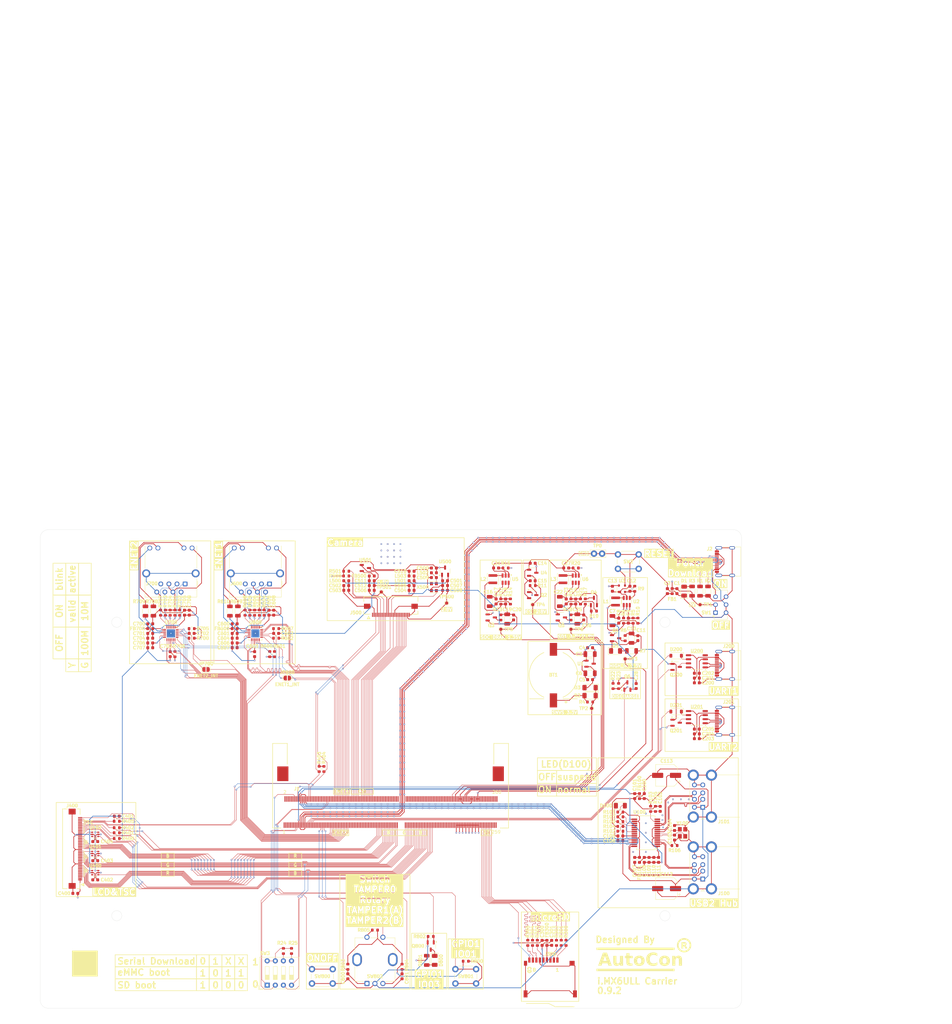
<source format=kicad_pcb>
(kicad_pcb (version 20240108) (generator "pcbnew") (generator_version "8.0")
  (title_block (title "i.MX6ULL Carrier - PCB") (date "2024-06-14") (rev "0.9.2"))
  (layers (0 "F.Cu" signal) (1 "In1.Cu" signal) (2 "In2.Cu" signal) (31 "B.Cu" signal) (34 "B.Paste" user) (35 "F.Paste" user) (36 "B.SilkS" user "B.Silkscreen") (37 "F.SilkS" user "F.Silkscreen") (38 "B.Mask" user) (39 "F.Mask" user) (44 "Edge.Cuts" user))
  (property "CHECKEDBY" "ZHENG Lingjie")
  (property "DRAWINGNO" "NA")
  (property "DRAWNBY" "CHENG Yan")
  (net 0 "")
  (net 1 "GND")
  (net 2 "+5V")
  (net 3 "USB_OTG1_VBUS")
  (net 4 "PWR_VDD_SNVS_IN")
  (net 5 "PWR_VDD_HIGH_IN")
  (net 6 "Net-(U2-FB)")
  (net 7 "Net-(U2-EN)")
  (net 8 "PWR_NVCC_CSI")
  (net 9 "Net-(U5-FB)")
  (net 10 "PWR_NVCC_DRAM")
  (net 11 "Net-(U5-EN)")
  (net 12 "/USB1-Power-Boot/DISCHARGE")
  (net 13 "USB_OTG2_VBUS")
  (net 14 "Net-(U100-~{RESET})")
  (net 15 "Net-(U100-X1)")
  (net 16 "Net-(U100-X2)")
  (net 17 "/USB2/USB2_HUB_V33")
  (net 18 "Net-(C108-Pad1)")
  (net 19 "TSC_INT")
  (net 20 "PWR_CAM_AFVCC")
  (net 21 "PWR_CAM_AVDD")
  (net 22 "PWR_CAM_DOVDD")
  (net 23 "PWR_CAM_DVDD")
  (net 24 "ENET1_RESET")
  (net 25 "/ENET/ENET1_3V3")
  (net 26 "Net-(BT1-+)")
  (net 27 "ENET2_RESET")
  (net 28 "/ENET/ENET2_3V3")
  (net 29 "PWR_VDD_SNVS")
  (net 30 "Net-(D1-A)")
  (net 31 "Net-(D4-A)")
  (net 32 "Net-(D100-K)")
  (net 33 "Net-(D100-A)")
  (net 37 "ENET2_TX_DATA1")
  (net 39 "LCD_HSYNC")
  (net 41 "LCD_DATA08_G0")
  (net 45 "LCD_DATA04_B4")
  (net 46 "UART1_RXD")
  (net 48 "ENET1_RX_DATA0")
  (net 49 "ENET_MDIO")
  (net 51 "TSC_RESET")
  (net 52 "SNVS_TAMPER7")
  (net 53 "ENET2_RX_ER")
  (net 54 "USB_OTG1_ID")
  (net 58 "SNVS_TAMPER4")
  (net 59 "SNVS_TAMPER1")
  (net 60 "LCD_DATA02_B2")
  (net 61 "LCD_DATA19_R3")
  (net 62 "ECSPI3_MISO")
  (net 64 "LCD_DATA15_G7")
  (net 65 "ENET2_RX_DATA1")
  (net 67 "ENET1_INT")
  (net 72 "ENET1_TX_DATA0")
  (net 73 "ENET_MDC")
  (net 76 "SNVS_TAMPER6")
  (net 78 "BOOT_MODE1")
  (net 80 "CSI_HSYNC")
  (net 82 "LCD_DATA17_R1")
  (net 84 "LCD_DATA10_G2")
  (net 88 "USB_OTG2_DP")
  (net 89 "LCD_DATA06_B6")
  (net 92 "ENET1_RX_DATA1")
  (net 93 "USB_OTG1_DP")
  (net 98 "LCD_VSYNC")
  (net 99 "SNVS_TAMPER2")
  (net 100 "LCD_DATA22_R6")
  (net 103 "LCD_DATA18_R2")
  (net 110 "UART3_TXD")
  (net 111 "LCD_RESET")
  (net 115 "ECSPI3_SS0")
  (net 116 "LCD_DATA14_G6")
  (net 118 "SNVS_TAMPER9")
  (net 119 "LCD_DATA12_G4")
  (net 121 "LCD_DATA09_G1")
  (net 123 "CSI_DATA01")
  (net 124 "SNVS_TAMPER0")
  (net 126 "CSI_DATA05")
  (net 129 "ENET1_TX_DATA1")
  (net 130 "LCD_DATA05_B5")
  (net 132 "GPIO1_IO01")
  (net 134 "CSI_DATA07")
  (net 135 "CSI_MCLK")
  (net 138 "SD1_DATA2")
  (net 139 "I2C2_SDA")
  (net 140 "SNVS_TAMPER3")
  (net 142 "CSI_VSYNC")
  (net 143 "LCD_DATA00_B0")
  (net 144 "UART2_TXD")
  (net 145 "LCD_DATA20_R4")
  (net 156 "LCD_ENABLE")
  (net 157 "USB_OTG2_DN")
  (net 158 "ENET1_RX_ER")
  (net 159 "SD1_VSELECT")
  (net 160 "I2C1_CLK")
  (net 164 "ECSPI3_MOSI")
  (net 165 "ONOFF")
  (net 166 "CSI_DATA00")
  (net 167 "SNVS_TAMPER5")
  (net 168 "ENET2_TX_EN")
  (net 169 "UART2_RXD")
  (net 170 "LCD_BL_PWM")
  (net 173 "ECSPI3_SCLK")
  (net 176 "CSI_DATA03")
  (net 177 "BOOT_MODE0")
  (net 179 "LCD_DATA01_B1")
  (net 180 "USB_OTG1_DN")
  (net 182 "UART1_TXD")
  (net 183 "ENET1_TX_EN")
  (net 185 "ENET1_TX_CLK")
  (net 186 "I2C1_SDA")
  (net 187 "CSI_PWDN")
  (net 188 "GPIO1_IO03")
  (net 190 "I2C2_CLK")
  (net 191 "LCD_DATA13_G5")
  (net 193 "LCD_DATA16_R0")
  (net 194 "LCD_DATA03_B3")
  (net 196 "ENET2_INT")
  (net 204 "LCD_DATA11_G3")
  (net 206 "LCD_DATA21_R5")
  (net 208 "CSI_DATA06")
  (net 213 "LCD_DATA07_B7")
  (net 215 "SNVS_TAMPER8")
  (net 216 "ENET2_RX_DATA0")
  (net 219 "ENET2_RX_EN")
  (net 221 "SD1_CLK")
  (net 222 "LCD_CLK")
  (net 223 "ENET1_RX_EN")
  (net 224 "UART3_RXD")
  (net 227 "SD1_DATA3")
  (net 230 "ENET2_TX_CLK")
  (net 234 "CSI_PIXCLK")
  (net 236 "SD1_DATA0")
  (net 237 "SD1_DATA1")
  (net 239 "CSI_DATA04")
  (net 240 "PMIC_ON_REQ")
  (net 242 "CSI_DATA02")
  (net 243 "ENET2_TX_DATA0")
  (net 245 "SD1_CMD")
  (net 246 "PMIC_STBY_REQ")
  (net 249 "LCD_DATA23_R7")
  (net 255 "CSI_RESET")
  (net 256 "/ENET/ENET1_RXP")
  (net 257 "/ENET/ENET1_LED1")
  (net 258 "/ENET/ENET1_RXN")
  (net 259 "/ENET/ENET1_TXP")
  (net 260 "/ENET/ENET1_TXN")
  (net 261 "/ENET/ENET2_LED1")
  (net 262 "/ENET/ENET2_RXN")
  (net 263 "/ENET/ENET2_TXN")
  (net 264 "/ENET/ENET2_RXP")
  (net 265 "/ENET/ENET2_TXP")
  (net 266 "Net-(Q1-D)")
  (net 267 "Net-(Q2-D)")
  (net 268 "Net-(Q3-D)")
  (net 269 "Net-(Q4-D)")
  (net 270 "/USB1-Power-Boot/VDD_HIGH_IN_PG")
  (net 271 "Net-(Q4-S)")
  (net 272 "Net-(U100-~{OVCUR1})")
  (net 273 "Net-(U100-RREF)")
  (net 274 "/ENET/ENET1_LED2")
  (net 275 "/ENET/ENET2_LED2")
  (net 276 "Net-(J2-SHIELD)")
  (net 277 "Net-(J2-VBUS-PadA4)")
  (net 278 "Net-(U3-~{MR})")
  (net 279 "Net-(U2-LX)")
  (net 280 "Net-(U5-LX)")
  (net 282 "/USB2/HUB_4_DP")
  (net 284 "/USB2/HUB_4_DN")
  (net 285 "/USB2/HUB_1_DP")
  (net 286 "/USB2/HUB_2_DP")
  (net 287 "/USB2/HUB_3_DN")
  (net 288 "/USB2/HUB_1_DN")
  (net 290 "/USB2/HUB_3_DP")
  (net 291 "/USB2/HUB_2_DN")
  (net 296 "PWR_NVCC_SD1")
  (net 297 "Net-(J2-CC2)")
  (net 298 "Net-(J2-CC1)")
  (net 299 "Net-(U6-EN)")
  (net 302 "SD1_CD")
  (net 304 "Net-(U200-VCC)")
  (net 305 "Net-(U200-V3)")
  (net 306 "Net-(U201-VCC)")
  (net 307 "Net-(U201-V3)")
  (net 308 "Net-(D200-K)")
  (net 309 "Net-(D201-K)")
  (net 310 "Net-(U200-UD+)")
  (net 311 "Net-(U200-UD-)")
  (net 316 "Net-(U201-UD+)")
  (net 317 "Net-(U201-UD-)")
  (net 322 "Net-(Q200-D)")
  (net 323 "Net-(Q201-D)")
  (net 326 "Net-(J300-VDD)")
  (net 327 "Net-(J300-DAT1)")
  (net 328 "Net-(J300-DAT0)")
  (net 329 "Net-(J300-CMD)")
  (net 330 "Net-(J300-DAT3{slash}CD)")
  (net 331 "Net-(J300-DAT2)")
  (net 332 "Net-(J300-CLK)")
  (net 333 "Net-(J400-Pin_19)")
  (net 334 "Net-(J400-Pin_28)")
  (net 336 "Net-(J400-Pin_10)")
  (net 340 "Net-(X500-V+)")
  (net 341 "Net-(U501-VIN)")
  (net 342 "Net-(U501-VOUT)")
  (net 344 "Net-(J500-Pin_13)")
  (net 346 "Net-(U600-VDDCR)")
  (net 347 "Net-(U700-VDDCR)")
  (net 349 "Net-(J600-Pad11)")
  (net 350 "Net-(J600-Pad10)")
  (net 352 "Net-(J700-Pad11)")
  (net 353 "Net-(J700-Pad10)")
  (net 354 "Net-(JP600-B)")
  (net 355 "Net-(JP700-B)")
  (net 356 "Net-(U600-RBIAS)")
  (net 357 "Net-(U700-RBIAS)")
  (net 360 "Net-(D800-A)")
  (net 361 "Net-(D800-K)")
  (net 362 "Net-(R800-Pad2)")
  (net 363 "Net-(R805-Pad2)")
  (net 364 "Net-(U6-LX)")
  (net 365 "Net-(Q5-D)")
  (net 366 "Net-(Q6-D)")
  (net 367 "Net-(R24-Pad1)")
  (net 368 "Net-(R25-Pad1)")
  (net 370 "Net-(U100-PSELF)")
  (footprint "i.MX6ULL_Carrier:Connector_FPC_1x24-1MP_P0.05mm" (layer "F.Cu") (at 150 44)
    (property "Reference" "J500")
    (property "Value" "Conn_01x24_MountingPin")
  )
  (footprint "Resistor_SMD:R_0603_1608Metric" (layer "F.Cu") (at 222 114.5 180)
    (property "Reference" "R102")
    (property "Value" "10k")
  )
  (footprint "Capacitor_SMD:C_0603_1608Metric" (layer "F.Cu") (at 64 109.8)
    (property "Reference" "C401")
    (property "Value" "1n")
  )
  (footprint "Resistor_SMD:R_0603_1608Metric" (layer "F.Cu") (at 113.5 59 90)
    (property "Reference" "R601")
    (property "Value" "1k")
  )
  (footprint "Jumper:SolderJumper-2_P1.3mm_Open_RoundedPad1.0x1.5mm" (layer "F.Cu") (at 92 63.8 180)
    (property "Reference" "JP700")
    (property "Value" "SolderJumper_2_Open")
  )
  (footprint "Inductor_SMD:L_Changjiang_FNR3015S" (layer "F.Cu") (at 220.5 42.5 -90)
    (property "Reference" "L1")
    (property "Value" "2.2u")
  )
  (footprint "Capacitor_SMD:C_0603_1608Metric" (layer "F.Cu") (at 144 39)
    (property "Reference" "C506")
    (property "Value" "1u")
  )
  (footprint "Capacitor_SMD:C_0603_1608Metric" (layer "F.Cu") (at 101 52.5 180)
    (property "Reference" "C601")
    (property "Value" "10u")
  )
  (footprint "Capacitor_SMD:C_0603_1608Metric" (layer "F.Cu") (at 156.5 33)
    (property "Reference" "C510")
    (property "Value" "1u")
  )
  (footprint "Package_TO_SOT_SMD:SOT-23-3" (layer "F.Cu") (at 203.5 47.5)
    (property "Reference" "Q5")
    (property "Value" "BSS138")
  )
  (footprint "Capacitor_SMD:C_0603_1608Metric" (layer "F.Cu") (at 197.45 149.5 -90)
    (property "Reference" "C300")
    (property "Value" "100n")
  )
  (footprint "Resistor_SMD:R_0603_1608Metric" (layer "F.Cu") (at 195.95 149.5 90)
    (property "Reference" "R303")
    (property "Value" "22R")
  )
  (footprint "Capacitor_SMD:C_0603_1608Metric" (layer "F.Cu") (at 186 42.5 90)
    (property "Reference" "C18")
    (property "Value" "22p")
  )
  (footprint "Diode_SMD:D_SOD-123" (layer "F.Cu") (at 239.5 77 180)
    (property "Reference" "D201")
    (property "Value" "TWGMC_B0520W")
  )
  (footprint "Capacitor_SMD:C_0603_1608Metric" (layer "F.Cu") (at 57.25 123.75 180)
    (property "Reference" "C403")
    (property "Value" "100n")
  )
  (footprint "Capacitor_SMD:C_0603_1608Metric" (layer "F.Cu") (at 212.5 67 180)
    (property "Reference" "C5")
    (property "Value" "100n")
  )
  (footprint "Button_Switch_THT:SW_PUSH_6mm" (layer "F.Cu") (at 176.75 162.25 180)
    (property "Reference" "SW801")
    (property "Value" "SW_Push")
  )
  (footprint "Connector_USB:USB_A_CUI_UJ2-ADH-TH_Horizontal_Stacked" (layer "F.Cu") (at 247.857685 107.000002 180)
    (property "Reference" "J101")
    (property "Value" "USB_A_Stacked")
  )
  (footprint "Resistor_SMD:R_0603_1608Metric" (layer "F.Cu") (at 79.25 46 -90)
    (property "Reference" "R703")
    (property "Value" "49.9R")
  )
  (footprint "LED_SMD:LED_1206_3216Metric" (layer "F.Cu") (at 220.5 58)
    (property "Reference" "D4")
    (property "Value" "LED")
  )
  (footprint "TestPoint:TestPoint_Pad_D1.0mm" (layer "F.Cu") (at 194.5 43.5)
    (property "Reference" "TP4")
    (property "Value" "2.8V")
  )
  (footprint "Resistor_SMD:R_0603_1608Metric" (layer "F.Cu") (at 204.95 149.5 90)
    (property "Reference" "R300")
    (property "Value" "22R")
  )
  (footprint "Resistor_SMD:R_0603_1608Metric" (layer "F.Cu") (at 114 54 180)
    (property "Reference" "R602")
    (property "Value" "1k")
  )
  (footprint "Crystal:Crystal_SMD_3225-4Pin_3.2x2.5mm" (layer "F.Cu") (at 241.5 115 90)
    (property "Reference" "Y100")
    (property "Value" "12M")
  )
  (footprint "Capacitor_SMD:C_0603_1608Metric" (layer "F.Cu") (at 111.75 46 90)
    (property "Reference" "C605")
    (property "Value" "100n")
  )
  (footprint "Resistor_SMD:R_0603_1608Metric" (layer "F.Cu") (at 127.5 95 -90)
    (property "Reference" "R403")
    (property "Value" "10k")
  )
  (footprint "Capacitor_SMD:C_1206_3216Metric" (layer "F.Cu") (at 181 42.5 -90)
    (property "Reference" "C16")
    (property "Value" "22u")
  )
  (footprint "Capacitor_SMD:C_1206_3216Metric" (layer "F.Cu") (at 225.5 54 -90)
    (property "Reference" "C10")
    (property "Value" "22u")
  )
  (footprint "TestPoint:TestPoint_Pad_D1.0mm" (layer "F.Cu") (at 147 39.5)
    (property "Reference" "TP501")
    (property "Value" "1.5V")
  )
  (footprint "Package_TO_SOT_SMD:SOT-23-3" (layer "F.Cu") (at 142 32)
    (property "Reference" "U501")
    (property "Value" "LDO_TWGMC_XC6206P152MR")
  )
  (footprint "Resistor_SMD:R_0603_1608Metric" (layer "F.Cu") (at 87.5 51 180)
    (property "Reference" "R705")
    (property "Value" "10k")
  )
  (footprint "Resistor_SMD:R_0603_1608Metric" (layer "F.Cu") (at 129 95 -90)
    (property "Reference" "R404")
    (property "Value" "10k")
  )
  (footprint "Capacitor_SMD:C_0603_1608Metric" (layer "F.Cu") (at 227.5 54 -90)
    (property "Reference" "C11")
    (property "Value" "100n")
  )
  (footprint "Capacitor_SMD:C_0603_1608Metric" (layer "F.Cu") (at 183 32 180)
    (property "Reference" "C21")
    (property "Value" "100n")
  )
  (footprint "Resistor_SMD:R_0603_1608Metric" (layer "F.Cu") (at 223 48.5 90)
    (property "Reference" "R8")
    (property "Value" "100k")
  )
  (footprint "Package_TO_SOT_SMD:SOT-23-3" (layer "F.Cu") (at 224.2 69 90)
    (property "Reference" "Q6")
    (property "Value" "BSS138")
  )
  (footprint "TestPoint:TestPoint_Pad_D1.0mm" (layer "F.Cu") (at 206.5 51.2)
    (property "Reference" "TP6")
    (property "Value" "3.3_1.8V")
  )
  (footprint "Resistor_SMD:R_1206_3216Metric" (layer "F.Cu") (at 249.5 39.25 -90)
    (property "Reference" "R2")
    (property "Value" "5.1k")
  )
  (footprint "TestPoint:TestPoint_Bridge_Pitch2.54mm_Drill1.0mm" (layer "F.Cu") (at 213.73 27.5)
    (property "Reference" "TP0")
    (property "Value" "GND")
  )
  (footprint "Resistor_SMD:R_0603_1608Metric" (layer "F.Cu") (at 211 42.5 90)
    (property "Reference" "R17")
    (property "Value" "53.7k")
  )
  (footprint "Capacitor_SMD:C_0603_1608Metric" (layer "F.Cu") (at 107.25 59 -90)
    (property "Reference" "C603")
    (property "Value" "100n")
  )
  (footprint "Resistor_SMD:R_0603_1608Metric" (layer "F.Cu") (at 136 34.5)
    (property "Reference" "R500")
    (property "Value" "10k")
  )
  (footprint "Capacitor_SMD:C_0603_1608Metric" (layer "F.Cu") (at 246 66.5)
    (property "Reference" "C201")
    (property "Value" "100n")
  )
  (footprint "Resistor_SMD:R_0603_1608Metric" (layer "F.Cu") (at 203.45 149.5 90)
    (property "Reference" "R301")
    (property "Value" "22R")
  )
  (footprint "Resistor_SMD:R_0603_1608Metric" (layer "F.Cu") (at 209.5 42.5 -90)
    (property "Reference" "R21")
    (property "Value" "15k")
  )
  (footprint "Resistor_SMD:R_0603_1608Metric" (layer "F.Cu") (at 83.75 46 -90)
    (property "Reference" "R702")
    (property "Value" "49.9R")
  )
  (footprint "Resistor_SMD:R_1206_3216Metric" (layer "F.Cu") (at 75.5 45.5 -90)
    (property "Reference" "R708")
    (property "Value" "510R")
  )
  (footprint "Capacitor_SMD:C_0603_1608Metric" (layer "F.Cu") (at 57.25 129.75 180)
    (property "Reference" "C402")
    (property "Value" "100n")
  )
  (footprint "Resistor_SMD:R_1206_3216Metric" (layer "F.Cu") (at 73 45.5 -90)
    (property "Reference" "R709")
    (property "Value" "510R")
  )
  (footprint "Resistor_SMD:R_0603_1608Metric" (layer "F.Cu") (at 104.25 46 90)
    (property "Reference" "R608")
    (property "Value" "12.1k")
  )
  (footprint "i.MX6ULL_Carrier:QFN-24-1EP_4x4mm_P0.5mm_EP2.5x2.5mm" (layer "F.Cu") (at 107.5 52.5)
    (property "Reference" "U600")
    (property "Value" "ENETPHY_SMSC_LAN8720A-CP-TR")
  )
  (footprint "Package_TO_SOT_SMD:SOT-23-3" (layer "F.Cu") (at 239.5 63)
    (property "Reference" "Q200")
    (property "Value" "NMOS_TWGMC_2SK3018")
  )
  (footprint "Capacitor_SMD:C_0603_1608Metric" (layer "F.Cu") (at 113.25 46 90)
    (property "Reference" "C608")
    (property "Value" "10u")
  )
  (footprint "Capacitor_SMD:C_0603_1608Metric" (layer "F.Cu") (at 226.95 69 -90)
    (property "Reference" "C28")
    (property "Value" "100n")
  )
  (footprint "Capacitor_SMD:C_0603_1608Metric" (layer "F.Cu") (at 167 36 180)
    (property "Reference" "C501")
    (property "Value" "10u")
  )
  (footprint "Resistor_SMD:R_1206_3216Metric" (layer "F.Cu") (at 102 45.5 -90)
    (property "Reference" "R609")
    (property "Value" "510R")
  )
  (footprint "Capacitor_SMD:C_0603_1608Metric" (layer "F.Cu") (at 208 42.5 90)
    (property "Reference" "C24")
    (property "Value" "22p")
  )
  (footprint "i.MX6ULL_Carrier:Battery_CR1220_SMD" (layer "F.Cu") (at 201 65.5 -90)
    (property "Reference" "BT1")
    (property "Value" "Battery_Cell")
  )
  (footprint "Capacitor_SMD:C_0603_1608Metric" (layer "F.Cu") (at 239 113.5 90)
    (property "Reference" "C104")
    (property "Value" "22p")
  )
  (footprint "Resistor_SMD:R_0603_1608Metric" (layer "F.Cu") (at 213.7 45.5)
    (property "Reference" "R19")
    (property "Value" "100k")
  )
  (footprint "Package_TO_SOT_SMD:SOT-23-3" (layer "F.Cu") (at 213.7 42.5 90)
    (property "Reference" "Q4")
    (property "Value" "BSS138")
  )
  (footprint "Resistor_SMD:R_0603_1608Metric" (layer "F.Cu") (at 212.5 74)
    (property "Reference" "R4")
    (property "Value" "1.5k")
  )
  (footprint "Capacitor_SMD:C_0603_1608Metric" (layer "F.Cu") (at 226.5 123.5 -90)
    (property "Reference" "C107")
    (property "Value" "100n")
  )
  (footprint "Resistor_SMD:R_0603_1608Metric" (layer "F.Cu") (at 194.5 37.5 180)
    (property "Reference" "R11")
    (property "Value" "50R")
  )
  (footprint "Package_TO_SOT_SMD:SOT-143" (layer "F.Cu") (at 222.5 38.5 90)
    (property "Reference" "U3")
    (property "Value" "PMIC_Union_UM805RE")
  )
  (footprint "Capacitor_SMD:C_1206_3216Metric" (layer "F.Cu") (at 212.5 65 180)
    (property "Reference" "C6")
    (property "Value" "22u")
  )
  (footprint "Resistor_SMD:R_0603_1608Metric" (layer "F.Cu") (at 184.5 42.5 90)
    (property "Reference" "R12")
    (property "Value" "124k")
  )
  (footprint "Button_Switch_THT:SW_PUSH_6mm" (layer "F.Cu") (at 227.75 32.25 180)
    (property "Reference" "SW2")
    (property "Value" "SW_Push")
  )
  (footprint "Capacitor_SMD:C_0603_1608Metric" (layer "F.Cu") (at 101 55.5 180)
    (property "Reference" "C606")
    (property "Value" "10u")
  )
  (footprint "Connector_USB:USB_C_Receptacle_G-Switch_GT-USB-7010ASV" (layer "F.Cu") (at 256 80 90)
    (property "Reference" "J201")
    (property "Value" "USB_C_Receptacle_USB2.0_16P")
  )
  (footprint "Capacitor_SMD:CP_Elec_6.3x5.4" (layer "F.Cu") (at 236.5 132.5 180)
    (property "Reference" "C112")
    (property "Value" "47u")
  )
  (footprint "Capacitor_SMD:C_0603_1608Metric" (layer "F.Cu") (at 231 123.5 -90)
    (property "Reference" "C109")
    (property "Value" "1u")
  )
  (footprint "Inductor_SMD:L_0603_1608Metric" (layer "F.Cu") (at 198.95 149.5 -90)
    (property "Reference" "FB300")
    (property "Value" "120R,2A")
  )
  (footprint "Capacitor_SMD:C_0603_1608Metric" (layer "F.Cu") (at 74.5 49.5)
    (property "Reference" "C700")
    (property "Value" "100n")
  )
  (footprint "i.MX6ULL_Carrier:Connector_FPC_1x40-1MP_P0.05mm" (layer "F.Cu") (at 50 120 90)
    (property "Reference" "J400")
    (property "Value" "Conn_01x40_MountingPin")
  )
  (footprint "Capacitor_SMD:C_0603_1608Metric" (layer "F.Cu") (at 101 54 180)
    (property "Reference" "C604")
    (property "Value" "100n")
  )
  (footprint "Inductor_SMD:L_Changjiang_FNR3015S" (layer "F.Cu") (at 182 35.5 -90)
    (property "Reference" "L2")
    (property "Value" "2.2u")
  )
  (footprint "Resistor_SMD:R_0603_1608Metric" (layer "F.Cu") (at 194.45 149.5 90)
    (property "Reference" "R304")
    (property "Value" "22R")
  )
  (footprint "Inductor_SMD:L_0603_1608Metric" (layer "F.Cu") (at 101 51)
    (property "Reference" "FB600")
    (property "Value" "120R,2A")
  )
  (footprint "Package_TO_SOT_SMD:SOT-23-6" (layer "F.Cu") (at 208 35.5 -90)
    (property "Reference" "U6")
    (property "Value" "DCDC_AEROSEMI_MT3420B")
  )
  (footprint "Package_SO:SOP-8_3.9x4.9mm_P1.27mm" (layer "F.Cu") (at 246 61.25 180)
    (property "Reference" "U200")
    (property "Value" "CH340N")
  )
  (footprint "Capacitor_SMD:C_0603_1608Metric" (layer "F.Cu") (at 219.5 38.5 -90)
    (property "Reference" "C13")
    (property "Value" "100n")
  )
  (footprint "Package_TO_SOT_SMD:SOT-23-3" (layer "F.Cu") (at 167 33 90)
    (property "Reference" "U500")
    (property "Value" "LDO_TWGMC_XC6206P282MR")
  )
  (footprint "Connector_USB:USB_C_Receptacle_G-Switch_GT-USB-7010ASV" (layer "F.Cu") (at 256 62.5 90)
    (property "Reference" "J200")
    (property "Value" "USB_C_Receptacle_USB2.0_16P")
  )
  (footprint "Button_Switch_THT:SW_PUSH_6mm" (layer "F.Cu") (at 131.75 162.25 180)
    (property "Reference" "SW800")
    (property "Value" "SW_Push")
  )
  (footprint "Diode_SMD:D_MiniMELF" (layer "F.Cu") (at 212.5 69.5 180)
    (property "Reference" "D3")
    (property "Value" "LL4148")
  )
  (footprint "TestPoint:TestPoint_Pad_D1.0mm" (layer "F.Cu") (at 167.5 43)
    (property "Reference" "TP500")
    (property "Value" "2.8V")
  )
  (footprint "Resistor_SMD:R_0603_1608Metric" (layer "F.Cu") (at 208 32 180)
    (property "Reference" "R20")
    (property "Value" "10k")
  )
  (footprint "Resistor_SMD:R_0603_1608Metric" (layer "F.Cu") (at 219.7 69 -90)
    (property "Reference" "R22")
    (property "Value" "100k")
  )
  (footprint "Resistor_SMD:R_0603_1608Metric" (layer "F.Cu") (at 64 115 180)
    (property "Reference" "R401")
    (property "Value" "10k")
  )
  (footprint "Resistor_SMD:R_0603_1608Metric" (layer "F.Cu") (at 231.5 107.5 -90)
    (property "Reference" "R103")
    (property "Value" "10k")
  )
  (footprint "Resistor_SMD:R_0603_1608Metric" (layer "F.Cu") (at 112 59 90)
    (property "Reference" "R600")
    (property "Value" "1k")
  )
  (footprint "Resistor_SMD:R_0603_1608Metric" (layer "F.Cu") (at 173.5 155.25)
    (property "Reference" "R800")
    (property "Value" "10k")
  )
  (footprint "Resistor_SMD:R_0603_1608Metric" (layer "F.Cu") (at 222 108.5 180)
    (property "Reference" "R101")
    (property "Value" "680R")
  )
  (footprint "Resistor_SMD:R_0603_1608Metric" (layer "F.Cu") (at 153.5 157 -90)
    (property "Reference" "R804")
    (property "Value" "10k")
  )
  (footprint "Capacitor_SMD:C_0603_1608Metric" (layer "F.Cu") (at 85.25 46 90)
    (property "Reference" "C705")
    (property "Value" "100n")
  )
  (footprint "Connector_RJ:RJ45_Hanrun_HR911105A_Horizontal" (layer "F.Cu") (at 111.94 36.995 180)
    (property "Reference" "J600")
    (property "Value" "RJ45_Hanrun_HR911105A_Horizontal")
  )
  (footprint "Capacitor_SMD:C_0603_1608Metric" (layer "F.Cu") (at 167 39 180)
    (property "Reference" "C508")
    (property "Value" "100n")
  )
  (footprint "Resistor_SMD:R_0603_1608Metric" (layer "F.Cu") (at 222 110 180)
    (property "Reference" "R107")
    (property "Value" "100k")
  )
  (footprint "Capacitor_SMD:C_0603_1608Metric" (layer "F.Cu") (at 246 85.5)
    (property "Reference" "C203")
    (property "Value" "10u")
  )
  (footprint "Inductor_SMD:L_0603_1608Metric" (layer "F.Cu") (at 136 36)
    (property "Reference" "L500")
    (property "Value" "3.3u")
  )
  (footprint "Inductor_SMD:L_0603_1608Metric" (layer "F.Cu") (at 163.5 33.5 180)
    (property "Reference" "L502")
    (property "Value" "3.3u")
  )
  (footprint "Resistor_SMD:R_0603_1608Metric" (layer "F.Cu") (at 162.5 147.5 180)
    (property "Reference" "R802")
    (property "Value" "10k")
  )
  (footprint "Rotary_Encoder:RotaryEncoder_Bourns_Vertical_PEC12R-3x17F-Sxxxx" (layer "F.Cu") (at 142.5 162.25 90)
    (property "Reference" "SW802")
    (property "Value" "RotaryEncoder_Switch")
  )
  (footprint "Resistor_SMD:R_0603_1608Metric" (layer "F.Cu") (at 105.75 46 -90)
    (property "Reference" "R605")
    (property "Value" "49.9R")
  )
  (footprint "LED_SMD:LED_1206_3216Metric" (layer "F.Cu") (at 222 106.5)
    (property "Reference" "D100")
    (property "Value" "LED")
  )
  (footprint "Connector_USB:USB_C_Receptacle_G-Switch_GT-USB-7010ASV" (layer "F.Cu") (at 256 30 90)
    (property "Reference" "J2")
    (property "Value" "USB_C_Receptacle_USB2.0_16P")
  )
  (footprint "Resistor_SMD:R_0603_1608Metric" (layer "F.Cu") (at 222 111.5 180)
    (property "Reference" "R100")
    (property "Value" "100k")
  )
  (footprint "LED_SMD:LED_1206_3216Metric" (layer "F.Cu") (at 163.75 155 -90)
    (property "Reference" "D800")
    (property "Value" "LED")
  )
  (footprint "Resistor_SMD:R_0603_1608Metric" (layer "F.Cu") (at 77.75 46 90)
    (property "Reference" "R707")
    (property "Value" "12.1k")
  )
  (footprint "Resistor_SMD:R_0603_1608Metric" (layer "F.Cu") (at 184.5 47.5 -90)
    (property "Reference" "R13")
    (property "Value" "50R")
  )
  (footprint "Capacitor_SMD:C_0603_1608Metric" (layer "F.Cu") (at 234.5 107.5 90)
    (property "Reference" "C102")
    (property "Value" "1u")
  )
  (footprint "Capacitor_SMD:C_0603_1608Metric" (layer "F.Cu") (at 246 65)
    (property "Reference" "C202")
    (property "Value" "100n")
  )
  (footprint "Resistor_SMD:R_1206_3216Metric" (layer "F.Cu") (at 244.5 39.25 90)
    (property "Reference" "R3")
    (property "Value" "2k")
  )
  (footprint "Resistor_SMD:R_0603_1608Metric" (layer "F.Cu") (at 107.25 46 -90)
    (property "Reference" "R606")
    (property "Value" "49.9R")
  )
  (footprint "Inductor_SMD:L_Changjiang_FNR3015S" (layer "F.Cu") (at 204 35.5 -90)
    (property "Reference" "L3")
    (property "Value" "2.2u")
  )
  (footprint "Capacitor_SMD:C_0603_1608Metric" (layer "F.Cu") (at 246 84)
    (property "Reference" "C204")
    (property "Value" "100n")
  )
  (footprint "Resistor_SMD:R_1206_3216Metric" (layer "F.Cu") (at 247 39.25 -90)
    (property "Reference" "R1")
    (property "Value" "5.1k")
  )
  (footprint "Resistor_SMD:R_0603_1608Metric" (layer "F.Cu") (at 110.25 46 -90)
    (property "Reference" "R604")
    (property "Value" "49.9R")
  )
  (footprint "Resistor_SMD:R_0603_1608Metric" (layer "F.Cu") (at 145 145.5 180)
    (property "Reference" "R805")
    (property "Value" "10k")
  )
  (footprint "Resistor_SMD:R_0603_1608Metric" (layer "F.Cu") (at 82.25 59 90)
    (property "Reference" "R706")
    (property "Value" "10k")
  )
  (footprint "Capacitor_SMD:C_1206_3216Metric" (layer "F.Cu") (at 212.5 59 180)
    (property "Reference" "C3")
    (property "Value" "22u")
  )
  (footprint "Button_Switch_THT:SW_DIP_SPSTx04_Slide_9.78x12.34mm_W7.62mm_P2.54mm" (layer "F.Cu") (at 111.2 162.7675 90)
    (property "Reference" "SW3")
    (property "Value" "SW_DIP_x04")
  )
  (footprint "Capacitor_SMD:C_0603_1608Metric" (layer "F.Cu") (at 183 42.5 -90)
    (property "Reference" "C17")
    (property "Value" "100n")
  )
  (footprint "Resistor_SMD:R_0603_1608Metric" (layer "F.Cu") (at 64 116.8)
    (property "Reference" "R400")
    (property "Value" "10k")
  )
  (footprint "Capacitor_SMD:C_0603_1608Metric" (layer "F.Cu") (at 229.5 123.5 -90)
    (property "Reference" "C108")
    (property "Value" "10u")
  )
  (footprint "Capacitor_SMD:C_0603_1608Metric" (layer "F.Cu") (at 232.5 123.5 -90)
    (property "Reference" "C110")
    (property "Value" "100n")
  )
  (footprint "Package_TO_SOT_SMD:SOT-23-3" (layer "F.Cu") (at 212.5 62)
    (property "Reference" "U1")
    (property "Value" "LDO_MicrOne_ME6209A33M3G")
  )
  (footprint "Resistor_SMD:R_1206_3216Metric" (layer "F.Cu") (at 225.5 58 180)
    (property "Reference" "R7")
    (property "Value" "1k")
  )
  (footprint "Resistor_SMD:R_0603_1608Metric" (layer "F.Cu") (at 233 107.5 90)
    (property "Reference" "R105")
    (property "Value" "47k")
  )
  (footprint "Diode_SMD:D_MiniMELF" (layer "F.Cu") (at 212.5 72 180)
    (property "Reference" "D2")
    (property "Value" "LL4148")
  )
  (footprint "Package_TO_SOT_SMD:SOT-23-3" (layer "F.Cu") (at 194.5 40.5)
    (property "Reference" "Q2")
    (property "Value" "BSS138")
  )
  (footprint "Capacitor_SMD:C_0603_1608Metric" (layer "F.Cu") (at 144 36)
    (property "Reference" "C511")
    (property "Value" "10u")
  )
  (footprint "Capacitor_SMD:C_0603_1608Metric" (layer "F.Cu") (at 205 32 180)
    (property "Reference" "C27")
    (property "Value" "100n")
  )
  (footprint "Capacitor_SMD:C_1206_3216Metric" (layer "F.Cu") (at 186.5 48 -90)
    (property "Reference" "C19")
    (property "Value" "22u")
  )
  (footprint "Resistor_SMD:R_0603_1608Metric" (layer "F.Cu") (at 64 113.4 180)
    (property "Reference" "R402")
    (property "Value" "10k")
  )
  (footprint "Resistor_SMD:R_0603_1608Metric" (layer "F.Cu") (at 187.5 42.5 -90)
    (property "Reference" "R14")
    (property "Value" "100k")
  )
  (footprint "Capacitor_SMD:C_0603_1608Metric" (layer "F.Cu") (at 87.5 52.5)
    (property "Reference" "C702")
    (property "Value" "100n")
  )
  (footprint "TestPoint:TestPoint_Pad_D1.0mm" (layer "F.Cu") (at 223.5 60.5)
    (property "Reference" "TP3")
    (property "Value" "3.3V")
  )
  (footprint "Resistor_SMD:R_0603_1608Metric" (layer "F.Cu") (at 80.75 46 -90)
    (property "Reference" "R704")
    (property "Value" "49.9R")
  )
  (footprint "Resistor_SMD:R_0603_1608Metric" (layer "F.Cu") (at 206.5 47.5 -90)
    (property "Reference" "R18")
    (property "Value" "50R")
  )
  (footprint "Capacitor_SMD:C_0603_1608Metric" (layer "F.Cu") (at 101 49.5)
    (property "Reference" "C600")
    (property "Value" "100n")
  )
  (footprint "Inductor_SMD:L_0603_1608Metric" (layer "F.Cu") (at 228 103.5 90)
    (property "Reference" "FB100")
    (property "Value" "120R,2A")
  )
  (footprint "Capacitor_SMD:C_0603_1608Metric" (layer "F.Cu") (at 188.5 47.5 -90)
    (property "Reference" "C20")
    (property "Value" "100n")
  )
  (footprint "Connector_RJ:RJ45_Hanrun_HR911105A_Horizontal" (layer "F.Cu") (at 85.44 36.995 180)
    (property "Reference" "J700")
    (property "Value" "RJ45_Hanrun_HR911105A_Horizontal")
  )
  (footprint "Capacitor_SMD:C_0603_1608Metric" (layer "F.Cu") (at 144 37.5)
    (property "Reference" "C512")
    (property "Value" "100n")
  )
  (footprint "Package_TO_SOT_SMD:SOT-23-3" (layer "F.Cu") (at 239.5 80.5)
    (property "Reference" "Q201")
    (property "Value" "NMOS_TWGMC_2SK3018")
  )
  (footprint "Resistor_SMD:R_0603_1608Metric" (layer "F.Cu") (at 227.5 48.5 -90)
    (property "Reference" "R10")
    (property "Value" "15k")
  )
  (footprint "Capacitor_SMD:C_0603_1608Metric" (layer "F.Cu") (at 163.5 35 180)
    (property "Reference" "C509")
    (property "Value" "100n")
  )
  (footprint "Package_SO:SOP-8_3.9x4.9mm_P1.27mm" (layer "F.Cu") (at 246 78.75 180)
    (property "Reference" "U201")
    (property "Value" "CH340N")
  )
  (footprint "Resistor_SMD:R_0603_1608Metric" (layer "F.Cu") (at 221.45 69 90)
    (property "Reference" "R23")
    (property "Value" "10k")
  )
  (footprint "Capacitor_SMD:C_0603_1608Metric" (layer "F.Cu") (at 156.5 39 180)
    (property "Reference" "C504")
    (property "Value" "10u")
  )
  (footprint "Resistor_SMD:R_0603_1608Metric" (layer "F.Cu") (at 116.28 152.05 90)
    (property "Reference" "R24")
    (property "Value" "4.7k")
  )
  (footprint "Capacitor_SMD:C_0603_1608Metric" (layer "F.Cu") (at 136.5 160 -90)
    (property "Reference" "C800")
    (property "Value" "100n")
  )
  (footprint "i.MX6ULL_Carrier:SODIMM-260_DDR4_Card_slot" (layer "F.Cu") (at 115.5 108.5)
    (property "Reference" "J1")
    (property "Value" "SODIMM-260_DDR4")
  )
  (footprint "Capacitor_SMD:C_1206_3216Metric" (layer "F.Cu") (at 203 42.5 -90)
    (property "Reference" "C22")
    (property "Value" "22u")
  )
  (footprint "Capacitor_SMD:C_0603_1608Metric" (layer "F.Cu") (at 80.75 59 -90)
    (property "Reference" "C703")
    (property "Value" "100n")
  )
  (footprint "Inductor_SMD:L_0603_1608Metric" (layer "F.Cu") (at 238.25 39.25 -90)
    (property "Reference" "FB1")
    (property "Value" "120R,2A")
  )
  (footprint "Resistor_SMD:R_0603_1608Metric" (layer "F.Cu") (at 136.5 157 -90)
    (property "Reference" "R803")
    (property "Value" "10k")
  )
  (footprint "Package_TO_SOT_SMD:SOT-23-3" (layer "F.Cu") (at 194.5 33.5)
    (property "Reference" "U4")
    (property "Value" "LDO_TWGMC_XC6206P282MR")
  )
  (footprint "Capacitor_SMD:C_0603_1608Metric" (layer "F.Cu") (at 222 117.5 180)
    (property "Reference" "C106")
    (property "Value" "100n")
  )
  (footprint "Connector_USB:USB_A_CUI_UJ2-ADH-TH_Horizontal_Stacked" (layer "F.Cu") (at 247.857685 129.500002 180)
    (property "Reference" "J100")
    (property "Value" "USB_A_Stacked")
  )
  (footprint "Resistor_SMD:R_0603_1608Metric" (layer "F.Cu") (at 108.75 46 -90)
    (property "Reference" "R603")
    (property "Value" "49.9R")
  )
  (footprint "Package_TO_SOT_SMD:SOT-363_SC-70-6" (layer "F.Cu") (at 57.25 127.5)
    (property "Reference" "U400")
    (property "Value" "SPDT_UMW_SGM3157")
  )
  (footprint "Resistor_SMD:R_0603_1608Metric" (layer "F.Cu") (at 206.5 42.5 90)
    (property "Reference" "R16")
    (property "Value" "68k")
  )
  (footprint "Resistor_SMD:R_0603_1608Metric" (layer "F.Cu") (at 226.5 38.5 -90)
    (property "Reference" "R9")
    (property "Value" "10k")
  )
  (footprint "Resistor_SMD:R_1206_3216Metric" (layer "F.Cu") (at 161.25 155 -90)
    (property "Reference" "R801")
    (property "Value" "2k")
  )
  (footprint "Capacitor_SMD:C_0603_1608Metric" (layer "F.Cu") (at 200.45 149.5 90)
    (property "Reference" "C301")
    (property "Value" "10u")
  )
  (footprint "Capacitor_SMD:C_0603_1608Metric" (layer "F.Cu") (at 221.5 48.5 -90)
    (property "Reference" "C8")
    (property "Value" "100n")
  )
  (footprint "Resistor_SMD:R_0603_1608Metric" (layer "F.Cu") (at 222 113 180)
    (property "Reference" "R104")
    (property "Value" "20k")
  )
  (footprint "Resistor_SMD:R_0603_1608Metric" (layer "F.Cu") (at 118.82 152.05 90)
    (property "Reference" "R25")
    (property "Value" "4.7k")
  )
  (footprint "Capacitor_SMD:C_0603_1608Metric" (layer "F.Cu") (at 222 116 180)
    (property "Reference" "C105")
    (property "Value" "10u")
  )
  (footprint "Capacitor_SMD:C_0603_1608Metric" (layer "F.Cu") (at 114 52.5)
    (property "Reference" "C602")
    (property "Value" "100n")
  )
  (footprint "Capacitor_SMD:C_0603_1608Metric" (layer "F.Cu") (at 57.25 117.75 180)
    (property "Reference" "C404")
    (property "Value" "100n")
  )
  (footprint "Capacitor_SMD:C_0603_1608Metric" (layer "F.Cu") (at 101 57 180)
    (property "Reference" "C607")
    (property "Value" "100n")
  )
  (footprint "Resistor_SMD:R_0603_1608Metric" (layer "F.Cu") (at 186 32 180)
    (property "Reference" "R15")
    (property "Value" "10k")
  )
  (footprint "TestPoint:TestPoint_Pad_D1.0mm" (layer "F.Cu") (at 247 43.5)
    (property "Reference" "TP1")
    (property "Value" "5V")
  )
  (footprint "Package_TO_SOT_SMD:SOT-363_SC-70-6" (layer "F.Cu") (at 57.25 115.5)
    (property "Reference" "U402")
    (property "Value" "SPDT_UMW_SGM3157")
  )
  (footprint "Capacitor_SMD:C_0603_1608Metric" (layer "F.Cu") (at 156.5 37.5 180)
    (property "Reference" "C505")
    (property "Value" "100n")
  )
  (footprint "Resistor_SMD:R_0603_1608Metric" (layer "F.Cu") (at 64 111.4 180)
    (property "Reference" "R405")
    (property "Value" "10k")
  )
  (footprint "Capacitor_SMD:C_0603_1608Metric" (layer "F.Cu") (at 194.5 36 180)
    (property "Reference" "C15")
    (property "Value" "10u")
  )
  (footprint "Capacitor_SMD:C_0603_1608Metric" (layer "F.Cu") (at 210.5 47.5 -90)
    (property "Reference" "C26")
    (property "Value" "100n")
  )
  (footprint "Jumper:SolderJumper-2_P1.3mm_Open_RoundedPad1.0x1.5mm" (layer "F.Cu") (at 117.5 66.5 180)
    (property "Reference" "JP600")
    (property "Value" "SolderJumper_2_Open")
  )
  (footprint "Resistor_SMD:R_1206_3216Metric" (layer "F.Cu") (at 99.5 45.5 -90)
    (property "Reference" "R610")
    (property "Value" "510R")
  )
  (footprint "Package_TO_SOT_SMD:SOT-23-3" (layer "F.Cu") (at 181.5 47.5)
    (property "Reference" "Q3")
    (property "Value" "BSS138")
  )
  (footprint "Resistor_SMD:R_0603_1608Metric" (layer "F.Cu") (at 192.95 149.5 90)
    (property "Reference" "R305")
    (property "Value" "22R")
  )
  (footprint "Capacitor_SMD:CP_Elec_6.3x5.4" (layer "F.Cu") (at 236.5 97 180)
    (property "Reference" "C113")
    (property "Value" "47u")
  )
  (footprint "Capacitor_SMD:C_0603_1608Metric" (layer "F.Cu") (at 74.5 57 180)
    (property "Reference" "C707")
    (property "Value" "100n")
  )
  (footprint "Package_SO:SSOP-28_5.3x10.2mm_P0.65mm" (layer "F.Cu") (at 230 115 180)
    (property "Reference" "U100")
    (property "Value" "USBHub_GENESYS_GL850G-HHY22")
  )
  (footprint "Capacitor_SMD:C_0603_1608Metric" (layer "F.Cu") (at 153.5 160 -90)
    (property "Reference" "C801")
    (property "Value" "100n")
  )
  (footprint "Resistor_SMD:R_0603_1608Metric" (layer "F.Cu") (at 87.5 54 180)
    (property "Reference" "R700")
    (property "Value" "1k")
  )
  (footprint "Capacitor_SMD:C_0603_1608Metric" (layer "F.Cu") (at 236.75 39.25 90)
    (property "Reference" "C2")
    (property "Value" "100n")
  )
  (footprint "Package_TO_SOT_SMD:SOT-23-6" (layer "F.Cu") (at 186 35.5 -90)
    (property "Reference" "U5")
    (property "Value" "DCDC_AEROSEMI_MT3420B")
  )
  (footprint "Oscillator:Oscillator_SMD_EuroQuartz_XO32-4Pin_3.2x2.5mm" (layer "F.Cu") (at 163.5 38)
    (property "Reference" "X500")
    (property "Value" "24M")
  )
  (footprint "Capacitor_SMD:C_0603_1608Metric" (layer "F.Cu") (at 194.5 30.5 180)
    (property "Reference" "C14")
    (property "Value" "100n")
  )
  (footprint "Inductor_SMD:L_0603_1608Metric" (layer "F.Cu") (at 144 34.5 180)
    (property "Reference" "FB500")
    (property "Value" "600R")
  )
  (footprint "Capacitor_SMD:C_0603_1608Metric" (layer "F.Cu") (at 246 68)
    (property "Reference" "C200")
    (property "Value" "10u")
  )
  (footprint "Capacitor_SMD:C_0603_1608Metric" (layer "F.Cu") (at 136 39 180)
    (property "Reference" "C503")
    (property "Value" "100n")
  )
  (footprint "Package_TO_SOT_SMD:SOT-23-3" (layer "F.Cu") (at 220.5 54)
    (property "Reference" "Q1")
    (property "Value" "BSS138")
  )
  (footprint "Resistor_SMD:R_0603_1608Metric" (layer "F.Cu") (at 226 48.5 90)
    (property "Reference" "R5")
    (property "Value" "68k")
  )
  (footprint "Inductor_SMD:L_0603_1608Metric" (layer "F.Cu") (at 74.5 51)
    (property "Reference" "FB700")
    (property "Value" "120R,2A")
  )
  (footprint "Capacitor_SMD:C_0603_1608Metric" (layer "F.Cu") (at 239.75 39.25 -90)
    (property "Reference" "C1")
    (property "Value" "100n")
  )
  (footprint "Resistor_SMD:R_0603_1608Metric" (layer "F.Cu") (at 82.25 46 -90)
    (property "Reference" "R701")
    (property "Value" "49.9R")
  )
  (footprint "Diode_SMD:D_SOD-123" (layer "F.Cu") (at 239.5 59.5 180)
    (property "Reference" "D200")
    (property "Value" "TWGMC_B0520W")
  )
  (footprint "Resistor_SMD:R_0603_1608Metric" (layer "F.Cu") (at 136 33)
    (property "Reference" "R501")
    (property "Value" "10k")
  )
  (footprint "Capacitor_SMD:C_0603_1608Metric" (layer "F.Cu") (at 205 42.5 -90)
    (property "Reference" "C23")
    (property "Value" "100n")
  )
  (footprint "Inductor_SMD:L_0603_1608Metric" (layer "F.Cu") (at 228 123.5 -90)
    (property "Reference" "FB101")
    (property "Value" "120R,2A")
  )
  (footprint "Package_TO_SOT_SMD:SOT-23-6" (layer "F.Cu") (at 224 42.5 -90)
    (property "Reference" "U2")
    (property "Value" "DCDC_TMI_TMI3113")
  )
  (footprint "Button_Switch_THT:SW_CK_JS202011CQN_DPDT_Straight" (layer "F.Cu") (at 251.8575 46 90)
    (property "Reference" "SW1")
    (property "Value" "SW_Slide_DPDT")
  )
  (footprint "Capacitor_SMD:C_0603_1608Metric" (layer "F.Cu") (at 51 134 180)
    (property "Reference" "C400")
    (property "Value" "100n")
  )
  (footprint "Capacitor_SMD:C_0603_1608Metric" (layer "F.Cu") (at 74.5 54 180)
    (property "Reference" "C704")
    (property "Value" "100n")
  )
  (footprint "Resistor_SMD:R_0603_1608Metric" (layer "F.Cu") (at 201.95 149.5 90)
    (property "Reference" "R302")
    (property "Value" "22R")
  )
  (footprint "Resistor_SMD:R_0603_1608Metric" (layer "F.Cu") (at 239 119 180)
    (property "Reference" "R106")
    (property "Value" "680R")
  )
  (footprint "Capacitor_SMD:C_0603_1608Metric" (layer "F.Cu") (at 229.5 103.5 90)
    (property "Reference" "C100")
    (property "Value" "100n")
  )
  (footprint "Capacitor_SMD:C_0603_1608Metric" (layer "F.Cu") (at 224.5 48.5 90)
    (property "Reference" "C9")
    (property "Value" "22p")
  )
  (footprint "Capacitor_SMD:C_0603_1608Metric" (layer "F.Cu") (at 167 37.5 180)
    (property "Reference" "C507")
    (property "Value" "10u")
  )
  (footprint "Inductor_SMD:L_0603_1608Metric" (layer "F.Cu") (at 156.5 36 180)
    (property "Reference" "L501")
    (property "Value" "3.3u")
  )
  (footprint "Resistor_SMD:R_0603_1608Metric" (layer "F.Cu") (at 223.5 54 -90)
    (property "Reference" "R6")
    (property "Value" "50R")
  )
  (footprint "Package_TO_SOT_SMD:SOT-363_SC-70-6" (layer "F.Cu") (at 57.25 121.5)
    (property "Reference" "U401")
    (property "Value" "SPDT_UMW_SGM3157")
  )
  (footprint "Capacitor_SMD:C_1206_3216Metric" (layer "F.Cu") (at 208.5 48 -90)
    (property "Reference" "C25")
    (property "Value" "22u")
  )
  (footprint "Capacitor_SMD:C_0603_1608Metric" (layer "F.Cu") (at 74.5 52.5 180)
    (property "Reference" "C701")
    (property "Value" "10u")
  )
  (footprint "i.MX6ULL_Carrier:microSD_SHOUHAN_TFPush" (layer "F.Cu") (at 200 165.5)
    (property "Reference" "J300")
    (property "Value" "Micro_SD_Card_Det1")
  )
  (footprint "Capacitor_SMD:C_1206_3216Metric" (layer "F.Cu") (at 219.5 48.5 -90)
    (property "Reference" "C7")
    (property "Value" "22u")
  )
  (footprint "Capacitor_SMD:C_0603_1608Metric" (layer "F.Cu") (at 74.5 55.5 180)
    (property "Reference" "C706")
    (property "Value" "10u")
  )
  (footprint "Inductor_SMD:L_0603_1608Metric" (layer "F.Cu") (at 156.5 34.5 180)
    (property "Reference" "L503")
    (property "Value" "3.3u")
  )
  (footprint "Capacitor_SMD:C_0603_1608Metric" (layer "F.Cu") (at 163.5 32 180)
    (property "Reference" "C500")
    (property "Value" "100n")
  )
  (footprint "Capacitor_SMD:C_0603_1608Metric" (layer "F.Cu") (at 212.5 57 180)
    (property "Reference" "C4")
    (property "Value" "100n")
  )
  (footprint "Capacitor_SMD:C_0603_1608Metric" (layer "F.Cu") (at 234 123.5 -90)
    (property "Reference" "C111")
    (property "Value" "100n")
  )
  (footprint "Capacitor_SMD:C_0603_1608Metric" (layer "F.Cu") (at 246 82.5)
    (property "Reference" "C205")
    (property "Value" "100n")
  )
  (footprint "Resistor_SMD:R_0603_1608Metric" (layer "F.Cu") (at 114 51 180)
    (property "Reference" "R607")
    (property "Value" "10k")
  )
  (footprint "Capacitor_SMD:C_0603_1608Metric" (layer "F.Cu") (at 136 37.5 180)
    (property "Reference" "C502")
    (property "Value" "10u")
  )
  (footprint "Capacitor_SMD:C_0603_1608Metric" (layer "F.Cu") (at 226.5 103.5 -90)
    (property "Reference" "C101")
    (property "Value" "100n")
  )
  (footprint "i.MX6ULL_Carrier:QFN-24-1EP_4x4mm_P0.5mm_EP2.5x2.5mm" (layer "F.Cu") (at 81 52.5)
    (property "Reference" "U700")
    (property "Value" "ENETPHY_SMSC_LAN8720A-CP-TR")
  )
  (footprint "LED_SMD:LED_1206_3216Metric" (layer "F.Cu") (at 242 39.25 90)
    (property "Reference" "D1")
    (property "Value" "LED")
  )
  (footprint "TestPoint:TestPoint_Pad_D1.0mm" (layer "F.Cu") (at 184.5 51.2)
    (property "Reference" "TP5")
    (property "Value" "1.35V")
  )
  (footprint "TestPoint:TestPoint_Pad_D1.0mm" (layer "F.Cu") (at 213 76)
    (property "Reference" "TP2")
    (property "Value" "3.3V")
  )
  (footprint "Package_TO_SOT_SMD:SOT-23-3" (layer "F.Cu") (at 162.5 150.5 -90)
    (property "Reference" "Q800")
    (property "Value" "BSS138")
  )
  (footprint "Capacitor_SMD:C_0603_1608Metric" (layer "F.Cu") (at 225 38.5 90)
    (property "Reference" "C12")
    (property "Value" "100n")
  )
  (footprint "Capacitor_SMD:C_0603_1608Metric" (layer "F.Cu") (at 239 116.5 -90)
    (property "Reference" "C103")
    (property "Value" "22p")
  )
  (footprint "Capacitor_SMD:C_0603_1608Metric" (layer "F.Cu") (at 86.75 46 90)
    (property "Reference" "C708")
    (property "Value" "10u")
  )
  (gr_rect (start 123.5 152.75) (end 133.5 164) (stroke (width 0.2)) (fill none) (layer "F.SilkS"))
  (gr_rect (start 89 157) (end 93 160.75) (stroke (width 0.2)) (fill none) (layer "F.SilkS"))
  (gr_rect (start 44 50.5) (end 48 60.5) (stroke (width 0.2)) (fill none) (layer "F.SilkS"))
  (gr_rect (start 190.95 139.85) (end 208.95 167.85) (stroke (width 0.2)) (fill none) (layer "F.SilkS"))
  (gr_rect (start 93 160.75) (end 97 164.5) (stroke (width 0.2)) (fill none) (layer "F.SilkS"))
  (gr_rect (start 94.5 23.5) (end 120 62) (stroke (width 0.2)) (fill none) (layer "F.SilkS"))
  (gr_rect (start 134 128) (end 156 164) (stroke (width 0.2)) (fill none) (layer "F.SilkS"))
  (gr_rect (start 214.5 157.625) (end 239 158.375) (fill solid) (layer "F.SilkS"))
  (gr_rect (start 200 29.5) (end 216 54.5) (stroke (width 0.2)) (fill none) (layer "F.SilkS"))
  (gr_rect (start 89 160.75) (end 93 164.5) (stroke (width 0.2)) (fill none) (layer "F.SilkS"))
  (gr_line (start 53.75 116.25) (end 53.75 119.75) (stroke (width 0.25)) (layer "F.SilkS"))
  (gr_rect (start 214.5 95.5) (end 202 99.5) (stroke (width 0.2)) (fill none) (layer "F.SilkS"))
  (gr_rect (start 50 152) (end 58 160) (stroke (width 0.1)) (fill solid) (layer "F.SilkS"))
  (gr_rect (start 118 124.2) (end 122 126) (stroke (width 0.2)) (fill none) (layer "F.SilkS"))
  (gr_rect (start 63.5 153.25) (end 89 157) (stroke (width 0.2)) (fill none) (layer "F.SilkS"))
  (gr_rect (start 215 91.5) (end 259 138.5) (stroke (width 0.2)) (fill none) (layer "F.SilkS"))
  (gr_rect (start 137.5 101.1) (end 144.5 102.9) (stroke (width 0.2)) (fill none) (layer "F.SilkS"))
  (gr_rect (start 78 126.8) (end 82 128.6) (stroke (width 0.2)) (fill none) (layer "F.SilkS"))
  (gr_rect (start 63.5 157) (end 89 160.75) (stroke (width 0.2)) (fill none) (layer "F.SilkS"))
  (gr_circle (center 242 150.25) (end 244 150.25) (stroke (width 0.5)) (fill none) (layer "F.SilkS"))
  (gr_rect (start 93 153.25) (end 97 157) (stroke (width 0.2)) (fill none) (layer "F.SilkS"))
  (gr_rect (start 101 153.25) (end 105 157) (stroke (width 0.2)) (fill none) (layer "F.SilkS"))
  (gr_rect (start 178 29.5) (end 191 54.5) (stroke (width 0.2)) (fill none) (layer "F.SilkS"))
  (gr_rect (start 48 60.5) (end 52 64.5) (stroke (width 0.2)) (fill none) (layer "F.SilkS"))
  (gr_rect (start 63.5 160.75) (end 89 164.5) (stroke (width 0.2)) (fill none) (layer "F.SilkS"))
  (gr_rect (start 216.5 35) (end 230.5 63.5) (stroke (width 0.2)) (fill none) (layer "F.SilkS"))
  (gr_rect (start 168 148.25) (end 179 164) (stroke (width 0.2)) (fill none) (layer "F.SilkS"))
  (gr_rect (start 214.5 99.5) (end 202 103.5) (stroke (width 0.2)) (fill none) (layer "F.SilkS"))
  (gr_rect (start 52 50.5) (end 56 60.5) (stroke (width 0.2)) (fill none) (layer "F.SilkS"))
  (gr_rect (start 44 30.5) (end 48 40.5) (stroke (width 0.2)) (fill none) (layer "F.SilkS"))
  (gr_rect (start 156.5 146.5) (end 167.5 164) (stroke (width 0.2)) (fill none) (layer "F.SilkS"))
  (gr_rect (start 44 40.5) (end 48 50.5) (stroke (width 0.2)) (fill none) (layer "F.SilkS"))
  (gr_rect (start 202 99.5) (end 196 103.5) (stroke (width 0.2)) (fill none) (layer "F.SilkS"))
  (gr_rect (start 48 40.5) (end 52 50.5) (stroke (width 0.2)) (fill none) (layer "F.SilkS"))
  (gr_line (start 53.75 113.25) (end 53.75 115.25) (stroke (width 0.25)) (layer "F.SilkS"))
  (gr_rect (start 52 40.5) (end 56 50.5) (stroke (width 0.2)) (fill none) (layer "F.SilkS"))
  (gr_line (start 53.75 110.75) (end 53.75 112.75) (stroke (width 0.25)) (layer "F.SilkS"))
  (gr_rect (start 118 126.8) (end 122 128.6) (stroke (width 0.2)) (fill none) (layer "F.SilkS"))
  (gr_rect (start 45 105.5) (end 70 135) (stroke (width 0.2)) (fill none) (layer "F.SilkS"))
  (gr_rect (start 52 30.5) (end 56 40.5) (stroke (width 0.2)) (fill none) (layer "F.SilkS"))
  (gr_rect (start 97 160.75) (end 101 164.5) (stroke (width 0.2)) (fill none) (layer "F.SilkS"))
  (gr_rect (start 78 121.4) (end 82 123.2) (stroke (width 0.2)) (fill none) (layer "F.SilkS"))
  (gr_rect (start 214.5 151) (end 239 151.75) (fill solid) (layer "F.SilkS"))
  (gr_rect (start 78 124.2) (end 82 126) (stroke (width 0.2)) (fill none) (layer "F.SilkS"))
  (gr_rect (start 132 101.1) (end 137 102.9) (stroke (width 0.2)) (fill none) (layer "F.SilkS"))
  (gr_rect (start 193 55) (end 216 78) (stroke (width 0.2)) (fill none) (layer "F.SilkS"))
  (gr_rect (start 131.8 114.1) (end 136.8 115.9) (stroke (width 0.2)) (fill none) (layer "F.SilkS"))
  (gr_rect (start 147.3 114.1) (end 151.3 115.9) (stroke (width 0.2)) (fill none) (layer "F.SilkS"))
  (gr_rect (start 157.3 114.1) (end 161.3 115.9) (stroke (width 0.2)) (fill none) (layer "F.SilkS"))
  (gr_line (start 53.75 125.25) (end 53.75 128.75) (stroke (width 0.25)) (layer "F.SilkS"))
  (gr_rect (start 191.5 29.5) (end 199.5 46.5) (stroke (width 0.2)) (fill none) (layer "F.SilkS"))
  (gr_rect (start 196 91.5) (end 214.5 95.5) (stroke (width 0.2)) (fill none) (layer "F.SilkS"))
  (gr_rect (start 236 55.5) (end 259 72) (stroke (width 0.2)) (fill none) (layer "F.SilkS"))
  (gr_rect (start 48 50.5) (end 52 60.5) (stroke (width 0.2)) (fill none) (layer "F.SilkS"))
  (gr_rect (start 236 73) (end 259 89.5) (stroke (width 0.2)) (fill none) (layer "F.SilkS"))
  (gr_rect (start 101 160.75) (end 105 164.5) (stroke (width 0.2)) (fill none) (layer "F.SilkS"))
  (gr_rect (start 130 22.5) (end 173 48.5) (stroke (width 0.2)) (fill none) (layer "F.SilkS"))
  (gr_rect (start 97 157) (end 101 160.75) (stroke (width 0.2)) (fill none) (layer "F.SilkS"))
  (gr_rect (start 52 60.5) (end 56 64.5) (stroke (width 0.2)) (fill none) (layer "F.SilkS"))
  (gr_rect (start 101 157) (end 105 160.75) (stroke (width 0.2)) (fill none) (layer "F.SilkS"))
  (gr_rect (start 218.7 64) (end 228.3 73) (stroke (width 0.2)) (fill none) (layer "F.SilkS"))
  (gr_rect (start 93 157) (end 97 160.75) (stroke (width 0.2)) (fill none) (layer "F.SilkS"))
  (gr_line (start 53.75 120.75) (end 53.75 124.25) (stroke (width 0.25)) (layer "F.SilkS"))
  (gr_rect (start 178.3 114.1) (end 181.7 115.9) (stroke (width 0.2)) (fill none) (layer "F.SilkS"))
  (gr_rect (start 89 153.25) (end 93 157) (stroke (width 0.2)) (fill none) (layer "F.SilkS"))
  (gr_rect (start 151.3 114.1) (end 157.3 115.9) (stroke (width 0.2)) (fill none) (layer "F.SilkS"))
  (gr_rect (start 48 30.5) (end 52 40.5) (stroke (width 0.2)) (fill none) (layer "F.SilkS"))
  (gr_rect (start 68 23.5) (end 93.5 62) (stroke (width 0.2)) (fill none) (layer "F.SilkS"))
  (gr_rect (start 97 153.25) (end 101 157) (stroke (width 0.2)) (fill none) (layer "F.SilkS"))
  (gr_rect (start 202 95.5) (end 196 99.5) (stroke (width 0.2)) (fill none) (layer "F.SilkS"))
  (gr_rect (start 118 121.4) (end 122 123.2) (stroke (width 0.2)) (fill none) (layer "F.SilkS"))
  (gr_circle (center 64 49) (end 65.6 49) (stroke (width 0.05)) (fill none) (layer "Edge.Cuts"))
  (gr_line (start 42.5 20) (end 257.5 20) (stroke (width 0.05)) (layer "Edge.Cuts"))
  (gr_arc (start 260 167.5) (mid 259.267767 169.267767) (end 257.5 170) (stroke (width 0.05)) (layer "Edge.Cuts"))
  (gr_arc (start 257.5 20) (mid 259.267767 20.732233) (end 260 22.5) (stroke (width 0.05)) (layer "Edge.Cuts"))
  (gr_circle (center 236 49) (end 237.6 49) (stroke (width 0.05)) (fill none) (layer "Edge.Cuts"))
  (gr_arc (start 42.5 170) (mid 40.732233 169.267767) (end 40 167.5) (stroke (width 0.05)) (layer "Edge.Cuts"))
  (gr_circle (center 64 141) (end 65.6 141) (stroke (width 0.05)) (fill none) (layer "Edge.Cuts"))
  (gr_line (start 260 167.5) (end 260 22.5) (stroke (width 0.05)) (layer "Edge.Cuts"))
  (gr_line (start 42.5 170) (end 257.5 170) (stroke (width 0.05)) (layer "Edge.Cuts"))
  (gr_arc (start 40 22.5) (mid 40.732233 20.732233) (end 42.5 20) (stroke (width 0.05)) (layer "Edge.Cuts"))
  (gr_circle (center 236 141) (end 237.6 141) (stroke (width 0.05)) (fill none) (layer "Edge.Cuts"))
  (gr_line (start 40 167.5) (end 40 22.5) (stroke (width 0.05)) (layer "Edge.Cuts"))
  (gr_text "TSC" (at 53.75 111.75 0) (layer "F.SilkS") (effects (font (size 1 1) (thickness 0.25) (bold yes)) (justify left)))
  (gr_text "X" (at 99 155.25 0) (layer "F.SilkS") (effects (font (size 2 2) (thickness 0.4) (bold yes))))
  (gr_text "LED(D100)" (at 205 93.5 0) (layer "F.SilkS") (effects (font (size 2 2) (thickness 0.4) (bold yes))))
  (gr_text "OFF" (at 253.5 50 0) (layer "F.SilkS" knockout) (effects (font (size 2 2) (thickness 0.4) (bold yes))))
  (gr_text "R" (at 242 150.5 0) (layer "F.SilkS") (effects (font (size 2 2) (thickness 0.2) (bold yes))))
  (gr_text "1" (at 107.5 155.5 0) (layer "F.SilkS") (effects (font (size 2 2) (thickness 0.4) (bold yes))))
  (gr_text "SD1 3.3V/1.8V" (at 208 53.5 0) (layer "F.SilkS" knockout) (effects (font (size 1 1) (thickness 0.25) (bold yes))))
  (gr_text "Serial Download" (at 64 155.25 0) (layer "F.SilkS") (effects (font (size 2 2) (thickness 0.4) (bold yes)) (justify left)))
  (gr_text "RESET" (at 234 27.5 0) (layer "F.SilkS" knockout) (effects (font (size 2 2) (thickness 0.4) (bold yes))))
  (gr_text "ENET2" (at 69.5 28.2 90) (layer "F.SilkS" knockout) (effects (font (size 2 2) (thickness 0.4))))
  (gr_text "B" (at 53.75 118 0) (layer "F.SilkS") (effects (font (size 1 1) (thickness 0.25) (bold yes)) (justify left)))
  (gr_text "R" (at 53.75 127 0) (layer "F.SilkS") (effects (font (size 1 1) (thickness 0.25) (bold yes)) (justify left)))
  (gr_text "Camera" (at 135.7 24 0) (layer "F.SilkS" knockout) (effects (font (size 2 2) (thickness 0.4) (bold yes))))
  (gr_text "B" (at 159.3 115 0) (layer "F.SilkS") (effects (font (size 1 1) (thickness 0.25) (bold yes))))
  (gr_text "UART1" (at 254.3 70.6 0) (layer "F.SilkS" knockout) (effects (font (size 2 2) (thickness 0.4) (bold yes))))
  (gr_text "0" (at 103 162.75 0) (layer "F.SilkS") (effects (font (size 2 2) (thickness 0.4) (bold yes))))
  (gr_text "G" (at 154.2 115 0) (layer "F.SilkS") (effects (font (size 1 1) (thickness 0.25) (bold yes))))
  (gr_text "i.MX6ULL Carrier" (at 214.5 161.5 0) (layer "F.SilkS") (effects (font (size 2 2) (thickness 0.4) (bold yes)) (justify left)))
  (gr_text "ON" (at 196 101.5 0) (layer "F.SilkS") (effects (font (size 2 2) (thickness 0.4) (bold yes)) (justify left)))
  (gr_text "ON" (at 46 45.5 90) (layer "F.SilkS") (effects (font (size 2 2) (thickness 0.4) (bold yes))))
  (gr_text "0" (at 99 162.75 0) (layer "F.SilkS") (effects (font (size 2 2) (thickness 0.4) (bold yes))))
  (gr_text "DISCHARGE" (at 223.5 72.3 0) (layer "F.SilkS" knockout) (effects (font (size 1 1) (thickness 0.25) (bold yes))))
  (gr_text "CD" (at 193.425 158 -90) (layer "F.SilkS") (effects (font (size 1.016 1.016) (thickness 0.254))))
  (gr_text "2.8V" (at 167.5 45 0) (layer "F.SilkS" knockout) (effects (font (size 1 1) (thickness 0.25) (bold yes))))
  (gr_text "AutoCon" (at 215 155 0) (layer "F.SilkS") (effects (font (size 4 4) (thickness 0.2) (bold yes)) (justify left)))
  (gr_text "10M" (at 54 45.5 90) (layer "F.SilkS") (effects (font (size 2 2) (thickness 0.4) (bold yes))))
  (gr_text "1" (at 99 159 0) (layer "F.SilkS") (effects (font (size 2 2) (thickness 0.4) (bold yes))))
  (gr_text "1" (at 95 155.25 0) (layer "F.SilkS") (effects (font (size 2 2) (thickness 0.4) (bold yes))))
  (gr_text "G" (at 54 62.5 90) (layer "F.SilkS") (effects (font (size 2 2) (thickness 0.4) (bold yes))))
  (gr_text "ON" (at 253.5 37 0) (layer "F.SilkS" knockout) (effects (font (size 2 2) (thickness 0.4) (bold yes))))
  (gr_text "GPIO1\nIO01" (at 173.5 151.4 0) (layer "F.SilkS" knockout) (effects (font (size 2 2) (thickness 0.4) (bold yes))))
  (gr_text "valid" (at 50 45.5 90) (layer "F.SilkS") (effects (font (size 2 2) (thickness 0.4) (bold yes))))
  (gr_text "Power\nDownload" (at 244 32 0) (layer "F.SilkS" knockout) (effects (font (size 2 2) (thickness 0.4) (bold yes))))
  (gr_text "5V" (at 244.5 43.5 0) (layer "F.SilkS" knockout) (effects (font (size 1 1) (thickness 0.25) (bold yes))))
  (gr_text "1" (at 91 159 0) (layer "F.SilkS") (effects (font (size 2 2) (thickness 0.4) (bold yes))))
  (gr_text "0" (at 95 162.75 0) (layer "F.SilkS") (effects (font (size 2 2) (thickness 0.4) (bold yes))))
  (gr_text "1" (at 103 159 0) (layer "F.SilkS") (effects (font (size 2 2) (thickness 0.4) (bold yes))))
  (gr_text "HIGH_IN 3.3V" (at 223.5 62.7 0) (layer "F.SilkS" knockout) (effects (font (size 1 1) (thickness 0.25) (bold yes))))
  (gr_text "LCD&TSC" (at 63.1 133.6 0) (layer "F.SilkS" knockout) (effects (font (size 2 2) (thickness 0.4) (bold yes))))
  (gr_text "ENET2_INT" (at 92 65.8 0) (layer "F.SilkS") (effects (font (size 1 1) (thickness 0.25) (bold yes))))
  (gr_text "OFF" (at 196 97.5 0) (layer "F.SilkS") (effects (font (size 2 2) (thickness 0.4) (bold yes)) (justify left)))
  (gr_text "Switch\nTAMPER0\nRotary\nTAMPER1(A)\nTAMPER2(B)" (at 145 136 0) (layer "F.SilkS" knockout) (effects (font (size 2 2) (thickness 0.4) (bold yes))))
  (gr_text "ENET1" (at 134.5 102 0) (layer "F.SilkS") (effects (font (size 1 1) (thickness 0.25) (bold yes))))
  (gr_text "USB2 Hub" (at 251.3 137.1 0) (layer "F.SilkS" knockout) (effects (font (size 2 2) (thickness 0.4) (bold yes))))
  (gr_text "1.5V" (at 147.5 36.5 0) (layer "F.SilkS" knockout) (effects (font (size 1 1) (thickness 0.25) (bold yes))))
  (gr_text "X" (at 103 155.25 0) (layer "F.SilkS") (effects (font (size 2 2) (thickness 0.4) (bold yes))))
  (gr_text "eMMC boot" (at 64 158.75 0) (layer "F.SilkS") (effects (font (size 2 2) (thickness 0.4) (bold yes)) (justify left)))
  (gr_text "UART2" (at 254.3 88.1 0) (layer "F.SilkS" knockout) (effects (font (size 2 2) (thickness 0.4) (bold yes))))
  (gr_text "G" (at 53.75 122.5 0) (layer "F.SilkS") (effects (font (size 1 1) (thickness 0.25) (bold yes)) (justify left)))
  (gr_text "Designed By" (at 214 148.5 0) (layer "F.SilkS") (effects (font (size 2 2) (thickness 0.4) (bold yes)) (justify left)))
  (gr_text "100M" (at 54 55.5 90) (layer "F.SilkS") (effects (font (size 2 2) (thickness 0.4) (bold yes))))
  (gr_text "microSD" (at 200 141.45 0) (layer "F.SilkS" knockout) (effects (font (size 2 2) (thickness 0.4) (bold yes))))
  (gr_text "B" (at 80 122.3 0) (layer "F.SilkS") (effects (font (size 1 1) (thickness 0.25) (bold yes))))
  (gr_text "active" (at 50 35.5 90) (layer "F.SilkS") (effects (font (size 2 2) (thickness 0.4) (bold yes))))
  (gr_text "ENET1" (at 96 28.2 90) (layer "F.SilkS" knockout) (effects (font (size 2 2) (thickness 0.4))))
  (gr_text "R" (at 80 127.7 0) (layer "F.SilkS") (effects (font (size 1 1) (thickness 0.25) (bold yes))))
  (gr_text "0" (at 91 155.25 0) (layer "F.SilkS") (effects (font (size 2 2) (thickness 0.4) (bold yes))))
  (gr_text "G" (at 80 125.1 0) (layer "F.SilkS") (effects (font (size 1 1) (thickness 0.25) (bold yes))))
  (gr_text "normal" (at 202 101.5 0) (layer "F.SilkS") (effects (font (size 2 2) (thickness 0.4) (bold yes)) (justify left)))
  (gr_text "CSI" (at 141 102 0) (layer "F.SilkS") (effects (font (size 1 1) (thickness 0.25) (bold yes))))
  (gr_text "SD" (at 180 115 0) (layer "F.SilkS") (effects (font (size 1 1) (thickness 0.25) (bold yes))))
  (gr_text "GPIO1\nIO03" (at 162 161 0) (layer "F.SilkS" knockout) (effects (font (size 2 2) (thickness 0.4) (bold yes))))
  (gr_text "ENET2" (at 134.3 115 0) (layer "F.SilkS") (effects (font (size 1 1) (thickness 0.25) (bold yes))))
  (gr_text "0" (at 95 159 0) (layer "F.SilkS") (effects (font (size 2 2) (thickness 0.4) (bold yes))))
  (gr_text "GND" (at 210.5 27.5 0) (layer "F.SilkS" knockout) (effects (font (size 1 1) (thickness 0.25) (bold yes))))
  (gr_text "G" (at 120 125.1 0) (layer "F.SilkS") (effects (font (size 1 1) (thickness 0.25) (bold yes))))
  (gr_text "ENET1_INT" (at 117.5 68.5 0) (layer "F.SilkS") (effects (font (size 1 1) (thickness 0.25) (bold yes))))
  (gr_text "blink" (at 46 35.5 90) (layer "F.SilkS") (effects (font (size 2 2) (thickness 0.4) (bold yes))))
  (gr_text "CSI 2.8V" (at 195.5 45.7 0) (layer "F.SilkS" knockout) (effects (font (size 1 1) (thickness 0.25) (bold yes))))
  (gr_text "SNVS 3.3V" (at 204.5 77.3 0) (layer "F.SilkS" knockout) (effects (font (size 1 1) (thickness 0.25) (bold yes))))
  (gr_text "SOC DRAM 1.35V" (at 184.5 53.7 0) (layer "F.SilkS" knockout) (effects (font (size 1 1) (thickness 0.25) (bold yes))))
  (gr_text "OFF" (at 46 55.5 90) (layer "F.SilkS") (effects (font (size 2 2) (thickness 0.4) (bold yes))))
  (gr_text "0" (at 107.5 162.5 0) (layer "F.SilkS") (effects (font (size 2 2) (thickness 0.4) (bold yes))))
  (gr_text "${REVISION}" (at 214.5 164.5 0) (layer "F.SilkS") (effects (font (size 2 2) (thickness 0.4) (bold yes)) (justify left)))
  (gr_text "1" (at 91 162.75 0) (layer "F.SilkS") (effects (font (size 2 2) (thickness 0.4) (bold yes))))
  (gr_text "ONOFF" (at 128.5 154.3 0) (layer "F.SilkS" knockout) (effects (font (size 2 2) (thickness 0.4) (bold yes))))
  (gr_text "Y" (at 50 62.5 90) (layer "F.SilkS") (effects (font (size 2 2) (thickness 0.4) (bold yes))))
  (gr_text "B" (at 120 127.7 0) (layer "F.SilkS") (effects (font (size 1 1) (thickness 0.25) (bold yes))))
  (gr_text "SD boot" (at 64 162.75 0) (layer "F.SilkS") (effects (font (size 2 2) (thickness 0.4) (bold yes)) (justify left)))
  (gr_text "R" (at 120 122.3 0) (layer "F.SilkS") (effects (font (size 1 1) (thickness 0.25) (bold yes))))
  (gr_text "suspend" (at 202 97.5 0) (layer "F.SilkS") (effects (font (size 2 2) (thickness 0.4) (bold yes)) (justify left)))
  (gr_text "R" (at 149.3 115 0) (layer "F.SilkS") (effects (font (size 1 1) (thickness 0.25) (bold yes))))
  (segment (start 78.575 46) (end 77.75 45.175) (width 0.2) (layer "F.Cu") (net 1))
  (segment (start 176.525 112.6) (end 176.525 115) (width 0.2) (layer "F.Cu") (net 1))
  (segment (start 143.65 163.6) (end 145 162.25) (width 0.2) (layer "F.Cu") (net 1))
  (segment (start 193 165.5) (end 194 164.5) (width 0.2) (layer "F.Cu") (net 1))
  (segment (start 146.35 163.6) (end 150.675 163.6) (width 0.2) (layer "F.Cu") (net 1))
  (segment (start 56.3 115.5) (end 55.5 115.5) (width 0.2) (layer "F.Cu") (net 1))
  (segment (start 122.7 114) (end 123.025 113.675) (width 0.2) (layer "F.Cu") (net 1))
  (segment (start 245.237685 122.500002) (end 247.857685 122.500002) (width 0.2) (layer "F.Cu") (net 1))
  (segment (start 220.8 49.975) (end 220.8 49.975) (width 0.2) (layer "F.Cu") (net 1))
  (segment (start 252.875 66.82) (end 257.075 66.82) (width 0.2) (layer "F.Cu") (net 1))
  (segment (start 247.385 78.115) (end 246.775 78.725) (width 0.2) (layer "F.Cu") (net 1))
  (segment (start 225.5 55.475) (end 224.525 55.475) (width 0.2) (layer "F.Cu") (net 1))
  (segment (start 210.45 61.05) (end 211.3625 61.05) (width 0.2) (layer "F.Cu") (net 1))
  (segment (start 162.075 39.075) (end 162.725 39.075) (width 0.2) (layer "F.Cu") (net 1))
  (segment (start 161.5 34.5) (end 162 35) (width 0.2) (layer "F.Cu") (net 1))
  (segment (start 229.5 125.1) (end 229.5 124.275) (width 0.2) (layer "F.Cu") (net 1))
  (segment (start 204.225 32.725) (end 204.5 33) (width 0.2) (layer "F.Cu") (net 1))
  (segment (start 239 118.175) (end 239.825 119) (width 0.2) (layer "F.Cu") (net 1))
  (segment (start 219.3625 54.95) (end 220.45 54.95) (width 0.2) (layer "F.Cu") (net 1))
  (segment (start 220.5 113) (end 221.175 113) (width 0.2) (layer "F.Cu") (net 1))
  (segment (start 240.65 117.15) (end 241 117.5) (width 0.2) (layer "F.Cu") (net 1))
  (segment (start 252.275 76.28) (end 252.875 75.68) (width 0.2) (layer "F.Cu") (net 1))
  (segment (start 252.875 58.18) (end 257.075 58.18) (width 0.2) (layer "F.Cu") (net 1))
  (segment (start 239.85 30.15) (end 244.5 30.15) (width 0.2) (layer "F.Cu") (net 1))
  (segment (start 145 162.25) (end 146.35 163.6) (width 0.2) (layer "F.Cu") (net 1))
  (segment (start 252.275 83.2) (end 252.275 83.72) (width 0.2) (layer "F.Cu") (net 1))
  (segment (start 142.55 44) (end 144 44) (width 0.2) (layer "F.Cu") (net 1))
  (segment (start 246.5 30.15) (end 250.65 30.15) (width 0.2) (layer "F.Cu") (net 1))
  (segment (start 247.385 60.615) (end 246.775 61.225) (width 0.2) (layer "F.Cu") (net 1))
  (segment (start 57.05 127.8) (end 56.75 127.5) (width 0.2) (layer "F.Cu") (net 1))
  (segment (start 140.8625 31.05) (end 140.8625 31.3625) (width 0.2) (layer "F.Cu") (net 1))
  (segment (start 240.65 28.85) (end 234.3 22.5) (width 0.2) (layer "F.Cu") (net 1))
  (segment (start 145.1 33.1) (end 142.6 33.1) (width 0.2) (layer "F.Cu") (net 1))
  (segment (start 226.675 48.5) (end 227.5 49.325) (width 0.2) (layer "F.Cu") (net 1))
  (segment (start 111.75 45.225) (end 113.25 45.225) (width 0.2) (layer "F.Cu") (net 1))
  (segment (start 219.725 39.5) (end 221.75 39.5) (width 0.2) (layer "F.Cu") (net 1))
  (segment (start 248.625 78.115) (end 247.385 78.115) (width 0.2) (layer "F.Cu") (net 1))
  (segment (start 193 36) (end 192 37) (width 0.2) (layer "F.Cu") (net 1))
  (segment (start 242 41.7) (end 247.8 47.5) (width 0.2) (layer "F.Cu") (net 1))
  (segment (start 228.725 103.5) (end 227.275 103.5) (width 0.2) (layer "F.Cu") (net 1))
  (segment (start 240.375 40.65) (end 242 40.65) (width 0.2) (layer "F.Cu") (net 1))
  (segment (start 151.247262 45.252738) (end 151.247262 46.68) (width 0.2) (layer "F.Cu") (net 1))
  (segment (start 233.7 95.8) (end 234.5 95) (width 0.2) (layer "F.Cu") (net 1))
  (segment (start 186 33.5) (end 185.5 33) (width 0.2) (layer "F.Cu") (net 1))
  (segment (start 173.525 112.6) (end 173.525 115) (width 0.2) (layer "F.Cu") (net 1))
  (segment (start 162 44) (end 157.45 44) (width 0.2) (layer "F.Cu") (net 1))
  (segment (start 104.25 45.175) (end 104.25 40.725) (width 0.2) (layer "F.Cu") (net 1))
  (segment (start 225 37.725) (end 224.775 37.725) (width 0.2) (layer "F.Cu") (net 1))
  (segment (start 206.85 155.9) (end 205.95 156.8) (width 0.2) (layer "F.Cu") (net 1))
  (segment (start 198.2 149.5) (end 199.7 149.5) (width 0.2) (layer "F.Cu") (net 1))
  (segment (start 238.975 39.25) (end 239.75 40.025) (width 0.2) (layer "F.Cu") (net 1))
  (segment (start 152.9 109.8) (end 154.2 108.5) (width 0.2) (layer "F.Cu") (net 1))
  (segment (start 121.775 103.225) (end 122 103) (width 0.2) (layer "F.Cu") (net 1))
  (segment (start 73.725 57) (end 73.725 58) (width 0.2) (layer "F.Cu") (net 1))
  (segment (start 181.4125 49.5) (end 184 49.5) (width 0.2) (layer "F.Cu") (net 1))
  (segment (start 197.45 150.275) (end 197.45 150.25) (width 0.2) (layer "F.Cu") (net 1))
  (segment (start 123.025 112.6) (end 123.025 110.275) (width 0.2) (layer "F.Cu") (net 1))
  (segment (start 204.225 32) (end 204.225 32.725) (width 0.2) (layer "F.Cu") (net 1))
  (segment (start 57.05 123.175) (end 57.05 121.8) (width 0.2) (layer "F.Cu") (net 1))
  (segment (start 173.2 26.7) (end 173.2 49.4) (width 0.2) (layer "F.Cu") (net 1))
  (segment (start 50.5 116.3) (end 51.05 115.75) (width 0.2) (layer "F.Cu") (net 1))
  (segment (start 239.475 117.275) (end 240.65 116.1) (width 0.2) (layer "F.Cu") (net 1))
  (segment (start 182.225 30.975) (end 182.7 30.5) (width 0.2) (layer "F.Cu") (net 1))
  (segment (start 253.6575 47.5) (end 255.1575 46) (width 0.2) (layer "F.Cu") (net 1))
  (segment (start 57.05 115.8) (end 56.75 115.5) (width 0.2) (layer "F.Cu") (net 1))
  (segment (start 144.775 40) (end 144.775 39) (width 0.2) (layer "F.Cu") (net 1))
  (segment (start 226.5 124.275) (end 226.5 125.25) (width 0.2) (layer "F.Cu") (net 1))
  (segment (start 216.27 27.5) (end 221 27.5) (width 0.2) (layer "F.Cu") (net 1))
  (segment (start 255.1575 46) (end 257.075 47.9175) (width 0.2) (layer "F.Cu") (net 1))
  (segment (start 184 49.5) (end 186.475 49.5) (width 0.2) (layer "F.Cu") (net 1))
  (segment (start 77.75 45.175) (end 77.75 40.725) (width 0.2) (layer "F.Cu") (net 1))
  (segment (start 220.25 115.75) (end 220.25 113.25) (width 0.2) (layer "F.Cu") (net 1))
  (segment (start 80.75 59.775) (end 80.75 61) (width 0.2) (layer "F.Cu") (net 1))
  (segment (start 231.5 97) (end 233.7 97) (width 0.2) (layer "F.Cu") (net 1))
  (segment (start 232.175 107.5) (end 229 107.5) (width 0.2) (layer "F.Cu") (net 1))
  (segment (start 56.75 127.5) (end 56.3 127.5) (width 0.2) (layer "F.Cu") (net 1))
  (segment (start 192.45 32.55) (end 193.3625 32.55) (width 0.2) (layer "F.Cu") (net 1))
  (segment (start 207.7 27.5) (end 213.73 27.5) (width 0.2) (layer "F.Cu") (net 1))
  (segment (start 104.25 40.725) (end 103.06 39.535) (width 0.2) (layer "F.Cu") (net 1))
  (segment (start 162.725 32) (end 162 32) (width 0.2) (layer "F.Cu") (net 1))
  (segment (start 161.5 35.5) (end 161.5 38.5) (width 0.2) (layer "F.Cu") (net 1))
  (segment (start 224.775 37.725) (end 224 38.5) (width 0.2) (layer "F.Cu") (net 1))
  (segment (start 193.725 36) (end 193 36) (width 0.2) (layer "F.Cu") (net 1))
  (segment (start 170.525 112.6) (end 170.525 115) (width 0.2) (layer "F.Cu") (net 1))
  (segment (start 221 27.5) (end 221.25 27.75) (width 0.2) (layer "F.Cu") (net 1))
  (segment (start 56.75 115.5) (end 56.3 115.5) (width 0.2) (layer "F.Cu") (net 1))
  (segment (start 194.1 29.4) (end 199.4 29.4) (width 0.2) (layer "F.Cu") (net 1))
  (segment (start 183 43.275) (end 183.775 42.5) (width 0.2) (layer "F.Cu") (net 1))
  (segment (start 177.525 112.6) (end 177.525 115) (width 0.2) (layer "F.Cu") (net 1))
  (segment (start 135.225 39.825) (end 139.4 44) (width 0.2) (layer "F.Cu") (net 1))
  (segment (start 224 40.700001) (end 224 41.3625) (width 0.2) (layer "F.Cu") (net 1))
  (segment (start 225 110.775) (end 226.4 110.775) (width 0.2) (layer "F.Cu") (net 1))
  (segment (start 77.75 40.725) (end 76.56 39.535) (width 0.2) (layer "F.Cu") (net 1))
  (segment (start 213.2 42.5) (end 213.7 43) (width 0.2) (layer "F.Cu") (net 1))
  (segment (start 242 40.65) (end 242 41.7) (width 0.2) (layer "F.Cu") (net 1))
  (segment (start 244.5 30.15) (end 244.95 30.6) (width 0.2) (layer "F.Cu") (net 1))
  (segment (start 225.2875 70) (end 226 70) (width 0.2) (layer "F.Cu") (net 1))
  (segment (start 221.75 39.5) (end 222.75 38.5) (width 0.2) (layer "F.Cu") (net 1))
  (segment (start 74.5 51.725) (end 73.725 52.5) (width 0.2) (layer "F.Cu") (net 1))
  (segment (start 250.75 28.75) (end 250.65 28.85) (width 0.2) (layer "F.Cu") (net 1))
  (segment (start 152.5 44) (end 157.45 44) (width 0.2) (layer "F.Cu") (net 1))
  (segment (start 244.887685 119.430002) (end 245.237685 119.780002) (width 0.2) (layer "F.Cu") (net 1))
  (segment (start 211.3625 59.3375) (end 211.3625 61.05) (width 0.2) (layer "F.Cu") (net 1))
  (segment (start 101 50.275) (end 101 51.725) (width 0.2) (layer "F.Cu") (net 1))
  (segment (start 75.275 49.5) (end 74.5 50.275) (width 0.2) (layer "F.Cu") (net 1))
  (segment (start 239 117.275) (end 239.475 117.275) (width 0.2) (layer "F.Cu") (net 1))
  (segment (start 220.25 113.25) (end 220.5 113) (width 0.2) (layer "F.Cu") (net 1))
  (segment (start 229 107.5) (end 226.5 105) (width 0.2) (layer "F.Cu") (net 1))
  (segment (start 51.05 120.25) (end 50.5 119.7) (width 0.2) (layer "F.Cu") (net 1))
  (segment (start 123.6 106) (end 123.6 105.8) (width 0.2) (layer "F.Cu") (net 1))
  (segment (start 166.225 36) (end 166.225 39) (width 0.2) (layer "F.Cu") (net 1))
  (segment (start 219.5 105.5) (end 219.5 112) (width 0.2) (layer "F.Cu") (net 1))
  (segment (start 113.725 45.225) (end 114.5 46) (width 0.2) (layer "F.Cu") (net 1))
  (segment (start 146 35) (end 146 34) (width 0.2) (layer "F.Cu") (net 1))
  (segment (start 227.275 103.5) (end 226.5 104.275) (width 0.2) (layer "F.Cu") (net 1))
  (segment (start 187.3 49.475) (end 188.5 48.275) (width 0.2) (layer "F.Cu") (net 1))
  (segment (start 56.475 117.75) (end 57.05 117.175) (width 0.2) (layer "F.Cu") (net 1))
  (segment (start 249.18 84.32) (end 252.875 84.32) (width 0.2) (layer "F.Cu") (net 1))
  (segment (start 50 125.8) (end 50 131.65) (width 0.2) (layer "F.Cu") (net 1))
  (segment (start 121.775 105.475) (end 121.775 104.4) (width 0.2) (layer "F.Cu") (net 1))
  (segment (start 145 36) (end 146 35) (width 0.2) (layer "F.Cu") (net 1))
  (segment (start 240.65 116.1) (end 240.65 117.15) (width 0.2) (layer "F.Cu") (net 1))
  (segment (start 204.5 33) (end 207.5 33) (width 0.2) (layer "F.Cu") (net 1))
  (segment (start 220.725 104.275) (end 219.5 105.5) (width 0.2) (layer "F.Cu") (net 1))
  (segment (start 205.775 42.5) (end 208.675 42.5) (width 0.2) (layer "F.Cu") (net 1))
  (segment (start 55.5 121.5) (end 56.3 121.5) (width 0.2) (layer "F.Cu") (net 1))
  (segment (start 121.525 106) (end 121.525 105.725) (width 0.2) (layer "F.Cu") (net 1))
  (segment (start 229.5 102.725) (end 229.5 99) (width 0.2) (layer "F.Cu") (net 1))
  (segment (start 182.5 33) (end 182.225 32.725) (width 0.2) (layer "F.Cu") (net 1))
  (segment (start 122 103) (end 123 103) (width 0.2) (layer "F.Cu") (net 1))
  (segment (start 180.3625 48.45) (end 181.4125 49.5) (width 0.2) (layer "F.Cu") (net 1))
  (segment (start 146 34) (end 145.1 33.1) (width 0.2) (layer "F.Cu") (net 1))
  (segment (start 186.475 49.5) (end 186.5 49.475) (width 0.2) (layer "F.Cu") (net 1))
  (segment (start 252.275 65.7) (end 252.275 66.22) (width 0.2) (layer "F.Cu") (net 1))
  (segment (start 121.525 112.6) (end 121.525 113.725) (width 0.2) (layer "F.Cu") (net 1))
  (segment (start 84.475 46) (end 78.575 46) (width 0.2) (layer "F.Cu") (net 1))
  (segment (start 252.275 66.22) (end 252.875 66.82) (width 0.2) (layer "F.Cu") (net 1))
  (segment (start 171.525 112.6) (end 171.525 115) (width 0.2) (layer "F.Cu") (net 1))
  (segment (start 244.95 30.6) (end 246.05 30.6) (width 0.2) (layer "F.Cu") (net 1))
  (segment (start 100.225 57) (end 100.225 52.5) (width 0.2) (layer "F.Cu") (net 1))
  (segment (start 209.3 49.475) (end 210.5 48.275) (width 0.2) (layer "F.Cu") (net 1))
  (segment (start 211.025 59) (end 211.3625 59.3375) (width 0.2) (layer "F.Cu") (net 1))
  (segment (start 182.225 32) (end 182.225 30.975) (width 0.2) (layer "F.Cu") (net 1))
  (segment (start 227.75 27.75) (end 221.25 27.75) (width 0.2) (layer "F.Cu") (net 1))
  (segment (start 246.775 78.725) (end 246.775 82.5) (width 0.2) (layer "F.Cu") (net 1))
  (segment (start 236.75 36.75) (end 236.75 38.475) (width 0.2) (layer "F.Cu") (net 1))
  (segment (start 162.725 38.475) (end 163.2 38) (width 0.2) (layer "F.Cu") (net 1))
  (segment (start 252.875 84.32) (end 257.075 84.32) (width 0.2) (layer "F.Cu") (net 1))
  (segment (start 199.4 29.4) (end 202 32) (width 0.2) (layer "F.Cu") (net 1))
  (segment (start 246.775 85.5) (end 248 85.5) (width 0.2) (layer "F.Cu") (net 1))
  (segment (start 193.725 30.5) (end 193.725 29.775) (width 0.2) (layer "F.Cu") (net 1))
  (segment (start 223.549999 40.25) (end 224 40.700001) (width 0.2) (layer "F.Cu") (net 1))
  (segment (start 204.3 43.975) (end 203 43.975) (width 0.2) (layer "F.Cu") (net 1))
  (segment (start 242.35 112.85) (end 242 112.5) (width 0.2) (layer "F.Cu") (net 1))
  (segment (start 166.225 39.775) (end 162 44) (width 0.2) (layer "F.Cu") (net 1))
  (segment (start 77.75 45.175) (end 77.2875 45.175) (width 0.2) (layer "F.Cu") (net 1))
  (segment (start 144.775 36) (end 144.775 39) (width 0.2) (layer "F.Cu") (net 1))
  (segment (start 161.5 38.5) (end 162.075 39.075) (width 0.2) (layer "F.Cu") (net 1))
  (segment (start 155.725 39) (end 155.725 37.5) (width 0.2) (layer "F.Cu") (net 1))
  (segment (start 248 85.5) (end 249.18 84.32) (width 0.2) (layer "F.Cu") (net 1))
  (segment (start 226.5 125.25) (end 227.25 126) (width 0.2) (layer "F.Cu") (net 1))
  (segment (start 233.5 23.8) (end 239.85 30.15) (width 0.2) (layer "F.Cu") (net 1))
  (segment (start 227.75 27.75) (end 236.75 36.75) (width 0.2) (layer "F.Cu") (net 1))
  (segment (start 101.775 49.5) (end 101.775 47.1875) (width 0.2) (layer "F.Cu") (net 1))
  (segment (start 213.7 43) (end 213.7 44.675) (width 0.2) (layer "F.Cu") (net 1))
  (segment (start 123.025 113.675) (end 123.025 112.6) (width 0.2) (layer "F.Cu") (net 1))
  (segment (start 172.525 112.6) (end 172.525 115) (width 0.2) (layer "F.Cu") (net 1))
  (segment (start 244.887685 118.387685) (end 243.5 117) (width 0.2) (layer "F.Cu") (net 1))
  (segment (start 155.725 37.5) (end 144.775 37.5) (width 0.2) (layer "F.Cu") (net 1))
  (segment (start 201 57.5) (end 206 57.5) (width 0.2) (layer "F.Cu") (net 1))
  (segment (start 250.567685 132.570002) (end 250.567685 119.430002) (width 0.2) (layer "F.Cu") (net 1))
  (segment (start 135.025 162.25) (end 136.5 160.775) (width 0.2) (layer "F.Cu") (net 1))
  (segment (start 205.95 156.8) (end 197.5 156.8) (width 0.2) (layer "F.Cu") (net 1))
  (segment (start 144.775 36) (end 145 36) (width 0.2) (layer "F.Cu") (net 1))
  (segment (start 183.775 42.5) (end 186.675 42.5) (width 0.2) (layer "F.Cu") (net 1))
  (segment (start 123.275 103.275) (end 123.275 104.4) (width 0.2) (layer "F.Cu") (net 1))
  (segment (start 64.775 109.8) (end 65.75 109.8) (width 0.2) (layer "F.Cu") (net 1))
  (segment (start 210 63.975) (end 210 61.5) (width 0.2) (layer "F.Cu") (net 1))
  (segment (start 121.775 104.4) (end 121.775 103.225) (width 0.2) (layer "F.Cu") (net 1))
  (segment (start 250.567685 119.430002) (end 244.887685 119.430002) (width 0.2) (layer "F.Cu") (net 1))
  (segment (start 186.675 42.5) (end 187.5 43.325) (width 0.2) (layer "F.Cu") (net 1))
  (segment (start 50.5 124.2) (end 51.05 124.75) (width 0.2) (layer "F.Cu") (net 1))
  (segment (start 227.25 126) (end 228.6 126) (width 0.2) (layer "F.Cu") (net 1))
  (segment (start 175.525 112.6) (end 175.525 115) (width 0.2) (layer "F.Cu") (net 1))
  (segment (start 144.75 44.75) (end 144.75 46.68) (width 0.2) (layer "F.Cu") (net 1))
  (segment (start 244.887685 96.930002) (end 250.567685 96.930002) (width 0.2) (layer "F.Cu") (net 1))
  (segment (start 114.775 52.5) (end 116 52.5) (width 0.2) (layer "F.Cu") (net 1))
  (segment (start 155.725 40) (end 155.725 39) (width 0.2) (layer "F.Cu") (net 1))
  (segment (start 257.075 90.422687) (end 257.075 84.32) (width 0.2) (layer "F.Cu") (net 1))
  (segment (start 57.05 117.175) (end 57.05 115.8) (width 0.2) (layer "F.Cu") (net 1))
  (segment (start 252.275 59.3) (end 252.275 58.78) (width 0.2) (layer "F.Cu") (net 1))
  (segment (start 211.725 57) (end 211.025 57.7) (width 0.2) (layer "F.Cu") (net 1))
  (segment (start 162 35) (end 162.725 35) (width 0.2) (layer "F.Cu") (net 1))
  (segment (start 192 37) (end 192 40.0875) (width 0.2) (layer "F.Cu") (net 1))
  (segment (start 241 117.5) (end 243 117.5) (width 0.2) (layer "F.Cu") (net 1))
  (segment (start 219.5 39.275) (end 219.725 39.5) (width 0.2) (layer "F.Cu") (net 1))
  (segment (start 51.05 120.25) (end 50.5 120.8) (width 0.2) (layer "F.Cu") (net 1))
  (segment (start 248 68) (end 249.18 66.82) (width 0.2) (layer "F.Cu") (net 1))
  (segment (start 245.237685 97.280002) (end 245.237685 100.000002) (width 0.2) (layer "F.Cu") (net 1))
  (segment (start 56.475 129.75) (end 57.05 129.175) (width 0.2) (layer "F.Cu") (net 1))
  (segment (start 50.5 120.8) (end 50.5 124.2) (width 0.2) (layer "F.Cu") (net 1))
  (segment (start 192 40.0875) (end 193.3625 41.45) (width 0.2) (layer "F.Cu") (net 1))
  (segment (start 51.05 124.75) (end 52.5 124.75) (width 0.2) (layer "F.Cu") (net 1))
  (segment (start 152.9 69.7) (end 152.9 107.7) (width 0.2) (layer "F.Cu") (net 1))
  (segment (start 107.25 59.775) (end 107.25 61) (width 0.2) (layer "F.Cu") (net 1))
  (segment (start 206 57.5) (end 207.5 59) (width 0.2) (layer "F.Cu") (net 1))
  (segment (start 243 117.5) (end 243.5 117) (width 0.2) (layer "F.Cu") (net 1))
  (segment (start 239.225 112.5) (end 239 112.725) (width 0.2) (layer "F.Cu") (net 1))
  (segment (start 157.275 33) (end 157.775 32.5) (width 0.2) (layer "F.Cu") (net 1))
  (segment (start 162 32) (end 161.5 32.5) (width 0.2) (layer "F.Cu") (net 1))
  (segment (start 193 36) (end 192 35) (width 0.2) (layer "F.Cu") (net 1))
  (segment (start 239.75 40.025) (end 240.375 40.65) (width 0.2) (layer "F.Cu") (net 1))
  (segment (start 197.45 150.275) (end 197.45 151.5) (width 0.2) (layer "F.Cu") (net 1))
  (segment (start 250.567685 110.070002) (end 244.887685 110.070002) (width 0.2) (layer "F.Cu") (net 1))
  (segment (start 193.3625 32.55) (end 193.3625 30.8625) (width 0.2) (layer "F.Cu") (net 1))
  (segment (start 162.725 39.075) (end 162.725 38.475) (width 0.2) (layer "F.Cu") (net 1))
  (segment (start 182.7 30.5) (end 193.725 30.5) (width 0.2) (layer "F.Cu") (net 1))
  (segment (start 202.3625 48.45) (end 203.4125 49.5) (width 0.2) (layer "F.Cu") (net 1))
  (segment (start 51.05 124.75) (end 50 125.8) (width 0.2) (layer "F.Cu") (net 1))
  (segment (start 220.5 116) (end 220.25 115.75) (width 0.2) (layer "F.Cu") (net 1))
  (segment (start 110.975 46) (end 105.075 46) (width 0.2) (layer "F.Cu") (net 1))
  (segment (start 225.5 55.475) (end 226.8 55.475) (width 0.2) (layer "F.Cu") (net 1))
  (segment (start 50.5 119.7) (end 50.5 116.3) (width 0.2) (layer "F.Cu") (net 1))
  (segment (start 207.75 165.5) (end 207.75 156.8) (width 0.2) (layer "F.Cu") (net 1))
  (segment (start 100.225 57) (end 100.225 58) (width 0.2) (layer "F.Cu") (net 1))
  (segment (start 85.25 45.225) (end 86.75 45.225) (width 0.2) (layer "F.Cu") (net 1))
  (segment (start 245.237685 119.780002) (end 245.237685 122.500002) (width 0.2) (layer "F.Cu") (net 1))
  (segment (start 236.75 38.475) (end 237.525 39.25) (width 0.2) (layer "F.Cu") (net 1))
  (segment (start 177.4 22.5) (end 173.2 26.7) (width 0.2) (layer "F.Cu") (net 1))
  (segment (start 245.237685 100.000002) (end 247.857685 100.000002) (width 0.2) (layer "F.Cu") (net 1))
  (segment (start 87.225 45.225) (end 88 46) (width 0.2) (layer "F.Cu") (net 1))
  (segment (start 209.5 43.325) (end 210.325 42.5) (width 0.2) (layer "F.Cu") (net 1))
  (segment (start 125.25 162.25) (end 131.75 162.25) (width 0.2) (layer "F.Cu") (net 1))
  (segment (start 139.4 44) (end 142.55 44) (width 0.2) (layer "F.Cu") (net 1))
  (segment (start 206 49.5) (end 208.475 49.5) (width 0.2) (layer "F.Cu") (net 1))
  (segment (start 243.5 117) (end 243.5 114.5) (width 0.2) (layer "F.Cu") (net 1))
  (segment (start 170.525 112.6) (end 177.525 112.6) (width 0.2) (layer "F.Cu") (net 1))
  (segment (start 226.725 70) (end 226.95 69.775) (width 0.2) (layer "F.Cu") (net 1))
  (segment (start 113.25 45.225) (end 113.725 45.225) (width 0.2) (layer "F.Cu") (net 1))
  (segment (start 173.2 49.4) (end 152.9 69.7) (width 0.2) (layer "F.Cu") (net 1))
  (segment (start 225.15 70.1375) (end 225.2875 70) (width 0.2) (layer "F.Cu") (net 1))
  (segment (start 233.7 132.5) (end 233.7 133.7) (width 0.2) (layer "F.Cu") (net 1))
  (segment (start 144 44) (end 144.75 44.75) (width 0.2) (layer "F.Cu") (net 1))
  (segment (start 50.225 131.875) (end 50.225 134) (width 0.2) (layer "F.Cu") (net 1))
  (segment (start 75.275 47.1875) (end 75.5 46.9625) (width 0.2) (layer "F.Cu") (net 1))
  (segment (start 206 164.5) (end 207 165.5) (width 0.2) (layer "F.Cu") (net 1))
  (segment (start 237.525 39.25) (end 238.975 39.25) (width 0.2) (layer "F.Cu") (net 1))
  (segment (start 101.775 47.1875) (end 102 46.9625) (width 0.2) (layer "F.Cu") (net 1))
  (segment (start 250.65 30.15) (end 250.75 30.25) (width 0.2) (layer "F.Cu") (net 1))
  (segment (start 228.6 126) (end 229.5 125.1) (width 0.2) (layer "F.Cu") (net 1))
  (segment (start 248.625 60.615) (end 247.385 60.615) (width 0.2) (layer "F.Cu") (net 1))
  (segment (start 199.7 149.5) (end 200.45 148.75) (width 0.2) (layer "F.Cu") (net 1))
  (segment (start 103.7875 45.175) (end 102 46.9625) (width 0.2) (layer "F.Cu") (net 1))
  (segment (start 202 32) (end 204.225 32) (width 0.2) (layer "F.Cu") (net 1))
  (segment (start 121.525 105.725) (end 121.775 105.475) (width 0.2) (layer "F.Cu") (net 1))
  (segment (start 243.5 114.5) (end 242.9 113.9) (width 0.2) (layer "F.Cu") (net 1))
  (segment (start 105.075 46) (end 104.25 45.175) (width 0.2) (layer "F.Cu") (net 1))
  (segment (start 246.775 68) (end 248 68) (width 0.2) (layer "F.Cu") (net 1))
  (segment (start 234.3 22.5) (end 177.4 22.5) (width 0.2) (layer "F.Cu") (net 1))
  (segment (start 234 124.275) (end 235 124.275) (width 0.2) (layer "F.Cu") (net 1))
  (segment (start 226.8 55.475) (end 227.5 54.775) (width 0.2) (layer "F.Cu") (net 1))
  (segment (start 242.457687 135) (end 244.887685 132.570002) (width 0.2) (layer "F.Cu") (net 1))
  (segment (start 222.5 40.25) (end 223.549999 40.25) (width 0.2) (layer "F.Cu") (net 1))
  (segment (start 211.025 65) (end 211.025 66.3) (width 0.2) (layer "F.Cu") (net 1))
  (segment (start 221.75 39.5) (end 222.5 40.25) (width 0.2) (layer "F.Cu") (net 1))
  (segment (start 192 35) (end 192 33) (width 0.2) (layer "F.Cu") (net 1))
  (segment (start 121.8 114) (end 122.7 114) (width 0.2) (layer "F.Cu") (net 1))
  (segment (start 242.957683 95) (end 244.887685 96.930002) (width 0.2) (layer "F.Cu") (net 1))
  (segment (start 55.5 127.5) (end 56.3 127.5) (width 0.2) (layer "F.Cu") (net 1))
  (segment (start 123.5 109.8) (end 152.9 109.8) (width 0.2) (layer "F.Cu") (net 1))
  (segment (start 207.5 59) (end 211.025 59) (width 0.2) (layer "F.Cu") (net 1))
  (segment (start 185.5 33) (end 182.5 33) (width 0.2) (layer "F.Cu") (net 1))
  (segment (start 219.3625 57.7375) (end 219.1 58) (width 0.2) (layer "F.Cu") (net 1))
  (segment (start 73.725 57) (end 73.725 52.5) (width 0.2) (layer "F.Cu") (net 1))
  (segment (start 242.9 113.9) (end 242.35 113.9) (width 0.2) (layer "F.Cu") (net 1))
  (segment (start 104.25 45.175) (end 103.7875 45.175) (width 0.2) (layer "F.Cu") (net 1))
  (segment (start 101 51.725) (end 100.225 52.5) (width 0.2) (layer "F.Cu") (net 1))
  (segment (start 246.775 61.225) (end 246.775 65) (width 0.2) (layer "F.Cu") (net 1))
  (segment (start 233.7 133.7) (end 235 135) (width 0.2) (layer "F.Cu") (net 1))
  (segment (start 165.5 37.5) (end 166.225 37.5) (width 0.2) (layer "F.Cu") (net 1))
  (segment (start 186.5 49.475) (end 187.3 49.475) (width 0.2) (layer "F.Cu") (net 1))
  (segment (start 255.1575 43.5) (end 255.1575 46) (width 0.2) (layer "F.Cu") (net 1))
  (segment (start 123.6 105.8) (end 123.275 105.475) (width 0.2) (layer "F.Cu") (net 1))
  (segment (start 205 43.275) (end 205.775 42.5) (width 0.2) (layer "F.Cu") (net 1))
  (segment (start 204.3 43.975) (end 205 43.275) (width 0.2) (layer "F.Cu") (net 1))
  (segment (start 174.5 50.2) (end 174.5 27.5) (width 0.2) (layer "F.Cu") (net 1))
  (segment (start 208.675 42.5) (end 209.5 43.325) (width 0.2) (layer "F.Cu") (net 1))
  (segment (start 250.65 28.85) (end 240.65 28.85) (width 0.2) (layer "F.Cu") (net 1))
  (segment (start 140.8625 31.3625) (end 142.6 33.1) (width 0.2) (layer "F.Cu") (net 1))
  (segment (start 123 103) (end 123.275 103.275) (width 0.2) (layer "F.Cu") (net 1))
  (segment (start 233 106.675) (end 234.45 106.675) (width 0.2) (layer "F.Cu") (net 1))
  (segment (start 219.3625 54.95) (end 219.3625 57.7375) (width 0.2) (layer "F.Cu") (net 1))
  (segment (start 77.2875 45.175) (end 75.5 46.9625) (width 0.2) (layer "F.Cu") (net 1))
  (segment (start 192 33) (end 192.45 32.55) (width 0.2) (layer "F.Cu") (net 1))
  (segment (start 250.567685 96.930002) (end 250.567685 110.070002) (width 0.2) (layer "F.Cu") (net 1))
  (segment (start 50 114.7) (end 51.05 115.75) (width 0.2) (layer "F.Cu") (net 1))
  (segment (start 197.45 150.25) (end 198.2 149.5) (width 0.2) (layer "F.Cu") (net 1))
  (segment (start 131.75 162.25) (end 135.025 162.25) (width 0.2) (layer "F.Cu") (net 1))
  (segment (start 211.025 65) (end 210 63.975) (width 0.2) (layer "F.Cu") (net 1))
  (segment (start 135.225 39) (end 135.225 39.825) (width 0.2) (layer "F.Cu") (net 1))
  (segment (start 220.8 49.975) (end 221.5 49.275) (width 0.2) (layer "F.Cu") (net 1))
  (segment (start 200.45 148.75) (end 200.45 148.725) (width 0.2) (layer "F.Cu") (net 1))
  (segment (start 183 43.275) (end 182.3 43.975) (width 0.2) (layer "F.Cu") (net 1))
  (segment (start 204.3 43.975) (end 204.3 43.975) (width 0.2) (layer "F.Cu") (net 1))
  (segment (start 224 38.5) (end 222.75 38.5) (width 0.2) (layer "F.Cu") (net 1))
  (segment (start 174.525 112.6) (end 174.525 115) (width 0.2) (layer "F.Cu") (net 1))
  (segment (start 165 38) (end 165.5 37.5) (width 0.2) (layer "F.Cu") (net 1))
  (segment (start 242 112.5) (end 239.225 112.5) (width 0.2) (layer "F.Cu") (net 1))
  (segment (start 252.875 75.68) (end 257.075 75.68) (width 0.2) (layer "F.Cu") (net 1))
  (segment (start 204.225 32) (end 204.225 30.975) (width 0.2) (layer "F.Cu") (net 1))
  (segment (start 257.075 66.82) (end 257.075 75.68) (width 0.2) (layer "F.Cu") (net 1))
  (segment (start 156.32 46.68) (end 157.45 45.55) (width 0.2) (layer "F.Cu") (net 1))
  (segment (start 150.675 163.6) (end 153.5 160.775) (width 0.2) (layer "F.Cu") (net 1))
  (segment (start 234.5 95) (end 242.957683 95) (width 0.2) (layer "F.Cu") (net 1))
  (segment (start 161.55 149.3625) (end 161.55 150.5) (width 0.2) (layer "F.Cu") (net 1))
  (segment (start 166.05 35.825) (end 166.225 36) (width 0.2) (layer "F.Cu") (net 1))
  (segment (start 207.5 33) (end 208 33.5) (width 0.2) (layer "F.Cu") (net 1))
  (segment (start 257.075 75.68) (end 257.075 84.32) (width 0.2) (layer "F.Cu") (net 1))
  (segment (start 182.3 43.975) (end 181 43.975) (width 0.2) (layer "F.Cu") (net 1))
  (segment (start 208.475 49.5) (end 208.5 49.475) (width 0.2) (layer "F.Cu") (net 1))
  (segment (start 211.025 57.7) (end 211.025 59) (width 0.2) (layer "F.Cu") (net 1))
  (segment (start 246.05 30.6) (end 246.5 30.15) (width 0.2) (layer "F.Cu") (net 1))
  (segment (start 162 35) (end 161.5 35.5) (width 0.2) (layer "F.Cu") (net 1))
  (segment (start 57.05 129.175) (end 57.05 127.8) (width 0.2) (layer "F.Cu") (net 1))
  (segment (start 75.275 49.5) (end 75.275 47.1875) (width 0.2) (layer "F.Cu") (net 1))
  (segment (start 50 108.35) (end 50 114.7) (width 0.2) (layer "F.Cu") (net 1))
  (segment (start 161.675 147.5) (end 161.55 147.625) (width 0.2) (layer "F.Cu") (net 1))
  (segment (start 56.75 121.5) (end 56.3 121.5) (width 0.2) (layer "F.Cu") (net 1))
  (segment (start 207 165.5) (end 207.75 165.5) (width 0.2) (layer "F.Cu") (net 1))
  (segment (start 219.5 112) (end 220.5 113) (width 0.2) (layer "F.Cu") (net 1))
  (segment (start 88.275 52.5) (end 89.5 52.5) (width 0.2) (layer "F.Cu") (net 1))
  (segment (start 247.8 47.5) (end 253.6575 47.5) (width 0.2) (layer "F.Cu") (net 1))
  (segment (start 225 30.5) (end 227.75 27.75) (width 0.2) (layer "F.Cu") (net 1))
  (segment (start 135.225 39) (end 135.225 37.5) (width 0.2) (layer "F.Cu") (net 1))
  (segment (start 244.887685 96.930002) (end 245.237685 97.280002) (width 0.2) (layer "F.Cu") (net 1))
  (segment (start 226.5 105) (end 226.5 104.275) (width 0.2) (layer "F.Cu") (net 1))
  (segment (start 229.5 102.725) (end 228.725 103.5) (width 0.2) (layer "F.Cu") (net 1))
  (segment (start 257.075 58.18) (end 257.075 66.82) (width 0.2) (layer "F.Cu") (net 1))
  (segment (start 157.775 32.5) (end 161.5 32.5) (width 0.2) (layer "F.Cu") (net 1))
  (segment (start 152.5 44) (end 151.247262 45.252738) (width 0.2) (layer "F.Cu") (net 1))
  (segment (start 178.2 23.8) (end 233.5 23.8) (width 0.2) (layer "F.Cu") (net 1))
  (segment (start 56.475 123.75) (end 57.05 123.175) (width 0.2) (layer "F.Cu") (net 1))
  (segment (start 122.7 108.5) (end 121.525 109.675) (width 0.2) (layer "F.Cu") (net 1))
  (segment (start 208.5 49.475) (end 209.3 49.475) (width 0.2) (layer "F.Cu") (net 1))
  (segment (start 207.75 156.8) (end 206.85 155.9) (width 0.2) (layer "F.Cu") (net 1))
  (segment (start 196.75 156.05) (end 196.75 154.9) (width 0.2) (layer "F.Cu") (net 1))
  (segment (start 139.325 163.6) (end 143.65 163.6) (width 0.2) (layer "F.Cu") (net 1))
  (segment (start 249.18 66.82) (end 252.875 66.82) (width 0.2) (layer "F.Cu") (net 1))
  (segment (start 221.225 116) (end 220.5 116) (width 0.2) (layer "F.Cu") (net 1))
  (segment (start 186 34.3625) (end 186 33.5) (width 0.2) (layer "F.Cu") (net 1))
  (segment (start 229.5 124.275) (end 234 124.275) (width 0.2) (layer "F.Cu") (net 1))
  (segment (start 85.25 45.225) (end 84.475 46) (width 0.2) (layer "F.Cu") (net 1))
  (segment (start 182.225 32.725) (end 182.225 32) (width 0.2) (layer "F.Cu") (net 1))
  (segment (start 244.887685 119.430002) (end 244.887685 118.387685) (width 0.2) (layer "F.Cu") (net 1))
  (segment (start 226.5 104.275) (end 225 104.275) (width 0.2) (layer "F.Cu") (net 1))
  (segment (start 121.525 113.725) (end 121.8 114) (width 0.2) (layer "F.Cu") (net 1))
  (segment (start 244.887685 110.312315) (end 244.887685 110.070002) (width 0.2) (layer "F.Cu") (net 1))
  (segment (start 111.75 45.225) (end 110.975 46) (width 0.2) (layer "F.Cu") (net 1))
  (segment (start 235 135) (end 242.457687 135) (width 0.2) (layer "F.Cu") (net 1))
  (segment (start 222.275 48.5) (end 226.675 48.5) (width 0.2) (layer "F.Cu") (net 1))
  (segment (start 208 33.5) (end 208 34.3625) (width 0.2) (layer "F.Cu") (net 1))
  (segment (start 220.45 54.95) (end 221.5 56) (width 0.2) (layer "F.Cu") (net 1))
  (segment (start 136.5 160.775) (end 139.325 163.6) (width 0.2) (layer "F.Cu") (net 1))
  (segment (start 52.35 120.25) (end 51.05 120.25) (width 0.2) (layer "F.Cu") (net 1))
  (segment (start 86.75 45.225) (end 87.225 45.225) (width 0.2) (layer "F.Cu") (net 1))
  (segment (start 157.45 45.55) (end 157.45 44) (width 0.2) (layer "F.Cu") (net 1))
  (segment (start 233 106.675) (end 232.175 107.5) (width 0.2) (layer "F.Cu") (net 1))
  (segment (start 166.05 34.1375) (end 166.05 35.825) (width 0.2) (layer "F.Cu") (net 1))
  (segment (start 193.725 29.775) (end 194.1 29.4) (width 0.2) (layer "F.Cu") (net 1))
  (segment (start 152.1 108.5) (end 122.7 108.5) (width 0.2) (layer "F.Cu") (net 1))
  (segment (start 161.55 147.625) (end 161.55 149.3625) (width 0.2) (layer "F.Cu") (net 1))
  (segment (start 246.775 65) (end 246.775 68) (width 0.2) (layer "F.Cu") (net 1))
  (segment (start 210.325 42.5) (end 213.2 42.5) (width 0.2) (layer "F.Cu") (net 1))
  (segment (start 123.275 105.475) (end 123.275 104.4) (width 0.2) (layer "F.Cu") (net 1))
  (segment (start 233.7 97) (end 233.7 95.8) (width 0.2) (layer "F.Cu") (net 1))
  (segment (start 51.05 115.75) (end 52.5 115.75) (width 0.2) (layer "F.Cu") (net 1))
  (segment (start 204.225 30.975) (end 207.7 27.5) (width 0.2) (layer "F.Cu") (net 1))
  (segment (start 227.5 49.325) (end 228.5 49.325) (width 0.2) (layer "F.Cu") (net 1))
  (segment (start 213.73 27.5) (end 216.27 27.5) (width 0.2) (layer "F.Cu") (net 1))
  (segment (start 166.225 39) (end 166.225 39.775) (width 0.2) (layer "F.Cu") (net 1))
  (segment (start 252.275 58.78) (end 252.875 58.18) (width 0.2) (layer "F.Cu") (net 1))
  (segment (start 121.525 109.675) (end 121.525 112.6) (width 0.2) (layer "F.Cu") (net 1))
  (segment (start 246.775 82.5) (end 246.775 85.5) (width 0.2) (layer "F.Cu") (net 1))
  (segment (start 250.567685 96.930002) (end 257.075 90.422687) (width 0.2) (layer "F.Cu") (net 1))
  (segment (start 220.8 49.975) (end 219.5 49.975) (width 0.2) (layer "F.Cu") (net 1))
  (segment (start 174.5 27.5) (end 178.2 23.8) (width 0.2) (layer "F.Cu") (net 1))
  (segment (start 213.7 44.675) (end 214.525 45.5) (width 0.2) (layer "F.Cu") (net 1))
  (segment (start 225 37.725) (end 225 30.5) (width 0.2) (layer "F.Cu") (net 1))
  (segment (start 221.225 117.5) (end 221.225 116) (width 0.2) (layer "F.Cu") (net 1))
  (segment (start 192.25 165.5) (end 193 165.5) (width 0.2) (layer "F.Cu") (net 1))
  (segment (start 156.32 46.68) (end 155.75 46.68) (width 0.2) (layer "F.Cu") (net 1))
  (segment (start 197.5 156.8) (end 196.75 156.05) (width 0.2) (layer "F.Cu") (net 1))
  (segment (start 123.025 110.275) (end 123.5 109.8) (width 0.2) (layer "F.Cu") (net 1))
  (segment (start 194 164.5) (end 206 164.5) (width 0.2) (layer "F.Cu") (net 1))
  (segment (start 242.35 112.85) (end 244.887685 110.312315) (width 0.2) (layer "F.Cu") (net 1))
  (segment (start 101.775 49.5) (end 101 50.275) (width 0.2) (layer "F.Cu") (net 1))
  (segment (start 203.4125 49.5) (end 206 49.5) (width 0.2) (layer "F.Cu") (net 1))
  (segment (start 192.25 155.9) (end 192.25 165.5) (width 0.2) (layer "F.Cu") (net 1))
  (segment (start 244.887685 132.570002) (end 250.567685 132.570002) (width 0.2) (layer "F.Cu") (net 1))
  (segment (start 152.9 107.7) (end 152.1 108.5) (width 0.2) (layer "F.Cu") (net 1))
  (segment (start 226 70) (end 226.725 70) (width 0.2) (layer "F.Cu") (net 1))
  (segment (start 224.525 55.475) (end 224 56) (width 0.2) (layer "F.Cu") (net 1))
  (segment (start 221.5 49.275) (end 222.275 48.5) (width 0.2) (layer "F.Cu") (net 1))
  (segment (start 161.5 32.5) (end 161.5 34.5) (width 0.2) (layer "F.Cu") (net 1))
  (segment (start 257.075 47.9175) (end 257.075 58.18) (width 0.2) (layer "F.Cu") (net 1))
  (segment (start 163.2 38) (end 165 38) (width 0.2) (layer "F.Cu") (net 1))
  (segment (start 74.5 50.275) (end 74.5 51.725) (width 0.2) (layer "F.Cu") (net 1))
  (segment (start 225 104.275) (end 220.725 104.275) (width 0.2) (layer "F.Cu") (net 1))
  (segment (start 154.2 108.5) (end 154.2 70.5) (width 0.2) (layer "F.Cu") (net 1))
  (segment (start 57.05 121.8) (end 56.75 121.5) (width 0.2) (layer "F.Cu") (net 1))
  (segment (start 193.3625 30.8625) (end 193.725 30.5) (width 0.2) (layer "F.Cu") (net 1))
  (segment (start 154.2 70.5) (end 174.5 50.2) (width 0.2) (layer "F.Cu") (net 1))
  (segment (start 64.825 116.8) (end 65.75 116.8) (width 0.2) (layer "F.Cu") (net 1))
  (segment (start 221.5 56) (end 224 56) (width 0.2) (layer "F.Cu") (net 1))
  (segment (start 252.275 83.72) (end 252.875 84.32) (width 0.2) (layer "F.Cu") (net 1))
  (segment (start 234.45 106.675) (end 234.5 106.725) (width 0.2) (layer "F.Cu") (net 1))
  (segment (start 210 61.5) (end 210.45 61.05) (width 0.2) (layer "F.Cu") (net 1))
  (segment (start 239 117.275) (end 239 118.175) (width 0.2) (layer "F.Cu") (net 1))
  (segment (start 50 131.65) (end 50.225 131.875) (width 0.2) (layer "F.Cu") (net 1))
  (segment (start 252.275 76.8) (end 252.275 76.28) (width 0.2) (layer "F.Cu") (net 1))
  (segment (start 242.35 113.9) (end 242.35 112.85) (width 0.2) (layer "F.Cu") (net 1))
  (segment (start 229.5 99) (end 231.5 97) (width 0.2) (layer "F.Cu") (net 1))
  (segment (start 211.025 66.3) (end 211.725 67) (width 0.2) (layer "F.Cu") (net 1))
  (via (at 200.3 106) (size 0.5) (drill 0.3) (layers "F.Cu" "B.Cu") (net 1))
  (via (at 174.5 42) (size 0.5) (drill 0.3) (layers "F.Cu" "B.Cu") (net 1))
  (via (at 214 22.5) (size 0.5) (drill 0.3) (layers "F.Cu" "B.Cu") (net 1))
  (via (at 172.525 115) (size 0.5) (drill 0.3) (layers "F.Cu" "B.Cu") (net 1))
  (via (at 235.2 111) (size 0.5) (drill 0.3) (layers "F.Cu" "B.Cu") (net 1))
  (via (at 158.7 66) (size 0.5) (drill 0.3) (layers "F.Cu" "B.Cu") (net 1))
  (via (at 100.225 58) (size 0.5) (drill 0.3) (layers "F.Cu" "B.Cu") (net 1))
  (via (at 237.7 28) (size 0.5) (drill 0.3) (layers "F.Cu" "B.Cu") (net 1))
  (via (at 174.5 28) (size 0.5) (drill 0.3) (layers "F.Cu" "B.Cu") (net 1))
  (via (at 220 23.8) (size 0.5) (drill 0.3) (layers "F.Cu" "B.Cu") (net 1))
  (via (at 55.5 121.5) (size 0.5) (drill 0.3) (layers "F.Cu" "B.Cu") (net 1))
  (via (at 127 109.8) (size 0.5) (drill 0.3) (layers "F.Cu" "B.Cu") (net 1))
  (via (at 154.2 97) (size 0.5) (drill 0.3) (layers "F.Cu" "B.Cu") (net 1))
  (via (at 169.6 53) (size 0.5) (drill 0.3) (layers "F.Cu" "B.Cu") (net 1))
  (via (at 228.5 49.325) (size 0.5) (drill 0.3) (layers "F.Cu" "B.Cu") (net 1))
  (via (at 216 22.5) (size 0.5) (drill 0.3) (layers "F.Cu" "B.Cu") (net 1))
  (via (at 240.65 28.85) (size 0.5) (drill 0.3) (layers "F.Cu" "B.Cu") (net 1))
  (via (at 137 108.5) (size 0.5) (drill 0.3) (layers "F.Cu" "B.Cu") (net 1))
  (via (at 210 23.8) (size 0.5) (drill 0.3) (layers "F.Cu" "B.Cu") (net 1))
  (via (at 208 23.8) (size 0.5) (drill 0.3) (layers "F.Cu" "B.Cu") (net 1))
  (via (at 174.5 38) (size 0.5) (drill 0.3) (layers "F.Cu" "B.Cu") (net 1))
  (via (at 208.2 116) (size 0.5) (drill 0.3) (layers "F.Cu" "B.Cu") (net 1))
  (via (at 224 22.5) (size 0.5) (drill 0.3) (layers "F.Cu" "B.Cu") (net 1))
  (via (at 206 23.8) (size 0.5) (drill 0.3) (layers "F.Cu" "B.Cu") (net 1))
  (via (at 218 23.8) (size 0.5) (drill 0.3) (layers "F.Cu" "B.Cu") (net 1))
  (via (at 209.3 115) (size 0.5) (drill 0.3) (layers "F.Cu" "B.Cu") (net 1))
  (via (at 55.5 127.5) (size 0.5) (drill 0.3) (layers "F.Cu" "B.Cu") (net 1))
  (via (at 182 22.5) (size 0.5) (drill 0.3) (layers "F.Cu" "B.Cu") (net 1))
  (via (at 165.1 57.5) (size 0.5) (drill 0.3) (layers "F.Cu" "B.Cu") (net 1))
  (via (at 188 107.3) (size 0.5) (drill 0.3) (layers "F.Cu" "B.Cu") (net 1))
  (via (at 188 23.8) (size 0.5) (drill 0.3) (layers "F.Cu" "B.Cu") (net 1))
  (via (at 182 106) (size 0.5) (drill 0.3) (layers "F.Cu" "B.Cu") (net 1))
  (via (at 224 23.8) (size 0.5) (drill 0.3) (layers "F.Cu" "B.Cu") (net 1))
  (via (at 214 23.8) (size 0.5) (drill 0.3) (layers "F.Cu" "B.Cu") (net 1))
  (via (at 149 30.5) (size 0.5) (drill 0.3) (layers "F.Cu" "B.Cu") (net 1))
  (via (at 184 106) (size 0.5) (drill 0.3) (layers "F.Cu" "B.Cu") (net 1))
  (via (at 196 106) (size 0.5) (drill 0.3) (layers "F.Cu" "B.Cu") (net 1))
  (via (at 55.5 115.5) (size 0.5) (drill 0.3) (layers "F.Cu" "B.Cu") (net 1))
  (via (at 194 106) (size 0.5) (drill 0.3) (layers "F.Cu" "B.Cu") (net 1))
  (via (at 168.1 54.5) (size 0.5) (drill 0.3) (layers "F.Cu" "B.Cu") (net 1))
  (via (at 175.525 115) (size 0.5) (drill 0.3) (layers "F.Cu" "B.Cu") (net 1))
  (via (at 192 23.8) (size 0.5) (drill 0.3) (layers "F.Cu" "B.Cu") (net 1))
  (via (at 152.9 106) (size 0.5) (drill 0.3) (layers "F.Cu" "B.Cu") (net 1))
  (via (at 227 108.5) (size 0.5) (drill 0.3) (layers "F.Cu" "B.Cu") (net 1))
  (via (at 206 22.5) (size 0.5) (drill 0.3) (layers "F.Cu" "B.Cu") (net 1))
  (via (at 173.2 28) (size 0.5) (drill 0.3) (layers "F.Cu" "B.Cu") (net 1))
  (via (at 88 46) (size 0.5) (drill 0.3) (layers "F.Cu" "B.Cu") (net 1))
  (via (at 238.8 27) (size 0.5) (drill 0.3) (layers "F.Cu" "B.Cu") (net 1))
  (via (at 180 22.5) (size 0.5) (drill 0.3) (layers "F.Cu" "B.Cu") (net 1))
  (via (at 152.9 103) (size 0.5) (drill 0.3) (layers "F.Cu" "B.Cu") (net 1))
  (via (at 228 23.8) (size 0.5) (drill 0.3) (layers "F.Cu" "B.Cu") (net 1))
  (via (at 152.9 85) (size 0.5) (drill 0.3) (layers "F.Cu" "B.Cu") (net 1))
  (via (at 202 22.5) (size 0.5) (drill 0.3) (layers "F.Cu" "B.Cu") (net 1))
  (via (at 219.5 118.3) (size 0.5) (drill 0.3) (layers "F.Cu" "B.Cu") (net 1))
  (via (at 230 109) (size 0.5) (drill 0.3) (layers "F.Cu" "B.Cu") (net 1))
  (via (at 190 107.3) (size 0.5) (drill 0.3) (layers "F.Cu" "B.Cu") (net 1))
  (via (at 177 25) (size 0.5) (drill 0.3) (layers "F.Cu" "B.Cu") (net 1))
  (via (at 172.6 50) (size 0.5) (drill 0.3) (layers "F.Cu" "B.Cu") (net 1))
  (via (at 154.2 79) (size 0.5) (drill 0.3) (layers "F.Cu" "B.Cu") (net 1))
  (via (at 204.3 43.975) (size 0.5) (drill 0.3) (layers "F.Cu" "B.Cu") (net 1))
  (via (at 151 26.5) (size 0.5) (drill 0.3) (layers "F.Cu" "B.Cu") (net 1))
  (via (at 174.5 46) (size 0.5) (drill 0.3) (layers "F.Cu" "B.Cu") (net 1))
  (via (at 232 23.8) (size 0.5) (drill 0.3) (layers "F.Cu" "B.Cu") (net 1))
  (via (at 160 107.3) (size 0.5) (drill 0.3) (layers "F.Cu" "B.Cu") (net 1))
  (via (at 135 108.5) (size 0.5) (drill 0.3) (layers "F.Cu" "B.Cu") (net 1))
  (via (at 159.1 63.5) (size 0.5) (drill 0.3) (layers "F.Cu" "B.Cu") (net 1))
  (via (at 200 23.8) (size 0.5) (drill 0.3) (layers "F.Cu" "B.Cu") (net 1))
  (via (at 154.2 85) (size 0.5) (drill 0.3) (layers "F.Cu" "B.Cu") (net 1))
  (via (at 169.2 55.5) (size 0.5) (drill 0.3) (layers "F.Cu" "B.Cu") (net 1))
  (via (at 152.9 73) (size 0.5) (drill 0.3) (layers "F.Cu" "B.Cu") (net 1))
  (via (at 154.2 77) (size 0.5) (drill 0.3) (layers "F.Cu" "B.Cu") (net 1))
  (via (at 173.2 30) (size 0.5) (drill 0.3) (layers "F.Cu" "B.Cu") (net 1))
  (via (at 158 106) (size 0.5) (drill 0.3) (layers "F.Cu" "B.Cu") (net 1))
  (via (at 164 106) (size 0.5) (drill 0.3) (layers "F.Cu" "B.Cu") (net 1))
  (via (at 225 104.275) (size 0.5) (drill 0.3) (layers "F.Cu" "B.Cu") (net 1))
  (via (at 151 28.5) (size 0.5) (drill 0.3) (layers "F.Cu" "B.Cu") (net 1))
  (via (at 168 106) (size 0.5) (drill 0.3) (layers "F.Cu" "B.Cu") (net 1))
  (via (at 155.7 69) (size 0.5) (drill 0.3) (layers "F.Cu" "B.Cu") (net 1))
  (via (at 137 106) (size 0.5) (drill 0.3) (layers "F.Cu" "B.Cu") (net 1))
  (via (at 212 22.5) (size 0.5) (drill 0.3) (layers "F.Cu" "B.Cu") (net 1))
  (via (at 177.4 22.5) (size 0.5) (drill 0.3) (layers "F.Cu" "B.Cu") (net 1))
  (via (at 149 28.5) (size 0.5) (drill 0.3) (layers "F.Cu" "B.Cu") (net 1))
  (via (at 194 107.3) (size 0.5) (drill 0.3) (layers "F.Cu" "B.Cu") (net 1))
  (via (at 230 23.8) (size 0.5) (drill 0.3) (layers "F.Cu" "B.Cu") (net 1))
  (via (at 222 116.9) (size 0.5) (drill 0.3) (layers "F.Cu" "B.Cu") (net 1))
  (via (at 171.525 115) (size 0.5) (drill 0.3) (layers "F.Cu" "B.Cu") (net 1))
  (via (at 167.7 57) (size 0.5) (drill 0.3) (layers "F.Cu" "B.Cu") (net 1))
  (via (at 194 23.8) (size 0.5) (drill 0.3) (layers "F.Cu" "B.Cu") (net 1))
  (via (at 139 106) (size 0.5) (drill 0.3) (layers "F.Cu" "B.Cu") (net 1))
  (via (at 154.2 89) (size 0.5) (drill 0.3) (layers "F.Cu" "B.Cu") (net 1))
  (via (at 173.2 44) (size 0.5) (drill 0.3) (layers "F.Cu" "B.Cu") (net 1))
  (via (at 166.2 58.5) (size 0.5) (drill 0.3) (layers "F.Cu" "B.Cu") (net 1))
  (via (at 143 108.5) (size 0.5) (drill 0.3) (layers "F.Cu" "B.Cu") (net 1))
  (via (at 141 108.5) (size 0.5) (drill 0.3) (layers "F.Cu" "B.Cu") (net 1))
  (via (at 173.525 115) (size 0.5) (drill 0.3) (layers "F.Cu" "B.Cu") (net 1))
  (via (at 141 106) (size 0.5) (drill 0.3) (layers "F.Cu" "B.Cu") (net 1))
  (via (at 133 107.3) (size 0.5) (drill 0.3) (layers "F.Cu" "B.Cu") (net 1))
  (via (at 224 116.7) (size 0.5) (drill 0.3) (layers "F.Cu" "B.Cu") (net 1))
  (via (at 211.2 116.9) (size 0.5) (drill 0.3) (layers "F.Cu" "B.Cu") (net 1))
  (via (at 250.75 30.25) (size 0.5) (drill 0.3) (layers "F.Cu" "B.Cu") (net 1))
  (via (at 237.3 25.5) (size 0.5) (drill 0.3) (layers "F.Cu" "B.Cu") (net 1))
  (via (at 154.2 95) (size 0.5) (drill 0.3) (layers "F.Cu" "B.Cu") (net 1))
  (via (at 171.1 51.5) (size 0.5) (drill 0.3) (layers "F.Cu" "B.Cu") (net 1))
  (via (at 226 23.8) (size 0.5) (drill 0.3) (layers "F.Cu" "B.Cu") (net 1))
  (via (at 152.9 69.7) (size 0.5) (drill 0.3) (layers "F.Cu" "B.Cu") (net 1))
  (via (at 200.7 108.5) (size 0.5) (drill 0.3) (layers "F.Cu" "B.Cu") (net 1))
  (via (at 152.9 75) (size 0.5) (drill 0.3) (layers "F.Cu" "B.Cu") (net 1))
  (via (at 217 118.3) (size 0.5) (drill 0.3) (layers "F.Cu" "B.Cu") (net 1))
  (via (at 135 109.8) (size 0.5) (drill 0.3) (layers "F.Cu" "B.Cu") (net 1))
  (via (at 154.2 99) (size 0.5) (drill 0.3) (layers "F.Cu" "B.Cu") (net 1))
  (via (at 145 106) (size 0.5) (drill 0.3) (layers "F.Cu" "B.Cu") (net 1))
  (via (at 230 112) (size 0.5) (drill 0.3) (layers "F.Cu" "B.Cu") (net 1))
  (via (at 230 121) (size 0.5) (drill 0.3) (layers "F.Cu" "B.Cu") (net 1))
  (via (at 129 108.5) (size 0.5) (drill 0.3) (layers "F.Cu" "B.Cu") (net 1))
  (via (at 149 107.3) (size 0.5) (drill 0.3) (layers "F.Cu" "B.Cu") (net 1))
  (via (at 232 22.5) (size 0.5) (drill 0.3) (layers "F.Cu" "B.Cu") (net 1))
  (via (at 131 107.3) (size 0.5) (drill 0.3) (layers "F.Cu" "B.Cu") (net 1))
  (via (at 230 22.5) (size 0.5) (drill 0.3) (layers "F.Cu" "B.Cu") (net 1))
  (via (at 192 107.3) (size 0.5) (drill 0.3) (layers "F.Cu" "B.Cu") (net 1))
  (via (at 178 107.3) (size 0.5) (drill 0.3) (layers "F.Cu" "B.Cu") (net 1))
  (via (at 152.9 87) (size 0.5) (drill 0.3) (layers "F.Cu" "B.Cu") (net 1))
  (via (at 133 109.8) (size 0.5) (drill 0.3) (layers "F.Cu" "B.Cu") (net 1))
  (via (at 162 107.3) (size 0.5) (drill 0.3) (layers "F.Cu" "B.Cu") (net 1))
  (via (at 204 23.8) (size 0.5) (drill 0.3) (layers "F.Cu" "B.Cu") (net 1))
  (via (at 163.2 61.5) (size 0.5) (drill 0.3) (layers "F.Cu" "B.Cu") (net 1))
  (via (at 152.9 89) (size 0.5) (drill 0.3) (layers "F.Cu" "B.Cu") (net 1))
  (via (at 234.3 22.5) (size 0.5) (drill 0.3) (layers "F.Cu" "B.Cu") (net 1))
  (via (at 178 106) (size 0.5) (drill 0.3) (layers "F.Cu" "B.Cu") (net 1))
  (via (at 198 22.5) (size 0.5) (drill 0.3) (layers "F.Cu" "B.Cu") (net 1))
  (via (at 152.9 99) (size 0.5) (drill 0.3) (layers "F.Cu" "B.Cu") (net 1))
  (via (at 149 24.5) (size 0.5) (drill 0.3) (layers "F.Cu" "B.Cu") (net 1))
  (via (at 221.5 56) (size 0.5) (drill 0.3) (layers "F.Cu" "B.Cu") (net 1))
  (via (at 220 22.5) (size 0.5) (drill 0.3) (layers "F.Cu" "B.Cu") (net 1))
  (via (at 235.4 113.3) (size 0.5) (drill 0.3) (layers "F.Cu" "B.Cu") (net 1))
  (via (at 155.725 40) (size 0.5) (drill 0.3) (layers "F.Cu" "B.Cu") (net 1))
  (via (at 250.75 28.75) (size 0.5) (drill 0.3) (layers "F.Cu" "B.Cu") (net 1))
  (via (at 173.7 51) (size 0.5) (drill 0.3) (layers "F.Cu" "B.Cu") (net 1))
  (via (at 230 118) (size 0.5) (drill 0.3) (layers "F.Cu" "B.Cu") (net 1))
  (via (at 198 107.3) (size 0.5) (drill 0.3) (layers "F.Cu" "B.Cu") (net 1))
  (via (at 234.7 25) (size 0.5) (drill 0.3) (layers "F.Cu" "B.Cu") (net 1))
  (via (at 147 28.5) (size 0.5) (drill 0.3) (layers "F.Cu" "B.Cu") (net 1))
  (via (at 238.5 104.5) (size 0.5) (drill 0.3) (layers "F.Cu" "B.Cu") (net 1))
  (via (at 135 107.3) (size 0.5) (drill 0.3) (layers "F.Cu" "B.Cu") (net 1))
  (via (at 203.2 108.9) (size 0.5) (drill 0.3) (layers "F.Cu" "B.Cu") (net 1))
  (via (at 175.5 26.5) (size 0.5) (drill 0.3) (layers "F.Cu" "B.Cu") (net 1))
  (via (at 235 124.275) (size 0.5) (drill 0.3) (layers "F.Cu" "B.Cu") (net 1))
  (via (at 147 106) (size 0.5) (drill 0.3) (layers "F.Cu" "B.Cu") (net 1))
  (via (at 222 23.8) (size 0.5) (drill 0.3) (layers "F.Cu" "B.Cu") (net 1))
  (via (at 173.2 48) (size 0.5) (drill 0.3) (layers "F.Cu" "B.Cu") (net 1))
  (via (at 170.525 115) (size 0.5) (drill 0.3) (layers "F.Cu" "B.Cu") (net 1))
  (via (at 202 23.8) (size 0.5) (drill 0.3) (layers "F.Cu" "B.Cu") (net 1))
  (via (at 135 106) (size 0.5) (drill 0.3) (layers "F.Cu" "B.Cu") (net 1))
  (via (at 127 108.5) (size 0.5) (drill 0.3) (layers "F.Cu" "B.Cu") (net 1))
  (via (at 206.7 114.5) (size 0.5) (drill 0.3) (layers "F.Cu" "B.Cu") (net 1))
  (via (at 220.8 49.975) (size 0.5) (drill 0.3) (layers "F.Cu" "B.Cu") (net 1))
  (via (at 173.2 36) (size 0.5) (drill 0.3) (layers "F.Cu" "B.Cu") (net 1))
  (via (at 173.2 32) (size 0.5) (drill 0.3) (layers "F.Cu" "B.Cu") (net 1))
  (via (at 182 23.8) (size 0.5) (drill 0.3) (layers "F.Cu" "B.Cu") (net 1))
  (via (at 125 109.8) (size 0.5) (drill 0.3) (layers "F.Cu" "B.Cu") (net 1))
  (via (at 197.5 156.8) (size 0.5) (drill 0.3) (layers "F.Cu" "B.Cu") (net 1))
  (via (at 147 107.3) (size 0.5) (drill 0.3) (layers "F.Cu" "B.Cu") (net 1))
  (via (at 139 109.8) (size 0.5) (drill 0.3) (layers "F.Cu" "B.Cu") (net 1))
  (via (at 143 106) (size 0.5) (drill 0.3) (layers "F.Cu" "B.Cu") (net 1))
  (via (at 184 22.5) (size 0.5) (drill 0.3) (layers "F.Cu" "B.Cu") (net 1))
  (via (at 215 116.9) (size 0.5) (drill 0.3) (layers "F.Cu" "B.Cu") (net 1))
  (via (at 230 115) (size 0.5) (drill 0.3) (layers "F.Cu" "B.Cu") (net 1))
  (via (at 147 26.5) (size 0.5) (drill 0.3) (layers "F.Cu" "B.Cu") (net 1))
  (via (at 175.9 24) (size 0.5) (drill 0.3) (layers "F.Cu" "B.Cu") (net 1))
  (via (at 233.5 23.8) (size 0.5) (drill 0.3) (layers "F.Cu" "B.Cu") (net 1))
  (via (at 180 107.3) (size 0.5) (drill 0.3) (layers "F.Cu" "B.Cu") (net 1))
  (via (at 114.5 46) (size 0.5) (drill 0.3) (layers "F.Cu" "B.Cu") (net 1))
  (via (at 152.9 91) (size 0.5) (drill 0.3) (layers "F.Cu" "B.Cu") (net 1))
  (via (at 213 116.9) (size 0.5) (drill 0.3) (layers "F.Cu" "B.Cu") (net 1))
  (via (at 188 106) (size 0.5) (drill 0.3) (layers "F.Cu" "B.Cu") (net 1))
  (via (at 133 108.5) (size 0.5) (drill 0.3) (layers "F.Cu" "B.Cu") (net 1))
  (via (at 239.2 29.5) (size 0.5) (drill 0.3) (layers "F.Cu" "B.Cu") (net 1))
  (via (at 212 23.8) (size 0.5) (drill 0.3) (layers "F.Cu" "B.Cu") (net 1))
  (via (at 133 106) (size 0.5) (drill 0.3) (layers "F.Cu" "B.Cu") (net 1))
  (via (at 184 107.3) (size 0.5) (drill 0.3) (layers "F.Cu" "B.Cu") (net 1))
  (via (at 211.025 57.7) (size 0.5) (drill 0.3) (layers "F.Cu" "B.Cu") (net 1))
  (via (at 224 118.5) (size 0.5) (drill 0.3) (layers "F.Cu" "B.Cu") (net 1))
  (via (at 160.2 64.5) (size 0.5) (drill 0.3) (layers "F.Cu" "B.Cu") (net 1))
  (via (at 173.2 42) (size 0.5) (drill 0.3) (layers "F.Cu" "B.Cu") (net 1))
  (via (at 200 22.5) (size 0.5) (drill 0.3) (layers "F.Cu" "B.Cu") (net 1))
  (via (at 222 22.5) (size 0.5) (drill 0.3) (layers "F.Cu" "B.Cu") (net 1))
  (via (at 241 104.5) (size 0.5) (drill 0.3) (layers "F.Cu" "B.Cu") (net 1))
  (via (at 173.2 38) (size 0.5) (drill 0.3) (layers "F.Cu" "B.Cu") (net 1))
  (via (at 246.5 30.15) (size 0.5) (drill 0.3) (layers "F.Cu" "B.Cu") (net 1))
  (via (at 139 107.3) (size 0.5) (drill 0.3) (layers "F.Cu" "B.Cu") (net 1))
  (via (at 147 108.5) (size 0.5) (drill 0.3) (layers "F.Cu" "B.Cu") (net 1))
  (via (at 204 22.5) (size 0.5) (drill 0.3) (layers "F.Cu" "B.Cu") (net 1))
  (via (at 65.75 116.8) (size 0.5) (drill 0.3) (layers "F.Cu" "B.Cu") (net 1))
  (via (at 176.525 115) (size 0.5) (drill 0.3) (layers "F.Cu" "B.Cu") (net 1))
  (via (at 172.2 52.5) (size 0.5) (drill 0.3) (layers "F.Cu" "B.Cu") (net 1))
  (via (at 192 106) (size 0.5) (drill 0.3) (layers "F.Cu" "B.Cu") (net 1))
  (via (at 152.9 79) (size 0.5) (drill 0.3) (layers "F.Cu" "B.Cu") (net 1))
  (via (at 89.5 52.5) (size 0.5) (drill 0.3) (layers "F.Cu" "B.Cu") (net 1))
  (via (at 194 22.5) (size 0.5) (drill 0.3) (layers "F.Cu" "B.Cu") (net 1))
  (via (at 137 109.8) (size 0.5) (drill 0.3) (layers "F.Cu" "B.Cu") (net 1))
  (via (at 162 106) (size 0.5) (drill 0.3) (layers "F.Cu" "B.Cu") (net 1))
  (via (at 153 26.5) (size 0.5) (drill 0.3) (layers "F.Cu" "B.Cu") (net 1))
  (via (at 154.2 103) (size 0.5) (drill 0.3) (layers "F.Cu" "B.Cu") (net 1))
  (via (at 173.2 46) (size 0.5) (drill 0.3) (layers "F.Cu" "B.Cu") (net 1))
  (via (at 131 108.5) (size 0.5) (drill 0.3) (layers "F.Cu" "B.Cu") (net 1))
  (via (at 245 28.85) (size 0.5) (drill 0.3) (layers "F.Cu" "B.Cu") (net 1))
  (via (at 151 24.5) (size 0.5) (drill 0.3) (layers "F.Cu" "B.Cu") (net 1))
  (via (at 190 106) (size 0.5) (drill 0.3) (layers "F.Cu" "B.Cu") (net 1))
  (via (at 207.8 113.5) (size 0.5) (drill 0.3) (layers "F.Cu" "B.Cu") (net 1))
  (via (at 210.5 118.3) (size 0.5) (drill 0.3) (layers "F.Cu" "B.Cu") (net 1))
  (via (at 174.5 44) (size 0.5) (drill 0.3) (layers "F.Cu" "B.Cu") (net 1))
  (via (at 137 107.3) (size 0.5) (drill 0.3) (layers "F.Cu" "B.Cu") (net 1))
  (via (at 190 22.5) (size 0.5) (drill 0.3) (layers "F.Cu" "B.Cu") (net 1))
  (via (at 168 107.3) (size 0.5) (drill 0.3) (layers "F.Cu" "B.Cu") (net 1))
  (via (at 242.475 30.15) (size 0.5) (drill 0.3) (layers "F.Cu" "B.Cu") (net 1))
  (via (at 180 106) (size 0.5) (drill 0.3) (layers "F.Cu" "B.Cu") (net 1))
  (via (at 161.5 38.5) (size 0.5) (drill 0.3) (layers "F.Cu" "B.Cu") (net 1))
  (via (at 149 26.5) (size 0.5) (drill 0.3) (layers "F.Cu" "B.Cu") (net 1))
  (via (at 153 28.5) (size 0.5) (drill 0.3) (layers "F.Cu" "B.Cu") (net 1))
  (via (at 151 109.8) (size 0.5) (drill 0.3) (layers "F.Cu" "B.Cu") (net 1))
  (via (at 152.9 93) (size 0.5) (drill 0.3) (layers "F.Cu" "B.Cu") (net 1))
  (via (at 161.7 63) (size 0.5) (drill 0.3) (layers "F.Cu" "B.Cu") (net 1))
  (via (at 162.1 60.5) (size 0.5) (drill 0.3) (layers "F.Cu" "B.Cu") (net 1))
  (via (at 154.2 70.5) (size 0.5) (drill 0.3) (layers "F.Cu" "B.Cu") (net 1))
  (via (at 206.3 112) (size 0.5) (drill 0.3) (layers "F.Cu" "B.Cu") (net 1))
  (via (at 147 24.5) (size 0.5) (drill 0.3) (layers "F.Cu" "B.Cu") (net 1))
  (via (at 180 23.8) (size 0.5) (drill 0.3) (layers "F.Cu" "B.Cu") (net 1))
  (via (at 154.2 107.3) (size 0.5) (drill 0.3) (layers "F.Cu" "B.Cu") (net 1))
  (via (at 235.8 24) (size 0.5) (drill 0.3) (layers "F.Cu" "B.Cu") (net 1))
  (via (at 237 105.5) (size 0.5) (drill 0.3) (layers "F.Cu" "B.Cu") (net 1))
  (via (at 174.5 40) (size 0.5) (drill 0.3) (layers "F.Cu" "B.Cu") (net 1))
  (via (at 170.7 54) (size 0.5) (drill 0.3) (layers "F.Cu" "B.Cu") (net 1))
  (via (at 174.525 115) (size 0.5) (drill 0.3) (layers "F.Cu" "B.Cu") (net 1))
  (via (at 152.9 95) (size 0.5) (drill 0.3) (layers "F.Cu" "B.Cu") (net 1))
  (via (at 196 107.3) (size 0.5) (drill 0.3) (layers "F.Cu" "B.Cu") (net 1))
  (via (at 242.475 28.85) (size 0.5) (drill 0.3) (layers "F.Cu" "B.Cu") (net 1))
  (via (at 184 23.8) (size 0.5) (drill 0.3) (layers "F.Cu" "B.Cu") (net 1))
  (via (at 166 107.3) (size 0.5) (drill 0.3) (layers "F.Cu" "B.Cu") (net 1))
  (via (at 156 106) (size 0.5) (drill 0.3) (layers "F.Cu" "B.Cu") (net 1))
  (via (at 215 118.3) (size 0.5) (drill 0.3) (layers "F.Cu" "B.Cu") (net 1))
  (via (at 163.6 59) (size 0.5) (drill 0.3) (layers "F.Cu" "B.Cu") (net 1))
  (via (at 149 109.8) (size 0.5) (drill 0.3) (layers "F.Cu" "B.Cu") (net 1))
  (via (at 129 106) (size 0.5) (drill 0.3) (layers "F.Cu" "B.Cu") (net 1))
  (via (at 174.5 32) (size 0.5) (drill 0.3) (layers "F.Cu" "B.Cu") (net 1))
  (via (at 154.2 106) (size 0.5) (drill 0.3) (layers "F.Cu" "B.Cu") (net 1))
  (via (at 174.5 48) (size 0.5) (drill 0.3) (layers "F.Cu" "B.Cu") (net 1))
  (via (at 166.6 56) (size 0.5) (drill 0.3) (layers "F.Cu" "B.Cu") (net 1))
  (via (at 196 23.8) (size 0.5) (drill 0.3) (layers "F.Cu" "B.Cu") (net 1))
  (via (at 152.9 77) (size 0.5) (drill 0.3) (layers "F.Cu" "B.Cu") (net 1))
  (via (at 188 22.5) (size 0.5) (drill 0.3) (layers "F.Cu" "B.Cu") (net 1))
  (via (at 225 110.775) (size 0.5) (drill 0.3) (layers "F.Cu" "B.Cu") (net 1))
  (via (at 186 22.5) (size 0.5) (drill 0.3) (layers "F.Cu" "B.Cu") (net 1))
  (via (at 151 30.5) (size 0.5) (drill 0.3) (layers "F.Cu" "B.Cu") (net 1))
  (via (at 121.525 106) (size 0.5) (drill 0.3) (layers "F.Cu" "B.Cu") (net 1))
  (via (at 152.9 83) (size 0.5) (drill 0.3) (layers "F.Cu" "B.Cu") (net 1))
  (via (at 173.2 40) (size 0.5) (drill 0.3) (layers "F.Cu" "B.Cu") (net 1))
  (via (at 151 107.3) (size 0.5) (drill 0.3) (layers "F.Cu" "B.Cu") (net 1))
  (via (at 157.2 67.5) (size 0.5) (drill 0.3) (layers "F.Cu" "B.Cu") (net 1))
  (via (at 154.2 75) (size 0.5) (drill 0.3) (layers "F.Cu" "B.Cu") (net 1))
  (via (at 145 108.5) (size 0.5) (drill 0.3) (layers "F.Cu" "B.Cu") (net 1))
  (via (at 222 118.3) (size 0.5) (drill 0.3) (layers "F.Cu" "B.Cu") (net 1))
  (via (at 127 106) (size 0.5) (drill 0.3) (layers "F.Cu" "B.Cu") (net 1))
  (via (at 166 106) (size 0.5) (drill 0.3) (layers "F.Cu" "B.Cu") (net 1))
  (via (at 157.6 65) (size 0.5) (drill 0.3) (layers "F.Cu" "B.Cu") (net 1))
  (via (at 218 22.5) (size 0.5) (drill 0.3) (layers "F.Cu" "B.Cu") (net 1))
  (via (at 174.4 25.5) (size 0.5) (drill 0.3) (layers "F.Cu" "B.Cu") (net 1))
  (via (at 116 52.5) (size 0.5) (drill 0.3) (layers "F.Cu" "B.Cu") (net 1))
  (via (at 147 30.5) (size 0.5) (drill 0.3) (layers "F.Cu" "B.Cu") (net 1))
  (via (at 160 106) (size 0.5) (drill 0.3) (layers "F.Cu" "B.Cu") (net 1))
  (via (at 164 107.3) (size 0.5) (drill 0.3) (layers "F.Cu" "B.Cu") (net 1))
  (via (at 190 23.8) (size 0.5) (drill 0.3) (layers "F.Cu" "B.Cu") (net 1))
  (via (at 154.2 91) (size 0.5) (drill 0.3) (layers "F.Cu" "B.Cu") (net 1))
  (via (at 177.525 115) (size 0.5) (drill 0.3) (layers "F.Cu" "B.Cu") (net 1))
  (via (at 226 121) (size 0.5) (drill 0.3) (layers "F.Cu" "B.Cu") (net 1))
  (via (at 154.2 81) (size 0.5) (drill 0.3) (layers "F.Cu" "B.Cu") (net 1))
  (via (at 205.2 113) (size 0.5) (drill 0.3) (layers "F.Cu" "B.Cu") (net 1))
  (via (at 123.6 106) (size 0.5) (drill 0.3) (layers "F.Cu" "B.Cu") (net 1))
  (via (at 125 108.5) (size 0.5) (drill 0.3) (layers "F.Cu" "B.Cu") (net 1))
  (via (at 226 70) (size 0.5) (drill 0.3) (layers "F.Cu" "B.Cu") (net 1))
  (via (at 201.8 107.5) (size 0.5) (drill 0.3) (layers "F.Cu" "B.Cu") (net 1))
  (via (at 131 109.8) (size 0.5) (drill 0.3) (layers "F.Cu" "B.Cu") (net 1))
  (via (at 107.25 61) (size 0.5) (drill 0.3) (layers "F.Cu" "B.Cu") (net 1))
  (via (at 139 108.5) (size 0.5) (drill 0.3) (layers "F.Cu" "B.Cu") (net 1))
  (via (at 209.7 117.5) (size 0.5) (drill 0.3) (layers "F.Cu" "B.Cu") (net 1))
  (via (at 65.75 109.8) (size 0.5) (drill 0.3) (layers "F.Cu" "B.Cu") (net 1))
  (via (at 161.55 150.5) (size 0.5) (drill 0.3) (layers "F.Cu" "B.Cu") (net 1))
  (via (at 147 109.8) (size 0.5) (drill 0.3) (layers "F.Cu" "B.Cu") (net 1))
  (via (at 206 49.5) (size 0.5) (drill 0.3) (layers "F.Cu" "B.Cu") (net 1))
  (via (at 186 106) (size 0.5) (drill 0.3) (layers "F.Cu" "B.Cu") (net 1))
  (via (at 154.2 83) (size 0.5) (drill 0.3) (layers "F.Cu" "B.Cu") (net 1))
  (via (at 144 44) (size 0.5) (drill 0.3) (layers "F.Cu" "B.Cu") (net 1))
  (via (at 125 106) (size 0.5) (drill 0.3) (layers "F.Cu" "B.Cu") (net 1))
  (via (at 51.05 115.75) (size 0.5) (drill 0.3) (layers "F.Cu" "B.Cu") (net 1))
  (via (at 154.2 93) (size 0.5) (drill 0.3) (layers "F.Cu" "B.Cu") (net 1))
  (via (at 170 107.3) (size 0.5) (drill 0.3) (layers "F.Cu" "B.Cu") (net 1))
  (via (at 176 107.3) (size 0.5) (drill 0.3) (layers "F.Cu" "B.Cu") (net 1))
  (via (at 228 22.5) (size 0.5) (drill 0.3) (layers "F.Cu" "B.Cu") (net 1))
  (via (at 154.2 87) (size 0.5) (drill 0.3) (layers "F.Cu" "B.Cu") (net 1))
  (via (at 192 22.5) (size 0.5) (drill 0.3) (layers "F.Cu" "B.Cu") (net 1))
  (via (at 226 22.5) (size 0.5) (drill 0.3) (layers "F.Cu" "B.Cu") (net 1))
  (via (at 154.6 68) (size 0.5) (drill 0.3) (layers "F.Cu" "B.Cu") (net 1))
  (via (at 151 108.5) (size 0.5) (drill 0.3) (layers "F.Cu" "B.Cu") (net 1))
  (via (at 80.75 61) (size 0.5) (drill 0.3) (layers "F.Cu" "B.Cu") (net 1))
  (via (at 184 49.5) (size 0.5) (drill 0.3) (layers "F.Cu" "B.Cu") (net 1))
  (via (at 216 23.8) (size 0.5) (drill 0.3) (layers "F.Cu" "B.Cu") (net 1))
  (via (at 172 107.3) (size 0.5) (drill 0.3) (layers "F.Cu" "B.Cu") (net 1))
  (via (at 210 22.5) (size 0.5) (drill 0.3) (layers "F.Cu" "B.Cu") (net 1))
  (via (at 173.2 34) (size 0.5) (drill 0.3) (layers "F.Cu" "B.Cu") (net 1))
  (via (at 186 107.3) (size 0.5) (drill 0.3) (layers "F.Cu" "B.Cu") (net 1))
  (via (at 145 107.3) (size 0.5) (drill 0.3) (layers "F.Cu" "B.Cu") (net 1))
  (via (at 199.5 107.3) (size 0.5) (drill 0.3) (layers "F.Cu" "B.Cu") (net 1))
  (via (at 217 116.9) (size 0.5) (drill 0.3) (layers "F.Cu" "B.Cu") (net 1))
  (via (at 236.2 26.5) (size 0.5) (drill 0.3) (layers "F.Cu" "B.Cu") (net 1))
  (via (at 154.2 73) (size 0.5) (drill 0.3) (layers "F.Cu" "B.Cu") (net 1))
  (via (at 208 22.5) (size 0.5) (drill 0.3) (layers "F.Cu" "B.Cu") (net 1))
  (via (at 198 106) (size 0.5) (drill 0.3) (layers "F.Cu" "B.Cu") (net 1))
  (via (at 144.775 40) (size 0.5) (drill 0.3) (layers "F.Cu" "B.Cu") (net 1))
  (via (at 141 107.3) (size 0.5) (drill 0.3) (layers "F.Cu" "B.Cu") (net 1))
  (via (at 153 30.5) (size 0.5) (drill 0.3) (layers "F.Cu" "B.Cu") (net 1))
  (via (at 174.5 34) (size 0.5) (drill 0.3) (layers "F.Cu" "B.Cu") (net 1))
  (via (at 149 108.5) (size 0.5) (drill 0.3) (layers "F.Cu" "B.Cu") (net 1))
  (via (at 182 107.3) (size 0.5) (drill 0.3) (layers "F.Cu" "B.Cu") (net 1))
  (via (at 153 24.5) (size 0.5) (drill 0.3) (layers "F.Cu" "B.Cu") (net 1))
  (via (at 156 107.3) (size 0.5) (drill 0.3) (layers "F.Cu" "B.Cu") (net 1))
  (via (at 197.45 151.5) (size 0.5) (drill 0.3) (layers "F.Cu" "B.Cu") (net 1))
  (via (at 186 23.8) (size 0.5) (drill 0.3) (layers "F.Cu" "B.Cu") (net 1))
  (via (at 170 106) (size 0.5) (drill 0.3) (layers "F.Cu" "B.Cu") (net 1))
  (via (at 235.2 109.5) (size 0.5) (drill 0.3) (layers "F.Cu" "B.Cu") (net 1))
  (via (at 213 118.3) (size 0.5) (drill 0.3) (layers "F.Cu" "B.Cu") (net 1))
  (via (at 156.1 66.5) (size 0.5) (drill 0.3) (layers "F.Cu" "B.Cu") (net 1))
  (via (at 141 109.8) (size 0.5) (drill 0.3) (layers "F.Cu" "B.Cu") (net 1))
  (via (at 164.7 60) (size 0.5) (drill 0.3) (layers "F.Cu" "B.Cu") (net 1))
  (via (at 243.5 104.5) (size 0.5) (drill 0.3) (layers "F.Cu" "B.Cu") (net 1))
  (via (at 247.5 28.85) (size 0.5) (drill 0.3) (layers "F.Cu" "B.Cu") (net 1))
  (via (at 152.9 107.3) (size 0.5) (drill 0.3) (layers "F.Cu" "B.Cu") (net 1))
  (via (at 174.5 36) (size 0.5) (drill 0.3) (layers "F.Cu" "B.Cu") (net 1))
  (via (at 174.5 30) (size 0.5) (drill 0.3) (layers "F.Cu" "B.Cu") (net 1))
  (via (at 152.9 81) (size 0.5) (drill 0.3) (layers "F.Cu" "B.Cu") (net 1))
  (via (at 73.725 58) (size 0.5) (drill 0.3) (layers "F.Cu" "B.Cu") (net 1))
  (via (at 196 22.5) (size 0.5) (drill 0.3) (layers "F.Cu" "B.Cu") (net 1))
  (via (at 143 109.8) (size 0.5) (drill 0.3) (layers "F.Cu" "B.Cu") (net 1))
  (via (at 151 106) (size 0.5) (drill 0.3) (layers "F.Cu" "B.Cu") (net 1))
  (via (at 149 106) (size 0.5) (drill 0.3) (layers "F.Cu" "B.Cu") (net 1))
  (via (at 143 107.3) (size 0.5) (drill 0.3) (layers "F.Cu" "B.Cu") (net 1))
  (via (at 198 23.8) (size 0.5) (drill 0.3) (layers "F.Cu" "B.Cu") (net 1))
  (via (at 160.6 62) (size 0.5) (drill 0.3) (layers "F.Cu" "B.Cu") (net 1))
  (via (at 182.3 43.975) (size 0.5) (drill 0.3) (layers "F.Cu" "B.Cu") (net 1))
  (via (at 145 109.8) (size 0.5) (drill 0.3) (layers "F.Cu" "B.Cu") (net 1))
  (via (at 174 107.3) (size 0.5) (drill 0.3) (layers "F.Cu" "B.Cu") (net 1))
  (via (at 158 107.3) (size 0.5) (drill 0.3) (layers "F.Cu" "B.Cu") (net 1))
  (via (at 129 109.8) (size 0.5) (drill 0.3) (layers "F.Cu" "B.Cu") (net 1))
  (via (at 152.9 97) (size 0.5) (drill 0.3) (layers "F.Cu" "B.Cu") (net 1))
  (segment (start 224 116.7) (end 227.1 116.7) (width 0.2) (layer "B.Cu") (net 1))
  (segment (start 227.5 118.1) (end 227.1 118.5) (width 0.2) (layer "B.Cu") (net 1))
  (segment (start 177.325 39) (end 182.3 43.975) (width 0.2) (layer "B.Cu") (net 1))
  (segment (start 182.3 43.975) (end 184 45.675) (width 0.2) (layer "B.Cu") (net 1))
  (segment (start 76.56 39.535) (end 73.255 36.23) (width 0.2) (layer "B.Cu") (net 1))
  (segment (start 252.5 29.1) (end 252.5 29.9) (width 0.2) (layer "B.Cu") (net 1))
  (segment (start 184 49.5) (end 206 49.5) (width 0.2) (layer "B.Cu") (net 1))
  (segment (start 239 45) (end 241.5 47.5) (width 0.2) (layer "B.Cu") (net 1))
  (segment (start 253.5 41.8425) (end 253.5 39) (width 0.2) (layer "B.Cu") (net 1))
  (segment (start 224 116.7) (end 224 112.4) (width 0.2) (layer "B.Cu") (net 1))
  (segment (start 225 110.775) (end 225 111.4) (width 0.2) (layer "B.Cu") (net 1))
  (segment (start 161.5 38.5) (end 162 39) (width 0.2) (layer "B.Cu") (net 1))
  (segment (start 55.5 110.8) (end 56.5 109.8) (width 0.2) (layer "B.Cu") (net 1))
  (segment (start 55.5 115.5) (end 55.5 127.5) (width 0.2) (layer "B.Cu") (net 1))
  (segment (start 88 46) (end 89.5 47.5) (width 0.2) (layer "B.Cu") (net 1))
  (segment (start 253.5 39) (end 250.75 36.25) (width 0.2) (layer "B.Cu") (net 1))
  (segment (start 73.255 33.685) (end 88.745 33.685) (width 0.2) (layer "B.Cu") (net 1))
  (segment (start 197.5 156.8) (end 221.729998 132.570002) (width 0.2) (layer "B.Cu") (net 1))
  (segment (start 252.15 28.75) (end 252.5 29.1) (width 0.2) (layer "B.Cu") (net 1))
  (segment (start 107.25 61) (end 103.225 61) (width 0.2) (layer "B.Cu") (net 1))
  (segment (start 226 60.5) (end 221.5 56) (width 0.2) (layer "B.Cu") (net 1))
  (segment (start 220.5 116.9) (end 223.8 116.9) (width 0.2) (layer "B.Cu") (net 1))
  (segment (start 56.5 109.8) (end 65.75 109.8) (width 0.2) (layer "B.Cu") (net 1))
  (segment (start 221.5 56) (end 221.5 50.675) (width 0.2) (layer "B.Cu") (net 1))
  (segment (start 211.025 57.7) (end 212.725 56) (width 0.2) (layer "B.Cu") (net 1))
  (segment (start 155.725 40) (end 160 40) (width 0.2) (layer "B.Cu") (net 1))
  (segment (start 149.25 158) (end 158 158) (width 0.2) (layer "B.Cu") (net 1))
  (segment (start 144 40.775) (end 144.775 40) (width 0.2) (layer "B.Cu") (net 1))
  (segment (start 73.255 36.23) (end 73.255 33.685) (width 0.2) (layer "B.Cu") (net 1))
  (segment (start 199.5 107.3) (end 210.5 118.3) (width 0.2) (layer "B.Cu") (net 1))
  (segment (start 190.7 163.6) (end 197.5 156.8) (width 0.2) (layer "B.Cu") (net 1))
  (segment (start 116 52.5) (end 135.5 52.5) (width 0.2) (layer "B.Cu") (net 1))
  (segment (start 51.05 115.75) (end 51.3 115.5) (width 0.2) (layer "B.Cu") (net 1))
  (segment (start 212.725 56) (end 221.5 56) (width 0.2) (layer "B.Cu") (net 1))
  (segment (start 221.5 50.675) (end 220.8 49.975) (width 0.2) (layer "B.Cu") (net 1))
  (segment (start 158 158) (end 161.55 154.45) (width 0.2) (layer "B.Cu") (net 1))
  (segment (start 218.5 116.9) (end 219 116.4) (width 0.2) (layer "B.Cu") (net 1))
  (segment (start 80.75 61) (end 76.725 61) (width 0.2) (layer "B.Cu") (net 1))
  (segment (start 103.06 39.535) (end 99.755 36.23) (width 0.2) (layer "B.Cu") (net 1))
  (segment (start 145 162.25) (end 149.25 158) (width 0.2) (layer "B.Cu") (net 1))
  (segment (start 65.75 65.975) (end 73.725 58) (width 0.2) (layer "B.Cu") (net 1))
  (segment (start 235 121.4) (end 235 124.275) (width 0.2) (layer "B.Cu") (net 1))
  (segment (start 121.525 106.032107) (end 122.792893 107.3) (width 0.2) (layer "B.Cu") (net 1))
  (segment (start 225 111.4) (end 235 121.4) (width 0.2) (layer "B.Cu") (net 1))
  (segment (start 200.3 106) (end 211.2 116.9) (width 0.2) (layer "B.Cu") (net 1))
  (segment (start 223.8 116.9) (end 224 116.7) (width 0.2) (layer "B.Cu") (net 1))
  (segment (start 116 47.5) (end 116 52.5) (width 0.2) (layer "B.Cu") (net 1))
  (segment (start 210.5 118.3) (end 223.8 118.3) (width 0.2) (layer "B.Cu") (net 1))
  (segment (start 219 116.4) (end 220 116.4) (width 0.2) (layer "B.Cu") (net 1))
  (segment (start 206 45.675) (end 204.3 43.975) (width 0.2) (layer "B.Cu") (net 1))
  (segment (start 223.8 118.3) (end 224 118.5) (width 0.2) (layer "B.Cu") (net 1))
  (segment (start 227.1 118.5) (end 224 118.5) (width 0.2) (layer "B.Cu") (net 1))
  (segment (start 135.5 52.5) (end 144 44) (width 0.2) (layer "B.Cu") (net 1))
  (segment (start 206 49.5) (end 220.325 49.5) (width 0.2) (layer "B.Cu") (net 1))
  (segment (start 51.3 115.5) (end 55.5 115.5) (width 0.2) (layer "B.Cu") (net 1))
  (segment (start 206 49.5) (end 206 45.675) (width 0.2) (layer "B.Cu") (net 1))
  (segment (start 255.1575 43.5) (end 253.5 41.8425) (width 0.2) (layer "B.Cu") (net 1))
  (segment (start 197.5 151.55) (end 197.45 151.5) (width 0.2) (layer "B.Cu") (net 1))
  (segment (start 221.729998 132.570002) (end 244.887685 132.570002) (width 0.2) (layer "B.Cu") (net 1))
  (segment (start 89.5 47.5) (end 89.5 52.5) (width 0.2) (layer "B.Cu") (net 1))
  (segment (start 227.5 117.1) (end 227.5 118.1) (width 0.2) (layer "B.Cu") (net 1))
  (segment (start 250.75 36.25) (end 250.75 30.25) (width 0.2) (layer "B.Cu") (net 1))
  (segment (start 55.5 115.5) (end 55.5 110.8) (width 0.2) (layer "B.Cu") (net 1))
  (segment (start 146.35 163.6) (end 190.7 163.6) (width 0.2) (layer "B.Cu") (net 1))
  (segment (start 76.725 61) (end 73.725 58) (width 0.2) (layer "B.Cu") (net 1))
  (segment (start 253.6575 47.5) (end 255.1575 46) (width 0.2) (layer "B.Cu") (net 1))
  (segment (start 250.75 28.75) (end 252.15 28.75) (width 0.2) (layer "B.Cu") (net 1))
  (segment (start 161.55 154.45) (end 161.55 150.5) (width 0.2) (layer "B.Cu") (net 1))
  (segment (start 232.825 45) (end 239 45) (width 0.2) (layer "B.Cu") (net 1))
  (segment (start 197.5 156.8) (end 197.5 151.55) (width 0.2) (layer "B.Cu") (net 1))
  (segment (start 99.755 33.685) (end 115.245 33.685) (width 0.2) (layer "B.Cu") (net 1))
  (segment (start 121.525 106) (end 121.525 106.032107) (width 0.2) (layer "B.Cu") (net 1))
  (segment (start 225 110.775) (end 225 104.275) (width 0.2) (layer "B.Cu") (net 1))
  (segment (start 123.6 106) (end 200.3 106) (width 0.2) (layer "B.Cu") (net 1))
  (segment (start 252.5 29.9) (end 252.15 30.25) (width 0.2) (layer "B.Cu") (net 1))
  (segment (start 220.325 49.5) (end 220.8 49.975) (width 0.2) (layer "B.Cu") (net 1))
  (segment (start 227.1 116.7) (end 227.5 117.1) (width 0.2) (layer "B.Cu") (net 1))
  (segment (start 252.15 30.25) (end 250.75 30.25) (width 0.2) (layer "B.Cu") (net 1))
  (segment (start 241.5 47.5) (end 253.6575 47.5) (width 0.2) (layer "B.Cu") (net 1))
  (segment (start 145 162.25) (end 146.35 163.6) (width 0.2) (layer "B.Cu") (net 1))
  (segment (start 224 112.4) (end 225 111.4) (width 0.2) (layer "B.Cu") (net 1))
  (segment (start 228.5 49.325) (end 232.825 45) (width 0.2) (layer "B.Cu") (net 1))
  (segment (start 184 45.675) (end 184 49.5) (width 0.2) (layer "B.Cu") (net 1))
  (segment (start 162 39) (end 177.325 39) (width 0.2) (layer "B.Cu") (net 1))
  (segment (start 99.755 36.23) (end 99.755 33.685) (width 0.2) (layer "B.Cu") (net 1))
  (segment (start 226 70) (end 226 60.5) (width 0.2) (layer "B.Cu") (net 1))
  (segment (start 114.5 46) (end 116 47.5) (width 0.2) (layer "B.Cu") (net 1))
  (segment (start 160 40) (end 161.5 38.5) (width 0.2) (layer "B.Cu") (net 1))
  (segment (start 211.2 116.9) (end 218.5 116.9) (width 0.2) (layer "B.Cu") (net 1))
  (segment (start 65.75 116.8) (end 65.75 65.975) (width 0.2) (layer "B.Cu") (net 1))
  (segment (start 220 116.4) (end 220.5 116.9) (width 0.2) (layer "B.Cu") (net 1))
  (segment (start 144 44) (end 144 40.775) (width 0.2) (layer "B.Cu") (net 1))
  (segment (start 122.792893 107.3) (end 199.5 107.3) (width 0.2) (layer "B.Cu") (net 1))
  (segment (start 103.225 61) (end 100.225 58) (width 0.2) (layer "B.Cu") (net 1))
  (segment (start 222.775 114.55) (end 222.825 114.5) (width 0.2) (layer "F.Cu") (net 2))
  (segment (start 222.775 116) (end 222.775 114.55) (width 0.2) (layer "F.Cu") (net 2))
  (segment (start 249 101.25) (end 242.25 101.25) (width 0.2) (layer "F.Cu") (net 2))
  (segment (start 244.5 41.7) (end 244.5 40.7125) (width 0.2) (layer "F.Cu") (net 2))
  (segment (start 213.975 57.7) (end 213.975 59) (width 0.2) (layer "F.Cu") (net 2))
  (segment (start 222.8 45.2) (end 221.5 46.5) (width 0.2) (layer "F.Cu") (net 2))
  (segment (start 230.275 104.275) (end 231.5 105.5) (width 0.2) (layer "F.Cu") (net 2))
  (segment (start 213.6375 59.3375) (end 213.6375 62) (width 0.2) (layer "F.Cu") (net 2))
  (segment (start 51.775 134) (end 51.775 135.275) (width 0.2) (layer "F.Cu") (net 2))
  (segment (start 184.7 38.3) (end 185.05 37.95) (width 0.2) (layer "F.Cu") (net 2))
  (segment (start 213.975 59) (end 213.6375 59.3375) (width 0.2) (layer "F.Cu") (net 2))
  (segment (start 238.2625 38.475) (end 238.25 38.4625) (width 0.2) (layer "F.Cu") (net 2))
  (segment (start 182.3 41.025) (end 183 41.725) (width 0.2) (layer "F.Cu") (net 2))
  (segment (start 206.7 38.3) (end 207.05 37.95) (width 0.2) (layer "F.Cu") (net 2))
  (segment (start 249.5 101.75) (end 249 101.25) (width 0.2) (layer "F.Cu") (net 2))
  (segment (start 222.775 127.775) (end 222.775 116) (width 0.2) (layer "F.Cu") (net 2))
  (segment (start 231.5 105.5) (end 236.5 100.5) (width 0.2) (layer "F.Cu") (net 2))
  (segment (start 244 39.25) (end 240.525 39.25) (width 0.2) (layer "F.Cu") (net 2))
  (segment (start 237 97) (end 239.3 97) (width 0.2) (layer "F.Cu") (net 2))
  (segment (start 204.3 41.025) (end 205 41.725) (width 0.2) (layer "F.Cu") (net 2))
  (segment (start 223.05 43.6375) (end 223.05 44.95) (width 0.2) (layer "F.Cu") (net 2))
  (segment (start 205 40) (end 206.7 38.3) (width 0.2) (layer "F.Cu") (net 2))
  (segment (start 160.75 155) (end 161.25 154.5) (width 0.2) (layer "F.Cu") (net 2))
  (segment (start 239.75 38.475) (end 238.2625 38.475) (width 0.2) (layer "F.Cu") (net 2))
  (segment (start 185.05 37.95) (end 185.05 36.6375) (width 0.2) (layer "F.Cu") (net 2))
  (segment (start 239.3 132.5) (end 239.3 131.2) (width 0.2) (layer "F.Cu") (net 2))
  (segment (start 220.2 47.725) (end 221.5 47.725) (width 0.2) (layer "F.Cu") (net 2))
  (segment (start 213.275 57) (end 213.975 57.7) (width 0.2) (layer "F.Cu") (net 2))
  (segment (start 236.5 100.5) (end 236.5 97.5) (width 0.2) (layer "F.Cu") (net 2))
  (segment (start 231.5 105.5) (end 231.5 106.675) (width 0.2) (layer "F.Cu") (net 2))
  (segment (start 247.857685 107.000002) (end 248.999998 107.000002) (width 0.2) (layer "F.Cu") (net 2))
  (segment (start 203 41.025) (end 204.3 41.025) (width 0.2) (layer "F.Cu") (net 2))
  (segment (start 183 40) (end 184.7 38.3) (width 0.2) (layer "F.Cu") (net 2))
  (segment (start 241 129.5) (end 247.857683 129.5) (width 0.2) (layer "F.Cu") (net 2))
  (segment (start 242.25 101.25) (end 239.3 98.3) (width 0.2) (layer "F.Cu") (net 2))
  (segment (start 228.0125 104.275) (end 228 104.2875) (width 0.2) (layer "F.Cu") (net 2))
  (segment (start 247.857685 107.000002) (end 245.237685 107.000002) (width 0.2) (layer "F.Cu") (net 2))
  (segment (start 239.3 98.3) (end 239.3 97) (width 0.2) (layer "F.Cu") (net 2))
  (segment (start 251.8575 43.5) (end 246.3 43.5) (width 0.2) (layer "F.Cu") (net 2))
  (segment (start 239.3 131.2) (end 241 129.5) (width 0.2) (layer "F.Cu") (net 2))
  (segment (start 240.525 39.25) (end 239.75 38.475) (width 0.2) (layer "F.Cu") (net 2))
  (segment (start 238.1 130) (end 239.3 131.2) (width 0.2) (layer "F.Cu") (net 2))
  (segment (start 183 41.725) (end 183 40) (width 0.2) (layer "F.Cu") (net 2))
  (segment (start 207.05 37.95) (end 207.05 36.6375) (width 0.2) (layer "F.Cu") (net 2))
  (segment (start 244.5 39.75) (end 244.5 40.7125) (width 0.2) (layer "F.Cu") (net 2))
  (segment (start 246.3 43.5) (end 244.5 41.7) (width 0.2) (layer "F.Cu") (net 2))
  (segment (start 222.8 115.975) (end 226.4 115.975) (width 0.2) (layer "F.Cu") (net 2))
  (segment (start 249.5 106.5) (end 249.5 101.75) (width 0.2) (layer "F.Cu") (net 2))
  (segment (start 161.25 154.5) (end 161.25 153.5375) (width 0.2) (layer "F.Cu") (net 2))
  (segment (start 244 39.25) (end 244.5 39.75) (width 0.2) (layer "F.Cu") (net 2))
  (segment (start 236.5 97.5) (end 237 97) (width 0.2) (layer "F.Cu") (net 2))
  (segment (start 223.05 44.95) (end 222.8 45.2) (width 0.2) (layer "F.Cu") (net 2))
  (segment (start 229.5 104.275) (end 228.0125 104.275) (width 0.2) (layer "F.Cu") (net 2))
  (segment (start 238.25 38.4625) (end 238.25 36.25) (width 0.2) (layer "F.Cu") (net 2))
  (segment (start 181 41.025) (end 182.3 41.025) (width 0.2) (layer "F.Cu") (net 2))
  (segment (start 222.775 116) (end 222.8 115.975) (width 0.2) (layer "F.Cu") (net 2))
  (segment (start 229.5 104.275) (end 230.275 104.275) (width 0.2) (layer "F.Cu") (net 2))
  (segment (start 251.8575 43.5) (end 251.8575 46) (width 0.2) (layer "F.Cu") (net 2))
  (segment (start 225 130) (end 238.1 130) (width 0.2) (layer "F.Cu") (net 2))
  (segment (start 248.999998 107.000002) (end 249.5 106.5) (width 0.2) (layer "F.Cu") (net 2))
  (segment (start 222.775 127.775) (end 225 130) (width 0.2) (layer "F.Cu") (net 2))
  (segment (start 158 155) (end 160.75 155) (width 0.2) (layer "F.Cu") (net 2))
  (segment (start 221.5 46.5) (end 221.5 47.725) (width 0.2) (layer "F.Cu") (net 2))
  (segment (start 52.5 133.275) (end 51.775 134) (width 0.2) (layer "F.Cu") (net 2))
  (segment (start 205 41.725) (end 205 40) (width 0.2) (layer "F.Cu") (net 2))
  (segment (start 219.5 47.025) (end 220.2 47.725) (width 0.2) (layer "F.Cu") (net 2))
  (segment (start 52.5 129.25) (end 52.5 133.275) (width 0.2) (layer "F.Cu") (net 2))
  (via (at 238.25 36.25) (size 0.5) (drill 0.3) (layers "F.Cu" "B.Cu") (net 2))
  (via (at 213.975 57.7) (size 0.5) (drill 0.3) (layers "F.Cu" "B.Cu") (net 2))
  (via (at 222.8 45.2) (size 0.5) (drill 0.3) (layers "F.Cu" "B.Cu") (net 2))
  (via (at 51.775 135.275) (size 0.5) (drill 0.3) (layers "F.Cu" "B.Cu") (net 2))
  (via (at 206.7 38.3) (size 0.5) (drill 0.3) (layers "F.Cu" "B.Cu") (net 2))
  (via (at 158 155) (size 0.5) (drill 0.3) (layers "F.Cu" "B.Cu") (net 2))
  (via (at 184.7 38.3) (size 0.5) (drill 0.3) (layers "F.Cu" "B.Cu") (net 2))
  (segment (start 247.857685 107.000002) (end 247.857685 119.857685) (width 0.2) (layer "B.Cu") (net 2))
  (segment (start 247.857685 119.857685) (end 249.5 121.5) (width 0.2) (layer "B.Cu") (net 2))
  (segment (start 249.5 128.5) (end 248.499998 129.500002) (width 0.2) (layer "B.Cu") (net 2))
  (segment (start 249.5 121.5) (end 249.5 128.5) (width 0.2) (layer "B.Cu") (net 2))
  (segment (start 248.499998 129.500002) (end 247.857685 129.500002) (width 0.2) (layer "B.Cu") (net 2))
  (segment (start 232 89) (end 232 44.775) (width 0.2) (layer "F.Cu") (net 3))
  (segment (start 238.2375 40.025) (end 238.25 40.0375) (width 0.2) (layer "F.Cu") (net 3))
  (segment (start 221 100) (end 232 89) (width 0.2) (layer "F.Cu") (net 3))
  (segment (start 232 44.775) (end 236.75 40.025) (width 0.2) (layer "F.Cu") (net 3))
  (segment (start 121.025 112.6) (end 121.025 111) (width 0.2) (layer "F.Cu") (net 3))
  (segment (start 236.75 40.025) (end 238.2375 40.025) (width 0.2) (layer "F.Cu") (net 3))
  (via (at 121.025 111) (size 0.5) (drill 0.3) (layers "F.Cu" "B.Cu") (net 3))
  (via (at 221 100) (size 0.5) (drill 0.3) (layers "F.Cu" "B.Cu") (net 3))
  (segment (start 220 101) (end 221 100) (width 0.2) (layer "B.Cu") (net 3))
  (segment (start 122.3 101) (end 220 101) (width 0.2) (layer "B.Cu") (net 3))
  (segment (start 121.025 111) (end 121.025 102.275) (width 0.2) (layer "B.Cu") (net 3))
  (segment (start 121.025 102.275) (end 122.3 101) (width 0.2) (layer "B.Cu") (net 3))
  (segment (start 213.325 74) (end 213.325 74.675) (width 0.2) (layer "F.Cu") (net 4))
  (segment (start 213 96.5) (end 213 76) (width 0.2) (layer "F.Cu") (net 4))
  (segment (start 172.875 100.4) (end 209.1 100.4) (width 0.2) (layer "F.Cu") (net 4))
  (segment (start 213 75) (end 213 76) (width 0.2) (layer "F.Cu") (net 4))
  (segment (start 213.325 74.675) (end 213 75) (width 0.2) (layer "F.Cu") (net 4))
  (segment (start 214.25 69.5) (end 214.25 72) (width 0.2) (layer "F.Cu") (net 4))
  (segment (start 170.275 104.4) (end 170.275 103) (width 0.2) (layer "F.Cu") (net 4))
  (segment (start 214.25 73.075) (end 213.325 74) (width 0.2) (layer "F.Cu") (net 4))
  (segment (start 170.275 103) (end 172.875 100.4) (width 0.2) (layer "F.Cu") (net 4))
  (segment (start 209.1 100.4) (end 213 96.5) (width 0.2) (layer "F.Cu") (net 4))
  (segment (start 214.25 72) (end 214.25 73.075) (width 0.2) (layer "F.Cu") (net 4))
  (segment (start 58.2 127.5) (end 59 127.5) (width 0.2) (layer "F.Cu") (net 5))
  (segment (start 64.825 115) (end 66.5 115) (width 0.2) (layer "F.Cu") (net 5))
  (segment (start 172.675 157) (end 172.675 155.25) (width 0.2) (layer "F.Cu") (net 5))
  (segment (start 176.775 104.4) (end 177.775 104.4) (width 0.2) (layer "F.Cu") (net 5))
  (segment (start 112 59.825) (end 113.5 59.825) (width 0.2) (layer "F.Cu") (net 5))
  (segment (start 116.5 54) (end 117 53.5) (width 0.2) (layer "F.Cu") (net 5))
  (segment (start 152 158.4) (end 152 159) (width 0.2) (layer "F.Cu") (net 5))
  (segment (start 152 157.675) (end 152 158.4) (width 0.2) (layer "F.Cu") (net 5))
  (segment (start 164.4125 31.8625) (end 167 31.8625) (width 0.2) (layer "F.Cu") (net 5))
  (segment (start 57.45 129.175) (end 57.45 127.8) (width 0.2) (layer "F.Cu") (net 5))
  (segment (start 117 51.5) (end 116.5 51) (width 0.2) (layer "F.Cu") (net 5))
  (segment (start 100.2125 51) (end 99 51) (width 0.2) (layer "F.Cu") (net 5))
  (segment (start 230 64.5) (end 230 87) (width 0.2) (layer "F.Cu") (net 5))
  (segment (start 58.2 121.5) (end 59 121.5) (width 0.2) (layer "F.Cu") (net 5))
  (segment (start 215 102) (end 177.775 102) (width 0.2) (layer "F.Cu") (net 5))
  (segment (start 218.85 43.65) (end 220.5 43.65) (width 0.2) (layer "F.Cu") (net 5))
  (segment (start 73.725 49.5) (end 73.725 50.9875) (width 0.2) (layer "F.Cu") (net 5))
  (segment (start 224.15 52.525) (end 223.5 53.175) (width 0.2) (layer "F.Cu") (net 5))
  (segment (start 127.5 94.175) (end 127.5 92.3) (width 0.2) (layer "F.Cu") (net 5))
  (segment (start 226 52.025) (end 225.5 52.525) (width 0.2) (layer "F.Cu") (net 5))
  (segment (start 238.3625 62.05) (end 239.15 62.05) (width 0.2) (layer "F.Cu") (net 5))
  (segment (start 127.5 94.175) (end 129 94.175) (width 0.2) (layer "F.Cu") (net 5))
  (segment (start 57.45 121.8) (end 57.75 121.5) (width 0.2) (layer "F.Cu") (net 5))
  (segment (start 195.6375 30.8625) (end 195.6375 33.5) (width 0.2) (layer "F.Cu") (net 5))
  (segment (start 227.5 53.225) (end 226.2 53.225) (width 0.2) (layer "F.Cu") (net 5))
  (segment (start 225 63.5) (end 229 63.5) (width 0.2) (layer "F.Cu") (net 5))
  (segment (start 57.75 121.5) (end 58.2 121.5) (width 0.2) (layer "F.Cu") (net 5))
  (segment (start 100.225 49.5) (end 100.225 50.9875) (width 0.2) (layer "F.Cu") (net 5))
  (segment (start 225.5 60.5) (end 223.5 60.5) (width 0.2) (layer "F.Cu") (net 5))
  (segment (start 223 49.325) (end 223 50) (width 0.2) (layer "F.Cu") (net 5))
  (segment (start 100.225 50.9875) (end 100.2125 51) (width 0.2) (layer "F.Cu") (net 5))
  (segment (start 64.825 111.4) (end 66.5 111.4) (width 0.2) (layer "F.Cu") (net 5))
  (segment (start 163.275 31) (end 164.275 32) (width 0.2) (layer "F.Cu") (net 5))
  (segment (start 218.5 51.5) (end 218 51) (width 0.2) (layer "F.Cu") (net 5))
  (segment (start 230 87) (end 215 102) (width 0.2) (layer "F.Cu") (net 5))
  (segment (start 90.5 53.5) (end 90.5 51.5) (width 0.2) (layer "F.Cu") (net 5))
  (segment (start 58.2 115.5) (end 59 115.5) (width 0.2) (layer "F.Cu") (net 5))
  (segment (start 226.2 53.225) (end 225.5 52.525) (width 0.2) (layer "F.Cu") (net 5))
  (segment (start 225 63.5) (end 223.5 62) (width 0.2) (layer "F.Cu") (net 5))
  (segment (start 135.175 32.225) (end 137.4 30) (width 0.2) (layer "F.Cu") (net 5))
  (segment (start 239.15 62.05) (end 239.5 62.4) (width 0.2) (layer "F.Cu") (net 5))
  (segment (start 143.5 30) (end 144.5 31) (width 0.2) (layer "F.Cu") (net 5))
  (segment (start 112 59.825) (end 111 59.825) (width 0.2) (layer "F.Cu") (net 5))
  (segment (start 153.5 156.175) (end 152 157.675) (width 0.2) (layer "F.Cu") (net 5))
  (segment (start 57.45 117.175) (end 57.45 115.8) (width 0.2) (layer "F.Cu") (net 5))
  (segment (start 198.9375 148.725) (end 198.95 148.7125) (width 0.2) (layer "F.Cu") (net 5))
  (segment (start 239.5 62.4) (end 239.5 79.2) (width 0.2) (layer "F.Cu") (net 5))
  (segment (start 228.225 53.225) (end 227.5 53.225) (width 0.2) (layer "F.Cu") (net 5))
  (segment (start 145 32.5) (end 154.7 32.5) (width 0.2) (layer "F.Cu") (net 5))
  (segment (start 107.25 54.4375) (end 107.25 58.225) (width 0.2) (layer "F.Cu") (net 5))
  (segment (start 114.825 54) (end 116.5 54) (width 0.2) (layer "F.Cu") (net 5))
  (segment (start 153.5 153) (end 153.5 156.175) (width 0.2) (layer "F.Cu") (net 5))
  (segment (start 58.025 123.75) (end 57.45 123.175) (width 0.2) (layer "F.Cu") (net 5))
  (segment (start 154.7 32.5) (end 156.2 31) (width 0.2) (layer "F.Cu") (net 5))
  (segment (start 218 44.5) (end 218.85 43.65) (width 0.2) (layer "F.Cu") (net 5))
  (segment (start 164.275 32) (end 164.4125 31.8625) (width 0.2) (layer "F.Cu") (net 5))
  (segment (start 57.75 115.5) (end 58.2 115.5) (width 0.2) (layer "F.Cu") (net 5))
  (segment (start 140 150) (end 144 150) (width 0.2) (layer "F.Cu") (net 5))
  (segment (start 197.45 148.725) (end 198.9375 148.725) (width 0.2) (layer "F.Cu") (net 5))
  (segment (start 144 150) (end 145.825 148.175) (width 0.2) (layer "F.Cu") (net 5))
  (segment (start 80.75 58.225) (end 80.75 58.25) (width 0.2) (layer "F.Cu") (net 5))
  (segment (start 226 49.325) (end 226 52.025) (width 0.2) (layer "F.Cu") (net 5))
  (segment (start 136.5 156.175) (end 136.5 153.5) (width 0.2) (layer "F.Cu") (net 5))
  (segment (start 57.75 127.5) (end 58.2 127.5) (width 0.2) (layer "F.Cu") (net 5))
  (segment (start 135.175 33) (end 135.175 32.225) (width 0.2) (layer "F.Cu") (net 5))
  (segment (start 228.5 57.5) (end 228.5 53.5) (width 0.2) (layer "F.Cu") (net 5))
  (segment (start 223 50) (end 221.5 51.5) (width 0.2) (layer "F.Cu") (net 5))
  (segment (start 57.45 127.8) (end 57.75 127.5) (width 0.2) (layer "F.Cu") (net 5))
  (segment (start 90 54) (end 90.5 53.5) (width 0.2) (layer "F.Cu") (net 5))
  (segment (start 117 53.5) (end 117 51.5) (width 0.2) (layer "F.Cu") (net 5))
  (segment (start 80.75 54.4375) (end 80.75 58.225) (width 0.2) (layer "F.Cu") (net 5))
  (segment (start 226 49.325) (end 223 49.325) (width 0.2) (layer "F.Cu") (net 5))
  (segment (start 136.5 153.5) (end 140 150) (width 0.2) (layer "F.Cu") (net 5))
  (segment (start 144.5 32) (end 145 32.5) (width 0.2) (layer "F.Cu") (net 5))
  (segment (start 58.025 117.75) (end 57.45 117.175) (width 0.2) (layer "F.Cu") (net 5))
  (segment (start 80.75 58.25) (end 82.25 59.75) (width 0.2) (layer "F.Cu") (net 5))
  (segment (start 226.9625 58) (end 226.9625 59.0375) (width 0.2) (layer "F.Cu") (net 5))
  (segment (start 150.5 150) (end 153.5 153) (width 0.2) (layer "F.Cu") (net 5))
  (segment (start 82.25 61) (end 82.25 59.825) (width 0.2) (layer "F.Cu") (net 5))
  (segment (start 116.5 51) (end 114.825 51) (width 0.2) (layer "F.Cu") (net 5))
  (segment (start 223.5 62) (end 223.5 60.5) (width 0.2) (layer "F.Cu") (net 5))
  (segment (start 226.9625 58) (end 228 58) (width 0.2) (layer "F.Cu") (net 5))
  (segment (start 57.45 123.175) (end 57.45 121.8) (width 0.2) (layer "F.Cu") (net 5))
  (segment (start 58.025 129.75) (end 57.45 129.175) (width 0.2) (layer "F.Cu") (net 5))
  (segment (start 137.4 30) (end 143.5 30) (width 0.2) (layer "F.Cu") (net 5))
  (segment (start 107.25 58.225) (end 106 58.225) (width 0.2) (layer "F.Cu") (net 5))
  (segment (start 64.825 113.4) (end 66.5 113.4) (width 0.2) (layer "F.Cu") (net 5))
  (segment (start 229 63.5) (end 230 64.5) (width 0.2) (layer "F.Cu") (net 5))
  (segment (start 88.325 54) (end 90 54) (width 0.2) (layer "F.Cu") (net 5))
  (segment (start 226.9625 59.0375) (end 225.5 60.5) (width 0.2) (layer "F.Cu") (net 5))
  (segment (start 147.65 150) (end 150.5 150) (width 0.2) (layer "F.Cu") (net 5))
  (segment (start 135.175 34.5) (end 131.4 34.5) (width 0.2) (layer "F.Cu") (net 5))
  (segment (start 164.2875 32.0125) (end 164.275 32) (width 0.2) (layer "F.Cu") (net 5))
  (segment (start 73.725 50.9875) (end 73.7125 51) (width 0.2) (layer "F.Cu") (net 5))
  (segment (start 239.5 79.2) (end 239.15 79.55) (width 0.2) (layer "F.Cu") (net 5))
  (segment (start 196.675 149.5) (end 188.5 149.5) (width 0.2) (layer "F.Cu") (net 5))
  (segment (start 135.175 34.5) (end 135.175 33) (width 0.2) (layer "F.Cu") (net 5))
  (segment (start 221.5 51.5) (end 218.5 51.5) (width 0.2) (layer "F.Cu") (net 5))
  (segment (start 228.5 53.5) (end 228.225 53.225) (width 0.2) (layer "F.Cu") (net 5))
  (segment (start 82.25 59.75) (end 82.25 59.825) (width 0.2) (layer "F.Cu") (net 5))
  (segment (start 228 58) (end 228.5 57.5) (width 0.2) (layer "F.Cu") (net 5))
  (segment (start 90.5 51.5) (end 90 51) (width 0.2) (layer "F.Cu") (net 5))
  (segment (start 90 51) (end 88.325 51) (width 0.2) (layer "F.Cu") (net 5))
  (segment (start 239.15 79.55) (end 238.3625 79.55) (width 0.2) (layer "F.Cu") (net 5))
  (segment (start 177.275 102.5) (end 177.275 104.4) (width 0.2) (layer "F.Cu") (net 5))
  (segment (start 164.2875 33.5) (end 164.2875 32.0125) (width 0.2) (layer "F.Cu") (net 5))
  (segment (start 73.7125 51) (end 72.5 51) (width 0.2) (layer "F.Cu") (net 5))
  (segment (start 156.2 31) (end 163.275 31) (width 0.2) (layer "F.Cu") (net 5))
  (segment (start 144.5 31) (end 144.5 32) (width 0.2) (layer "F.Cu") (net 5))
  (segment (start 145.825 148.175) (end 147.65 150) (width 0.2) (layer "F.Cu") (net 5))
  (segment (start 195.275 30.5) (end 195.6375 30.8625) (width 0.2) (layer "F.Cu") (net 5))
  (segment (start 225.5 52.525) (end 224.15 52.525) (width 0.2) (layer "F.Cu") (net 5))
  (segment (start 177.775 102) (end 177.275 102.5) (width 0.2) (layer "F.Cu") (net 5))
  (segment (start 145.825 148.175) (end 145.825 145.5) (width 0.2) (layer "F.Cu") (net 5))
  (segment (start 197.45 148.725) (end 196.675 149.5) (width 0.2) (layer "F.Cu") (net 5))
  (segment (start 238.3625 62.05) (end 237 62.05) (width 0.2) (layer "F.Cu") (net 5))
  (segment (start 57.45 115.8) (end 57.75 115.5) (width 0.2) (layer "F.Cu") (net 5))
  (segment (start 218 51) (end 218 44.5) (width 0.2) (layer "F.Cu") (net 5))
  (via (at 82.25 61) (size 0.5) (drill 0.3) (layers "F.Cu" "B.Cu") (net 5))
  (via (at 195.6375 31.5) (size 0.5) (drill 0.3) (layers "F.Cu" "B.Cu") (net 5))
  (via (at 188.5 149.5) (size 0.5) (drill 0.3) (layers "F.Cu" "B.Cu") (net 5))
  (via (at 106 58.225) (size 0.5) (drill 0.3) (layers "F.Cu" "B.Cu") (net 5))
  (via (at 59 115.5) (size 0.5) (drill 0.3) (layers "F.Cu" "B.Cu") (net 5))
  (via (at 177.275 102.5) (size 0.5) (drill 0.3) (layers "F.Cu" "B.Cu") (net 5))
  (via (at 237 62.05) (size 0.5) (drill 0.3) (layers "F.Cu" "B.Cu") (net 5))
  (via (at 111 59.825) (size 0.5) (drill 0.3) (layers "F.Cu" "B.Cu") (net 5))
  (via (at 131.4 34.5) (size 0.5) (drill 0.3) (layers "F.Cu" "B.Cu") (net 5))
  (via (at 117 53.5) (size 0.5) (drill 0.3) (layers "F.Cu" "B.Cu") (net 5))
  (via (at 59 127.5) (size 0.5) (drill 0.3) (layers "F.Cu" "B.Cu") (net 5))
  (via (at 59 121.5) (size 0.5) (drill 0.3) (layers "F.Cu" "B.Cu") (net 5))
  (via (at 90 54) (size 0.5) (drill 0.3) (layers "F.Cu" "B.Cu") (net 5))
  (via (at 66.5 113.4) (size 0.5) (drill 0.3) (layers "F.Cu" "B.Cu") (net 5))
  (via (at 172.675 157) (size 0.5) (drill 0.3) (layers "F.Cu" "B.Cu") (net 5))
  (via (at 99 51) (size 0.5) (drill 0.3) (layers "F.Cu" "B.Cu") (net 5))
  (via (at 72.5 51) (size 0.5) (drill 0.3) (layers "F.Cu" "B.Cu") (net 5))
  (via (at 165.2 31.8625) (size 0.5) (drill 0.3) (layers "F.Cu" "B.Cu") (net 5))
  (via (at 127.5 92.3) (size 0.5) (drill 0.3) (layers "F.Cu" "B.Cu") (net 5))
  (via (at 152 159) (size 0.5) (drill 0.3) (layers "F.Cu" "B.Cu") (net 5))
  (via (at 218 44.5) (size 0.5) (drill 0.3) (layers "F.Cu" "B.Cu") (net 5))
  (via (at 66.5 115) (size 0.5) (drill 0.3) (layers "F.Cu" "B.Cu") (net 5))
  (via (at 228.5 57.5) (size 0.5) (drill 0.3) (layers "F.Cu" "B.Cu") (net 5))
  (via (at 66.5 111.4) (size 0.5) (drill 0.3) (layers "F.Cu" "B.Cu") (net 5))
  (segment (start 172.675 157) (end 172.675 157.825) (width 0.2) (layer "B.Cu") (net 5))
  (segment (start 172.675 157.825) (end 170.5 160) (width 0.2) (layer "B.Cu") (net 5))
  (segment (start 153 160) (end 152 159) (width 0.2) (layer "B.Cu") (net 5))
  (segment (start 232.45 57.5) (end 237 62.05) (width 0.2) (layer "B.Cu") (net 5))
  (segment (start 170.5 160) (end 153 160) (width 0.2) (layer "B.Cu") (net 5))
  (segment (start 228.5 57.5) (end 232.45 57.5) (width 0.2) (layer "B.Cu") (net 5))
  (segment (start 224.5 47.725) (end 227.45 47.725) (width 0.2) (layer "F.Cu") (net 6))
  (segment (start 224.95 43.6375) (end 224.95 45.05) (width 0.2) (layer "F.Cu") (net 6))
  (segment (start 224.95 45.05) (end 224.5 45.5) (width 0.2) (layer "F.Cu") (net 6))
  (segment (start 227.45 47.725) (end 227.5 47.675) (width 0.2) (layer "F.Cu") (net 6))
  (segment (start 224.5 45.5) (end 224.5 47.725) (width 0.2) (layer "F.Cu") (net 6))
  (segment (start 225.6375 41.3625) (end 224.95 41.3625) (width 0.2) (layer "F.Cu") (net 7))
  (segment (start 224.775 39.5) (end 225 39.275) (width 0.2) (layer "F.Cu") (net 7))
  (segment (start 223.45 39.5) (end 224.775 39.5) (width 0.2) (layer "F.Cu") (net 7))
  (segment (start 225 39.275) (end 226.45 39.275) (width 0.2) (layer "F.Cu") (net 7))
  (segment (start 226.5 39.325) (end 226.5 40.5) (width 0.2) (layer "F.Cu") (net 7))
  (segment (start 226.5 40.5) (end 225.6375 41.3625) (width 0.2) (layer "F.Cu") (net 7))
  (segment (start 226.45 39.275) (end 226.5 39.325) (width 0.2) (layer "F.Cu") (net 7))
  (segment (start 194.45 34.45) (end 195.275 35.275) (width 0.2) (layer "F.Cu") (net 8))
  (segment (start 196 37.5) (end 197 38.5) (width 0.2) (layer "F.Cu") (net 8))
  (segment (start 195.325 37.5) (end 196 37.5) (width 0.2) (layer "F.Cu") (net 8))
  (segment (start 195.275 37.45) (end 195.325 37.5) (width 0.2) (layer "F.Cu") (net 8))
  (segment (start 209.7 101.2) (end 216.4 94.5) (width 0.2) (layer "F.Cu") (net 8))
  (segment (start 193.3625 34.45) (end 194.45 34.45) (width 0.2) (layer "F.Cu") (net 8))
  (segment (start 195.275 36) (end 195.275 37.45) (width 0.2) (layer "F.Cu") (net 8))
  (segment (start 197 41) (end 197 38.5) (width 0.2) (layer "F.Cu") (net 8))
  (segment (start 195.275 35.275) (end 195.275 36) (width 0.2) (layer "F.Cu") (net 8))
  (segment (start 175.075 101.2) (end 209.7 101.2) (width 0.2) (layer "F.Cu") (net 8))
  (segment (start 216.4 56.2) (end 214.3 54.1) (width 0.2) (layer "F.Cu") (net 8))
  (segment (start 173.275 103) (end 175.075 101.2) (width 0.2) (layer "F.Cu") (net 8))
  (segment (start 201.1 54.1) (end 194.5 47.5) (width 0.2) (layer "F.Cu") (net 8))
  (segment (start 194.5 43.5) (end 197 41) (width 0.2) (layer "F.Cu") (net 8))
  (segment (start 214.3 54.1) (end 201.1 54.1) (width 0.2) (layer "F.Cu") (net 8))
  (segment (start 173.275 104.4) (end 173.275 103) (width 0.2) (layer "F.Cu") (net 8))
  (segment (start 216.4 94.5) (end 216.4 56.2) (width 0.2) (layer "F.Cu") (net 8))
  (segment (start 194.5 47.5) (end 194.5 43.5) (width 0.2) (layer "F.Cu") (net 8))
  (segment (start 186.95 38) (end 186.95 36.6375) (width 0.2) (layer "F.Cu") (net 9))
  (segment (start 184.5 41.675) (end 187.5 41.675) (width 0.2) (layer "F.Cu") (net 9))
  (segment (start 186.95 38) (end 184.5 40.45) (width 0.2) (layer "F.Cu") (net 9))
  (segment (start 184.5 40.45) (end 184.5 41.675) (width 0.2) (layer "F.Cu") (net 9))
  (segment (start 180.35 36.65) (end 182 36.65) (width 0.2) (layer "F.Cu") (net 10))
  (segment (start 186.5 54.5) (end 184.5 52.5) (width 0.2) (layer "F.Cu") (net 10))
  (segment (start 175.275 104.4) (end 175.275 105.525) (width 0.2) (layer "F.Cu") (net 10))
  (segment (start 171.3 104.4) (end 172.3 104.4) (width 0.2) (layer "F.Cu") (net 10))
  (segment (start 214 54.5) (end 186.5 54.5) (width 0.2) (layer "F.Cu") (net 10))
  (segment (start 172.8 106) (end 172.275 105.475) (width 0.2) (layer "F.Cu") (net 10))
  (segment (start 184.5 43.325) (end 184.5 44) (width 0.2) (layer "F.Cu") (net 10))
  (segment (start 188.3 46.525) (end 188.5 46.725) (width 0.2) (layer "F.Cu") (net 10))
  (segment (start 183.25 45.25) (end 180 45.25) (width 0.2) (layer "F.Cu") (net 10))
  (segment (start 209.4 100.8) (end 216 94.2) (width 0.2) (layer "F.Cu") (net 10))
  (segment (start 184.5 51.2) (end 188.3 51.2) (width 0.2) (layer "F.Cu") (net 10))
  (segment (start 184.5 43.325) (end 185.95 43.325) (width 0.2) (layer "F.Cu") (net 10))
  (segment (start 185.95 43.325) (end 186 43.275) (width 0.2) (layer "F.Cu") (net 10))
  (segment (start 188.3 51.2) (end 189.5 50) (width 0.2) (layer "F.Cu") (net 10))
  (segment (start 186.5 46.525) (end 188.3 46.525) (width 0.2) (layer "F.Cu") (net 10))
  (segment (start 172.275 105.475) (end 172.275 104.4) (width 0.2) (layer "F.Cu") (net 10))
  (segment (start 175.275 105.525) (end 174.8 106) (width 0.2) (layer "F.Cu") (net 10))
  (segment (start 179.5 37.5) (end 180.35 36.65) (width 0.2) (layer "F.Cu") (net 10))
  (segment (start 186.5 45) (end 186 44.5) (width 0.2) (layer "F.Cu") (net 10))
  (segment (start 174.8 106) (end 172.8 106) (width 0.2) (layer "F.Cu") (net 10))
  (segment (start 216 56.5) (end 214 54.5) (width 0.2) (layer "F.Cu") (net 10))
  (segment (start 173.975 100.8) (end 209.4 100.8) (width 0.2) (layer "F.Cu") (net 10))
  (segment (start 189.5 47.5) (end 188.725 46.725) (width 0.2) (layer "F.Cu") (net 10))
  (segment (start 179.5 44.75) (end 179.5 37.5) (width 0.2) (layer "F.Cu") (net 10))
  (segment (start 184.5 52.5) (end 184.5 51.2) (width 0.2) (layer "F.Cu") (net 10))
  (segment (start 174.775 104.4) (end 175.775 104.4) (width 0.2) (layer "F.Cu") (net 10))
  (segment (start 184.5 44) (end 183.25 45.25) (width 0.2) (layer "F.Cu") (net 10))
  (segment (start 186 44.5) (end 186 43.275) (width 0.2) (layer "F.Cu") (net 10))
  (segment (start 216 94.2) (end 216 56.5) (width 0.2) (layer "F.Cu") (net 10))
  (segment (start 189.5 50) (end 189.5 47.5) (width 0.2) (layer "F.Cu") (net 10))
  (segment (start 171.775 104.4) (end 171.775 103) (width 0.2) (layer "F.Cu") (net 10))
  (segment (start 171.775 103) (end 173.975 100.8) (width 0.2) (layer "F.Cu") (net 10))
  (segment (start 188.725 46.725) (end 188.5 46.725) (width 0.2) (layer "F.Cu") (net 10))
  (segment (start 180 45.25) (end 179.5 44.75) (width 0.2) (layer "F.Cu") (net 10))
  (segment (start 186.5 46.525) (end 186.5 45) (width 0.2) (layer "F.Cu") (net 10))
  (segment (start 184.65 46.525) (end 184.5 46.675) (width 0.2) (layer "F.Cu") (net 10))
  (segment (start 186.5 46.525) (end 184.65 46.525) (width 0.2) (layer "F.Cu") (net 10))
  (segment (start 186.5 33) (end 186.95 33.45) (width 0.2) (layer "F.Cu") (net 11))
  (segment (start 186.95 33.45) (end 186.95 34.3625) (width 0.2) (layer "F.Cu") (net 11))
  (segment (start 185.175 32.175) (end 186 33) (width 0.2) (layer "F.Cu") (net 11))
  (segment (start 183.775 32) (end 185.175 32) (width 0.2) (layer "F.Cu") (net 11))
  (segment (start 186 33) (end 186.5 33) (width 0.2) (layer "F.Cu") (net 11))
  (segment (start 185.175 32) (end 185.175 32.175) (width 0.2) (layer "F.Cu") (net 11))
  (segment (start 226.95 67.25) (end 226.95 68.225) (width 0.2) (layer "F.Cu") (net 12))
  (segment (start 226.2 66.5) (end 226.95 67.25) (width 0.2) (layer "F.Cu") (net 12))
  (segment (start 221.45 68.175) (end 221.45 67.25) (width 0.2) (layer "F.Cu") (net 12))
  (segment (start 202 45.8) (end 202.3625 46.1625) (width 0.2) (layer "F.Cu") (net 12))
  (segment (start 218.5 52.3) (end 219 52.3) (width 0.2) (layer "F.Cu") (net 12))
  (segment (start 219.3625 52.6625) (end 219.3625 53.05) (width 0.2) (layer "F.Cu") (net 12))
  (segment (start 181.45 46.55) (end 182 46) (width 0.2) (layer "F.Cu") (net 12))
  (segment (start 194.3 39.8) (end 194.05 39.55) (width 0.2) (layer "F.Cu") (net 12))
  (segment (start 222.2 66.5) (end 226.2 66.5) (width 0.2) (layer "F.Cu") (net 12))
  (segment (start 219.75 53.05) (end 220.5 52.3) (width 0.2) (layer "F.Cu") (net 12))
  (segment (start 201.5 45.8) (end 202 45.8) (width 0.2) (layer "F.Cu") (net 12))
  (segment (start 194.05 39.55) (end 193.3625 39.55) (width 0.2) (layer "F.Cu") (net 12))
  (segment (start 221.45 67.25) (end 222.2 66.5) (width 0.2) (layer "F.Cu") (net 12))
  (segment (start 194.3 40.5) (end 194.3 39.8) (width 0.2) (layer "F.Cu") (net 12))
  (segment (start 219 52.3) (end 219.3625 52.6625) (width 0.2) (layer "F.Cu") (net 12))
  (segment (start 219.3625 53.05) (end 219.75 53.05) (width 0.2) (layer "F.Cu") (net 12))
  (segment (start 202.3625 46.1625) (end 202.3625 46.55) (width 0.2) (layer "F.Cu") (net 12))
  (segment (start 180.3625 46.55) (end 181.45 46.55) (width 0.2) (layer "F.Cu") (net 12))
  (via (at 222.2 66.5) (size 0.5) (drill 0.3) (layers "F.Cu" "B.Cu") (net 12))
  (via (at 201.5 45.8) (size 0.5) (drill 0.3) (layers "F.Cu" "B.Cu") (net 12))
  (via (at 220.5 52.3) (size 0.5) (drill 0.3) (layers "F.Cu" "B.Cu") (net 12))
  (via (at 182 46) (size 0.5) (drill 0.3) (layers "F.Cu" "B.Cu") (net 12))
  (via (at 218.5 52.3) (size 0.5) (drill 0.3) (layers "F.Cu" "B.Cu") (net 12))
  (via (at 194.3 40.5) (size 0.5) (drill 0.3) (layers "F.Cu" "B.Cu") (net 12))
  (segment (start 226.5125 102.7125) (end 226.5 102.725) (width 0.2) (layer "F.Cu") (net 13))
  (segment (start 121.275 103.025) (end 121.9 102.4) (width 0.2) (layer "F.Cu") (net 13))
  (segment (start 226.5 102.725) (end 225 102.725) (width 0.2) (layer "F.Cu") (net 13))
  (segment (start 121.275 104.4) (end 121.275 103.025) (width 0.2) (layer "F.Cu") (net 13))
  (segment (start 228 102.7125) (end 226.5125 102.7125) (width 0.2) (layer "F.Cu") (net 13))
  (via (at 225 102.725) (size 0.5) (drill 0.3) (layers "F.Cu" "B.Cu") (net 13))
  (via (at 121.9 102.4) (size 0.5) (drill 0.3) (layers "F.Cu" "B.Cu") (net 13))
  (segment (start 121.9 102.4) (end 122.9 101.4) (width 0.2) (layer "B.Cu") (net 13))
  (segment (start 122.9 101.4) (end 223.675 101.4) (width 0.2) (layer "B.Cu") (net 13))
  (segment (start 223.675 101.4) (end 225 102.725) (width 0.2) (layer "B.Cu") (net 13))
  (segment (start 232.425 111.425) (end 231.5 110.5) (width 0.1) (layer "F.Cu") (net 14))
  (segment (start 233.6 111.425) (end 232.425 111.425) (width 0.1) (layer "F.Cu") (net 14))
  (segment (start 231.5 110.5) (end 231.5 108.325) (width 0.1) (layer "F.Cu") (net 14))
  (segment (start 234.5 108.275) (end 231.55 108.275) (width 0.1) (layer "F.Cu") (net 14))
  (segment (start 231.55 108.275) (end 231.5 108.325) (width 0.1) (layer "F.Cu") (net 14))
  (segment (start 239 115.725) (end 239.725 115) (width 0.1) (layer "F.Cu") (net 15))
  (segment (start 239.725 115) (end 241.5 115) (width 0.1) (layer "F.Cu") (net 15))
  (segment (start 235.025 115.975) (end 235.275 115.725) (width 0.1) (layer "F.Cu") (net 15))
  (segment (start 241.5 115) (end 242.35 115.85) (width 0.1) (layer "F.Cu") (net 15))
  (segment (start 242.35 115.85) (end 242.35 116.1) (width 0.1) (layer "F.Cu") (net 15))
  (segment (start 235.275 115.725) (end 239 115.725) (width 0.1) (layer "F.Cu") (net 15))
  (segment (start 233.6 115.975) (end 235.025 115.975) (width 0.1) (layer "F.Cu") (net 15))
  (segment (start 239 114.275) (end 240.275 114.275) (width 0.1) (layer "F.Cu") (net 16))
  (segment (start 238.025 114.275) (end 239 114.275) (width 0.1) (layer "F.Cu") (net 16))
  (segment (start 233.6 115.325) (end 236.975 115.325) (width 0.1) (layer "F.Cu") (net 16))
  (segment (start 236.975 115.325) (end 238.025 114.275) (width 0.1) (layer "F.Cu") (net 16))
  (segment (start 240.275 114.275) (end 240.65 113.9) (width 0.1) (layer "F.Cu") (net 16))
  (segment (start 227.9875 122.725) (end 228 122.7125) (width 0.2) (layer "F.Cu") (net 17))
  (segment (start 222.75 111.5) (end 222 110.75) (width 0.2) (layer "F.Cu") (net 17))
  (segment (start 224.5 109.5) (end 223.5 108.5) (width 0.2) (layer "F.Cu") (net 17))
  (segment (start 228 110) (end 227.5 109.5) (width 0.2) (layer "F.Cu") (net 17))
  (segment (start 226.5 122.725) (end 227.9875 122.725) (width 0.2) (layer "F.Cu") (net 17))
  (segment (start 227.575 111.425) (end 226.4 111.425) (width 0.2) (layer "F.Cu") (net 17))
  (segment (start 228 116.25) (end 227.625 116.625) (width 0.2) (layer "F.Cu") (net 17))
  (segment (start 222.825 111.5) (end 222.75 111.5) (width 0.2) (layer "F.Cu") (net 17))
  (segment (start 228 111.85) (end 228 116.25) (width 0.2) (layer "F.Cu") (net 17))
  (segment (start 227.575 111.425) (end 228 111.85) (width 0.2) (layer "F.Cu") (net 17))
  (segment (start 221.25 110) (end 221.175 110) (width 0.2) (layer "F.Cu") (net 17))
  (segment (start 222.75 108.5) (end 222.825 108.5) (width 0.2) (layer "F.Cu") (net 17))
  (segment (start 228 117) (end 228 122.7125) (width 0.2) (layer "F.Cu") (net 17))
  (segment (start 227.5 109.5) (end 224.5 109.5) (width 0.2) (layer "F.Cu") (net 17))
  (segment (start 222 110.75) (end 221.25 110) (width 0.2) (layer "F.Cu") (net 17))
  (segment (start 223.5 108.5) (end 222.825 108.5) (width 0.2) (layer "F.Cu") (net 17))
  (segment (start 227.575 111.425) (end 228 111) (width 0.2) (layer "F.Cu") (net 17))
  (segment (start 221.25 110) (end 222.75 108.5) (width 0.2) (layer "F.Cu") (net 17))
  (segment (start 227.625 116.625) (end 226.4 116.625) (width 0.2) (layer "F.Cu") (net 17))
  (segment (start 228 111) (end 228 110) (width 0.2) (layer "F.Cu") (net 17))
  (segment (start 227.625 116.625) (end 228 117) (width 0.2) (layer "F.Cu") (net 17))
  (segment (start 229.5 122.75) (end 228 124.25) (width 0.2) (layer "F.Cu") (net 18))
  (segment (start 233.6 120.6) (end 234 121) (width 0.2) (layer "F.Cu") (net 18))
  (segment (start 229.5 122.725) (end 234 122.725) (width 0.2) (layer "F.Cu") (net 18))
  (segment (start 232 117.1) (end 232.475 116.625) (width 0.2) (layer "F.Cu") (net 18))
  (segment (start 229.5 122.725) (end 229.5 122.75) (width 0.2) (layer "F.Cu") (net 18))
  (segment (start 228 124.25) (end 228 124.2875) (width 0.2) (layer "F.Cu") (net 18))
  (segment (start 232.475 116.625) (end 233.6 116.625) (width 0.2) (layer "F.Cu") (net 18))
  (segment (start 232.525 113.375) (end 233.6 113.375) (width 0.2) (layer "F.Cu") (net 18))
  (segment (start 233.6 119.225) (end 232.525 119.225) (width 0.2) (layer "F.Cu") (net 18))
  (segment (start 232 118.7) (end 232 117.1) (width 0.2) (layer "F.Cu") (net 18))
  (segment (start 232.475 116.625) (end 232 116.15) (width 0.2) (layer "F.Cu") (net 18))
  (segment (start 232 116.15) (end 232 113.9) (width 0.2) (layer "F.Cu") (net 18))
  (segment (start 233.6 119.225) (end 233.6 120.6) (width 0.2) (layer "F.Cu") (net 18))
  (segment (start 234 121) (end 234 122.725) (width 0.2) (layer "F.Cu") (net 18))
  (segment (start 232 113.9) (end 232.525 113.375) (width 0.2) (layer "F.Cu") (net 18))
  (segment (start 232.525 119.225) (end 232 118.7) (width 0.2) (layer "F.Cu") (net 18))
  (segment (start 71.2 115.6) (end 71.2 113.5) (width 0.1) (layer "F.Cu") (net 19))
  (segment (start 146.025 112.6) (end 146.025 115.975) (width 0.1) (layer "F.Cu") (net 19))
  (segment (start 52.5 110.75) (end 53.55 110.75) (width 0.1) (layer "F.Cu") (net 19))
  (segment (start 54 111.2) (end 60.3 111.2) (width 0.1) (layer "F.Cu") (net 19))
  (segment (start 141.9 120.1) (end 75.7 120.1) (width 0.1) (layer "F.Cu") (net 19))
  (segment (start 53.55 110.75) (end 54 111.2) (width 0.1) (layer "F.Cu") (net 19))
  (segment (start 63.225 109.8) (end 63.175 109.85) (width 0.1) (layer "F.Cu") (net 19))
  (segment (start 60.3 111.2) (end 60.5 111.4) (width 0.1) (layer "F.Cu") (net 19))
  (segment (start 63.175 109.85) (end 63.175 111.4) (width 0.1) (layer "F.Cu") (net 19))
  (segment (start 60.5 111.4) (end 63.175 111.4) (width 0.1) (layer "F.Cu") (net 19))
  (segment (start 146.025 115.975) (end 141.9 120.1) (width 0.1) (layer "F.Cu") (net 19))
  (segment (start 75.7 120.1) (end 71.2 115.6) (width 0.1) (layer "F.Cu") (net 19))
  (segment (start 64.025 110.6) (end 63.225 109.8) (width 0.1) (layer "F.Cu") (net 19))
  (segment (start 68.5 110.6) (end 64.025 110.6) (width 0.1) (layer "F.Cu") (net 19))
  (via (at 68.5 110.6) (size 0.5) (drill 0.3) (layers "F.Cu" "B.Cu") (net 19))
  (via (at 71.2 113.5) (size 0.5) (drill 0.3) (layers "F.Cu" "B.Cu") (net 19))
  (segment (start 69.6 110.6) (end 68.5 110.6) (width 0.1) (layer "B.Cu") (net 19))
  (segment (start 71.2 113.5) (end 71.2 112.2) (width 0.1) (layer "B.Cu") (net 19))
  (segment (start 71.2 112.2) (end 69.6 110.6) (width 0.1) (layer "B.Cu") (net 19))
  (segment (start 167.95 35.825) (end 167.775 36) (width 0.2) (layer "F.Cu") (net 20))
  (segment (start 167.5 40.1) (end 167.5 43) (width 0.2) (layer "F.Cu") (net 20))
  (segment (start 135.2125 36) (end 135.25 36) (width 0.2) (layer "F.Cu") (net 20))
  (segment (start 157.2875 36) (end 157.2875 34.5) (width 0.2) (layer "F.Cu") (net 20))
  (segment (start 157.2875 36) (end 157.2875 36.0375) (width 0.2) (layer "F.Cu") (net 20))
  (segment (start 162.5 48) (end 155.6 48) (width 0.2) (layer "F.Cu") (net 20))
  (segment (start 167.775 39.825) (end 167.775 39) (width 0.2) (layer "F.Cu") (net 20))
  (segment (start 157.2875 36.0375) (end 158 36.75) (width 0.2) (layer "F.Cu") (net 20))
  (segment (start 167.95 34.1375) (end 167.95 35.825) (width 0.2) (layer "F.Cu") (net 20))
  (segment (start 135.25 36) (end 136 36.75) (width 0.2) (layer "F.Cu") (net 20))
  (segment (start 167.5 43) (end 162.5 48) (width 0.2) (layer "F.Cu") (net 20))
  (segment (start 167.775 36) (end 167.75 36) (width 0.2) (layer "F.Cu") (net 20))
  (segment (start 167.75 36) (end 167 36.75) (width 0.2) (layer "F.Cu") (net 20))
  (segment (start 167.775 39.825) (end 167.5 40.1) (width 0.2) (layer "F.Cu") (net 20))
  (segment (start 167.775 36) (end 167.775 39) (width 0.2) (layer "F.Cu") (net 20))
  (segment (start 155.25 47.65) (end 155.25 46.68) (width 0.2) (layer "F.Cu") (net 20))
  (segment (start 155.6 48) (end 155.25 47.65) (width 0.2) (layer "F.Cu") (net 20))
  (via (at 158 36.75) (size 0.5) (drill 0.3) (layers "F.Cu" "B.Cu") (net 20))
  (via (at 136 36.75) (size 0.5) (drill 0.3) (layers "F.Cu" "B.Cu") (net 20))
  (via (at 167 36.75) (size 0.5) (drill 0.3) (layers "F.Cu" "B.Cu") (net 20))
  (segment (start 136 36.75) (end 167 36.75) (width 0.2) (layer "B.Cu") (net 20))
  (segment (start 138.4 41.4) (end 145.3 41.4) (width 0.2) (layer "F.Cu") (net 21))
  (segment (start 145.75 41.85) (end 145.75 46.68) (width 0.2) (layer "F.Cu") (net 21))
  (segment (start 136.775 39.775) (end 138.4 41.4) (width 0.2) (layer "F.Cu") (net 21))
  (segment (start 145.3 41.4) (end 145.75 41.85) (width 0.2) (layer "F.Cu") (net 21))
  (segment (start 136.775 36.0125) (end 136.775 39) (width 0.2) (layer "F.Cu") (net 21))
  (segment (start 136.7875 36) (end 136.775 36.0125) (width 0.2) (layer "F.Cu") (net 21))
  (segment (start 136.775 39) (end 136.775 39.775) (width 0.2) (layer "F.Cu") (net 21))
  (segment (start 157.275 39.825) (end 156.5 40.6) (width 0.2) (layer "F.Cu") (net 22))
  (segment (start 157.275 37.5) (end 157.275 39) (width 0.2) (layer "F.Cu") (net 22))
  (segment (start 155.75 36) (end 157.25 37.5) (width 0.2) (layer "F.Cu") (net 22))
  (segment (start 156.5 40.6) (end 150.5 40.6) (width 0.2) (layer "F.Cu") (net 22))
  (segment (start 149.25 41.85) (end 149.25 46.68) (width 0.2) (layer "F.Cu") (net 22))
  (segment (start 155.7125 36) (end 155.75 36) (width 0.2) (layer "F.Cu") (net 22))
  (segment (start 150.5 40.6) (end 149.25 41.85) (width 0.2) (layer "F.Cu") (net 22))
  (segment (start 157.275 39) (end 157.275 39.825) (width 0.2) (layer "F.Cu") (net 22))
  (segment (start 157.25 37.5) (end 157.275 37.5) (width 0.2) (layer "F.Cu") (net 22))
  (segment (start 148.75 41.85) (end 148.75 46.68) (width 0.2) (layer "F.Cu") (net 23))
  (segment (start 143.225 34.5125) (end 143.2125 34.5) (width 0.2) (layer "F.Cu") (net 23))
  (segment (start 143.225 39.725) (end 144.1 40.6) (width 0.2) (layer "F.Cu") (net 23))
  (segment (start 143.225 39) (end 143.225 34.5125) (width 0.2) (layer "F.Cu") (net 23))
  (segment (start 147 39.5) (end 148.75 41.25) (width 0.2) (layer "F.Cu") (net 23))
  (segment (start 143.225 39) (end 143.225 39.725) (width 0.2) (layer "F.Cu") (net 23))
  (segment (start 148.75 41.25) (end 148.75 41.85) (width 0.2) (layer "F.Cu") (net 23))
  (segment (start 145.9 40.6) (end 147 39.5) (width 0.2) (layer "F.Cu") (net 23))
  (segment (start 144.1 40.6) (end 145.9 40.6) (width 0.2) (layer "F.Cu") (net 23))
  (segment (start 132.275 67.975) (end 131.3 67) (width 0.1) (layer "F.Cu") (net 24))
  (segment (start 109.4375 52.75) (end 111.75 52.75) (width 0.1) (layer "F.Cu") (net 24))
  (segment (start 113.225 51.05) (end 113.225 52.5) (width 0.1) (layer "F.Cu") (net 24))
  (segment (start 116 60) (end 116 57.7) (width 0.1) (layer "F.Cu") (net 24))
  (segment (start 111.75 52.75) (end 112 52.5) (width 0.1) (layer "F.Cu") (net 24))
  (segment (start 132.275 104.4) (end 132.275 67.975) (width 0.1) (layer "F.Cu") (net 24))
  (segment (start 113.175 51) (end 113.225 51.05) (width 0.1) (layer "F.Cu") (net 24))
  (segment (start 112 52.5) (end 113.225 52.5) (width 0.1) (layer "F.Cu") (net 24))
  (segment (start 114 55.7) (end 114 53.275) (width 0.1) (layer "F.Cu") (net 24))
  (segment (start 131.3 67) (end 120 67) (width 0.1) (layer "F.Cu") (net 24))
  (segment (start 116 57.7) (end 114 55.7) (width 0.1) (layer "F.Cu") (net 24))
  (segment (start 114 53.275) (end 113.225 52.5) (width 0.1) (layer "F.Cu") (net 24))
  (via (at 116 60) (size 0.5) (drill 0.3) (layers "F.Cu" "B.Cu") (net 24))
  (via (at 120 67) (size 0.5) (drill 0.3) (layers "F.Cu" "B.Cu") (net 24))
  (segment (start 116 60) (end 116 63) (width 0.1) (layer "B.Cu") (net 24))
  (segment (start 116 63) (end 120 67) (width 0.1) (layer "B.Cu") (net 24))
  (segment (start 115.025 46.775) (end 115.5 46.3) (width 0.2) (layer "F.Cu") (net 25))
  (segment (start 108.75 40.145) (end 108.75 45.175) (width 0.2) (layer "F.Cu") (net 25))
  (segment (start 110 50) (end 111.75 48.25) (width 0.2) (layer "F.Cu") (net 25))
  (segment (start 104.75 51.25) (end 105.5625 51.25) (width 0.2) (layer "F.Cu") (net 25))
  (segment (start 108.14 39.535) (end 108.75 40.145) (width 0.2) (layer "F.Cu") (net 25))
  (segment (start 115.1 44.1) (end 110.6 44.1) (width 0.2) (layer "F.Cu") (net 25))
  (segment (start 108.75 50.5625) (end 109.4375 50.5625) (width 0.2) (layer "F.Cu") (net 25))
  (segment (start 105.75 45.175) (end 110.25 45.175) (width 0.2) (layer "F.Cu") (net 25))
  (segment (start 104.5 51) (end 104.75 51.25) (width 0.2) (layer "F.Cu") (net 25))
  (segment (start 109.4375 50.5625) (end 110 50) (width 0.2) (layer "F.Cu") (net 25))
  (segment (start 111.75 48.25) (end 111.75 46.775) (width 0.2) (layer "F.Cu") (net 25))
  (segment (start 113.25 46.775) (end 115.025 46.775) (width 0.2) (layer "F.Cu") (net 25))
  (segment (start 115.5 38.3) (end 117.1 36.7) (width 0.2) (layer "F.Cu") (net 25))
  (segment (start 109.375 38.3) (end 115.5 38.3) (width 0.2) (layer "F.Cu") (net 25))
  (segment (start 108.14 39.535) (end 106.86 38.255) (width 0.2) (layer "F.Cu") (net 25))
  (segment (start 113.25 46.775) (end 111.75 46.775) (width 0.2) (layer "F.Cu") (net 25))
  (segment (start 106.86 38.255) (end 106.86 36.995) (width 0.2) (layer "F.Cu") (net 25))
  (segment (start 101.775 51.0125) (end 101.7875 51) (width 0.2) (layer "F.Cu") (net 25))
  (segment (start 101.7875 51) (end 104.5 51) (width 0.2) (layer "F.Cu") (net 25))
  (segment (start 115.5 44.5) (end 115.1 44.1) (width 0.2) (layer "F.Cu") (net 25))
  (segment (start 108.14 39.535) (end 109.375 38.3) (width 0.2) (layer "F.Cu") (net 25))
  (segment (start 115.5 46.3) (end 115.5 44.5) (width 0.2) (layer "F.Cu") (net 25))
  (segment (start 117.1 36.7) (end 117.1 28.71) (width 0.2) (layer "F.Cu") (net 25))
  (segment (start 110.25 44.45) (end 110.25 45.175) (width 0.2) (layer "F.Cu") (net 25))
  (segment (start 117.1 28.71) (end 114.125 25.735) (width 0.2) (layer "F.Cu") (net 25))
  (segment (start 110.6 44.1) (end 110.25 44.45) (width 0.2) (layer "F.Cu") (net 25))
  (segment (start 101.775 54) (end 101.775 51.0125) (width 0.2) (layer "F.Cu") (net 25))
  (via (at 104.5 51) (size 0.5) (drill 0.3) (layers "F.Cu" "B.Cu") (net 25))
  (via (at 110 50) (size 0.5) (drill 0.3) (layers "F.Cu" "B.Cu") (net 25))
  (segment (start 104.5 51) (end 105.5 50) (width 0.2) (layer "B.Cu") (net 25))
  (segment (start 105.5 50) (end 110 50) (width 0.2) (layer "B.Cu") (net 25))
  (segment (start 206 73.5) (end 201 73.5) (width 0.2) (layer "F.Cu") (net 26))
  (segment (start 210.75 72) (end 210.75 73.075) (width 0.2) (layer "F.Cu") (net 26))
  (segment (start 210.75 73.075) (end 211.675 74) (width 0.2) (layer "F.Cu") (net 26))
  (segment (start 207.5 72) (end 206 73.5) (width 0.2) (layer "F.Cu") (net 26))
  (segment (start 210.75 72) (end 207.5 72) (width 0.2) (layer "F.Cu") (net 26))
  (segment (start 87.5 53.275) (end 87.5 55) (width 0.1) (layer "F.Cu") (net 27))
  (segment (start 90.2 61) (end 98.7 61) (width 0.1) (layer "F.Cu") (net 27))
  (segment (start 104.6 66.9) (end 104.6 110.2) (width 0.1) (layer "F.Cu") (net 27))
  (segment (start 82.9375 52.75) (end 85.25 52.75) (width 0.1) (layer "F.Cu") (net 27))
  (segment (start 132.025 114.975) (end 132.025 112.6) (width 0.1) (layer "F.Cu") (net 27))
  (segment (start 98.7 61) (end 104.6 66.9) (width 0.1) (layer "F.Cu") (net 27))
  (segment (start 88.2 55.7) (end 88.2 59) (width 0.1) (layer "F.Cu") (net 27))
  (segment (start 86.725 52.5) (end 86.725 51.05) (width 0.1) (layer "F.Cu") (net 27))
  (segment (start 104.6 110.2) (end 110.3 115.9) (width 0.1) (layer "F.Cu") (net 27))
  (segment (start 88.2 59) (end 90.2 61) (width 0.1) (layer "F.Cu") (net 27))
  (segment (start 85.5 52.5) (end 86.725 52.5) (width 0.1) (layer "F.Cu") (net 27))
  (segment (start 86.725 52.5) (end 87.5 53.275) (width 0.1) (layer "F.Cu") (net 27))
  (segment (start 86.725 51.05) (end 86.675 51) (width 0.1) (layer "F.Cu") (net 27))
  (segment (start 87.5 55) (end 88.2 55.7) (width 0.1) (layer "F.Cu") (net 27))
  (segment (start 85.25 52.75) (end 85.5 52.5) (width 0.1) (layer "F.Cu") (net 27))
  (segment (start 110.3 115.9) (end 131.1 115.9) (width 0.1) (layer "F.Cu") (net 27))
  (segment (start 131.1 115.9) (end 132.025 114.975) (width 0.1) (layer "F.Cu") (net 27))
  (segment (start 75.275 54) (end 75.275 51.0125) (width 0.2) (layer "F.Cu") (net 28))
  (segment (start 83.5 50) (end 85.25 48.25) (width 0.2) (layer "F.Cu") (net 28))
  (segment (start 89 46.3) (end 89 44.5) (width 0.2) (layer "F.Cu") (net 28))
  (segment (start 83.75 44.45) (end 83.75 45.175) (width 0.2) (layer "F.Cu") (net 28))
  (segment (start 86.75 46.775) (end 88.525 46.775) (width 0.2) (layer "F.Cu") (net 28))
  (segment (start 78.25 51.25) (end 79.0625 51.25) (width 0.2) (layer "F.Cu") (net 28))
  (segment (start 90.6 36.7) (end 90.6 28.71) (width 0.2) (layer "F.Cu") (net 28))
  (segment (start 82.875 38.3) (end 89 38.3) (width 0.2) (layer "F.Cu") (net 28))
  (segment (start 75.2875 51) (end 78 51) (width 0.2) (layer "F.Cu") (net 28))
  (segment (start 79.25 45.175) (end 83.75 45.175) (width 0.2) (layer "F.Cu") (net 28))
  (segment (start 88.6 44.1) (end 84.1 44.1) (width 0.2) (layer "F.Cu") (net 28))
  (segment (start 78 51) (end 78.25 51.25) (width 0.2) (layer "F.Cu") (net 28))
  (segment (start 81.64 39.535) (end 82.25 40.145) (width 0.2) (layer "F.Cu") (net 28))
  (segment (start 90.6 28.71) (end 87.625 25.735) (width 0.2) (layer "F.Cu") (net 28))
  (segment (start 81.64 39.535) (end 82.875 38.3) (width 0.2) (layer "F.Cu") (net 28))
  (segment (start 84.1 44.1) (end 83.75 44.45) (width 0.2) (layer "F.Cu") (net 28))
  (segment (start 88.525 46.775) (end 89 46.3) (width 0.2) (layer "F.Cu") (net 28))
  (segment (start 82.25 40.145) (end 82.25 45.175) (width 0.2) (layer "F.Cu") (net 28))
  (segment (start 75.275 51.0125) (end 75.2875 51) (width 0.2) (layer "F.Cu") (net 28))
  (segment (start 86.75 46.775) (end 85.25 46.775) (width 0.2) (layer "F.Cu") (net 28))
  (segment (start 89 38.3) (end 90.6 36.7) (width 0.2) (layer "F.Cu") (net 28))
  (segment (start 82.25 50.5625) (end 82.9375 50.5625) (width 0.2) (layer "F.Cu") (net 28))
  (segment (start 82.9375 50.5625) (end 83.5 50) (width 0.2) (layer "F.Cu") (net 28))
  (segment (start 81.64 39.535) (end 80.36 38.255) (width 0.2) (layer "F.Cu") (net 28))
  (segment (start 89 44.5) (end 88.6 44.1) (width 0.2) (layer "F.Cu") (net 28))
  (segment (start 80.36 38.255) (end 80.36 36.995) (width 0.2) (layer "F.Cu") (net 28))
  (segment (start 85.25 48.25) (end 85.25 46.775) (width 0.2) (layer "F.Cu") (net 28))
  (via (at 83.5 50) (size 0.5) (drill 0.3) (layers "F.Cu" "B.Cu") (net 28))
  (via (at 78 51) (size 0.5) (drill 0.3) (layers "F.Cu" "B.Cu") (net 28))
  (segment (start 79 50) (end 83.5 50) (width 0.2) (layer "B.Cu") (net 28))
  (segment (start 78 51) (end 79 50) (width 0.2) (layer "B.Cu") (net 28))
  (segment (start 113.74 152.8725) (end 115.3875 151.225) (width 0.1) (layer "F.Cu") (net 29))
  (segment (start 213.975 66.3) (end 213.275 67) (width 0.2) (layer "F.Cu") (net 29))
  (segment (start 212.7 62.95) (end 213.975 64.225) (width 0.2) (layer "F.Cu") (net 29))
  (segment (start 213.275 67) (end 213.275 67.975) (width 0.2) (layer "F.Cu") (net 29))
  (segment (start 219.725 37.5) (end 221.55 37.5) (width 0.2) (layer "F.Cu") (net 29))
  (segment (start 111.2 155.1475) (end 113.74 155.1475) (width 0.1) (layer "F.Cu") (net 29))
  (segment (start 219.5 37.725) (end 218.4 37.725) (width 0.2) (layer "F.Cu") (net 29))
  (segment (start 116.28 151.225) (end 118.82 151.225) (width 0.1) (layer "F.Cu") (net 29))
  (segment (start 213.975 65) (end 213.975 66.3) (width 0.2) (layer "F.Cu") (net 29))
  (segment (start 213.975 64.225) (end 213.975 65) (width 0.2) (layer "F.Cu") (net 29))
  (segment (start 219.5 37.725) (end 219.725 37.5) (width 0.2) (layer "F.Cu") (net 29))
  (segment (start 219.7 68.175) (end 219.7 67.1) (width 0.2) (layer "F.Cu") (net 29))
  (segment (start 211.3625 62.95) (end 212.7 62.95) (width 0.2) (layer "F.Cu") (net 29))
  (segment (start 113.74 155.1475) (end 113.74 152.8725) (width 0.1) (layer "F.Cu") (net 29))
  (segment (start 115.3875 151.225) (end 116.28 151.225) (width 0.1) (layer "F.Cu") (net 29))
  (segment (start 211.75 69.5) (end 210.75 69.5) (width 0.2) (layer "F.Cu") (net 29))
  (segment (start 213.275 67.975) (end 211.75 69.5) (width 0.2) (layer "F.Cu") (net 29))
  (via (at 218.4 37.725) (size 0.5) (drill 0.3) (layers "F.Cu" "B.Cu") (net 29))
  (via (at 219.7 67.1) (size 0.5) (drill 0.3) (layers "F.Cu" "B.Cu") (net 29))
  (via (at 213.975 66.3) (size 0.5) (drill 0.3) (layers "F.Cu" "B.Cu") (net 29))
  (segment (start 244.5 37.7875) (end 242.0625 37.7875) (width 0.2) (layer "F.Cu") (net 30))
  (segment (start 242.0625 37.7875) (end 242 37.85) (width 0.2) (layer "F.Cu") (net 30))
  (segment (start 224.0375 58) (end 221.9 58) (width 0.2) (layer "F.Cu") (net 31))
  (segment (start 223.45 112.25) (end 223.925 112.725) (width 0.1) (layer "F.Cu") (net 32))
  (segment (start 223.925 112.725) (end 226.4 112.725) (width 0.1) (layer "F.Cu") (net 32))
  (segment (start 221.925 112.25) (end 223.45 112.25) (width 0.1) (layer "F.Cu") (net 32))
  (segment (start 220.25 111.15) (end 220.6 111.5) (width 0.1) (layer "F.Cu") (net 32))
  (segment (start 220.6 106.5) (end 220.25 106.85) (width 0.1) (layer "F.Cu") (net 32))
  (segment (start 220.25 106.85) (end 220.25 111.15) (width 0.1) (layer "F.Cu") (net 32))
  (segment (start 221.175 111.5) (end 221.925 112.25) (width 0.1) (layer "F.Cu") (net 32))
  (segment (start 220.6 111.5) (end 221.175 111.5) (width 0.1) (layer "F.Cu") (net 32))
  (segment (start 222 107.675) (end 222 107) (width 0.1) (layer "F.Cu") (net 33))
  (segment (start 221.175 108.5) (end 222 107.675) (width 0.1) (layer "F.Cu") (net 33))
  (segment (start 222.5 106.5) (end 223.4 106.5) (width 0.1) (layer "F.Cu") (net 33))
  (segment (start 222 107) (end 222.5 106.5) (width 0.1) (layer "F.Cu") (net 33))
  (segment (start 86 65.5) (end 86.8 66.3) (width 0.1) (layer "F.Cu") (net 37))
  (segment (start 86.8 66.3) (end 101.6 66.3) (width 0.1) (layer "F.Cu") (net 37))
  (segment (start 109.5 117.5) (end 133.5 117.5) (width 0.1) (layer "F.Cu") (net 37))
  (segment (start 103 111) (end 109.5 117.5) (width 0.1) (layer "F.Cu") (net 37))
  (segment (start 133.5 117.5) (end 136.025 114.975) (width 0.1) (layer "F.Cu") (net 37))
  (segment (start 82.9375 51.25) (end 85 51.25) (width 0.1) (layer "F.Cu") (net 37))
  (segment (start 101.6 66.3) (end 103 67.7) (width 0.1) (layer "F.Cu") (net 37))
  (segment (start 136.025 114.975) (end 136.025 112.6) (width 0.1) (layer "F.Cu") (net 37))
  (segment (start 103 67.7) (end 103 111) (width 0.1) (layer "F.Cu") (net 37))
  (via (at 85 51.25) (size 0.5) (drill 0.3) (layers "F.Cu" "B.Cu") (net 37))
  (via (at 86 65.5) (size 0.5) (drill 0.3) (layers "F.Cu" "B.Cu") (net 37))
  (segment (start 86 52.25) (end 85 51.25) (width 0.1) (layer "B.Cu") (net 37))
  (segment (start 86 65.5) (end 86 52.25) (width 0.1) (layer "B.Cu") (net 37))
  (segment (start 162.525 120.975) (end 162.525 112.6) (width 0.1) (layer "F.Cu") (net 39))
  (segment (start 108.2 132.4) (end 111.2 129.4) (width 0.1) (layer "F.Cu") (net 39))
  (segment (start 68.3 117.8) (end 62.7 117.8) (width 0.1) (layer "F.Cu") (net 39))
  (segment (start 58.6 113.7) (end 54.6 113.7) (width 0.1) (layer "F.Cu") (net 39))
  (segment (start 111.2 129.4) (end 154.1 129.4) (width 0.1) (layer "F.Cu") (net 39))
  (segment (start 53.55 114.75) (end 52.5 114.75) (width 0.1) (layer "F.Cu") (net 39))
  (segment (start 71.9 132.4) (end 108.2 132.4) (width 0.1) (layer "F.Cu") (net 39))
  (segment (start 71 131.5) (end 71.9 132.4) (width 0.1) (layer "F.Cu") (net 39))
  (segment (start 154.1 129.4) (end 162.525 120.975) (width 0.1) (layer "F.Cu") (net 39))
  (segment (start 62.7 117.8) (end 58.6 113.7) (width 0.1) (layer "F.Cu") (net 39))
  (segment (start 69.5 119) (end 68.3 117.8) (width 0.1) (layer "F.Cu") (net 39))
  (segment (start 54.6 113.7) (end 53.55 114.75) (width 0.1) (layer "F.Cu") (net 39))
  (via (at 71 131.5) (size 0.5) (drill 0.3) (layers "F.Cu" "B.Cu") (net 39))
  (via (at 69.5 119) (size 0.5) (drill 0.3) (layers "F.Cu" "B.Cu") (net 39))
  (segment (start 69.5 130) (end 71 131.5) (width 0.1) (layer "B.Cu") (net 39))
  (segment (start 69.5 119) (end 69.5 130) (width 0.1) (layer "B.Cu") (net 39))
  (segment (start 54.9 125.8) (end 150.2 125.8) (width 0.1) (layer "F.Cu") (net 41))
  (segment (start 53.8 124.7) (end 54.9 125.8) (width 0.1) (layer "F.Cu") (net 41))
  (segment (start 53.55 124.25) (end 53.8 124.5) (width 0.1) (layer "F.Cu") (net 41))
  (segment (start 157.025 118.975) (end 157.025 112.6) (width 0.1) (layer "F.Cu") (net 41))
  (segment (start 52.5 124.25) (end 53.55 124.25) (width 0.1) (layer "F.Cu") (net 41))
  (segment (start 150.2 125.8) (end 157.025 118.975) (width 0.1) (layer "F.Cu") (net 41))
  (segment (start 53.8 124.5) (end 53.8 124.7) (width 0.1) (layer "F.Cu") (net 41))
  (segment (start 53.55 117.75) (end 52.5 117.75) (width 0.1) (layer "F.Cu") (net 45))
  (segment (start 151.4 127.6) (end 159.025 119.975) (width 0.1) (layer "F.Cu") (net 45))
  (segment (start 159.025 119.975) (end 159.025 112.6) (width 0.1) (layer "F.Cu") (net 45))
  (segment (start 90.2 122.2) (end 68.4 122.2) (width 0.1) (layer "F.Cu") (net 45))
  (segment (start 91.5 123.5) (end 90.2 122.2) (width 0.1) (layer "F.Cu") (net 45))
  (segment (start 92.6 127.6) (end 151.4 127.6) (width 0.1) (layer "F.Cu") (net 45))
  (segment (start 91.5 126.5) (end 92.6 127.6) (width 0.1) (layer "F.Cu") (net 45))
  (segment (start 65.4 119.2) (end 55 119.2) (width 0.1) (layer "F.Cu") (net 45))
  (segment (start 55 119.2) (end 53.55 117.75) (width 0.1) (layer "F.Cu") (net 45))
  (segment (start 68.4 122.2) (end 65.4 119.2) (width 0.1) (layer "F.Cu") (net 45))
  (via (at 91.5 126.5) (size 0.5) (drill 0.3) (layers "F.Cu" "B.Cu") (net 45))
  (via (at 91.5 123.5) (size 0.5) (drill 0.3) (layers "F.Cu" "B.Cu") (net 45))
  (segment (start 91.5 126.5) (end 91.5 123.5) (width 0.1) (layer "B.Cu") (net 45))
  (segment (start 233.8 89.3) (end 233.8 62.7) (width 0.1) (layer "F.Cu") (net 46))
  (segment (start 124.025 112.6) (end 124.025 111.475) (width 0.1) (layer "F.Cu") (net 46))
  (segment (start 212.7 110.4) (end 233.8 89.3) (width 0.1) (layer "F.Cu") (net 46))
  (segment (start 124.025 111.475) (end 125.1 110.4) (width 0.1) (layer "F.Cu") (net 46))
  (segment (start 233.8 62.7) (end 237 59.5) (width 0.1) (layer "F.Cu") (net 46))
  (segment (start 125.1 110.4) (end 212.7 110.4) (width 0.1) (layer "F.Cu") (net 46))
  (segment (start 237 59.5) (end 237.85 59.5) (width 0.1) (layer "F.Cu") (net 46))
  (segment (start 108.831133 64) (end 109 64) (width 0.1) (layer "F.Cu") (net 48))
  (segment (start 109.6 64.6) (end 131.9 64.6) (width 0.1) (layer "F.Cu") (net 48))
  (segment (start 106.75 56.65) (end 105.4 58) (width 0.1) (layer "F.Cu") (net 48))
  (segment (start 106 64) (end 106.235632 64) (width 0.1) (layer "F.Cu") (net 48))
  (segment (start 108.275632 63.554662) (end 108.275632 63.76) (width 0.1) (layer "F.Cu") (net 48))
  (segment (start 108.635632 64) (end 108.831133 64) (width 0.1) (layer "F.Cu") (net 48))
  (segment (start 105.4 63.4) (end 106 64) (width 0.1) (layer "F.Cu") (net 48))
  (segment (start 108.515632 64) (end 108.635632 64) (width 0.1) (layer "F.Cu") (net 48))
  (segment (start 106.715632 63.314662) (end 106.835632 63.314662) (width 0.1) (layer "F.Cu") (net 48))
  (segment (start 107.915632 63.314662) (end 108.035632 63.314662) (width 0.1) (layer "F.Cu") (net 48))
  (segment (start 109 64) (end 109.6 64.6) (width 0.1) (layer "F.Cu") (net 48))
  (segment (start 107.675632 63.76) (end 107.675632 63.554662) (width 0.1) (layer "F.Cu") (net 48))
  (segment (start 106.475632 63.76) (end 106.475632 63.554662) (width 0.1) (layer "F.Cu") (net 48))
  (segment (start 105.4 58) (end 105.4 63.4) (width 0.1) (layer "F.Cu") (net 48))
  (segment (start 107.075632 63.554662) (end 107.075632 63.76) (width 0.1) (layer "F.Cu") (net 48))
  (segment (start 107.315632 64) (end 107.435632 64) (width 0.1) (layer "F.Cu") (net 48))
  (segment (start 106.75 54.4375) (end 106.75 56.65) (width 0.1) (layer "F.Cu") (net 48))
  (segment (start 134.275 66.975) (end 134.275 104.4) (width 0.1) (layer "F.Cu") (net 48))
  (segment (start 131.9 64.6) (end 134.275 66.975) (width 0.1) (layer "F.Cu") (net 48))
  (arc (start 108.035632 63.314662) (mid 108.205338 63.384956) (end 108.275632 63.554662) (width 0.1) (layer "F.Cu") (net 48))
  (arc (start 106.235632 64) (mid 106.405338 63.929706) (end 106.475632 63.76) (width 0.1) (layer "F.Cu") (net 48))
  (arc (start 107.435632 64) (mid 107.605338 63.929706) (end 107.675632 63.76) (width 0.1) (layer "F.Cu") (net 48))
  (arc (start 106.835632 63.314662) (mid 107.005338 63.384956) (end 107.075632 63.554662) (width 0.1) (layer "F.Cu") (net 48))
  (arc (start 107.075632 63.76) (mid 107.145926 63.929706) (end 107.315632 64) (width 0.1) (layer "F.Cu") (net 48))
  (arc (start 107.675632 63.554662) (mid 107.745926 63.384956) (end 107.915632 63.314662) (width 0.1) (layer "F.Cu") (net 48))
  (arc (start 106.475632 63.554662) (mid 106.545926 63.384956) (end 106.715632 63.314662) (width 0.1) (layer "F.Cu") (net 48))
  (arc (start 108.275632 63.76) (mid 108.345926 63.929706) (end 108.515632 64) (width 0.1) (layer "F.Cu") (net 48))
  (segment (start 108.75 54.4375) (end 108.75 55.25) (width 0.1) (layer "F.Cu") (net 49))
  (segment (start 110.4 115.7) (end 130.8 115.7) (width 0.1) (layer "F.Cu") (net 49))
  (segment (start 131.525 114.975) (end 131.525 112.6) (width 0.1) (layer "F.Cu") (net 49))
  (segment (start 108.75 55.25) (end 110.5 57) (width 0.1) (layer "F.Cu") (net 49))
  (segment (start 104.8 73.7) (end 104.8 110.1) (width 0.1) (layer "F.Cu") (net 49))
  (segment (start 111.675 58.175) (end 112 58.175) (width 0.1) (layer "F.Cu") (net 49))
  (segment (start 110.5 57) (end 111.675 58.175) (width 0.1) (layer "F.Cu") (net 49))
  (segment (start 86.5 57) (end 84 57) (width 0.1) (layer "F.Cu") (net 49))
  (segment (start 82.25 55.25) (end 82.25 54.4375) (width 0.1) (layer "F.Cu") (net 49))
  (segment (start 104.8 110.1) (end 110.4 115.7) (width 0.1) (layer "F.Cu") (net 49))
  (segment (start 84 57) (end 82.25 55.25) (width 0.1) (layer "F.Cu") (net 49))
  (segment (start 130.8 115.7) (end 131.525 114.975) (width 0.1) (layer "F.Cu") (net 49))
  (segment (start 113 65.5) (end 104.8 73.7) (width 0.1) (layer "F.Cu") (net 49))
  (via (at 110.5 57) (size 0.5) (drill 0.3) (layers "F.Cu" "B.Cu") (net 49))
  (via (at 86.5 57) (size 0.5) (drill 0.3) (layers "F.Cu" "B.Cu") (net 49))
  (via (at 113 65.5) (size 0.5) (drill 0.3) (layers "F.Cu" "B.Cu") (net 49))
  (segment (start 113 65.5) (end 113 59.5) (width 0.1) (layer "B.Cu") (net 49))
  (segment (start 86.5 57) (end 110.5 57) (width 0.1) (layer "B.Cu") (net 49))
  (segment (start 113 59.5) (end 110.5 57) (width 0.1) (layer "B.Cu") (net 49))
  (segment (start 61.6 113.4) (end 63.175 113.4) (width 0.1) (layer "F.Cu") (net 51))
  (segment (start 77.4 119.9) (end 141.6 119.9) (width 0.1) (layer "F.Cu") (net 51))
  (segment (start 68.2 114.2) (end 63.975 114.2) (width 0.1) (layer "F.Cu") (net 51))
  (segment (start 52.5 112.75) (end 53.55 112.75) (width 0.1) (layer "F.Cu") (net 51))
  (segment (start 53.55 112.75) (end 54.5 111.8) (width 0.1) (layer "F.Cu") (net 51))
  (segment (start 63.975 114.2) (end 63.175 113.4) (width 0.1) (layer "F.Cu") (net 51))
  (segment (start 72 114.5) (end 77.4 119.9) (width 0.1) (layer "F.Cu") (net 51))
  (segment (start 141.6 119.9) (end 145.525 115.975) (width 0.1) (layer "F.Cu") (net 51))
  (segment (start 68.5 114.5) (end 68.2 114.2) (width 0.1) (layer "F.Cu") (net 51))
  (segment (start 70.5 114.5) (end 68.5 114.5) (width 0.1) (layer "F.Cu") (net 51))
  (segment (start 60 111.8) (end 61.6 113.4) (width 0.1) (layer "F.Cu") (net 51))
  (segment (start 54.5 111.8) (end 60 111.8) (width 0.1) (layer "F.Cu") (net 51))
  (segment (start 145.525 115.975) (end 145.525 112.6) (width 0.1) (layer "F.Cu") (net 51))
  (via (at 70.5 114.5) (size 0.5) (drill 0.3) (layers "F.Cu" "B.Cu") (net 51))
  (via (at 72 114.5) (size 0.5) (drill 0.3) (layers "F.Cu" "B.Cu") (net 51))
  (segment (start 72 114.5) (end 70.5 114.5) (width 0.1) (layer "B.Cu") (net 51))
  (segment (start 110 116.5) (end 104 110.5) (width 0.1) (layer "F.Cu") (net 53))
  (segment (start 133.525 114.975) (end 132 116.5) (width 0.1) (layer "F.Cu") (net 53))
  (segment (start 82.25 58.175) (end 82.25 57.45) (width 0.1) (layer "F.Cu") (net 53))
  (segment (start 104 110.5) (end 104 67.2) (width 0.1) (layer "F.Cu") (net 53))
  (segment (start 133.525 112.6) (end 133.525 114.975) (width 0.1) (layer "F.Cu") (net 53))
  (segment (start 82.775 58.7) (end 82.25 58.175) (width 0.1) (layer "F.Cu") (net 53))
  (segment (start 102.1 65.3) (end 90.5 65.3) (width 0.1) (layer "F.Cu") (net 53))
  (segment (start 81.25 56.45) (end 82.25 57.45) (width 0.1) (layer "F.Cu") (net 53))
  (segment (start 90.5 65.3) (end 83.9 58.7) (width 0.1) (layer "F.Cu") (net 53))
  (segment (start 83.9 58.7) (end 82.775 58.7) (width 0.1) (layer "F.Cu") (net 53))
  (segment (start 104 67.2) (end 102.1 65.3) (width 0.1) (layer "F.Cu") (net 53))
  (segment (start 132 116.5) (end 110 116.5) (width 0.1) (layer "F.Cu") (net 53))
  (segment (start 81.25 54.4375) (end 81.25 56.45) (width 0.1) (layer "F.Cu") (net 53))
  (segment (start 136.5 159.225) (end 139.525 162.25) (width 0.2) (layer "F.Cu") (net 59))
  (segment (start 135 157) (end 135 136.9) (width 0.1) (layer "F.Cu") (net 59))
  (segment (start 128.4 135.9) (end 127.5 135) (width 0.1) (layer "F.Cu") (net 59))
  (segment (start 128.025 113.975) (end 127.5 114.5) (width 0.1) (layer "F.Cu") (net 59))
  (segment (start 134 135.9) (end 128.4 135.9) (width 0.1) (layer "F.Cu") (net 59))
  (segment (start 136.5 157.825) (end 136.5 159.225) (width 0.2) (layer "F.Cu") (net 59))
  (segment (start 136.5 157.825) (end 135.825 157.825) (width 0.1) (layer "F.Cu") (net 59))
  (segment (start 135.825 157.825) (end 135 157) (width 0.1) (layer "F.Cu") (net 59))
  (segment (start 135 136.9) (end 134 135.9) (width 0.1) (layer "F.Cu") (net 59))
  (segment (start 139.525 162.25) (end 142.5 162.25) (width 0.2) (layer "F.Cu") (net 59))
  (segment (start 128.025 112.6) (end 128.025 113.975) (width 0.1) (layer "F.Cu") (net 59))
  (via (at 127.5 135) (size 0.5) (drill 0.3) (layers "F.Cu" "B.Cu") (net 59))
  (via (at 127.5 114.5) (size 0.5) (drill 0.3) (layers "F.Cu" "B.Cu") (net 59))
  (segment (start 127.5 114.5) (end 127.5 135) (width 0.1) (layer "B.Cu") (net 59))
  (segment (start 68.2 122.6) (end 65.2 119.6) (width 0.1) (layer "F.Cu") (net 60))
  (segment (start 53.55 118.75) (end 52.5 118.75) (width 0.1) (layer "F.Cu") (net 60))
  (segment (start 89.5 123.5) (end 88.6 122.6) (width 0.1) (layer "F.Cu") (net 60))
  (segment (start 160.025 119.975) (end 160.025 112.6) (width 0.1) (layer "F.Cu") (net 60))
  (segment (start 54.4 119.6) (end 53.55 118.75) (width 0.1) (layer "F.Cu") (net 60))
  (segment (start 89.5 126.5) (end 91 128) (width 0.1) (layer "F.Cu") (net 60))
  (segment (start 88.6 122.6) (end 68.2 122.6) (width 0.1) (layer "F.Cu") (net 60))
  (segment (start 152 128) (end 160.025 119.975) (width 0.1) (layer "F.Cu") (net 60))
  (segment (start 65.2 119.6) (end 54.4 119.6) (width 0.1) (layer "F.Cu") (net 60))
  (segment (start 91 128) (end 152 128) (width 0.1) (layer "F.Cu") (net 60))
  (via (at 89.5 123.5) (size 0.5) (drill 0.3) (layers "F.Cu" "B.Cu") (net 60))
  (via (at 89.5 126.5) (size 0.5) (drill 0.3) (layers "F.Cu" "B.Cu") (net 60))
  (segment (start 89.5 126.5) (end 89.5 123.5) (width 0.1) (layer "B.Cu") (net 60))
  (segment (start 149.525 117.975) (end 149.525 112.6) (width 0.1) (layer "F.Cu") (net 61))
  (segment (start 55.6 131.6) (end 54.4 130.4) (width 0.1) (layer "F.Cu") (net 61))
  (segment (start 145.1 122.4) (end 149.525 117.975) (width 0.1) (layer "F.Cu") (net 61))
  (segment (start 84.6 127.8) (end 68.4 127.8) (width 0.1) (layer "F.Cu") (net 61))
  (segment (start 53.55 127.25) (end 52.5 127.25) (width 0.1) (layer "F.Cu") (net 61))
  (segment (start 104 129) (end 102.2 130.8) (width 0.1) (layer "F.Cu") (net 61))
  (segment (start 102.2 130.8) (end 87.6 130.8) (width 0.1) (layer "F.Cu") (net 61))
  (segment (start 104 123.5) (end 105.1 122.4) (width 0.1) (layer "F.Cu") (net 61))
  (segment (start 64.6 131.6) (end 55.6 131.6) (width 0.1) (layer "F.Cu") (net 61))
  (segment (start 54.4 128.1) (end 53.55 127.25) (width 0.1) (layer "F.Cu") (net 61))
  (segment (start 105.1 122.4) (end 145.1 122.4) (width 0.1) (layer "F.Cu") (net 61))
  (segment (start 68.4 127.8) (end 64.6 131.6) (width 0.1) (layer "F.Cu") (net 61))
  (segment (start 54.4 130.4) (end 54.4 128.1) (width 0.1) (layer "F.Cu") (net 61))
  (segment (start 87.6 130.8) (end 84.6 127.8) (width 0.1) (layer "F.Cu") (net 61))
  (via (at 104 123.5) (size 0.5) (drill 0.3) (layers "F.Cu" "B.Cu") (net 61))
  (via (at 104 129) (size 0.5) (drill 0.3) (layers "F.Cu" "B.Cu") (net 61))
  (segment (start 104 129) (end 104 123.5) (width 0.1) (layer "B.Cu") (net 61))
  (segment (start 151.525 118.975) (end 151.525 112.6) (width 0.1) (layer "F.Cu") (net 64))
  (segment (start 123.6 124) (end 124 124.4) (width 0.1) (layer "F.Cu") (net 64))
  (segment (start 124 124.4) (end 146.1 124.4) (width 0.1) (layer "F.Cu") (net 64))
  (segment (start 58.75 122.15) (end 61 124.4) (width 0.1) (layer "F.Cu") (net 64))
  (segment (start 122.4 124) (end 123.6 124) (width 0.1) (layer "F.Cu") (net 64))
  (segment (start 61 124.4) (end 122 124.4) (width 0.1) (layer "F.Cu") (net 64))
  (segment (start 58.2 122.15) (end 58.75 122.15) (width 0.1) (layer "F.Cu") (net 64))
  (segment (start 146.1 124.4) (end 151.525 118.975) (width 0.1) (layer "F.Cu") (net 64))
  (segment (start 122 124.4) (end 122.4 124) (width 0.1) (layer "F.Cu") (net 64))
  (segment (start 79.6 57.3) (end 79.6 61.1) (width 0.1) (layer "F.Cu") (net 65))
  (segment (start 79.75 54.4375) (end 79.75 57.15) (width 0.1) (layer "F.Cu") (net 65))
  (segment (start 101.9 65.7) (end 103.6 67.4) (width 0.1) (layer "F.Cu") (net 65))
  (segment (start 79.75 57.15) (end 79.6 57.3) (width 0.1) (layer "F.Cu") (net 65))
  (segment (start 134.525 114.975) (end 134.525 112.6) (width 0.1) (layer "F.Cu") (net 65))
  (segment (start 103.6 110.7) (end 109.8 116.9) (width 0.1) (layer "F.Cu") (net 65))
  (segment (start 80.5 62) (end 86.6 62) (width 0.1) (layer "F.Cu") (net 65))
  (segment (start 132.6 116.9) (end 134.525 114.975) (width 0.1) (layer "F.Cu") (net 65))
  (segment (start 103.6 67.4) (end 103.6 110.7) (width 0.1) (layer "F.Cu") (net 65))
  (segment (start 90.3 65.7) (end 101.9 65.7) (width 0.1) (layer "F.Cu") (net 65))
  (segment (start 86.6 62) (end 90.3 65.7) (width 0.1) (layer "F.Cu") (net 65))
  (segment (start 109.8 116.9) (end 132.6 116.9) (width 0.1) (layer "F.Cu") (net 65))
  (segment (start 79.6 61.1) (end 80.5 62) (width 0.1) (layer "F.Cu") (net 65))
  (segment (start 132.775 67.975) (end 132.775 104.4) (width 0.1) (layer "F.Cu") (net 67))
  (segment (start 131.3 66.5) (end 132.775 67.975) (width 0.1) (layer "F.Cu") (net 67))
  (segment (start 118.15 66.5) (end 131.3 66.5) (width 0.1) (layer "F.Cu") (net 67))
  (segment (start 117.1 49.8) (end 118.2 50.9) (width 0.1) (layer "F.Cu") (net 72))
  (segment (start 110.35 51.75) (end 112.3 49.8) (width 0.1) (layer "F.Cu") (net 72))
  (segment (start 120.638213 63.76) (end 120.638213 63.605346) (width 0.1) (layer "F.Cu") (net 72))
  (segment (start 132.8 64) (end 135.775 66.975) (width 0.1) (layer "F.Cu") (net 72))
  (segment (start 112.3 49.8) (end 117.1 49.8) (width 0.1) (layer "F.Cu") (net 72))
  (segment (start 120.878213 63.365346) (end 120.998213 63.365346) (width 0.1) (layer "F.Cu") (net 72))
  (segment (start 109.4375 51.75) (end 110.35 51.75) (width 0.1) (layer "F.Cu") (net 72))
  (segment (start 121.598213 64) (end 121.881858 64) (width 0.1) (layer "F.Cu") (net 72))
  (segment (start 121.238213 63.605346) (end 121.238213 63.76) (width 0.1) (layer "F.Cu") (net 72))
  (segment (start 119.9 64) (end 120.398213 64) (width 0.1) (layer "F.Cu") (net 72))
  (segment (start 121.881858 64) (end 132.8 64) (width 0.1) (layer "F.Cu") (net 72))
  (segment (start 118.2 62.3) (end 119.9 64) (width 0.1) (layer "F.Cu") (net 72))
  (segment (start 121.478213 64) (end 121.598213 64) (width 0.1) (layer "F.Cu") (net 72))
  (segment (start 118.2 50.9) (end 118.2 62.3) (width 0.1) (layer "F.Cu") (net 72))
  (segment (start 135.775 66.975) (end 135.775 104.4) (width 0.1) (layer "F.Cu") (net 72))
  (arc (start 120.998213 63.365346) (mid 121.167919 63.43564) (end 121.238213 63.605346) (width 0.1) (layer "F.Cu") (net 72))
  (arc (start 120.398213 64) (mid 120.567919 63.929706) (end 120.638213 63.76) (width 0.1) (layer "F.Cu") (net 72))
  (arc (start 121.238213 63.76) (mid 121.308507 63.929706) (end 121.478213 64) (width 0.1) (layer "F.Cu") (net 72))
  (arc (start 120.638213 63.605346) (mid 120.708507 63.43564) (end 120.878213 63.365346) (width 0.1) (layer "F.Cu") (net 72))
  (segment (start 131.025 114.975) (end 131.025 112.6) (width 0.1) (layer "F.Cu") (net 73))
  (segment (start 113.5 57) (end 113.5 58.175) (width 0.1) (layer "F.Cu") (net 73))
  (segment (start 105 74.5) (end 105 110) (width 0.1) (layer "F.Cu") (net 73))
  (segment (start 113 56.5) (end 110.25 53.75) (width 0.1) (layer "F.Cu") (net 73))
  (segment (start 82.9375 54.4375) (end 82.9375 53.75) (width 0.1) (layer "F.Cu") (net 73))
  (segment (start 86.5 56) (end 84.5 56) (width 0.1) (layer "F.Cu") (net 73))
  (segment (start 105 110) (end 110.5 115.5) (width 0.1) (layer "F.Cu") (net 73))
  (segment (start 114 65.5) (end 105 74.5) (width 0.1) (layer "F.Cu") (net 73))
  (segment (start 110.25 53.75) (end 109.4375 53.75) (width 0.1) (layer "F.Cu") (net 73))
  (segment (start 110.5 115.5) (end 130.5 115.5) (width 0.1) (layer "F.Cu") (net 73))
  (segment (start 84.5 56) (end 82.9375 54.4375) (width 0.1) (layer "F.Cu") (net 73))
  (segment (start 113 56.5) (end 113.5 57) (width 0.1) (layer "F.Cu") (net 73))
  (segment (start 130.5 115.5) (end 131.025 114.975) (width 0.1) (layer "F.Cu") (net 73))
  (via (at 86.5 56) (size 0.5) (drill 0.3) (layers "F.Cu" "B.Cu") (net 73))
  (via (at 114 65.5) (size 0.5) (drill 0.3) (layers "F.Cu" "B.Cu") (net 73))
  (via (at 113 56.5) (size 0.5) (drill 0.3) (layers "F.Cu" "B.Cu") (net 73))
  (segment (start 86.5 56) (end 87 56.5) (width 0.1) (layer "B.Cu") (net 73))
  (segment (start 114 57.5) (end 113 56.5) (width 0.1) (layer "B.Cu") (net 73))
  (segment (start 87 56.5) (end 113 56.5) (width 0.1) (layer "B.Cu") (net 73))
  (segment (start 114 65.5) (end 114 57.5) (width 0.1) (layer "B.Cu") (net 73))
  (segment (start 109.5 137) (end 109.5 161.0675) (width 0.1) (layer "F.Cu") (net 78))
  (segment (start 113 115) (end 113.6 114.4) (width 0.1) (layer "F.Cu") (net 78))
  (segment (start 120.525 113.975) (end 120.525 112.6) (width 0.1) (layer "F.Cu") (net 78))
  (segment (start 113 133.5) (end 109.5 137) (width 0.1) (layer "F.Cu") (net 78))
  (segment (start 109.5 161.0675) (end 111.2 162.7675) (width 0.1) (layer "F.Cu") (net 78))
  (segment (start 120.1 114.4) (end 120.525 113.975) (width 0.1) (layer "F.Cu") (net 78))
  (segment (start 113.6 114.4) (end 120.1 114.4) (width 0.1) (layer "F.Cu") (net 78))
  (via (at 113 133.5) (size 0.5) (drill 0.3) (layers "F.Cu" "B.Cu") (net 78))
  (via (at 113 115) (size 0.5) (drill 0.3) (layers "F.Cu" "B.Cu") (net 78))
  (segment (start 113 133.5) (end 113 115) (width 0.1) (layer "B.Cu") (net 78))
  (segment (start 148.25 58.05) (end 148.25 46.68) (width 0.1) (layer "F.Cu") (net 80))
  (segment (start 139.275 67.025) (end 148.25 58.05) (width 0.1) (layer "F.Cu") (net 80))
  (segment (start 139.275 104.4) (end 139.275 67.025) (width 0.1) (layer "F.Cu") (net 80))
  (segment (start 54 130.6) (end 54 128.7) (width 0.1) (layer "F.Cu") (net 82))
  (segment (start 55.4 132) (end 54 130.6) (width 0.1) (layer "F.Cu") (net 82))
  (segment (start 103.8 131.2) (end 87.4 131.2) (width 0.1) (layer "F.Cu") (net 82))
  (segment (start 106.7 122.8) (end 145.7 122.8) (width 0.1) (layer "F.Cu") (net 82))
  (segment (start 106 123.5) (end 106.7 122.8) (width 0.1) (layer "F.Cu") (net 82))
  (segment (start 106 129) (end 103.8 131.2) (width 0.1) (layer "F.Cu") (net 82))
  (segment (start 64.8 132) (end 55.4 132) (width 0.1) (layer "F.Cu") (net 82))
  (segment (start 54 128.7) (end 53.55 128.25) (width 0.1) (layer "F.Cu") (net 82))
  (segment (start 84.4 128.2) (end 68.6 128.2) (width 0.1) (layer "F.Cu") (net 82))
  (segment (start 87.4 131.2) (end 84.4 128.2) (width 0.1) (layer "F.Cu") (net 82))
  (segment (start 145.7 122.8) (end 150.525 117.975) (width 0.1) (layer "F.Cu") (net 82))
  (segment (start 68.6 128.2) (end 64.8 132) (width 0.1) (layer "F.Cu") (net 82))
  (segment (start 53.55 128.25) (end 52.5 128.25) (width 0.1) (layer "F.Cu") (net 82))
  (segment (start 150.525 117.975) (end 150.525 112.6) (width 0.1) (layer "F.Cu") (net 82))
  (via (at 106 123.5) (size 0.5) (drill 0.3) (layers "F.Cu" "B.Cu") (net 82))
  (via (at 106 129) (size 0.5) (drill 0.3) (layers "F.Cu" "B.Cu") (net 82))
  (segment (start 106 129) (end 106 123.5) (width 0.1) (layer "B.Cu") (net 82))
  (segment (start 54.2 124.5) (end 54.2 123.9) (width 0.1) (layer "F.Cu") (net 84))
  (segment (start 156.025 112.6) (end 156.025 118.975) (width 0.1) (layer "F.Cu") (net 84))
  (segment (start 55.1 125.4) (end 54.2 124.5) (width 0.1) (layer "F.Cu") (net 84))
  (segment (start 53.55 123.25) (end 52.5 123.25) (width 0.1) (layer "F.Cu") (net 84))
  (segment (start 156.025 118.975) (end 149.6 125.4) (width 0.1) (layer "F.Cu") (net 84))
  (segment (start 149.6 125.4) (end 55.1 125.4) (width 0.1) (layer "F.Cu") (net 84))
  (segment (start 54.2 123.9) (end 53.55 123.25) (width 0.1) (layer "F.Cu") (net 84))
  (segment (start 224.5 118) (end 226.325 118) (width 0.2) (layer "F.Cu") (net 88))
  (segment (start 122.2 105.575) (end 122.275 105.5) (width 0.2) (layer "F.Cu") (net 88))
  (segment (start 226.325 118) (end 226.4 117.925) (width 0.2) (layer "F.Cu") (net 88))
  (segment (start 122.2 106) (end 122.2 105.575) (width 0.2) (layer "F.Cu") (net 88))
  (segment (start 122.275 105.5) (end 122.275 104.4) (width 0.2) (layer "F.Cu") (net 88))
  (via (at 122.2 106) (size 0.5) (drill 0.3) (layers "F.Cu" "B.Cu") (net 88))
  (via (at 224.5 118) (size 0.5) (drill 0.3) (layers "F.Cu" "B.Cu") (net 88))
  (segment (start 210.75 117.75) (end 199.8 106.8) (width 0.2) (layer "B.Cu") (net 88))
  (segment (start 224.25 117.75) (end 210.75 117.75) (width 0.2) (layer "B.Cu") (net 88))
  (segment (start 199.8 106.8) (end 122.9 106.8) (width 0.2) (layer "B.Cu") (net 88))
  (segment (start 122.2 106.1) (end 122.2 106) (width 0.2) (layer "B.Cu") (net 88))
  (segment (start 224.5 118) (end 224.25 117.75) (width 0.2) (layer "B.Cu") (net 88))
  (segment (start 122.9 106.8) (end 122.2 106.1) (width 0.2) (layer "B.Cu") (net 88))
  (segment (start 150.8 127.2) (end 158.025 119.975) (width 0.1) (layer "F.Cu") (net 89))
  (segment (start 65.6 118.8) (end 55.6 118.8) (width 0.1) (layer "F.Cu") (net 89))
  (segment (start 124.7 127.2) (end 150.8 127.2) (width 0.1) (layer "F.Cu") (net 89))
  (segment (start 124.3 126.8) (end 124.7 127.2) (width 0.1) (layer "F.Cu") (net 89))
  (segment (start 123.3 127.2) (end 123.7 126.8) (width 0.1) (layer "F.Cu") (net 89))
  (segment (start 91.8 121.8) (end 68.6 121.8) (width 0.1) (layer "F.Cu") (net 89))
  (segment (start 93.5 126.5) (end 94.2 127.2) (width 0.1) (layer "F.Cu") (net 89))
  (segment (start 68.6 121.8) (end 65.6 118.8) (width 0.1) (layer "F.Cu") (net 89))
  (segment (start 93.5 123.5) (end 91.8 121.8) (width 0.1) (layer "F.Cu") (net 89))
  (segment (start 94.2 127.2) (end 123.3 127.2) (width 0.1) (layer "F.Cu") (net 89))
  (segment (start 53.55 116.75) (end 52.5 116.75) (width 0.1) (layer "F.Cu") (net 89))
  (segment (start 123.7 126.8) (end 124.3 126.8) (width 0.1) (layer "F.Cu") (net 89))
  (segment (start 158.025 119.975) (end 158.025 112.6) (width 0.1) (layer "F.Cu") (net 89))
  (segment (start 55.6 118.8) (end 53.55 116.75) (width 0.1) (layer "F.Cu") (net 89))
  (via (at 93.5 126.5) (size 0.5) (drill 0.3) (layers "F.Cu" "B.Cu") (net 89))
  (via (at 93.5 123.5) (size 0.5) (drill 0.3) (layers "F.Cu" "B.Cu") (net 89))
  (segment (start 93.5 126.5) (end 93.5 123.5) (width 0.1) (layer "B.Cu") (net 89))
  (segment (start 107.566613 64.408184) (end 107.628613 64.408184) (width 0.1) (layer "F.Cu") (net 92))
  (segment (start 108.496613 64.8) (end 108.558613 64.8) (width 0.1) (layer "F.Cu") (net 92))
  (segment (start 108.992613 64.532202) (end 108.992613 64.676) (width 0.1) (layer "F.Cu") (net 92))
  (segment (start 108.372613 64.532202) (end 108.372613 64.676) (width 0.1) (layer "F.Cu") (net 92))
  (segment (start 107.256613 64.8) (end 107.318613 64.8) (width 0.1) (layer "F.Cu") (net 92))
  (segment (start 109.178613 64.8) (end 109.25904 64.8) (width 0.1) (layer "F.Cu") (net 92))
  (segment (start 107.132613 64.532184) (end 107.132613 64.676) (width 0.1) (layer "F.Cu") (net 92))
  (segment (start 106.25 56.85) (end 105.2 57.9) (width 0.1) (layer "F.Cu") (net 92))
  (segment (start 131.6 64.8) (end 133.775 66.975) (width 0.1) (layer "F.Cu") (net 92))
  (segment (start 106.946613 64.408184) (end 107.008613 64.408184) (width 0.1) (layer "F.Cu") (net 92))
  (segment (start 108.186613 64.408202) (end 108.248613 64.408202) (width 0.1) (layer "F.Cu") (net 92))
  (segment (start 107.752613 64.532184) (end 107.752613 64.676) (width 0.1) (layer "F.Cu") (net 92))
  (segment (start 105.2 57.9) (end 105.2 63.5) (width 0.1) (layer "F.Cu") (net 92))
  (segment (start 107.876613 64.8) (end 107.938613 64.8) (width 0.1) (layer "F.Cu") (net 92))
  (segment (start 108.682613 64.676) (end 108.682613 64.532202) (width 0.1) (layer "F.Cu") (net 92))
  (segment (start 105.2 63.5) (end 106.5 64.8) (width 0.1) (layer "F.Cu") (net 92))
  (segment (start 109.116613 64.8) (end 109.178613 64.8) (width 0.1) (layer "F.Cu") (net 92))
  (segment (start 108.806613 64.408202) (end 108.868613 64.408202) (width 0.1) (layer "F.Cu") (net 92))
  (segment (start 107.442613 64.676) (end 107.442613 64.532184) (width 0.1) (layer "F.Cu") (net 92))
  (segment (start 106.25 54.4375) (end 106.25 56.85) (width 0.1) (layer "F.Cu") (net 92))
  (segment (start 106.5 64.8) (end 106.698613 64.8) (width 0.1) (layer "F.Cu") (net 92))
  (segment (start 133.775 66.975) (end 133.775 104.4) (width 0.1) (layer "F.Cu") (net 92))
  (segment (start 109.25904 64.8) (end 131.6 64.8) (width 0.1) (layer "F.Cu") (net 92))
  (segment (start 108.062613 64.676) (end 108.062613 64.532202) (width 0.1) (layer "F.Cu") (net 92))
  (segment (start 106.822613 64.676) (end 106.822613 64.532184) (width 0.1) (layer "F.Cu") (net 92))
  (arc (start 108.248613 64.408202) (mid 108.336294 64.444521) (end 108.372613 64.532202) (width 0.1) (layer "F.Cu") (net 92))
  (arc (start 107.628613 64.408184) (mid 107.716294 64.444503) (end 107.752613 64.532184) (width 0.1) (layer "F.Cu") (net 92))
  (arc (start 107.442613 64.532184) (mid 107.478932 64.444503) (end 107.566613 64.408184) (width 0.1) (layer "F.Cu") (net 92))
  (arc (start 108.868613 64.408202) (mid 108.956294 64.444521) (end 108.992613 64.532202) (width 0.1) (layer "F.Cu") (net 92))
  (arc (start 108.372613 64.676) (mid 108.408932 64.763681) (end 108.496613 64.8) (width 0.1) (layer "F.Cu") (net 92))
  (arc (start 106.698613 64.8) (mid 106.786294 64.763681) (end 106.822613 64.676) (width 0.1) (layer "F.Cu") (net 92))
  (arc (start 108.992613 64.676) (mid 109.028932 64.763681) (end 109.116613 64.8) (width 0.1) (layer "F.Cu") (net 92))
  (arc (start 108.558613 64.8) (mid 108.646294 64.763681) (end 108.682613 64.676) (width 0.1) (layer "F.Cu") (net 92))
  (arc (start 107.008613 64.408184) (mid 107.096294 64.444503) (end 107.132613 64.532184) (width 0.1) (layer "F.Cu") (net 92))
  (arc (start 107.132613 64.676) (mid 107.168932 64.763681) (end 107.256613 64.8) (width 0.1) (layer "F.Cu") (net 92))
  (arc (start 106.822613 64.532184) (mid 106.858932 64.444503) (end 106.946613 64.408184) (width 0.1) (layer "F.Cu") (net 92))
  (arc (start 107.752613 64.676) (mid 107.788932 64.763681) (end 107.876613 64.8) (width 0.1) (layer "F.Cu") (net 92))
  (arc (start 108.062613 64.532202) (mid 108.098932 64.444521) (end 108.186613 64.408202) (width 0.1) (layer "F.Cu") (net 92))
  (arc (start 107.318613 64.8) (mid 107.406294 64.763681) (end 107.442613 64.676) (width 0.1) (layer "F.Cu") (net 92))
  (arc (start 108.682613 64.532202) (mid 108.718932 64.444521) (end 108.806613 64.408202) (width 0.1) (layer "F.Cu") (net 92))
  (arc (start 107.938613 64.8) (mid 108.026294 64.763681) (end 108.062613 64.676) (width 0.1) (layer "F.Cu") (net 92))
  (segment (start 177.7 23) (end 234 23) (width 0.2) (layer "F.Cu") (net 93))
  (segment (start 122.025 109.975) (end 123 109) (width 0.2) (layer "F.Cu") (net 93))
  (segment (start 153.4 70) (end 173.7 49.7) (width 0.2) (layer "F.Cu") (net 93))
  (segment (start 253.75 29.25) (end 254 29.5) (width 0.2) (layer "F.Cu") (net 93))
  (segment (start 251.15 29.25) (end 252.275 29.25) (width 0.2) (layer "F.Cu") (net 93))
  (segment (start 173.7 49.7) (end 173.7 27) (width 0.2) (layer "F.Cu") (net 93))
  (segment (start 123 109) (end 152.4 109) (width 0.2) (layer "F.Cu") (net 93))
  (segment (start 153.4 108) (end 153.4 70) (width 0.2) (layer "F.Cu") (net 93))
  (segment (start 152.4 109) (end 153.4 108) (width 0.2) (layer "F.Cu") (net 93))
  (segment (start 252.275 29.25) (end 253.75 29.25) (width 0.2) (layer "F.Cu") (net 93))
  (segment (start 173.7 27) (end 177.7 23) (width 0.2) (layer "F.Cu") (net 93))
  (segment (start 234 23) (end 240.35 29.35) (width 0.2) (layer "F.Cu") (net 93))
  (segment (start 122.025 112.6) (end 122.025 109.975) (width 0.2) (layer "F.Cu") (net 93))
  (segment (start 240.35 29.35) (end 251.05 29.35) (width 0.2) (layer "F.Cu") (net 93))
  (segment (start 254 30) (end 253.75 30.25) (width 0.2) (layer "F.Cu") (net 93))
  (segment (start 254 29.5) (end 254 30) (width 0.2) (layer "F.Cu") (net 93))
  (segment (start 251.05 29.35) (end 251.15 29.25) (width 0.2) (layer "F.Cu") (net 93))
  (segment (start 253.75 30.25) (end 252.275 30.25) (width 0.2) (layer "F.Cu") (net 93))
  (segment (start 72.7 132.2) (end 71.5 131) (width 0.1) (layer "F.Cu") (net 98))
  (segment (start 63.975 117.6) (end 63.175 116.8) (width 0.1) (layer "F.Cu") (net 98))
  (segment (start 153.8 129.2) (end 111.1 129.2) (width 0.1) (layer "F.Cu") (net 98))
  (segment (start 162.025 120.975) (end 153.8 129.2) (width 0.1) (layer "F.Cu") (net 98))
  (segment (start 57.25 114.85) (end 58.2 114.85) (width 0.1) (layer "F.Cu") (net 98))
  (segment (start 162.025 112.6) (end 162.025 120.975) (width 0.1) (layer "F.Cu") (net 98))
  (segment (start 70 118.5) (end 69.1 117.6) (width 0.1) (layer "F.Cu") (net 98))
  (segment (start 62 116.8) (end 58.4 113.2) (width 0.1) (layer "F.Cu") (net 98))
  (segment (start 54.6 113.2) (end 53.55 114.25) (width 0.1) (layer "F.Cu") (net 98))
  (segment (start 58.4 113.2) (end 57.25 113.2) (width 0.1) (layer "F.Cu") (net 98))
  (segment (start 108.1 132.2) (end 72.7 132.2) (width 0.1) (layer "F.Cu") (net 98))
  (segment (start 63.175 116.8) (end 62 116.8) (width 0.1) (layer "F.Cu") (net 98))
  (segment (start 57.25 120.85) (end 58.2 120.85) (width 0.1) (layer "F.Cu") (net 98))
  (segment (start 69.1 117.6) (end 63.975 117.6) (width 0.1) (layer "F.Cu") (net 98))
  (segment (start 53.55 114.25) (end 52.5 114.25) (width 0.1) (layer "F.Cu") (net 98))
  (segment (start 111.1 129.2) (end 108.1 132.2) (width 0.1) (layer "F.Cu") (net 98))
  (segment (start 57.25 126.85) (end 58.2 126.85) (width 0.1) (layer "F.Cu") (net 98))
  (segment (start 57.25 113.2) (end 54.6 113.2) (width 0.1) (layer "F.Cu") (net 98))
  (via (at 70 118.5) (size 0.5) (drill 0.3) (layers "F.Cu" "B.Cu") (net 98))
  (via (at 71.5 131) (size 0.5) (drill 0.3) (layers "F.Cu" "B.Cu") (net 98))
  (via (at 57.25 113.2) (size 0.5) (drill 0.3) (layers "F.Cu" "B.Cu") (net 98))
  (via (at 57.25 120.85) (size 0.5) (drill 0.3) (layers "F.Cu" "B.Cu") (net 98))
  (via (at 57.25 114.85) (size 0.5) (drill 0.3) (layers "F.Cu" "B.Cu") (net 98))
  (via (at 57.25 126.85) (size 0.5) (drill 0.3) (layers "F.Cu" "B.Cu") (net 98))
  (segment (start 70 129.5) (end 71.5 131) (width 0.1) (layer "B.Cu") (net 98))
  (segment (start 70 118.5) (end 70 129.5) (width 0.1) (layer "B.Cu") (net 98))
  (segment (start 57.25 113.2) (end 57.25 126.85) (width 0.1) (layer "B.Cu") (net 98))
  (segment (start 155 157) (end 154.175 157.825) (width 0.1) (layer "F.Cu") (net 99))
  (segment (start 129.025 112.6) (end 129.025 114.025) (width 0.1) (layer "F.Cu") (net 99))
  (segment (start 150.475 162.25) (end 153.5 159.225) (width 0.2) (layer "F.Cu") (net 99))
  (segment (start 130 135.5) (end 154 135.5) (width 0.1) (layer "F.Cu") (net 99))
  (segment (start 155 136.5) (end 155 157) (width 0.1) (layer "F.Cu") (net 99))
  (segment (start 154.175 157.825) (end 153.5 157.825) (width 0.1) (layer "F.Cu") (net 99))
  (segment (start 129.025 114.025) (end 129.5 114.5) (width 0.1) (layer "F.Cu") (net 99))
  (segment (start 153.5 157.825) (end 153.5 159.225) (width 0.2) (layer "F.Cu") (net 99))
  (segment (start 129.5 135) (end 130 135.5) (width 0.1) (layer "F.Cu") (net 99))
  (segment (start 147.5 162.25) (end 150.475 162.25) (width 0.2) (layer "F.Cu") (net 99))
  (segment (start 154 135.5) (end 155 136.5) (width 0.1) (layer "F.Cu") (net 99))
  (via (at 129.5 114.5) (size 0.5) (drill 0.3) (layers "F.Cu" "B.Cu") (net 99))
  (via (at 129.5 135) (size 0.5) (drill 0.3) (layers "F.Cu" "B.Cu") (net 99))
  (segment (start 129.5 118.3) (end 129.5 135) (width 0.1) (layer "B.Cu") (net 99))
  (segment (start 129.5 118.2) (end 129.5 118.3) (width 0.1) (layer "B.Cu") (net 99))
  (segment (start 129.5 114.5) (end 129.5 118.2) (width 0.1) (layer "B.Cu") (net 99))
  (segment (start 64.3 131) (end 55.9 131) (width 0.1) (layer "F.Cu") (net 100))
  (segment (start 68.1 127.2) (end 64.3 131) (width 0.1) (layer "F.Cu") (net 100))
  (segment (start 55 130.1) (end 55 127.2) (width 0.1) (layer "F.Cu") (net 100))
  (segment (start 102.7 121.8) (end 144.2 121.8) (width 0.1) (layer "F.Cu") (net 100))
  (segment (start 101 129) (end 99.8 130.2) (width 0.1) (layer "F.Cu") (net 100))
  (segment (start 87.9 130.2) (end 84.9 127.2) (width 0.1) (layer "F.Cu") (net 100))
  (segment (start 53.55 125.75) (end 52.5 125.75) (width 0.1) (layer "F.Cu") (net 100))
  (segment (start 144.2 121.8) (end 148.025 117.975) (width 0.1) (layer "F.Cu") (net 100))
  (segment (start 84.9 127.2) (end 68.1 127.2) (width 0.1) (layer "F.Cu") (net 100))
  (segment (start 99.8 130.2) (end 87.9 130.2) (width 0.1) (layer "F.Cu") (net 100))
  (segment (start 101 123.5) (end 102.7 121.8) (width 0.1) (layer "F.Cu") (net 100))
  (segment (start 148.025 117.975) (end 148.025 112.6) (width 0.1) (layer "F.Cu") (net 100))
  (segment (start 55 127.2) (end 53.55 125.75) (width 0.1) (layer "F.Cu") (net 100))
  (segment (start 55.9 131) (end 55 130.1) (width 0.1) (layer "F.Cu") (net 100))
  (via (at 101 123.5) (size 0.5) (drill 0.3) (layers "F.Cu" "B.Cu") (net 100))
  (via (at 101 129) (size 0.5) (drill 0.3) (layers "F.Cu" "B.Cu") (net 100))
  (segment (start 101 129) (end 101 123.5) (width 0.1) (layer "B.Cu") (net 100))
  (segment (start 53.55 127.75) (end 54.2 128.4) (width 0.1) (layer "F.Cu") (net 103))
  (segment (start 150.025 117.975) (end 150.025 112.6) (width 0.1) (layer "F.Cu") (net 103))
  (segment (start 145.4 122.6) (end 150.025 117.975) (width 0.1) (layer "F.Cu") (net 103))
  (segment (start 105.9 122.6) (end 145.4 122.6) (width 0.1) (layer "F.Cu") (net 103))
  (segment (start 103 131) (end 105 129) (width 0.1) (layer "F.Cu") (net 103))
  (segment (start 87.5 131) (end 103 131) (width 0.1) (layer "F.Cu") (net 103))
  (segment (start 55.5 131.8) (end 64.7 131.8) (width 0.1) (layer "F.Cu") (net 103))
  (segment (start 68.5 128) (end 84.5 128) (width 0.1) (layer "F.Cu") (net 103))
  (segment (start 52.5 127.75) (end 53.55 127.75) (width 0.1) (layer "F.Cu") (net 103))
  (segment (start 54.2 130.5) (end 55.5 131.8) (width 0.1) (layer "F.Cu") (net 103))
  (segment (start 105 123.5) (end 105.9 122.6) (width 0.1) (layer "F.Cu") (net 103))
  (segment (start 54.2 128.4) (end 54.2 130.5) (width 0.1) (layer "F.Cu") (net 103))
  (segment (start 64.7 131.8) (end 68.5 128) (width 0.1) (layer "F.Cu") (net 103))
  (segment (start 84.5 128) (end 87.5 131) (width 0.1) (layer "F.Cu") (net 103))
  (via (at 105 129) (size 0.5) (drill 0.3) (layers "F.Cu" "B.Cu") (net 103))
  (via (at 105 123.5) (size 0.5) (drill 0.3) (layers "F.Cu" "B.Cu") (net 103))
  (segment (start 105 129) (end 105 123.5) (width 0.1) (layer "B.Cu") (net 103))
  (segment (start 147.025 115.975) (end 147.025 112.6) (width 0.1) (layer "F.Cu") (net 111))
  (segment (start 61.25 110.25) (end 62.5 109) (width 0.1) (layer "F.Cu") (net 111))
  (segment (start 52.5 110.25) (end 61.25 110.25) (width 0.1) (layer "F.Cu") (net 111))
  (segment (start 62.5 109) (end 68.9 109) (width 0.1) (layer "F.Cu") (net 111))
  (segment (start 69.5 109.6) (end 69.5 111.5) (width 0.1) (layer "F.Cu") (net 111))
  (segment (start 142.5 120.5) (end 147.025 115.975) (width 0.1) (layer "F.Cu") (net 111))
  (segment (start 70.5 116) (end 75 120.5) (width 0.1) (layer "F.Cu") (net 111))
  (segment (start 68.9 109) (end 69.5 109.6) (width 0.1) (layer "F.Cu") (net 111))
  (segment (start 75 120.5) (end 142.5 120.5) (width 0.1) (layer "F.Cu") (net 111))
  (via (at 70.5 116) (size 0.5) (drill 0.3) (layers "F.Cu" "B.Cu") (net 111))
  (via (at 69.5 111.5) (size 0.5) (drill 0.3) (layers "F.Cu" "B.Cu") (net 111))
  (segment (start 69.5 115) (end 69.5 111.5) (width 0.1) (layer "B.Cu") (net 111))
  (segment (start 70.5 116) (end 69.5 115) (width 0.1) (layer "B.Cu") (net 111))
  (segment (start 55 122.7) (end 55 124.1) (width 0.1) (layer "F.Cu") (net 116))
  (segment (start 122.1 124.6) (end 122.5 124.2) (width 0.1) (layer "F.Cu") (net 116))
  (segment (start 123.5 124.2) (end 123.9 124.6) (width 0.1) (layer "F.Cu") (net 116))
  (segment (start 55.5 124.6) (end 122.1 124.6) (width 0.1) (layer "F.Cu") (net 116))
  (segment (start 123.9 124.6) (end 146.4 124.6) (width 0.1) (layer "F.Cu") (net 116))
  (segment (start 152.025 118.975) (end 152.025 112.6) (width 0.1) (layer "F.Cu") (net 116))
  (segment (start 55 124.1) (end 55.5 124.6) (width 0.1) (layer "F.Cu") (net 116))
  (segment (start 52.5 121.25) (end 53.55 121.25) (width 0.1) (layer "F.Cu") (net 116))
  (segment (start 53.55 121.25) (end 55 122.7) (width 0.1) (layer "F.Cu") (net 116))
  (segment (start 122.5 124.2) (end 123.5 124.2) (width 0.1) (layer "F.Cu") (net 116))
  (segment (start 146.4 124.6) (end 152.025 118.975) (width 0.1) (layer "F.Cu") (net 116))
  (segment (start 122.3 125) (end 122.7 124.6) (width 0.1) (layer "F.Cu") (net 119))
  (segment (start 123.3 124.6) (end 123.7 125) (width 0.1) (layer "F.Cu") (net 119))
  (segment (start 54.6 123.3) (end 54.6 124.3) (width 0.1) (layer "F.Cu") (net 119))
  (segment (start 123.7 125) (end 149 125) (width 0.1) (layer "F.Cu") (net 119))
  (segment (start 52.5 122.25) (end 53.55 122.25) (width 0.1) (layer "F.Cu") (net 119))
  (segment (start 155.025 118.975) (end 155.025 112.6) (width 0.1) (layer "F.Cu") (net 119))
  (segment (start 149 125) (end 155.025 118.975) (width 0.1) (layer "F.Cu") (net 119))
  (segment (start 122.7 124.6) (end 123.3 124.6) (width 0.1) (layer "F.Cu") (net 119))
  (segment (start 54.6 124.3) (end 55.3 125) (width 0.1) (layer "F.Cu") (net 119))
  (segment (start 53.55 122.25) (end 54.6 123.3) (width 0.1) (layer "F.Cu") (net 119))
  (segment (start 55.3 125) (end 122.3 125) (width 0.1) (layer "F.Cu") (net 119))
  (segment (start 55 125.6) (end 149.9 125.6) (width 0.1) (layer "F.Cu") (net 121))
  (segment (start 156.525 118.975) (end 156.525 112.6) (width 0.1) (layer "F.Cu") (net 121))
  (segment (start 149.9 125.6) (end 156.525 118.975) (width 0.1) (layer "F.Cu") (net 121))
  (segment (start 52.5 123.75) (end 53.55 123.75) (width 0.1) (layer "F.Cu") (net 121))
  (segment (start 54 124.2) (end 54 124.6) (width 0.1) (layer "F.Cu") (net 121))
  (segment (start 54 124.6) (end 55 125.6) (width 0.1) (layer "F.Cu") (net 121))
  (segment (start 53.55 123.75) (end 54 124.2) (width 0.1) (layer "F.Cu") (net 121))
  (segment (start 143.775 104.4) (end 143.775 67.025) (width 0.1) (layer "F.Cu") (net 123))
  (segment (start 154.25 56.55) (end 154.25 46.68) (width 0.1) (layer "F.Cu") (net 123))
  (segment (start 143.775 67.025) (end 154.25 56.55) (width 0.1) (layer "F.Cu") (net 123))
  (segment (start 146.5 135.7) (end 147.5 136.7) (width 0.1) (layer "F.Cu") (net 124))
  (segment (start 128.525 114.475) (end 128.5 114.5) (width 0.1) (layer "F.Cu") (net 124))
  (segment (start 147.5 136.7) (end 147.5 147.75) (width 0.1) (layer "F.Cu") (net 124))
  (segment (start 129.2 135.7) (end 146.5 135.7) (width 0.1) (layer "F.Cu") (net 124))
  (segment (start 128.5 135) (end 129.2 135.7) (width 0.1) (layer "F.Cu") (net 124))
  (segment (start 128.525 112.6) (end 128.525 114.475) (width 0.1) (layer "F.Cu") (net 124))
  (via (at 128.5 114.5) (size 0.5) (drill 0.3) (layers "F.Cu" "B.Cu") (net 124))
  (via (at 128.5 135) (size 0.5) (drill 0.3) (layers "F.Cu" "B.Cu") (net 124))
  (segment (start 128.5 114.5) (end 128.5 135) (width 0.1) (layer "B.Cu") (net 124))
  (segment (start 141.275 104.4) (end 141.275 67.025) (width 0.1) (layer "F.Cu") (net 126))
  (segment (start 141.275 67.025) (end 151.75 56.55) (width 0.1) (layer "F.Cu") (net 126))
  (segment (start 151.75 56.55) (end 151.75 46.68) (width 0.1) (layer "F.Cu") (net 126))
  (segment (start 119.2 63) (end 118.4 62.2) (width 0.1) (layer "F.Cu") (net 129))
  (segment (start 129.639426 63) (end 119.2 63) (width 0.1) (layer "F.Cu") (net 129))
  (segment (start 118.4 50.8) (end 117.2 49.6) (width 0.1) (layer "F.Cu") (net 129))
  (segment (start 117.2 49.6) (end 112.2 49.6) (width 0.1) (layer "F.Cu") (net 129))
  (segment (start 110.55 51.25) (end 109.4375 51.25) (width 0.1) (layer "F.Cu") (net 129))
  (segment (start 130.096688 63) (end 129.639426 63) (width 0.1) (layer "F.Cu") (net 129))
  (segment (start 136.275 66.975) (end 132.3 63) (width 0.1) (layer "F.Cu") (net 129))
  (segment (start 112.2 49.6) (end 110.55 51.25) (width 0.1) (layer "F.Cu") (net 129))
  (segment (start 130.947452 63.349236) (end 130.696688 63.349236) (width 0.1) (layer "F.Cu") (net 129))
  (segment (start 118.4 62.2) (end 118.4 50.8) (width 0.1) (layer "F.Cu") (net 129))
  (segment (start 130.347452 63) (end 130.096688 63) (width 0.1) (layer "F.Cu") (net 129))
  (segment (start 132.3 63) (end 131.296688 63) (width 0.1) (layer "F.Cu") (net 129))
  (segment (start 136.275 104.4) (end 136.275 66.975) (width 0.1) (layer "F.Cu") (net 129))
  (arc (start 130.52207 63.174618) (mid 130.470926 63.051144) (end 130.347452 63) (width 0.1) (layer "F.Cu") (net 129))
  (arc (start 131.296688 63) (mid 131.173214 63.051144) (end 131.12207 63.174618) (width 0.1) (layer "F.Cu") (net 129))
  (arc (start 131.12207 63.174618) (mid 131.070926 63.298092) (end 130.947452 63.349236) (width 0.1) (layer "F.Cu") (net 129))
  (arc (start 130.696688 63.349236) (mid 130.573214 63.298092) (end 130.52207 63.174618) (width 0.1) (layer "F.Cu") (net 129))
  (segment (start 93.4 127.4) (end 123.5 127.4) (width 0.1) (layer "F.Cu") (net 130))
  (segment (start 117.5125 164) (end 116.28 162.7675) (width 0.1) (layer "F.Cu") (net 130))
  (segment (start 122 135) (end 121.2 135.8) (width 0.1) (layer "F.Cu") (net 130))
  (segment (start 55.3 119) (end 53.55 117.25) (width 0.1) (layer "F.Cu") (net 130))
  (segment (start 92.5 126.5) (end 93.4 127.4) (width 0.1) (layer "F.Cu") (net 130))
  (segment (start 121.2 135.8) (end 121.2 163) (width 0.1) (layer "F.Cu") (net 130))
  (segment (start 123.5 127.4) (end 123.7 127.2) (width 0.1) (layer "F.Cu") (net 130))
  (segment (start 68.5 122) (end 65.5 119) (width 0.1) (layer "F.Cu") (net 130))
  (segment (start 121.2 163) (end 120.2 164) (width 0.1) (layer "F.Cu") (net 130))
  (segment (start 123.7 127.2) (end 124 127.2) (width 0.1) (layer "F.Cu") (net 130))
  (segment (start 124.5 127.4) (end 151.1 127.4) (width 0.1) (layer "F.Cu") (net 130))
  (segment (start 53.55 117.25) (end 52.5 117.25) (width 0.1) (layer "F.Cu") (net 130))
  (segment (start 92.5 123.5) (end 91 122) (width 0.1) (layer "F.Cu") (net 130))
  (segment (start 91 122) (end 68.5 122) (width 0.1) (layer "F.Cu") (net 130))
  (segment (start 120.2 164) (end 117.5125 164) (width 0.1) (layer "F.Cu") (net 130))
  (segment (start 124.3 127.2) (end 124.5 127.4) (width 0.1) (layer "F.Cu") (net 130))
  (segment (start 124 127.2) (end 124.3 127.2) (width 0.1) (layer "F.Cu") (net 130))
  (segment (start 158.525 119.975) (end 158.525 112.6) (width 0.1) (layer "F.Cu") (net 130))
  (segment (start 65.5 119) (end 55.3 119) (width 0.1) (layer "F.Cu") (net 130))
  (segment (start 151.1 127.4) (end 158.525 119.975) (width 0.1) (layer "F.Cu") (net 130))
  (via (at 92.5 123.5) (size 0.5) (drill 0.3) (layers "F.Cu" "B.Cu") (net 130))
  (via (at 92.5 126.5) (size 0.5) (drill 0.3) (layers "F.Cu" "B.Cu") (net 130))
  (via (at 122 135) (size 0.5) (drill 0.3) (layers "F.Cu" "B.Cu") (net 130))
  (via (at 124 127.2) (size 0.5) (drill 0.3) (layers "F.Cu" "B.Cu") (net 130))
  (segment (start 122 135) (end 124 133) (width 0.1) (layer "B.Cu") (net 130))
  (segment (start 124 133) (end 124 127.2) (width 0.1) (layer "B.Cu") (net 130))
  (segment (start 92.5 126.5) (end 92.5 123.5) (width 0.1) (layer "B.Cu") (net 130))
  (segment (start 169.2 133.8) (end 170.25 134.85) (width 0.1) (layer "F.Cu") (net 132))
  (segment (start 129.775 106.025) (end 129.775 104.4) (width 0.1) (layer "F.Cu") (net 132))
  (segment (start 128.2 107.6) (end 129.775 106.025) (width 0.1) (layer "F.Cu") (net 132))
  (segment (start 118.9 107.6) (end 128.2 107.6) (width 0.1) (layer "F.Cu") (net 132))
  (segment (start 114 112.5) (end 118.9 107.6) (width 0.1) (layer "F.Cu") (net 132))
  (segment (start 170.25 134.85) (end 170.25 157.75) (width 0.1) (layer "F.Cu") (net 132))
  (segment (start 115 132.5) (end 116.3 133.8) (width 0.1) (layer "F.Cu") (net 132))
  (segment (start 114 132.5) (end 115 132.5) (width 0.1) (layer "F.Cu") (net 132))
  (segment (start 170.25 157.75) (end 176.75 157.75) (width 0.2) (layer "F.Cu") (net 132))
  (segment (start 116.3 133.8) (end 169.2 133.8) (width 0.1) (layer "F.Cu") (net 132))
  (via (at 114 112.5) (size 0.5) (drill 0.3) (layers "F.Cu" "B.Cu") (net 132))
  (via (at 114 132.5) (size 0.5) (drill 0.3) (layers "F.Cu" "B.Cu") (net 132))
  (segment (start 114 132.5) (end 114 112.5) (width 0.1) (layer "B.Cu") (net 132))
  (segment (start 139.775 67.025) (end 149.75 57.05) (width 0.1) (layer "F.Cu") (net 134))
  (segment (start 139.775 104.4) (end 139.775 67.025) (width 0.1) (layer "F.Cu") (net 134))
  (segment (start 149.75 57.05) (end 149.75 46.68) (width 0.1) (layer "F.Cu") (net 134))
  (segment (start 181.525 135.025) (end 181.525 112.6) (width 0.1) (layer "F.Cu") (net 138))
  (segment (start 201 136) (end 182.5 136) (width 0.1) (layer "F.Cu") (net 138))
  (segment (start 204.95 139.95) (end 201 136) (width 0.1) (layer "F.Cu") (net 138))
  (segment (start 204.95 148.675) (end 204.95 139.95) (width 0.1) (layer "F.Cu") (net 138))
  (segment (start 182.5 136) (end 181.525 135.025) (width 0.1) (layer "F.Cu") (net 138))
  (segment (start 138.275 67.025) (end 147.25 58.05) (width 0.1) (layer "F.Cu") (net 142))
  (segment (start 138.275 104.4) (end 138.275 67.025) (width 0.1) (layer "F.Cu") (net 142))
  (segment (start 147.25 58.05) (end 147.25 46.68) (width 0.1) (layer "F.Cu") (net 142))
  (segment (start 53.55 119.75) (end 53.8 120) (width 0.1) (layer "F.Cu") (net 143))
  (segment (start 65 120) (end 68 123) (width 0.1) (layer "F.Cu") (net 143))
  (segment (start 161.025 119.975) (end 161.025 112.6) (width 0.1) (layer "F.Cu") (net 143))
  (segment (start 87.5 126.5) (end 89.4 128.4) (width 0.1) (layer "F.Cu") (net 143))
  (segment (start 53.8 120) (end 65 120) (width 0.1) (layer "F.Cu") (net 143))
  (segment (start 152.6 128.4) (end 161.025 119.975) (width 0.1) (layer "F.Cu") (net 143))
  (segment (start 52.5 119.75) (end 53.55 119.75) (width 0.1) (layer "F.Cu") (net 143))
  (segment (start 89.4 128.4) (end 152.6 128.4) (width 0.1) (layer "F.Cu") (net 143))
  (segment (start 68 123) (end 87 123) (width 0.1) (layer "F.Cu") (net 143))
  (segment (start 87 123) (end 87.5 123.5) (width 0.1) (layer "F.Cu") (net 143))
  (via (at 87.5 123.5) (size 0.5) (drill 0.3) (layers "F.Cu" "B.Cu") (net 143))
  (via (at 87.5 126.5) (size 0.5) (drill 0.3) (layers "F.Cu" "B.Cu") (net 143))
  (segment (start 87.5 126.5) (end 87.5 123.5) (width 0.1) (layer "B.Cu") (net 143))
  (segment (start 125.025 111.475) (end 125.025 112.6) (width 0.1) (layer "F.Cu") (net 144))
  (segment (start 236.5 82) (end 237.05 81.45) (width 0.1) (layer "F.Cu") (net 144))
  (segment (start 212.9 110.8) (end 125.7 110.8) (width 0.1) (layer "F.Cu") (net 144))
  (segment (start 125.7 110.8) (end 125.025 111.475) (width 0.1) (layer "F.Cu") (net 144))
  (segment (start 234.5 89.2) (end 212.9 110.8) (width 0.1) (layer "F.Cu") (net 144))
  (segment (start 234.5 82.5) (end 234.5 89.2) (width 0.1) (layer "F.Cu") (net 144))
  (segment (start 237.05 81.45) (end 238.3625 81.45) (width 0.1) (layer "F.Cu") (net 144))
  (via (at 234.5 82.5) (size 0.5) (drill 0.3) (layers "F.Cu" "B.Cu") (net 144))
  (via (at 236.5 82) (size 0.5) (drill 0.3) (layers "F.Cu" "B.Cu") (net 144))
  (segment (start 234.5 82.5) (end 235 82) (width 0.1) (layer "B.Cu") (net 144))
  (segment (start 235 82) (end 236.5 82) (width 0.1) (layer "B.Cu") (net 144))
  (segment (start 64.5 131.4) (end 68.3 127.6) (width 0.1) (layer "F.Cu") (net 145))
  (segment (start 87.7 130.6) (end 101.4 130.6) (width 0.1) (layer "F.Cu") (net 145))
  (segment (start 84.7 127.6) (end 87.7 130.6) (width 0.1) (layer "F.Cu") (net 145))
  (segment (start 101.4 130.6) (end 103 129) (width 0.1) (layer "F.Cu") (net 145))
  (segment (start 55.7 131.4) (end 64.5 131.4) (width 0.1) (layer "F.Cu") (net 145))
  (segment (start 104.3 122.2) (end 144.8 122.2) (width 0.1) (layer "F.Cu") (net 145))
  (segment (start 103 123.5) (end 104.3 122.2) (width 0.1) (layer "F.Cu") (net 145))
  (segment (start 52.5 126.75) (end 53.55 126.75) (width 0.1) (layer "F.Cu") (net 145))
  (segment (start 53.55 126.75) (end 54.6 127.8) (width 0.1) (layer "F.Cu") (net 145))
  (segment (start 54.6 127.8) (end 54.6 130.3) (width 0.1) (layer "F.Cu") (net 145))
  (segment (start 54.6 130.3) (end 55.7 131.4) (width 0.1) (layer "F.Cu") (net 145))
  (segment (start 149.025 117.975) (end 149.025 112.6) (width 0.1) (layer "F.Cu") (net 145))
  (segment (start 144.8 122.2) (end 149.025 117.975) (width 0.1) (layer "F.Cu") (net 145))
  (segment (start 68.3 127.6) (end 84.7 127.6) (width 0.1) (layer "F.Cu") (net 145))
  (via (at 103 123.5) (size 0.5) (drill 0.3) (layers "F.Cu" "B.Cu") (net 145))
  (via (at 103 129) (size 0.5) (drill 0.3) (layers "F.Cu" "B.Cu") (net 145))
  (segment (start 103 129) (end 103 123.5) (width 0.1) (layer "B.Cu") (net 145))
  (segment (start 62 116) (end 58.7 112.7) (width 0.1) (layer "F.Cu") (net 156))
  (segment (start 54.6 112.7) (end 53.55 113.75) (width 0.1) (layer "F.Cu") (net 156))
  (segment (start 108 132) (end 111 129) (width 0.1) (layer "F.Cu") (net 156))
  (segment (start 53.55 113.75) (end 52.5 113.75) (width 0.1) (layer "F.Cu") (net 156))
  (segment (start 161.525 120.975) (end 161.525 112.6) (width 0.1) (layer "F.Cu") (net 156))
  (segment (start 68.5 116) (end 62 116) (width 0.1) (layer "F.Cu") (net 156))
  (segment (start 153.5 129) (end 161.525 120.975) (width 0.1) (layer "F.Cu") (net 156))
  (segment (start 70.5 118) (end 68.5 116) (width 0.1) (layer "F.Cu") (net 156))
  (segment (start 72 130.5) (end 73.5 132) (width 0.1) (layer "F.Cu") (net 156))
  (segment (start 111 129) (end 153.5 129) (width 0.1) (layer "F.Cu") (net 156))
  (segment (start 58.7 112.7) (end 54.6 112.7) (width 0.1) (layer "F.Cu") (net 156))
  (segment (start 73.5 132) (end 108 132) (width 0.1) (layer "F.Cu") (net 156))
  (via (at 70.5 118) (size 0.5) (drill 0.3) (layers "F.Cu" "B.Cu") (net 156))
  (via (at 72 130.5) (size 0.5) (drill 0.3) (layers "F.Cu" "B.Cu") (net 156))
  (segment (start 70.5 118) (end 70.5 129) (width 0.1) (layer "B.Cu") (net 156))
  (segment (start 70.5 129) (end 72 130.5) (width 0.1) (layer "B.Cu") (net 156))
  (segment (start 122.85 106) (end 122.85 105.575) (width 0.2) (layer "F.Cu") (net 157))
  (segment (start 224.5 117.2) (end 226.325 117.2) (width 0.2) (layer "F.Cu") (net 157))
  (segment (start 226.325 117.2) (end 226.4 117.275) (width 0.2) (layer "F.Cu") (net 157))
  (segment (start 122.85 105.575) (end 122.775 105.5) (width 0.2) (layer "F.Cu") (net 157))
  (segment (start 122.775 105.5) (end 122.775 104.4) (width 0.2) (layer "F.Cu") (net 157))
  (via (at 122.85 106) (size 0.5) (drill 0.3) (layers "F.Cu" "B.Cu") (net 157))
  (via (at 224.5 117.2) (size 0.5) (drill 0.3) (layers "F.Cu" "B.Cu") (net 157))
  (segment (start 224.25 117.45) (end 220.019827 117.45) (width 0.2) (layer "B.Cu") (net 157))
  (segment (start 210.95 117.45) (end 200 106.5) (width 0.2) (layer "B.Cu") (net 157))
  (segment (start 200 106.5) (end 123.35 106.5) (width 0.2) (layer "B.Cu") (net 157))
  (segment (start 218.312876 117.45) (end 210.95 117.45) (width 0.2) (layer "B.Cu") (net 157))
  (segment (start 123.35 106.5) (end 122.85 106) (width 0.2) (layer "B.Cu") (net 157))
  (segment (start 218.939827 117.45) (end 218.819827 117.45) (width 0.2) (layer "B.Cu") (net 157))
  (segment (start 218.819827 117.45) (end 218.312876 117.45) (width 0.2) (layer "B.Cu") (net 157))
  (segment (start 224.5 117.2) (end 224.25 117.45) (width 0.2) (layer "B.Cu") (net 157))
  (segment (start 219.179827 117.067614) (end 219.179827 117.21) (width 0.2) (layer "B.Cu") (net 157))
  (segment (start 219.779827 117.21) (end 219.779827 117.067614) (width 0.2) (layer "B.Cu") (net 157))
  (segment (start 219.539827 116.827614) (end 219.419827 116.827614) (width 0.2) (layer "B.Cu") (net 157))
  (arc (start 219.179827 117.21) (mid 219.109533 117.379706) (end 218.939827 117.45) (width 0.2) (layer "B.Cu") (net 157))
  (arc (start 220.019827 117.45) (mid 219.850121 117.379706) (end 219.779827 117.21) (width 0.2) (layer "B.Cu") (net 157))
  (arc (start 219.779827 117.067614) (mid 219.709533 116.897908) (end 219.539827 116.827614) (width 0.2) (layer "B.Cu") (net 157))
  (arc (start 219.419827 116.827614) (mid 219.250121 116.897908) (end 219.179827 117.067614) (width 0.2) (layer "B.Cu") (net 157))
  (segment (start 122.365884 62.8) (end 132.6 62.8) (width 0.1) (layer "F.Cu") (net 158))
  (segment (start 108 55.7) (end 107.75 55.45) (width 0.1) (layer "F.Cu") (net 158))
  (segment (start 119 61.6) (end 120.2 62.8) (width 0.1) (layer "F.Cu") (net 158))
  (segment (start 121.396048 62.533678) (end 121.396048 62.56) (width 0.1) (layer "F.Cu") (net 158))
  (segment (start 121.636048 62.8) (end 121.756048 62.8) (width 0.1) (layer "F.Cu") (net 158))
  (segment (start 120.796048 62.56) (end 120.796048 62.533678) (width 0.1) (layer "F.Cu") (net 158))
  (segment (start 121.756048 62.8) (end 122.365884 62.8) (width 0.1) (layer "F.Cu") (net 158))
  (segment (start 119 56) (end 119 61.6) (width 0.1) (layer "F.Cu") (net 158))
  (segment (start 120.2 62.8) (end 120.556048 62.8) (width 0.1) (layer "F.Cu") (net 158))
  (segment (start 136.775 66.975) (end 136.775 104.4) (width 0.1) (layer "F.Cu") (net 158))
  (segment (start 132.6 62.8) (end 136.775 66.975) (width 0.1) (layer "F.Cu") (net 158))
  (segment (start 121.036048 62.293678) (end 121.156048 62.293678) (width 0.1) (layer "F.Cu") (net 158))
  (segment (start 107.75 55.45) (end 107.75 54.4375) (width 0.1) (layer "F.Cu") (net 158))
  (via (at 119 56) (size 0.5) (drill 0.3) (layers "F.Cu" "B.Cu") (net 158))
  (via (at 108 55.7) (size 0.5) (drill 0.3) (layers "F.Cu" "B.Cu") (net 158))
  (arc (start 120.556048 62.8) (mid 120.725754 62.729706) (end 120.796048 62.56) (width 0.1) (layer "F.Cu") (net 158))
  (arc (start 121.156048 62.293678) (mid 121.325754 62.363972) (end 121.396048 62.533678) (width 0.1) (layer "F.Cu") (net 158))
  (arc (start 120.796048 62.533678) (mid 120.866342 62.363972) (end 121.036048 62.293678) (width 0.1) (layer "F.Cu") (net 158))
  (arc (start 121.396048 62.56) (mid 121.466342 62.729706) (end 121.636048 62.8) (width 0.1) (layer "F.Cu") (net 158))
  (segment (start 118.7 55.7) (end 119 56) (width 0.1) (layer "B.Cu") (net 158))
  (segment (start 108 55.7) (end 118.7 55.7) (width 0.1) (layer "B.Cu") (net 158))
  (segment (start 211.5 96.5) (end 208 100) (width 0.1) (layer "F.Cu") (net 159))
  (segment (start 172.3 100) (end 169.275 103.025) (width 0.1) (layer "F.Cu") (net 159))
  (segment (start 212.875 45.5) (end 212.75 45.375) (width 0.2) (layer "F.Cu") (net 159))
  (segment (start 212.875 47.875) (end 212.875 45.5) (width 0.2) (layer "F.Cu") (net 159))
  (segment (start 212.75 45.375) (end 212.75 43.6375) (width 0.2) (layer "F.Cu") (net 159))
  (segment (start 208 100) (end 172.3 100) (width 0.1) (layer "F.Cu") (net 159))
  (segment (start 169.275 103.025) (end 169.275 104.4) (width 0.1) (layer "F.Cu") (net 159))
  (via (at 211.5 96.5) (size 0.5) (drill 0.3) (layers "F.Cu" "B.Cu") (net 159))
  (via (at 212.875 47.875) (size 0.5) (drill 0.3) (layers "F.Cu" "B.Cu") (net 159))
  (segment (start 130 95) (end 129.175 95.825) (width 0.1) (layer "F.Cu") (net 160))
  (segment (start 53.7 111.4) (end 53.55 111.25) (width 0.1) (layer "F.Cu") (net 160))
  (segment (start 124.775 100.725) (end 124.775 104.4) (width 0.1) (layer "F.Cu") (net 160))
  (segment (start 101 100.5) (end 101 111) (width 0.1) (layer "F.Cu") (net 160))
  (segment (start 101 111) (end 99.6 112.4) (width 0.1) (layer "F.Cu") (net 160))
  (segment (start 99.6 112.4) (end 61.2 112.4) (width 0.1) (layer "F.Cu") (net 160))
  (segment (start 125.5 100) (end 129 96.5) (width 0.1) (layer "F.Cu") (net 160))
  (segment (start 146.25 52.25) (end 146.25 46.68) (width 0.1) (layer "F.Cu") (net 160))
  (segment (start 130 93) (end 130 95) (width 0.1) (layer "F.Cu") (net 160))
  (segment (start 127 90) (end 130 93) (width 0.1) (layer "F.Cu") (net 160))
  (segment (start 127 71.5) (end 127 90) (width 0.1) (layer "F.Cu") (net 160))
  (segment (start 61.2 112.4) (end 60.2 111.4) (width 0.1) (layer "F.Cu") (net 160))
  (segment (start 129 95.825) (end 129 96.5) (width 0.1) (layer "F.Cu") (net 160))
  (segment (start 60.2 111.4) (end 53.7 111.4) (width 0.1) (layer "F.Cu") (net 160))
  (segment (start 135 63.5) (end 146.25 52.25) (width 0.1) (layer "F.Cu") (net 160))
  (segment (start 53.55 111.25) (end 52.5 111.25) (width 0.1) (layer "F.Cu") (net 160))
  (segment (start 129.175 95.825) (end 129 95.825) (width 0.1) (layer "F.Cu") (net 160))
  (segment (start 124.775 100.725) (end 125.5 100) (width 0.1) (layer "F.Cu") (net 160))
  (via (at 125.5 100) (size 0.5) (drill 0.3) (layers "F.Cu" "B.Cu") (net 160))
  (via (at 127 71.5) (size 0.5) (drill 0.3) (layers "F.Cu" "B.Cu") (net 160))
  (via (at 135 63.5) (size 0.5) (drill 0.3) (layers "F.Cu" "B.Cu") (net 160))
  (via (at 101 100.5) (size 0.5) (drill 0.3) (layers "F.Cu" "B.Cu") (net 160))
  (segment (start 127 71.5) (end 135 63.5) (width 0.1) (layer "B.Cu") (net 160))
  (segment (start 125.125 99.625) (end 125.5 100) (width 0.1) (layer "B.Cu") (net 160))
  (segment (start 101 100.5) (end 101.875 99.625) (width 0.1) (layer "B.Cu") (net 160))
  (segment (start 101.875 99.625) (end 125.125 99.625) (width 0.1) (layer "B.Cu") (net 160))
  (segment (start 119.4 103) (end 119.775 103.375) (width 0.1) (layer "F.Cu") (net 165))
  (segment (start 114 134.4) (end 122.5 134.4) (width 0.1) (layer "F.Cu") (net 165))
  (segment (start 114.5 103) (end 119.4 103) (width 0.1) (layer "F.Cu") (net 165))
  (segment (start 123.5 156) (end 125.25 157.75) (width 0.1) (layer "F.Cu") (net 165))
  (segment (start 113.5 104) (end 114.5 103) (width 0.1) (layer "F.Cu") (net 165))
  (segment (start 113.5 133.9) (end 114 134.4) (width 0.1) (layer "F.Cu") (net 165))
  (segment (start 125.25 157.75) (end 131.75 157.75) (width 0.2) (layer "F.Cu") (net 165))
  (segment (start 122.5 134.4) (end 123.5 135.4) (width 0.1) (layer "F.Cu") (net 165))
  (segment (start 113.5 133) (end 113.5 133.9) (width 0.1) (layer "F.Cu") (net 165))
  (segment (start 119.775 103.375) (end 119.775 104.4) (width 0.1) (layer "F.Cu") (net 165))
  (segment (start 123.5 135.4) (end 123.5 156) (width 0.1) (layer "F.Cu") (net 165))
  (via (at 113.5 133) (size 0.5) (drill 0.3) (layers "F.Cu" "B.Cu") (net 165))
  (via (at 113.5 104) (size 0.5) (drill 0.3) (layers "F.Cu" "B.Cu") (net 165))
  (segment (start 113.5 133) (end 113.5 104) (width 0.1) (layer "B.Cu") (net 165))
  (segment (start 153.25 56.55) (end 153.25 46.68) (width 0.1) (layer "F.Cu") (net 166))
  (segment (start 142.775 67.025) (end 153.25 56.55) (width 0.1) (layer "F.Cu") (net 166))
  (segment (start 142.775 104.4) (end 142.775 67.025) (width 0.1) (layer "F.Cu") (net 166))
  (segment (start 85 64.5) (end 85.5 65) (width 0.1) (layer "F.Cu") (net 168))
  (segment (start 109.6 117.3) (end 133.2 117.3) (width 0.1) (layer "F.Cu") (net 168))
  (segment (start 101.7 66.1) (end 103.2 67.6) (width 0.1) (layer "F.Cu") (net 168))
  (segment (start 133.2 117.3) (end 135.525 114.975) (width 0.1) (layer "F.Cu") (net 168))
  (segment (start 82.9375 52.25) (end 84 52.25) (width 0.1) (layer "F.Cu") (net 168))
  (segment (start 103.2 110.9) (end 109.6 117.3) (width 0.1) (layer "F.Cu") (net 168))
  (segment (start 103.2 67.6) (end 103.2 110.9) (width 0.1) (layer "F.Cu") (net 168))
  (segment (start 85.5 65) (end 89 65) (width 0.1) (layer "F.Cu") (net 168))
  (segment (start 135.525 114.975) (end 135.525 112.6) (width 0.1) (layer "F.Cu") (net 168))
  (segment (start 89 65) (end 90.1 66.1) (width 0.1) (layer "F.Cu") (net 168))
  (segment (start 90.1 66.1) (end 101.7 66.1) (width 0.1) (layer "F.Cu") (net 168))
  (via (at 85 64.5) (size 0.5) (drill 0.3) (layers "F.Cu" "B.Cu") (net 168))
  (via (at 84 52.25) (size 0.5) (drill 0.3) (layers "F.Cu" "B.Cu") (net 168))
  (segment (start 85 53.25) (end 84 52.25) (width 0.1) (layer "B.Cu") (net 168))
  (segment (start 85 64.5) (end 85 53.25) (width 0.1) (layer "B.Cu") (net 168))
  (segment (start 125.525 112.6) (end 125.525 111.475) (width 0.1) (layer "F.Cu") (net 169))
  (segment (start 235 79) (end 237 77) (width 0.1) (layer "F.Cu") (net 169))
  (segment (start 235 89) (end 235 79) (width 0.1) (layer "F.Cu") (net 169))
  (segment (start 125.525 111.475) (end 126 111) (width 0.1) (layer "F.Cu") (net 169))
  (segment (start 126 111) (end 213 111) (width 0.1) (layer "F.Cu") (net 169))
  (segment (start 213 111) (end 235 89) (width 0.1) (layer "F.Cu") (net 169))
  (segment (start 237 77) (end 237.85 77) (width 0.1) (layer "F.Cu") (net 169))
  (segment (start 59.5 112.5) (end 54.3 112.5) (width 0.1) (layer "F.Cu") (net 170))
  (segment (start 63.975 115.8) (end 68.2 115.8) (width 0.1) (layer "F.Cu") (net 170))
  (segment (start 53.55 113.25) (end 52.5 113.25) (width 0.1) (layer "F.Cu") (net 170))
  (segment (start 62 115) (end 59.5 112.5) (width 0.1) (layer "F.Cu") (net 170))
  (segment (start 63.175 115) (end 62 115) (width 0.1) (layer "F.Cu") (net 170))
  (segment (start 68.5 115.5) (end 70.8 115.5) (width 0.1) (layer "F.Cu") (net 170))
  (segment (start 54.3 112.5) (end 53.55 113.25) (width 0.1) (layer "F.Cu") (net 170))
  (segment (start 70.8 115.5) (end 75.6 120.3) (width 0.1) (layer "F.Cu") (net 170))
  (segment (start 63.175 115) (end 63.975 115.8) (width 0.1) (layer "F.Cu") (net 170))
  (segment (start 146.525 115.975) (end 146.525 112.6) (width 0.1) (layer "F.Cu") (net 170))
  (segment (start 75.6 120.3) (end 142.2 120.3) (width 0.1) (layer "F.Cu") (net 170))
  (segment (start 142.2 120.3) (end 146.525 115.975) (width 0.1) (layer "F.Cu") (net 170))
  (segment (start 68.2 115.8) (end 68.5 115.5) (width 0.1) (layer "F.Cu") (net 170))
  (segment (start 143.275 104.4) (end 143.275 67.025) (width 0.1) (layer "F.Cu") (net 176))
  (segment (start 143.275 67.025) (end 153.75 56.55) (width 0.1) (layer "F.Cu") (net 176))
  (segment (start 153.75 56.55) (end 153.75 46.68) (width 0.1) (layer "F.Cu") (net 176))
  (segment (start 110.3 164) (end 112.5075 164) (width 0.1) (layer "F.Cu") (net 177))
  (segment (start 112.5 133) (end 109.3 136.2) (width 0.1) (layer "F.Cu") (net 177))
  (segment (start 112.5 114.5) (end 112.8 114.2) (width 0.1) (layer "F.Cu") (net 177))
  (segment (start 120.025 113.975) (end 120.025 112.6) (width 0.1) (layer "F.Cu") (net 177))
  (segment (start 109.3 163) (end 110.3 164) (width 0.1) (layer "F.Cu") (net 177))
  (segment (start 109.3 136.2) (end 109.3 163) (width 0.1) (layer "F.Cu") (net 177))
  (segment (start 119.8 114.2) (end 120.025 113.975) (width 0.1) (layer "F.Cu") (net 177))
  (segment (start 112.5075 164) (end 113.74 162.7675) (width 0.1) (layer "F.Cu") (net 177))
  (segment (start 112.8 114.2) (end 119.8 114.2) (width 0.1) (layer "F.Cu") (net 177))
  (via (at 112.5 133) (size 0.5) (drill 0.3) (layers "F.Cu" "B.Cu") (net 177))
  (via (at 112.5 114.5) (size 0.5) (drill 0.3) (layers "F.Cu" "B.Cu") (net 177))
  (segment (start 112.5 133) (end 112.5 114.5) (width 0.1) (layer "B.Cu") (net 177))
  (segment (start 68.1 122.8) (end 65.1 119.8) (width 0.1) (layer "F.Cu") (net 179))
  (segment (start 65.1 119.8) (end 54.1 119.8) (width 0.1) (layer "F.Cu") (net 179))
  (segment (start 90.2 128.2) (end 152.3 128.2) (width 0.1) (layer "F.Cu") (net 179))
  (segment (start 160.525 119.975) (end 160.525 112.6) (width 0.1) (layer "F.Cu") (net 179))
  (segment (start 53.55 119.25) (end 52.5 119.25) (width 0.1) (layer "F.Cu") (net 179))
  (segment (start 87.8 122.8) (end 68.1 122.8) (width 0.1) (layer "F.Cu") (net 179))
  (segment (start 152.3 128.2) (end 160.525 119.975) (width 0.1) (layer "F.Cu") (net 179))
  (segment (start 88.5 126.5) (end 90.2 128.2) (width 0.1) (layer "F.Cu") (net 179))
  (segment (start 88.5 123.5) (end 87.8 122.8) (width 0.1) (layer "F.Cu") (net 179))
  (segment (start 54.1 119.8) (end 53.55 119.25) (width 0.1) (layer "F.Cu") (net 179))
  (via (at 88.5 126.5) (size 0.5) (drill 0.3) (layers "F.Cu" "B.Cu") (net 179))
  (via (at 88.5 123.5) (size 0.5) (drill 0.3) (layers "F.Cu" "B.Cu") (net 179))
  (segment (start 88.5 126.5) (end 88.5 123.5) (width 0.1) (layer "B.Cu") (net 179))
  (segment (start 122.525 109.975) (end 122.525 112.6) (width 0.2) (layer "F.Cu") (net 180))
  (segment (start 245.779808 29.89) (end 245.779808 29.928138) (width 0.2) (layer "F.Cu") (net 180))
  (segment (start 244.939808 29.65) (end 244.819808 29.65) (width 0.2) (layer "F.Cu") (net 180))
  (segment (start 245.539808 30.168138) (end 245.419808 30.168138) (width 0.2) (layer "F.Cu") (net 180))
  (segment (start 251.05 29.65) (end 246.019808 29.65) (width 0.2) (layer "F.Cu") (net 180))
  (segment (start 240.15 29.65) (end 233.8 23.3) (width 0.2) (layer "F.Cu") (net 180))
  (segment (start 251.15 29.75) (end 251.05 29.65) (width 0.2) (layer "F.Cu") (net 180))
  (segment (start 174 49.9) (end 153.7 70.2) (width 0.2) (layer "F.Cu") (net 180))
  (segment (start 152.6 109.3) (end 123.2 109.3) (width 0.2) (layer "F.Cu") (net 180))
  (segment (start 252.275 30.75) (end 253.25 30.75) (width 0.2) (layer "F.Cu") (net 180))
  (segment (start 252.275 29.75) (end 251.15 29.75) (width 0.2) (layer "F.Cu") (net 180))
  (segment (start 174 27.2) (end 174 49.9) (width 0.2) (layer "F.Cu") (net 180))
  (segment (start 244.819808 29.65) (end 244.083704 29.65) (width 0.2) (layer "F.Cu") (net 180))
  (segment (start 123.2 109.3) (end 122.525 109.975) (width 0.2) (layer "F.Cu") (net 180))
  (segment (start 153.7 108.2) (end 152.6 109.3) (width 0.2) (layer "F.Cu") (net 180))
  (segment (start 244.083704 29.65) (end 240.15 29.65) (width 0.2) (layer "F.Cu") (net 180))
  (segment (start 233.8 23.3) (end 177.9 23.3) (width 0.2) (layer "F.Cu") (net 180))
  (segment (start 153.7 70.2) (end 153.7 108.2) (width 0.2) (layer "F.Cu") (net 180))
  (segment (start 245.179808 29.928138) (end 245.179808 29.89) (width 0.2) (layer "F.Cu") (net 180))
  (segment (start 177.9 23.3) (end 174 27.2) (width 0.2) (layer "F.Cu") (net 180))
  (segment (start 252.275 29.75) (end 253.25 29.75) (width 0.2) (layer "F.Cu") (net 180))
  (via (at 253.25 29.75) (size 0.5) (drill 0.3) (layers "F.Cu" "B.Cu") (net 180))
  (via (at 253.25 30.75) (size 0.5) (drill 0.3) (layers "F.Cu" "B.Cu") (net 180))
  (arc (start 245.779808 29.928138) (mid 245.709514 30.097844) (end 245.539808 30.168138) (width 0.2) (layer "F.Cu") (net 180))
  (arc (start 245.419808 30.168138) (mid 245.250102 30.097844) (end 245.179808 29.928138) (width 0.2) (layer "F.Cu") (net 180))
  (arc (start 245.179808 29.89) (mid 245.109514 29.720294) (end 244.939808 29.65) (width 0.2) (layer "F.Cu") (net 180))
  (arc (start 246.019808 29.65) (mid 245.850102 29.720294) (end 245.779808 29.89) (width 0.2) (layer "F.Cu") (net 180))
  (segment (start 253.45 29.75) (end 253.25 29.75) (width 0.2) (layer "B.Cu") (net 180))
  (segment (start 253.25 30.75) (end 253.45 30.75) (width 0.2) (layer "B.Cu") (net 180))
  (segment (start 253.7 30.5) (end 253.7 30) (width 0.2) (layer "B.Cu") (net 180))
  (segment (start 253.7 30) (end 253.45 29.75) (width 0.2) (layer "B.Cu") (net 180))
  (segment (start 253.45 30.75) (end 253.7 30.5) (width 0.2) (layer "B.Cu") (net 180))
  (segment (start 237.05 63.95) (end 238.3625 63.95) (width 0.1) (layer "F.Cu") (net 182))
  (segment (start 212.8 110.6) (end 234 89.4) (width 0.1) (layer "F.Cu") (net 182))
  (segment (start 124.525 111.475) (end 125.4 110.6) (width 0.1) (layer "F.Cu") (net 182))
  (segment (start 234 67) (end 237.05 63.95) (width 0.1) (layer "F.Cu") (net 182))
  (segment (start 234 89.4) (end 234 67) (width 0.1) (layer "F.Cu") (net 182))
  (segment (start 124.525 112.6) (end 124.525 111.475) (width 0.1) (layer "F.Cu") (net 182))
  (segment (start 125.4 110.6) (end 212.8 110.6) (width 0.1) (layer "F.Cu") (net 182))
  (segment (start 118 62.4) (end 118 61.964056) (width 0.1) (layer "F.Cu") (net 183))
  (segment (start 135.275 66.975) (end 132.5 64.2) (width 0.1) (layer "F.Cu") (net 183))
  (segment (start 119.8 64.2) (end 118 62.4) (width 0.1) (layer "F.Cu") (net 183))
  (segment (start 132.5 64.2) (end 119.8 64.2) (width 0.1) (layer "F.Cu") (net 183))
  (segment (start 118 51) (end 117 50) (width 0.1) (layer "F.Cu") (net 183))
  (segment (start 118 60.417277) (end 118 51) (width 0.1) (layer "F.Cu") (net 183))
  (segment (start 117.375987 61.124056) (end 117.76 61.124056) (width 0.1) (layer "F.Cu") (net 183))
  (segment (start 135.275 104.4) (end 135.275 66.975) (width 0.1) (layer "F.Cu") (net 183))
  (segment (start 118 60.764056) (end 118 60.417277) (width 0.1) (layer "F.Cu") (net 183))
  (segment (start 118 60.884056) (end 118 60.764056) (width 0.1) (layer "F.Cu") (net 183))
  (segment (start 117 50) (end 112.4 50) (width 0.1) (layer "F.Cu") (net 183))
  (segment (start 117.135987 61.484056) (end 117.135987 61.364056) (width 0.1) (layer "F.Cu") (net 183))
  (segment (start 110.15 52.25) (end 109.4375 52.25) (width 0.1) (layer "F.Cu") (net 183))
  (segment (start 117.76 61.724056) (end 117.375987 61.724056) (width 0.1) (layer "F.Cu") (net 183))
  (segment (start 112.4 50) (end 110.15 52.25) (width 0.1) (layer "F.Cu") (net 183))
  (arc (start 118 61.964056) (mid 117.929706 61.79435) (end 117.76 61.724056) (width 0.1) (layer "F.Cu") (net 183))
  (arc (start 117.76 61.124056) (mid 117.929706 61.053762) (end 118 60.884056) (width 0.1) (layer "F.Cu") (net 183))
  (arc (start 117.375987 61.724056) (mid 117.206281 61.653762) (end 117.135987 61.484056) (width 0.1) (layer "F.Cu") (net 183))
  (arc (start 117.135987 61.364056) (mid 117.206281 61.19435) (end 117.375987 61.124056) (width 0.1) (layer "F.Cu") (net 183))
  (segment (start 104.35 53.25) (end 104 53.6) (width 0.1) (layer "F.Cu") (net 185))
  (segment (start 105.5625 53.25) (end 104.35 53.25) (width 0.1) (layer "F.Cu") (net 185))
  (segment (start 104 53.6) (end 104 56.9) (width 0.1) (layer "F.Cu") (net 185))
  (segment (start 105 57.9) (end 105 63.6) (width 0.1) (layer "F.Cu") (net 185))
  (segment (start 105 63.6) (end 106.4 65) (width 0.1) (layer "F.Cu") (net 185))
  (segment (start 133.275 66.975) (end 133.275 104.4) (width 0.1) (layer "F.Cu") (net 185))
  (segment (start 104 56.9) (end 105 57.9) (width 0.1) (layer "F.Cu") (net 185))
  (segment (start 106.4 65) (end 131.3 65) (width 0.1) (layer "F.Cu") (net 185))
  (segment (start 131.3 65) (end 133.275 66.975) (width 0.1) (layer "F.Cu") (net 185))
  (segment (start 123.775 99.5) (end 107.1 99.5) (width 0.1) (layer "F.Cu") (net 186))
  (segment (start 126.5 95) (end 127.325 95.825) (width 0.1) (layer "F.Cu") (net 186))
  (segment (start 127.325 95.825) (end 127.5 95.825) (width 0.1) (layer "F.Cu") (net 186))
  (segment (start 60.1 111.6) (end 54.2 111.6) (width 0.1) (layer "F.Cu") (net 186))
  (segment (start 101.5 101.5) (end 101.5 111) (width 0.1) (layer "F.Cu") (net 186))
  (segment (start 124.275 100) (end 127.5 96.775) (width 0.1) (layer "F.Cu") (net 186))
  (segment (start 145.25 52.25) (end 145.25 46.68) (width 0.1) (layer "F.Cu") (net 186))
  (segment (start 124.275 100) (end 123.775 99.5) (width 0.1) (layer "F.Cu") (net 186))
  (segment (start 99.9 112.6) (end 61.1 112.6) (width 0.1) (layer "F.Cu") (net 186))
  (segment (start 53.55 112.25) (end 52.5 112.25) (width 0.1) (layer "F.Cu") (net 186))
  (segment (start 135 62.5) (end 145.25 52.25) (width 0.1) (layer "F.Cu") (net 186))
  (segment (start 124.275 100) (end 124.275 104.4) (width 0.1) (layer "F.Cu") (net 186))
  (segment (start 54.2 111.6) (end 53.55 112.25) (width 0.1) (layer "F.Cu") (net 186))
  (segment (start 61.1 112.6) (end 60.1 111.6) (width 0.1) (layer "F.Cu") (net 186))
  (segment (start 126.5 71) (end 126.5 95) (width 0.1) (layer "F.Cu") (net 186))
  (segment (start 101.5 111) (end 99.9 112.6) (width 0.1) (layer "F.Cu") (net 186))
  (segment (start 107.1 99.5) (end 106 100.6) (width 0.1) (layer "F.Cu") (net 186))
  (segment (start 127.5 96.775) (end 127.5 95.825) (width 0.1) (layer "F.Cu") (net 186))
  (via (at 101.5 101.5) (size 0.5) (drill 0.3) (layers "F.Cu" "B.Cu") (net 186))
  (via (at 126.5 71) (size 0.5) (drill 0.3) (layers "F.Cu" "B.Cu") (net 186))
  (via (at 135 62.5) (size 0.5) (drill 0.3) (layers "F.Cu" "B.Cu") (net 186))
  (via (at 106 100.6) (size 0.5) (drill 0.3) (layers "F.Cu" "B.Cu") (net 186))
  (segment (start 126.5 71) (end 135 62.5) (width 0.1) (layer "B.Cu") (net 186))
  (segment (start 101.5 101.5) (end 102.4 100.6) (width 0.1) (layer "B.Cu") (net 186))
  (segment (start 102.4 100.6) (end 106 100.6) (width 0.1) (layer "B.Cu") (net 186))
  (segment (start 138.2 33.6) (end 138.2 40) (width 0.1) (layer "F.Cu") (net 187))
  (segment (start 139.1 40.9) (end 146.8 40.9) (width 0.1) (layer "F.Cu") (net 187))
  (segment (start 147.75 41.85) (end 147.75 46.68) (width 0.1) (layer "F.Cu") (net 187))
  (segment (start 137.6 33) (end 138.2 33.6) (width 0.1) (layer "F.Cu") (net 187))
  (segment (start 138.775 104.4) (end 138.775 67.025) (width 0.1) (layer "F.Cu") (net 187))
  (segment (start 136.825 33) (end 137.6 33) (width 0.1) (layer "F.Cu") (net 187))
  (segment (start 138.775 67.025) (end 147.75 58.05) (width 0.1) (layer "F.Cu") (net 187))
  (segment (start 138.2 40) (end 139.1 40.9) (width 0.1) (layer "F.Cu") (net 187))
  (segment (start 146.8 40.9) (end 147.75 41.85) (width 0.1) (layer "F.Cu") (net 187))
  (segment (start 147.75 58.05) (end 147.75 46.68) (width 0.1) (layer "F.Cu") (net 187))
  (segment (start 162.3 134) (end 115.5 134) (width 0.1) (layer "F.Cu") (net 188))
  (segment (start 114.5 112.3) (end 119 107.8) (width 0.1) (layer "F.Cu") (net 188))
  (segment (start 119 107.8) (end 128.5 107.8) (width 0.1) (layer "F.Cu") (net 188))
  (segment (start 163.325 147.5) (end 163.45 147.625) (width 0.2) (layer "F.Cu") (net 188))
  (segment (start 163.45 147.625) (end 163.45 149.3625) (width 0.2) (layer "F.Cu") (net 188))
  (segment (start 128.5 107.8) (end 130.275 106.025) (width 0.1) (layer "F.Cu") (net 188))
  (segment (start 115.5 134) (end 114.5 133) (width 0.1) (layer "F.Cu") (net 188))
  (segment (start 163.325 135.025) (end 162.3 134) (width 0.1) (layer "F.Cu") (net 188))
  (segment (start 163.325 147.5) (end 163.325 135.025) (width 0.1) (layer "F.Cu") (net 188))
  (segment (start 130.275 106.025) (end 130.275 104.4) (width 0.1) (layer "F.Cu") (net 188))
  (segment (start 114.5 113) (end 114.5 112.3) (width 0.1) (layer "F.Cu") (net 188))
  (via (at 114.5 113) (size 0.5) (drill 0.3) (layers "F.Cu" "B.Cu") (net 188))
  (via (at 114.5 133) (size 0.5) (drill 0.3) (layers "F.Cu" "B.Cu") (net 188))
  (segment (start 114.5 133) (end 114.5 113) (width 0.1) (layer "B.Cu") (net 188))
  (segment (start 123.8 124.8) (end 148.7 124.8) (width 0.1) (layer "F.Cu") (net 191))
  (segment (start 148.7 124.8) (end 154.525 118.975) (width 0.1) (layer "F.Cu") (net 191))
  (segment (start 54.8 124.2) (end 55.4 124.8) (width 0.1) (layer "F.Cu") (net 191))
  (segment (start 122.6 124.4) (end 123.4 124.4) (width 0.1) (layer "F.Cu") (net 191))
  (segment (start 154.525 118.975) (end 154.525 112.6) (width 0.1) (layer "F.Cu") (net 191))
  (segment (start 54.8 123) (end 54.8 124.2) (width 0.1) (layer "F.Cu") (net 191))
  (segment (start 52.5 121.75) (end 53.55 121.75) (width 0.1) (layer "F.Cu") (net 191))
  (segment (start 123.4 124.4) (end 123.8 124.8) (width 0.1) (layer "F.Cu") (net 191))
  (segment (start 55.4 124.8) (end 122.2 124.8) (width 0.1) (layer "F.Cu") (net 191))
  (segment (start 53.55 121.75) (end 54.8 123) (width 0.1) (layer "F.Cu") (net 191))
  (segment (start 122.2 124.8) (end 122.6 124.4) (width 0.1) (layer "F.Cu") (net 191))
  (segment (start 107 123.5) (end 107.5 123) (width 0.1) (layer "F.Cu") (net 193))
  (segment (start 87.3 131.4) (end 104.6 131.4) (width 0.1) (layer "F.Cu") (net 193))
  (segment (start 107.5 123) (end 146 123) (width 0.1) (layer "F.Cu") (net 193))
  (segment (start 64.9 132.2) (end 68.7 128.4) (width 0.1) (layer "F.Cu") (net 193))
  (segment (start 151.025 117.975) (end 151.025 112.6) (width 0.1) (layer "F.Cu") (net 193))
  (segment (start 53.8 129) (end 53.8 130.7) (width 0.1) (layer "F.Cu") (net 193))
  (segment (start 146 123) (end 151.025 117.975) (width 0.1) (layer "F.Cu") (net 193))
  (segment (start 68.7 128.4) (end 84.3 128.4) (width 0.1) (layer "F.Cu") (net 193))
  (segment (start 52.5 128.75) (end 53.55 128.75) (width 0.1) (layer "F.Cu") (net 193))
  (segment (start 55.3 132.2) (end 64.9 132.2) (width 0.1) (layer "F.Cu") (net 193))
  (segment (start 53.8 130.7) (end 55.3 132.2) (width 0.1) (layer "F.Cu") (net 193))
  (segment (start 104.6 131.4) (end 107 129) (width 0.1) (layer "F.Cu") (net 193))
  (segment (start 84.3 128.4) (end 87.3 131.4) (width 0.1) (layer "F.Cu") (net 193))
  (segment (start 53.55 128.75) (end 53.8 129) (width 0.1) (layer "F.Cu") (net 193))
  (via (at 107 123.5) (size 0.5) (drill 0.3) (layers "F.Cu" "B.Cu") (net 193))
  (via (at 107 129) (size 0.5) (drill 0.3) (layers "F.Cu" "B.Cu") (net 193))
  (segment (start 107 129) (end 107 123.5) (width 0.1) (layer "B.Cu") (net 193))
  (segment (start 91.8 127.8) (end 151.7 127.8) (width 0.1) (layer "F.Cu") (net 194))
  (segment (start 90.5 123.5) (end 89.4 122.4) (width 0.1) (layer "F.Cu") (net 194))
  (segment (start 54.7 119.4) (end 53.55 118.25) (width 0.1) (layer "F.Cu") (net 194))
  (segment (start 159.525 119.975) (end 159.525 112.6) (width 0.1) (layer "F.Cu") (net 194))
  (segment (start 151.7 127.8) (end 159.525 119.975) (width 0.1) (layer "F.Cu") (net 194))
  (segment (start 68.3 122.4) (end 65.3 119.4) (width 0.1) (layer "F.Cu") (net 194))
  (segment (start 89.4 122.4) (end 68.3 122.4) (width 0.1) (layer "F.Cu") (net 194))
  (segment (start 65.3 119.4) (end 54.7 119.4) (width 0.1) (layer "F.Cu") (net 194))
  (segment (start 53.55 118.25) (end 52.5 118.25) (width 0.1) (layer "F.Cu") (net 194))
  (segment (start 90.5 126.5) (end 91.8 127.8) (width 0.1) (layer "F.Cu") (net 194))
  (via (at 90.5 123.5) (size 0.5) (drill 0.3) (layers "F.Cu" "B.Cu") (net 194))
  (via (at 90.5 126.5) (size 0.5) (drill 0.3) (layers "F.Cu" "B.Cu") (net 194))
  (segment (start 90.5 126.5) (end 90.5 123.5) (width 0.1) (layer "B.Cu") (net 194))
  (segment (start 104.4 67) (end 104.4 110.3) (width 0.1) (layer "F.Cu") (net 196))
  (segment (start 101.2 63.8) (end 104.4 67) (width 0.1) (layer "F.Cu") (net 196))
  (segment (start 131.4 116.1) (end 132.525 114.975) (width 0.1) (layer "F.Cu") (net 196))
  (segment (start 110.2 116.1) (end 131.4 116.1) (width 0.1) (layer "F.Cu") (net 196))
  (segment (start 104.4 110.3) (end 110.2 116.1) (width 0.1) (layer "F.Cu") (net 196))
  (segment (start 92.65 63.8) (end 101.2 63.8) (width 0.1) (layer "F.Cu") (net 196))
  (segment (start 132.525 114.975) (end 132.525 112.6) (width 0.1) (layer "F.Cu") (net 196))
  (segment (start 123 125) (end 123.3 125) (width 0.1) (layer "F.Cu") (net 204))
  (segment (start 123.3 125) (end 123.5 125.2) (width 0.1) (layer "F.Cu") (net 204))
  (segment (start 52.5 122.75) (end 53.55 122.75) (width 0.1) (layer "F.Cu") (net 204))
  (segment (start 121 135) (end 121 160.5875) (width 0.1) (layer "F.Cu") (net 204))
  (segment (start 121 160.5875) (end 118.82 162.7675) (width 0.1) (layer "F.Cu") (net 204))
  (segment (start 53.55 122.75) (end 54.4 123.6) (width 0.1) (layer "F.Cu") (net 204))
  (segment (start 149.3 125.2) (end 155.525 118.975) (width 0.1) (layer "F.Cu") (net 204))
  (segment (start 54.4 123.6) (end 54.4 124.4) (width 0.1) (layer "F.Cu") (net 204))
  (segment (start 155.525 118.975) (end 155.525 112.6) (width 0.1) (layer "F.Cu") (net 204))
  (segment (start 122.7 125) (end 123 125) (width 0.1) (layer "F.Cu") (net 204))
  (segment (start 122.5 125.2) (end 122.7 125) (width 0.1) (layer "F.Cu") (net 204))
  (segment (start 54.4 124.4) (end 55.2 125.2) (width 0.1) (layer "F.Cu") (net 204))
  (segment (start 55.2 125.2) (end 122.5 125.2) (width 0.1) (layer "F.Cu") (net 204))
  (segment (start 123.5 125.2) (end 149.3 125.2) (width 0.1) (layer "F.Cu") (net 204))
  (via (at 123 125) (size 0.5) (drill 0.3) (layers "F.Cu" "B.Cu") (net 204))
  (via (at 121 135) (size 0.5) (drill 0.3) (layers "F.Cu" "B.Cu") (net 204))
  (segment (start 123 133) (end 123 125) (width 0.1) (layer "B.Cu") (net 204))
  (segment (start 121 135) (end 123 133) (width 0.1) (layer "B.Cu") (net 204))
  (segment (start 64.4 131.2) (end 55.8 131.2) (width 0.1) (layer "F.Cu") (net 206))
  (segment (start 55.8 131.2) (end 54.8 130.2) (width 0.1) (layer "F.Cu") (net 206))
  (segment (start 68.2 127.4) (end 64.4 131.2) (width 0.1) (layer "F.Cu") (net 206))
  (segment (start 84.8 127.4) (end 68.2 127.4) (width 0.1) (layer "F.Cu") (net 206))
  (segment (start 144.5 122) (end 148.525 117.975) (width 0.1) (layer "F.Cu") (net 206))
  (segment (start 54.8 127.4875) (end 53.5625 126.25) (width 0.1) (layer "F.Cu") (net 206))
  (segment (start 103.5 122) (end 144.5 122) (width 0.1) (layer "F.Cu") (net 206))
  (segment (start 53.5625 126.25) (end 52.5 126.25) (width 0.1) (layer "F.Cu") (net 206))
  (segment (start 54.8 130.2) (end 54.8 127.4875) (width 0.1) (layer "F.Cu") (net 206))
  (segment (start 102 123.5) (end 103.5 122) (width 0.1) (layer "F.Cu") (net 206))
  (segment (start 87.8 130.4) (end 84.8 127.4) (width 0.1) (layer "F.Cu") (net 206))
  (segment (start 102 129) (end 100.6 130.4) (width 0.1) (layer "F.Cu") (net 206))
  (segment (start 100.6 130.4) (end 87.8 130.4) (width 0.1) (layer "F.Cu") (net 206))
  (segment (start 148.525 117.975) (end 148.525 112.6) (width 0.1) (layer "F.Cu") (net 206))
  (via (at 102 129) (size 0.5) (drill 0.3) (layers "F.Cu" "B.Cu") (net 206))
  (via (at 102 123.5) (size 0.5) (drill 0.3) (layers "F.Cu" "B.Cu") (net 206))
  (segment (start 102 129) (end 102 123.5) (width 0.1) (layer "B.Cu") (net 206))
  (segment (start 150.75 57.05) (end 150.75 46.68) (width 0.1) (layer "F.Cu") (net 208))
  (segment (start 140.775 67.025) (end 150.75 57.05) (width 0.1) (layer "F.Cu") (net 208))
  (segment (start 140.775 104.4) (end 140.775 67.025) (width 0.1) (layer "F.Cu") (net 208))
  (segment (start 92.6 121.6) (end 68.7 121.6) (width 0.1) (layer "F.Cu") (net 213))
  (segment (start 150.5 127) (end 157.525 119.975) (width 0.1) (layer "F.Cu") (net 213))
  (segment (start 123.6 126.6) (end 124.4 126.6) (width 0.1) (layer "F.Cu") (net 213))
  (segment (start 95 127) (end 123.2 127) (width 0.1) (layer "F.Cu") (net 213))
  (segment (start 94.5 123.5) (end 92.6 121.6) (width 0.1) (layer "F.Cu") (net 213))
  (segment (start 124.4 126.6) (end 124.8 127) (width 0.1) (layer "F.Cu") (net 213))
  (segment (start 65.7 118.6) (end 61.3 118.6) (width 0.1) (layer "F.Cu") (net 213))
  (segment (start 58.85 116.15) (end 58.2 116.15) (width 0.1) (layer "F.Cu") (net 213))
  (segment (start 124.8 127) (end 150.5 127) (width 0.1) (layer "F.Cu") (net 213))
  (segment (start 68.7 121.6) (end 65.7 118.6) (width 0.1) (layer "F.Cu") (net 213))
  (segment (start 61.3 118.6) (end 58.85 116.15) (width 0.1) (layer "F.Cu") (net 213))
  (segment (start 94.5 126.5) (end 95 127) (width 0.1) (layer "F.Cu") (net 213))
  (segment (start 157.525 119.975) (end 157.525 112.6) (width 0.1) (layer "F.Cu") (net 213))
  (segment (start 123.2 127) (end 123.6 126.6) (width 0.1) (layer "F.Cu") (net 213))
  (via (at 94.5 123.5) (size 0.5) (drill 0.3) (layers "F.Cu" "B.Cu") (net 213))
  (via (at 94.5 126.5) (size 0.5) (drill 0.3) (layers "F.Cu" "B.Cu") (net 213))
  (segment (start 94.5 126.5) (end 94.5 123.5) (width 0.1) (layer "B.Cu") (net 213))
  (segment (start 79.8 61) (end 79.8 57.4) (width 0.1) (layer "F.Cu") (net 216))
  (segment (start 102 65.5) (end 90.4 65.5) (width 0.1) (layer "F.Cu") (net 216))
  (segment (start 134.025 114.975) (end 132.3 116.7) (width 0.1) (layer "F.Cu") (net 216))
  (segment (start 80.6 61.8) (end 79.8 61) (width 0.1) (layer "F.Cu") (net 216))
  (segment (start 80.25 56.95) (end 80.25 54.4375) (width 0.1) (layer "F.Cu") (net 216))
  (segment (start 103.8 110.6) (end 103.8 67.3) (width 0.1) (layer "F.Cu") (net 216))
  (segment (start 90.4 65.5) (end 86.7 61.8) (width 0.1) (layer "F.Cu") (net 216))
  (segment (start 134.025 112.6) (end 134.025 114.975) (width 0.1) (layer "F.Cu") (net 216))
  (segment (start 103.8 67.3) (end 102 65.5) (width 0.1) (layer "F.Cu") (net 216))
  (segment (start 132.3 116.7) (end 109.9 116.7) (width 0.1) (layer "F.Cu") (net 216))
  (segment (start 86.7 61.8) (end 80.6 61.8) (width 0.1) (layer "F.Cu") (net 216))
  (segment (start 109.9 116.7) (end 103.8 110.6) (width 0.1) (layer "F.Cu") (net 216))
  (segment (start 79.8 57.4) (end 80.25 56.95) (width 0.1) (layer "F.Cu") (net 216))
  (segment (start 103.4 67.5) (end 101.8 65.9) (width 0.1) (layer "F.Cu") (net 219))
  (segment (start 135.025 114.975) (end 132.9 117.1) (width 0.1) (layer "F.Cu") (net 219))
  (segment (start 101.8 65.9) (end 90.2 65.9) (width 0.1) (layer "F.Cu") (net 219))
  (segment (start 88.3 64) (end 84.5 64) (width 0.1) (layer "F.Cu") (net 219))
  (segment (start 135.025 112.6) (end 135.025 114.975) (width 0.1) (layer "F.Cu") (net 219))
  (segment (start 81.75 54.4375) (end 81.75 55.5) (width 0.1) (layer "F.Cu") (net 219))
  (segment (start 103.4 110.8) (end 103.4 67.5) (width 0.1) (layer "F.Cu") (net 219))
  (segment (start 132.9 117.1) (end 109.7 117.1) (width 0.1) (layer "F.Cu") (net 219))
  (segment (start 109.7 117.1) (end 103.4 110.8) (width 0.1) (layer "F.Cu") (net 219))
  (segment (start 90.2 65.9) (end 88.3 64) (width 0.1) (layer "F.Cu") (net 219))
  (via (at 81.75 55.5) (size 0.5) (drill 0.3) (layers "F.Cu" "B.Cu") (net 219))
  (via (at 84.5 64) (size 0.5) (drill 0.3) (layers "F.Cu" "B.Cu") (net 219))
  (segment (start 84 57.75) (end 81.75 55.5) (width 0.1) (layer "B.Cu") (net 219))
  (segment (start 84.5 64) (end 84 63.5) (width 0.1) (layer "B.Cu") (net 219))
  (segment (start 84 63.5) (end 84 57.75) (width 0.1) (layer "B.Cu") (net 219))
  (segment (start 196.90605 140.755417) (end 196.90605 140.875417) (width 0.1) (layer "F.Cu") (net 221))
  (segment (start 196.666049 142.315417) (end 196.19 142.315417) (width 0.1) (layer "F.Cu") (net 221))
  (segment (start 195.95 143.755417) (end 195.95 143.875417) (width 0.1) (layer "F.Cu") (net 221))
  (segment (start 192.6 136.6) (end 195.95 139.95) (width 0.1) (layer "F.Cu") (net 221))
  (segment (start 195.95 146.560459) (end 195.95 148.675) (width 0.1) (layer "F.Cu") (net 221))
  (segment (start 196.906049 141.955417) (end 196.906049 142.075417) (width 0.1) (layer "F.Cu") (net 221))
  (segment (start 180.025 112.6) (end 180.025 135.025) (width 0.1) (layer "F.Cu") (net 221))
  (segment (start 195.95 141.355417) (end 195.95 141.475417) (width 0.1) (layer "F.Cu") (net 221))
  (segment (start 196.19 140.515417) (end 196.66605 140.515417) (width 0.1) (layer "F.Cu") (net 221))
  (segment (start 196.66605 141.115417) (end 196.19 141.115417) (width 0.1) (layer "F.Cu") (net 221))
  (segment (start 181.6 136.6) (end 192.6 136.6) (width 0.1) (layer "F.Cu") (net 221))
  (segment (start 195.95 144.955417) (end 195.95 145.075417) (width 0.1) (layer "F.Cu") (net 221))
  (segment (start 180.025 135.025) (end 181.6 136.6) (width 0.1) (layer "F.Cu") (net 221))
  (segment (start 195.95 146.275417) (end 195.95 146.560459) (width 0.1) (layer "F.Cu") (net 221))
  (segment (start 196.66605 144.715417) (end 196.19 144.715417) (width 0.1) (layer "F.Cu") (net 221))
  (segment (start 196.19 142.915417) (end 196.666048 142.915417) (width 0.1) (layer "F.Cu") (net 221))
  (segment (start 196.90605 144.355417) (end 196.90605 144.475417) (width 0.1) (layer "F.Cu") (net 221))
  (segment (start 195.95 142.555417) (end 195.95 142.675417) (width 0.1) (layer "F.Cu") (net 221))
  (segment (start 195.95 139.95) (end 195.95 140.275417) (width 0.1) (layer "F.Cu") (net 221))
  (segment (start 196.19 145.315417) (end 196.666047 145.315417) (width 0.1) (layer "F.Cu") (net 221))
  (segment (start 196.666048 143.515417) (end 196.19 143.515417) (width 0.1) (layer "F.Cu") (net 221))
  (segment (start 196.906048 143.155417) (end 196.906048 143.275417) (width 0.1) (layer "F.Cu") (net 221))
  (segment (start 195.95 146.155417) (end 195.95 146.275417) (width 0.1) (layer "F.Cu") (net 221))
  (segment (start 196.19 141.715417) (end 196.666049 141.715417) (width 0.1) (layer "F.Cu") (net 221))
  (segment (start 196.906047 145.555417) (end 196.906047 145.675417) (width 0.1) (layer "F.Cu") (net 221))
  (segment (start 196.19 144.115417) (end 196.66605 144.115417) (width 0.1) (layer "F.Cu") (net 221))
  (segment (start 196.666047 145.915417) (end 196.19 145.915417) (width 0.1) (layer "F.Cu") (net 221))
  (arc (start 196.66605 144.115417) (mid 196.835756 144.185711) (end 196.90605 144.355417) (width 0.1) (layer "F.Cu") (net 221))
  (arc (start 196.19 142.315417) (mid 196.020294 142.385711) (end 195.95 142.555417) (width 0.1) (layer "F.Cu") (net 221))
  (arc (start 196.90605 140.875417) (mid 196.835756 141.045123) (end 196.66605 141.115417) (width 0.1) (layer "F.Cu") (net 221))
  (arc (start 196.19 144.715417) (mid 196.020294 144.785711) (end 195.95 144.955417) (width 0.1) (layer "F.Cu") (net 221))
  (arc (start 196.66605 140.515417) (mid 196.835756 140.585711) (end 196.90605 140.755417) (width 0.1) (layer "F.Cu") (net 221))
  (arc (start 195.95 141.475417) (mid 196.020294 141.645123) (end 196.19 141.715417) (width 0.1) (layer "F.Cu") (net 221))
  (arc (start 196.666049 141.715417) (mid 196.835755 141.785711) (end 196.906049 141.955417) (width 0.1) (layer "F.Cu") (net 221))
  (arc (start 196.19 145.915417) (mid 196.020294 145.985711) (end 195.95 146.155417) (width 0.1) (layer "F.Cu") (net 221))
  (arc (start 195.95 143.875417) (mid 196.020294 144.045123) (end 196.19 144.115417) (width 0.1) (layer "F.Cu") (net 221))
  (arc (start 196.906048 143.275417) (mid 196.835754 143.445123) (end 196.666048 143.515417) (width 0.1) (layer "F.Cu") (net 221))
  (arc (start 195.95 145.075417) (mid 196.020294 145.245123) (end 196.19 145.315417) (width 0.1) (layer "F.Cu") (net 221))
  (arc (start 196.19 141.115417) (mid 196.020294 141.185711) (end 195.95 141.355417) (width 0.1) (layer "F.Cu") (net 221))
  (arc (start 196.90605 144.475417) (mid 196.835756 144.645123) (end 196.66605 144.715417) (width 0.1) (layer "F.Cu") (net 221))
  (arc (start 195.95 140.275417) (mid 196.020294 140.445123) (end 196.19 140.515417) (width 0.1) (layer "F.Cu") (net 221))
  (arc (start 196.666047 145.315417) (mid 196.835753 145.385711) (end 196.906047 145.555417) (width 0.1) (layer "F.Cu") (net 221))
  (arc (start 196.19 143.515417) (mid 196.020294 143.585711) (end 195.95 143.755417) (width 0.1) (layer "F.Cu") (net 221))
  (arc (start 196.906049 142.075417) (mid 196.835755 142.245123) (end 196.666049 142.315417) (width 0.1) (layer "F.Cu") (net 221))
  (arc (start 195.95 142.675417) (mid 196.020294 142.845123) (end 196.19 142.915417) (width 0.1) (layer "F.Cu") (net 221))
  (arc (start 196.666048 142.915417) (mid 196.835754 142.985711) (end 196.906048 143.155417) (width 0.1) (layer "F.Cu") (net 221))
  (arc (start 196.906047 145.675417) (mid 196.835753 145.845123) (end 196.666047 145.915417) (width 0.1) (layer "F.Cu") (net 221))
  (segment (start 154.4 129.6) (end 163.025 120.975) (width 0.1) (layer "F.Cu") (net 222))
  (segment (start 67.5 118) (end 62.6 118) (width 0.1) (layer "F.Cu") (net 222))
  (segment (start 58.5 113.9) (end 54.9 113.9) (width 0.1) (layer "F.Cu") (net 222))
  (segment (start 70.5 132) (end 71.1 132.6) (width 0.1) (layer "F.Cu") (net 222))
  (segment (start 163.025 120.975) (end 163.025 112.6) (width 0.1) (layer "F.Cu") (net 222))
  (segment (start 108.3 132.6) (end 111.3 129.6) (width 0.1) (layer "F.Cu") (net 222))
  (segment (start 71.1 132.6) (end 108.3 132.6) (width 0.1) (layer "F.Cu") (net 222))
  (segment (start 53.55 115.25) (end 52.5 115.25) (width 0.1) (layer "F.Cu") (net 222))
  (segment (start 54.9 113.9) (end 53.55 115.25) (width 0.1) (layer "F.Cu") (net 222))
  (segment (start 111.3 129.6) (end 154.4 129.6) (width 0.1) (layer "F.Cu") (net 222))
  (segment (start 62.6 118) (end 58.5 113.9) (width 0.1) (layer "F.Cu") (net 222))
  (segment (start 69 119.5) (end 67.5 118) (width 0.1) (layer "F.Cu") (net 222))
  (via (at 69 119.5) (size 0.5) (drill 0.3) (layers "F.Cu" "B.Cu") (net 222))
  (via (at 70.5 132) (size 0.5) (drill 0.3) (layers "F.Cu" "B.Cu") (net 222))
  (segment (start 69 119.5) (end 69 130.5) (width 0.1) (layer "B.Cu") (net 222))
  (segment (start 69 130.5) (end 70.5 132) (width 0.1) (layer "B.Cu") (net 222))
  (segment (start 113.901526 63.491823) (end 114.021526 63.491823) (width 0.1) (layer "F.Cu") (net 223))
  (segment (start 115.461526 63.731798) (end 115.461526 64.16) (width 0.1) (layer "F.Cu") (net 223))
  (segment (start 113.061526 63.731798) (end 113.061526 64.16) (width 0.1) (layer "F.Cu") (net 223))
  (segment (start 134.775 66.975) (end 134.775 104.4) (width 0.1) (layer "F.Cu") (net 223))
  (segment (start 116.435251 64.4) (end 132.2 64.4) (width 0.1) (layer "F.Cu") (net 223))
  (segment (start 111.861526 63.731823) (end 111.861526 64.16) (width 0.1) (layer "F.Cu") (net 223))
  (segment (start 112.701526 63.491798) (end 112.821526 63.491798) (width 0.1) (layer "F.Cu") (net 223))
  (segment (start 112.461526 64.16) (end 112.461526 63.731798) (width 0.1) (layer "F.Cu") (net 223))
  (segment (start 111.261526 64.16) (end 111.261526 63.731823) (width 0.1) (layer "F.Cu") (net 223))
  (segment (start 110.6 64.4) (end 111.021526 64.4) (width 0.1) (layer "F.Cu") (net 223))
  (segment (start 114.861526 64.16) (end 114.861526 63.731798) (width 0.1) (layer "F.Cu") (net 223))
  (segment (start 132.2 64.4) (end 134.775 66.975) (width 0.1) (layer "F.Cu") (net 223))
  (segment (start 113.661526 64.16) (end 113.661526 63.731823) (width 0.1) (layer "F.Cu") (net 223))
  (segment (start 111.501526 63.491823) (end 111.621526 63.491823) (width 0.1) (layer "F.Cu") (net 223))
  (segment (start 114.261526 63.731823) (end 114.261526 64.16) (width 0.1) (layer "F.Cu") (net 223))
  (segment (start 109 62.8) (end 110.6 64.4) (width 0.1) (layer "F.Cu") (net 223))
  (segment (start 112.101526 64.4) (end 112.221526 64.4) (width 0.1) (layer "F.Cu") (net 223))
  (segment (start 113.301526 64.4) (end 113.421526 64.4) (width 0.1) (layer "F.Cu") (net 223))
  (segment (start 115.701526 64.4) (end 115.821526 64.4) (width 0.1) (layer "F.Cu") (net 223))
  (segment (start 114.501526 64.4) (end 114.621526 64.4) (width 0.1) (layer "F.Cu") (net 223))
  (segment (start 109 56) (end 109 62.8) (width 0.1) (layer "F.Cu") (net 223))
  (segment (start 115.101526 63.491798) (end 115.221526 63.491798) (width 0.1) (layer "F.Cu") (net 223))
  (segment (start 108.25 54.4375) (end 108.25 55.25) (width 0.1) (layer "F.Cu") (net 223))
  (segment (start 108.25 55.25) (end 109 56) (width 0.1) (layer "F.Cu") (net 223))
  (segment (start 115.821526 64.4) (end 116.435251 64.4) (width 0.1) (layer "F.Cu") (net 223))
  (arc (start 115.461526 64.16) (mid 115.53182 64.329706) (end 115.701526 64.4) (width 0.1) (layer "F.Cu") (net 223))
  (arc (start 113.421526 64.4) (mid 113.591232 64.329706) (end 113.661526 64.16) (width 0.1) (layer "F.Cu") (net 223))
  (arc (start 113.661526 63.731823) (mid 113.73182 63.562117) (end 113.901526 63.491823) (width 0.1) (layer "F.Cu") (net 223))
  (arc (start 114.021526 63.491823) (mid 114.191232 63.562117) (end 114.261526 63.731823) (width 0.1) (layer "F.Cu") (net 223))
  (arc (start 113.061526 64.16) (mid 113.13182 64.329706) (end 113.301526 64.4) (width 0.1) (layer "F.Cu") (net 223))
  (arc (start 112.221526 64.4) (mid 112.391232 64.329706) (end 112.461526 64.16) (width 0.1) (layer "F.Cu") (net 223))
  (arc (start 114.261526 64.16) (mid 114.33182 64.329706) (end 114.501526 64.4) (width 0.1) (layer "F.Cu") (net 223))
  (arc (start 111.861526 64.16) (mid 111.93182 64.329706) (end 112.101526 64.4) (width 0.1) (layer "F.Cu") (net 223))
  (arc (start 111.021526 64.4) (mid 111.191232 64.329706) (end 111.261526 64.16) (width 0.1) (layer "F.Cu") (net 223))
  (arc (start 111.621526 63.491823) (mid 111.791232 63.562117) (end 111.861526 63.731823) (width 0.1) (layer "F.Cu") (net 223))
  (arc (start 112.461526 63.731798) (mid 112.53182 63.562092) (end 112.701526 63.491798) (width 0.1) (layer "F.Cu") (net 223))
  (arc (start 111.261526 63.731823) (mid 111.33182 63.562117) (end 111.501526 63.491823) (width 0.1) (layer "F.Cu") (net 223))
  (arc (start 112.821526 63.491798) (mid 112.991232 63.562092) (end 113.061526 63.731798) (width 0.1) (layer "F.Cu") (net 223))
  (arc (start 114.861526 63.731798) (mid 114.93182 63.562092) (end 115.101526 63.491798) (width 0.1) (layer "F.Cu") (net 223))
  (arc (start 114.621526 64.4) (mid 114.791232 64.329706) (end 114.861526 64.16) (width 0.1) (layer "F.Cu") (net 223))
  (arc (start 115.221526 63.491798) (mid 115.391232 63.562092) (end 115.461526 63.731798) (width 0.1) (layer "F.Cu") (net 223))
  (segment (start 181.025 135.025) (end 182.2 136.2) (width 0.1) (layer "F.Cu") (net 227))
  (segment (start 203.45 139.95) (end 203.45 140.270471) (width 0.1) (layer "F.Cu") (net 227))
  (segment (start 204.156005 140.750471) (end 204.156005 140.870471) (width 0.1) (layer "F.Cu") (net 227))
  (segment (start 203.45 141.350471) (end 203.45 141.470471) (width 0.1) (layer "F.Cu") (net 227))
  (segment (start 199.7 136.2) (end 203.45 139.95) (width 0.1) (layer "F.Cu") (net 227))
  (segment (start 203.45 141.470471) (end 203.45 141.648893) (width 0.1) (layer "F.Cu") (net 227))
  (segment (start 203.69 140.510471) (end 203.916005 140.510471) (width 0.1) (layer "F.Cu") (net 227))
  (segment (start 203.916005 141.110471) (end 203.69 141.110471) (width 0.1) (layer "F.Cu") (net 227))
  (segment (start 182.2 136.2) (end 199.7 136.2) (width 0.1) (layer "F.Cu") (net 227))
  (segment (start 181.025 112.6) (end 181.025 135.025) (width 0.1) (layer "F.Cu") (net 227))
  (segment (start 203.45 141.648893) (end 203.45 148.675) (width 0.1) (layer "F.Cu") (net 227))
  (arc (start 203.916005 140.510471) (mid 204.085711 140.580765) (end 204.156005 140.750471) (width 0.1) (layer "F.Cu") (net 227))
  (arc (start 204.156005 140.870471) (mid 204.085711 141.040177) (end 203.916005 141.110471) (width 0.1) (layer "F.Cu") (net 227))
  (arc (start 203.45 140.270471) (mid 203.520294 140.440177) (end 203.69 140.510471) (width 0.1) (layer "F.Cu") (net 227))
  (arc (start 203.69 141.110471) (mid 203.520294 141.180765) (end 203.45 141.350471) (width 0.1) (layer "F.Cu") (net 227))
  (segment (start 104.2 110.4) (end 110.1 116.3) (width 0.1) (layer "F.Cu") (net 230))
  (segment (start 133.025 114.975) (end 133.025 112.6) (width 0.1) (layer "F.Cu") (net 230))
  (segment (start 104.2 67.1) (end 104.2 110.4) (width 0.1) (layer "F.Cu") (net 230))
  (segment (start 77.75 53.25) (end 77.5 53.5) (width 0.1) (layer "F.Cu") (net 230))
  (segment (start 79.0625 53.25) (end 77.75 53.25) (width 0.1) (layer "F.Cu") (net 230))
  (segment (start 77.5 53.5) (end 77.5 57) (width 0.1) (layer "F.Cu") (net 230))
  (segment (start 83.5 58) (end 90.6 65.1) (width 0.1) (layer "F.Cu") (net 230))
  (segment (start 131.7 116.3) (end 133.025 114.975) (width 0.1) (layer "F.Cu") (net 230))
  (segment (start 102.2 65.1) (end 104.2 67.1) (width 0.1) (layer "F.Cu") (net 230))
  (segment (start 90.6 65.1) (end 102.2 65.1) (width 0.1) (layer "F.Cu") (net 230))
  (segment (start 77.5 57) (end 78.5 58) (width 0.1) (layer "F.Cu") (net 230))
  (segment (start 110.1 116.3) (end 131.7 116.3) (width 0.1) (layer "F.Cu") (net 230))
  (via (at 83.5 58) (size 0.5) (drill 0.3) (layers "F.Cu" "B.Cu") (net 230))
  (via (at 78.5 58) (size 0.5) (drill 0.3) (layers "F.Cu" "B.Cu") (net 230))
  (segment (start 78.5 58) (end 83.5 58) (width 0.1) (layer "B.Cu") (net 230))
  (segment (start 141.775 104.4) (end 141.775 67.025) (width 0.1) (layer "F.Cu") (net 234))
  (segment (start 152.25 56.55) (end 152.25 46.68) (width 0.1) (layer "F.Cu") (net 234))
  (segment (start 141.775 67.025) (end 152.25 56.55) (width 0.1) (layer "F.Cu") (net 234))
  (segment (start 194.45 144.264843) (end 194.45 148.675) (width 0.1) (layer "F.Cu") (net 236))
  (segment (start 179.525 112.6) (end 179.525 135.025) (width 0.1) (layer "F.Cu") (net 236))
  (segment (start 195.18365 142.337935) (end 194.45 142.337935) (width 0.1) (layer "F.Cu") (net 236))
  (segment (start 193.716352 142.937935) (end 194.45 142.937935) (width 0.1) (layer "F.Cu") (net 236))
  (segment (start 194.69 140.537935) (end 195.18365 140.537935) (width 0.1) (layer "F.Cu") (net 236))
  (segment (start 194.45 142.337935) (end 193.716352 142.337935) (width 0.1) (layer "F.Cu") (net 236))
  (segment (start 191.3 136.8) (end 194.45 139.95) (width 0.1) (layer "F.Cu") (net 236))
  (segment (start 194.45 143.897935) (end 194.45 144.264843) (width 0.1) (layer "F.Cu") (net 236))
  (segment (start 193.716352 141.737935) (end 194.45 141.737935) (width 0.1) (layer "F.Cu") (net 236))
  (segment (start 179.525 135.025) (end 181.3 136.8) (width 0.1) (layer "F.Cu") (net 236))
  (segment (start 195.42365 140.777935) (end 195.42365 140.897935) (width 0.1) (layer "F.Cu") (net 236))
  (segment (start 194.45 143.777935) (end 194.45 143.897935) (width 0.1) (layer "F.Cu") (net 236))
  (segment (start 194.45 139.95) (end 194.45 140.297935) (width 0.1) (layer "F.Cu") (net 236))
  (segment (start 194.69 141.137935) (end 193.716352 141.137935) (width 0.1) (layer "F.Cu") (net 236))
  (segment (start 195.18365 141.137935) (end 194.69 141.137935) (width 0.1) (layer "F.Cu") (net 236))
  (segment (start 193.476352 142.577935) (end 193.476352 142.697935) (width 0.1) (layer "F.Cu") (net 236))
  (segment (start 181.3 136.8) (end 191.3 136.8) (width 0.1) (layer "F.Cu") (net 236))
  (segment (start 194.45 142.937935) (end 195.183656 142.937935) (width 0.1) (layer "F.Cu") (net 236))
  (segment (start 194.45 141.737935) (end 195.18365 141.737935) (width 0.1) (layer "F.Cu") (net 236))
  (segment (start 195.42365 141.977935) (end 195.42365 142.097935) (width 0.1) (layer "F.Cu") (net 236))
  (segment (start 195.183656 143.537935) (end 194.69 143.537935) (width 0.1) (layer "F.Cu") (net 236))
  (segment (start 193.476352 141.377935) (end 193.476352 141.497935) (width 0.1) (layer "F.Cu") (net 236))
  (segment (start 195.423656 143.177935) (end 195.423656 143.297935) (width 0.1) (layer "F.Cu") (net 236))
  (arc (start 195.18365 140.537935) (mid 195.353356 140.608229) (end 195.42365 140.777935) (width 0.1) (layer "F.Cu") (net 236))
  (arc (start 195.183656 142.937935) (mid 195.353362 143.008229) (end 195.423656 143.177935) (width 0.1) (layer "F.Cu") (net 236))
  (arc (start 195.42365 140.897935) (mid 195.353356 141.067641) (end 195.18365 141.137935) (width 0.1) (layer "F.Cu") (net 236))
  (arc (start 193.716352 142.337935) (mid 193.546646 142.408229) (end 193.476352 142.577935) (width 0.1) (layer "F.Cu") (net 236))
  (arc (start 193.476352 141.497935) (mid 193.546646 141.667641) (end 193.716352 141.737935) (width 0.1) (layer "F.Cu") (net 236))
  (arc (start 195.18365 141.737935) (mid 195.353356 141.808229) (end 195.42365 141.977935) (width 0.1) (layer "F.Cu") (net 236))
  (arc (start 195.42365 142.097935) (mid 195.353356 142.267641) (end 195.18365 142.337935) (width 0.1) (layer "F.Cu") (net 236))
  (arc (start 194.45 140.297935) (mid 194.520294 140.467641) (end 194.69 140.537935) (width 0.1) (layer "F.Cu") (net 236))
  (arc (start 195.423656 143.297935) (mid 195.353362 143.467641) (end 195.183656 143.537935) (width 0.1) (layer "F.Cu") (net 236))
  (arc (start 193.716352 141.137935) (mid 193.546646 141.208229) (end 193.476352 141.377935) (width 0.1) (layer "F.Cu") (net 236))
  (arc (start 194.69 143.537935) (mid 194.520294 143.608229) (end 194.45 143.777935) (width 0.1) (layer "F.Cu") (net 236))
  (arc (start 193.476352 142.697935) (mid 193.546646 142.867641) (end 193.716352 142.937935) (width 0.1) (layer "F.Cu") (net 236))
  (segment (start 192.71 147.218993) (end 192.192296 147.218993) (width 0.1) (layer "F.Cu") (net 237))
  (segment (start 192.95 140.378993) (end 192.95 140.258993) (width 0.1) (layer "F.Cu") (net 237))
  (segment (start 192.192296 144.218993) (end 192.71 144.218993) (width 0.1) (layer "F.Cu") (net 237))
  (segment (start 192.192296 143.018993) (end 192.71 143.018993) (width 0.1) (layer "F.Cu") (net 237))
  (segment (start 192.71 143.618993) (end 192.192296 143.618993) (width 0.1) (layer "F.Cu") (net 237))
  (segment (start 191.952296 142.178993) (end 191.952296 142.058993) (width 0.1) (layer "F.Cu") (net 237))
  (segment (start 192.95 141.578993) (end 192.95 141.458993) (width 0.1) (layer "F.Cu") (net 237))
  (segment (start 192.95 139.95) (end 190 137) (width 0.1) (layer "F.Cu") (net 237))
  (segment (start 192.71 141.218993) (end 192.192296 141.218993) (width 0.1) (layer "F.Cu") (net 237))
  (segment (start 191.952296 145.778993) (end 191.952296 145.658993) (width 0.1) (layer "F.Cu") (net 237))
  (segment (start 192.95 140.189765) (end 192.95 139.95) (width 0.1) (layer "F.Cu") (net 237))
  (segment (start 191.952296 146.978993) (end 191.952296 146.858993) (width 0.1) (layer "F.Cu") (net 237))
  (segment (start 181 137) (end 179.025 135.025) (width 0.1) (layer "F.Cu") (net 237))
  (segment (start 192.95 145.178993) (end 192.95 145.058993) (width 0.1) (layer "F.Cu") (net 237))
  (segment (start 192.71 142.418993) (end 192.192296 142.418993) (width 0.1) (layer "F.Cu") (net 237))
  (segment (start 192.71 144.818993) (end 192.192296 144.818993) (width 0.1) (layer "F.Cu") (net 237))
  (segment (start 191.952296 143.378993) (end 191.952296 143.258993) (width 0.1) (layer "F.Cu") (net 237))
  (segment (start 192.192296 141.818993) (end 192.71 141.818993) (width 0.1) (layer "F.Cu") (net 237))
  (segment (start 192.192296 146.618993) (end 192.71 146.618993) (width 0.1) (layer "F.Cu") (net 237))
  (segment (start 191.952296 140.978993) (end 191.952296 140.858993) (width 0.1) (layer "F.Cu") (net 237))
  (segment (start 192.71 146.018993) (end 192.192296 146.018993) (width 0.1) (layer "F.Cu") (net 237))
  (segment (start 192.192296 145.418993) (end 192.71 145.418993) (width 0.1) (layer "F.Cu") (net 237))
  (segment (start 192.95 140.258993) (end 192.95 140.189765) (width 0.1) (layer "F.Cu") (net 237))
  (segment (start 179.025 135.025) (end 179.025 112.6) (width 0.1) (layer "F.Cu") (net 237))
  (segment (start 192.95 143.978993) (end 192.95 143.858993) (width 0.1) (layer "F.Cu") (net 237))
  (segment (start 192.95 148.675) (end 192.95 147.458993) (width 0.1) (layer "F.Cu") (net 237))
  (segment (start 192.95 146.378993) (end 192.95 146.258993) (width 0.1) (layer "F.Cu") (net 237))
  (segment (start 192.192296 140.618993) (end 192.71 140.618993) (width 0.1) (layer "F.Cu") (net 237))
  (segment (start 191.952296 144.578993) (end 191.952296 144.458993) (width 0.1) (layer "F.Cu") (net 237))
  (segment (start 192.95 142.778993) (end 192.95 142.658993) (width 0.1) (layer "F.Cu") (net 237))
  (segment (start 190 137) (end 181 137) (width 0.1) (layer "F.Cu") (net 237))
  (arc (start 192.192296 146.018993) (mid 192.02259 145.948699) (end 191.952296 145.778993) (width 0.1) (layer "F.Cu") (net 237))
  (arc (start 192.71 140.618993) (mid 192.879706 140.548699) (end 192.95 140.378993) (width 0.1) (layer "F.Cu") (net 237))
  (arc (start 192.95 147.458993) (mid 192.879706 147.289287) (end 192.71 147.218993) (width 0.1) (layer "F.Cu") (net 237))
  (arc (start 192.71 143.018993) (mid 192.879706 142.948699) (end 192.95 142.778993) (width 0.1) (layer "F.Cu") (net 237))
  (arc (start 191.952296 146.858993) (mid 192.02259 146.689287) (end 192.192296 146.618993) (width 0.1) (layer "F.Cu") (net 237))
  (arc (start 192.95 141.458993) (mid 192.879706 141.289287) (end 192.71 141.218993) (width 0.1) (layer "F.Cu") (net 237))
  (arc (start 192.192296 143.618993) (mid 192.02259 143.548699) (end 191.952296 143.378993) (width 0.1) (layer "F.Cu") (net 237))
  (arc (start 191.952296 143.258993) (mid 192.02259 143.089287) (end 192.192296 143.018993) (width 0.1) (layer "F.Cu") (net 237))
  (arc (start 192.71 141.818993) (mid 192.879706 141.748699) (end 192.95 141.578993) (width 0.1) (layer "F.Cu") (net 237))
  (arc (start 192.71 144.218993) (mid 192.879706 144.148699) (end 192.95 143.978993) (width 0.1) (layer "F.Cu") (net 237))
  (arc (start 192.192296 142.418993) (mid 192.02259 142.348699) (end 191.952296 142.178993) (width 0.1) (layer "F.Cu") (net 237))
  (arc (start 192.95 142.658993) (mid 192.879706 142.489287) (end 192.71 142.418993) (width 0.1) (layer "F.Cu") (net 237))
  (arc (start 192.95 146.258993) (mid 192.879706 146.089287) (end 192.71 146.018993) (width 0.1) (layer "F.Cu") (net 237))
  (arc (start 192.192296 147.218993) (mid 192.02259 147.148699) (end 191.952296 146.978993) (width 0.1) (layer "F.Cu") (net 237))
  (arc (start 191.952296 144.458993) (mid 192.02259 144.289287) (end 192.192296 144.218993) (width 0.1) (layer "F.Cu") (net 237))
  (arc (start 191.952296 142.058993) (mid 192.02259 141.889287) (end 192.192296 141.818993) (width 0.1) (layer "F.Cu") (net 237))
  (arc (start 192.71 145.418993) (mid 192.879706 145.348699) (end 192.95 145.178993) (width 0.1) (layer "F.Cu") (net 237))
  (arc (start 192.192296 141.218993) (mid 192.02259 141.148699) (end 191.952296 140.978993) (width 0.1) (layer "F.Cu") (net 237))
  (arc (start 191.952296 145.658993) (mid 192.02259 145.489287) (end 192.192296 145.418993) (width 0.1) (layer "F.Cu") (net 237))
  (arc (start 191.952296 140.858993) (mid 192.02259 140.689287) (end 192.192296 140.618993) (width 0.1) (layer "F.Cu") (net 237))
  (arc (start 192.95 145.058993) (mid 192.879706 144.889287) (end 192.71 144.818993) (width 0.1) (layer "F.Cu") (net 237))
  (arc (start 192.71 146.618993) (mid 192.879706 146.548699) (end 192.95 146.378993) (width 0.1) (layer "F.Cu") (net 237))
  (arc (start 192.95 143.858993) (mid 192.879706 143.689287) (end 192.71 143.618993) (width 0.1) (layer "F.Cu") (net 237))
  (arc (start 192.192296 144.818993) (mid 192.02259 144.748699) (end 191.952296 144.578993) (width 0.1) (layer "F.Cu") (net 237))
  (segment (start 152.75 46.68) (end 152.75 56.55) (width 0.1) (layer "F.Cu") (net 239))
  (segment (start 142.275 67.025) (end 142.275 104.4) (width 0.1) (layer "F.Cu") (net 239))
  (segment (start 152.75 56.55) (end 142.275 67.025) (width 0.1) (layer "F.Cu") (net 239))
  (segment (start 120.775 104.4) (end 120.775 101.225) (width 0.1) (layer "F.Cu") (net 240))
  (segment (start 223.25 92.25) (end 223.25 70.1375) (width 0.1) (layer "F.Cu") (net 240))
  (segment (start 223.3625 70.1375) (end 224.2 69.3) (width 0.2) (layer "F.Cu") (net 240))
  (segment (start 120.775 101.225) (end 121.5 100.5) (width 0.1) (layer "F.Cu") (net 240))
  (segment (start 226.5 37.75) (end 225.75 38.5) (width 0.2) (layer "F.Cu") (net 240))
  (segment (start 215.5 100) (end 223.25 92.25) (width 0.1) (layer "F.Cu") (net 240))
  (segment (start 226.5 37.675) (end 226.5 37.75) (width 0.2) (layer "F.Cu") (net 240))
  (segment (start 223.25 70.1375) (end 223.3625 70.1375) (width 0.2) (layer "F.Cu") (net 240))
  (via (at 224.2 69.3) (size 0.5) (drill 0.3) (layers "F.Cu" "B.Cu") (net 240))
  (via (at 225.75 38.5) (size 0.5) (drill 0.3) (layers "F.Cu" "B.Cu") (net 240))
  (via (at 215.5 100) (size 0.5) (drill 0.3) (layers "F.Cu" "B.Cu") (net 240))
  (via (at 121.5 100.5) (size 0.5) (drill 0.3) (layers "F.Cu" "B.Cu") (net 240))
  (segment (start 215 100.5) (end 121.5 100.5) (width 0.1) (layer "B.Cu") (net 240))
  (segment (start 215.5 100) (end 215 100.5) (width 0.1) (layer "B.Cu") (net 240))
  (segment (start 154.75 46.68) (end 154.75 56.55) (width 0.1) (layer "F.Cu") (net 242))
  (segment (start 144.275 67.025) (end 144.275 104.4) (width 0.1) (layer "F.Cu") (net 242))
  (segment (start 154.75 56.55) (end 144.275 67.025) (width 0.1) (layer "F.Cu") (net 242))
  (segment (start 86 66.5) (end 85.5 66) (width 0.1) (layer "F.Cu") (net 243))
  (segment (start 102.8 111.1) (end 102.8 67.8) (width 0.1) (layer "F.Cu") (net 243))
  (segment (start 133.8 117.7) (end 109.4 117.7) (width 0.1) (layer "F.Cu") (net 243))
  (segment (start 82.9375 51.75) (end 84.5 51.75) (width 0.1) (layer "F.Cu") (net 243))
  (segment (start 102.8 67.8) (end 101.5 66.5) (width 0.1) (layer "F.Cu") (net 243))
  (segment (start 136.525 114.975) (end 133.8 117.7) (width 0.1) (layer "F.Cu") (net 243))
  (segment (start 136.525 112.6) (end 136.525 114.975) (width 0.1) (layer "F.Cu") (net 243))
  (segment (start 109.4 117.7) (end 102.8 111.1) (width 0.1) (layer "F.Cu") (net 243))
  (segment (start 101.5 66.5) (end 86 66.5) (width 0.1) (layer "F.Cu") (net 243))
  (via (at 85.5 66) (size 0.5) (drill 0.3) (layers "F.Cu" "B.Cu") (net 243))
  (via (at 84.5 51.75) (size 0.5) (drill 0.3) (layers "F.Cu" "B.Cu") (net 243))
  (segment (start 85.5 52.75) (end 84.5 51.75) (width 0.1) (layer "B.Cu") (net 243))
  (segment (start 85.5 66) (end 85.5 52.75) (width 0.1) (layer "B.Cu") (net 243))
  (segment (start 202.656054 140.789614) (end 202.656054 140.909614) (width 0.1) (layer "F.Cu") (net 245))
  (segment (start 180.525 135.025) (end 181.9 136.4) (width 0.1) (layer "F.Cu") (net 245))
  (segment (start 202.656054 141.989614) (end 202.656054 142.109614) (width 0.1) (layer "F.Cu") (net 245))
  (segment (start 202.19 141.749614) (end 202.416054 141.749614) (width 0.1) (layer "F.Cu") (net 245))
  (segment (start 202.416054 141.149614) (end 202.19 141.149614) (width 0.1) (layer "F.Cu") (net 245))
  (segment (start 198.4 136.4) (end 201.95 139.95) (width 0.1) (layer "F.Cu") (net 245))
  (segment (start 202.19 140.549614) (end 202.416054 140.549614) (width 0.1) (layer "F.Cu") (net 245))
  (segment (start 201.95 142.589614) (end 201.95 142.709614) (width 0.1) (layer "F.Cu") (net 245))
  (segment (start 201.95 139.95) (end 201.95 140.309614) (width 0.1) (layer "F.Cu") (net 245))
  (segment (start 181.9 136.4) (end 198.4 136.4) (width 0.1) (layer "F.Cu") (net 245))
  (segment (start 201.95 143.161158) (end 201.95 148.675) (width 0.1) (layer "F.Cu") (net 245))
  (segment (start 201.95 142.709614) (end 201.95 143.161158) (width 0.1) (layer "F.Cu") (net 245))
  (segment (start 201.95 141.389614) (end 201.95 141.509614) (width 0.1) (layer "F.Cu") (net 245))
  (segment (start 180.525 112.6) (end 180.525 135.025) (width 0.1) (layer "F.Cu") (net 245))
  (segment (start 202.416054 142.349614) (end 202.19 142.349614) (width 0.1) (layer "F.Cu") (net 245))
  (arc (start 201.95 140.309614) (mid 202.020294 140.47932) (end 202.19 140.549614) (width 0.1) (layer "F.Cu") (net 245))
  (arc (start 202.656054 140.909614) (mid 202.58576 141.07932) (end 202.416054 141.149614) (width 0.1) (layer "F.Cu") (net 245))
  (arc (start 202.416054 141.749614) (mid 202.58576 141.819908) (end 202.656054 141.989614) (width 0.1) (layer "F.Cu") (net 245))
  (arc (start 202.19 141.149614) (mid 202.020294 141.219908) (end 201.95 141.389614) (width 0.1) (layer "F.Cu") (net 245))
  (arc (start 202.416054 140.549614) (mid 202.58576 140.619908) (end 202.656054 140.789614) (width 0.1) (layer "F.Cu") (net 245))
  (arc (start 202.656054 142.109614) (mid 202.58576 142.27932) (end 202.416054 142.349614) (width 0.1) (layer "F.Cu") (net 245))
  (arc (start 202.19 142.349614) (mid 202.020294 142.419908) (end 201.95 142.589614) (width 0.1) (layer "F.Cu") (net 245))
  (arc (start 201.95 141.509614) (mid 202.020294 141.67932) (end 202.19 141.749614) (width 0.1) (layer "F.Cu") (net 245))
  (segment (start 100 123.5) (end 101.9 121.6) (width 0.1) (layer "F.Cu") (net 249))
  (segment (start 66.85 128.15) (end 58.2 128.15) (width 0.1) (layer "F.Cu") (net 249))
  (segment (start 68 127) (end 66.85 128.15) (width 0.1) (layer "F.Cu") (net 249))
  (segment (start 100 129) (end 99 130) (width 0.1) (layer "F.Cu") (net 249))
  (segment (start 101.9 121.6) (end 143.9 121.6) (width 0.1) (layer "F.Cu") (net 249))
  (segment (start 88 130) (end 85 127) (width 0.1) (layer "F.Cu") (net 249))
  (segment (start 85 127) (end 68 127) (width 0.1) (layer "F.Cu") (net 249))
  (segment (start 147.525 117.975) (end 147.525 112.6) (width 0.1) (layer "F.Cu") (net 249))
  (segment (start 143.9 121.6) (end 147.525 117.975) (width 0.1) (layer "F.Cu") (net 249))
  (segment (start 99 130) (end 88 130) (width 0.1) (layer "F.Cu") (net 249))
  (via (at 100 123.5) (size 0.5) (drill 0.3) (layers "F.Cu" "B.Cu") (net 249))
  (via (at 100 129) (size 0.5) (drill 0.3) (layers "F.Cu" "B.Cu") (net 249))
  (segment (start 100 129) (end 100 123.5) (width 0.1) (layer "B.Cu") (net 249))
  (segment (start 146.75 58.05) (end 146.75 46.68) (width 0.1) (layer "F.Cu") (net 255))
  (segment (start 139 41.1) (end 146 41.1) (width 0.1) (layer "F.Cu") (net 255))
  (segment (start 138 34.9) (end 138 40.1) (width 0.1) (layer "F.Cu") (net 255))
  (segment (start 138 40.1) (end 139 41.1) (width 0.1) (layer "F.Cu") (net 255))
  (segment (start 137.775 67.025) (end 146.75 58.05) (width 0.1) (layer "F.Cu") (net 255))
  (segment (start 137.6 34.5) (end 138 34.9) (width 0.1) (layer "F.Cu") (net 255))
  (segment (start 146 41.1) (end 146.75 41.85) (width 0.1) (layer "F.Cu") (net 255))
  (segment (start 137.775 104.4) (end 137.775 67.025) (width 0.1) (layer "F.Cu") (net 255))
  (segment (start 146.75 41.85) (end 146.75 46.68) (width 0.1) (layer "F.Cu") (net 255))
  (segment (start 136.825 34.5) (end 137.6 34.5) (width 0.1) (layer "F.Cu") (net 255))
  (segment (start 105.75 47.75) (end 105.75 46.825) (width 0.1) (layer "F.Cu") (net 256))
  (segment (start 105.75 47.75) (end 106.75 48.75) (width 0.1) (layer "F.Cu") (net 256))
  (segment (start 106.75 48.75) (end 106.75 50.5625) (width 0.1) (layer "F.Cu") (net 256))
  (via (at 105.75 47.75) (size 0.5) (drill 0.3) (layers "F.Cu" "B.Cu") (net 256))
  (segment (start 105.75 47.75) (end 104.3 46.3) (width 0.1) (layer "B.Cu") (net 256))
  (segment (start 104.8 38.3) (end 108.095 38.3) (width 0.1) (layer "B.Cu") (net 256))
  (segment (start 104.3 38.8) (end 104.8 38.3) (width 0.1) (layer "B.Cu") (net 256))
  (segment (start 108.095 38.3) (end 109.4 36.995) (width 0.1) (layer "B.Cu") (net 256))
  (segment (start 104.3 46.3) (end 104.3 38.8) (width 0.1) (layer "B.Cu") (net 256))
  (segment (start 105.5625 52.25) (end 104 52.25) (width 0.2) (layer "F.Cu") (net 257))
  (via (at 104 52.25) (size 0.5) (drill 0.3) (layers "F.Cu" "B.Cu") (net 257))
  (segment (start 97.5 29.11) (end 97.5 47.5) (width 0.2) (layer "B.Cu") (net 257))
  (segment (start 97.5 47.5) (end 102.25 52.25) (width 0.2) (layer "B.Cu") (net 257))
  (segment (start 100.875 25.735) (end 97.5 29.11) (width 0.2) (layer "B.Cu") (net 257))
  (segment (start 102.25 52.25) (end 104 52.25) (width 0.2) (layer "B.Cu") (net 257))
  (segment (start 107.25 50.5625) (end 107.25 47.75) (width 0.1) (layer "F.Cu") (net 258))
  (segment (start 107.25 47.75) (end 107.25 46.825) (width 0.1) (layer "F.Cu") (net 258))
  (via (at 107.25 47.75) (size 0.5) (drill 0.3) (layers "F.Cu" "B.Cu") (net 258))
  (segment (start 104.903652 43.122705) (end 104.903652 43.242705) (width 0.1) (layer "B.Cu") (net 258))
  (segment (start 106.296352 43.722705) (end 106.296352 43.842705) (width 0.1) (layer "B.Cu") (net 258))
  (segment (start 106.056352 41.682705) (end 105.84 41.682705) (width 0.1) (layer "B.Cu") (net 258))
  (segment (start 105.6 42.282705) (end 106.056352 42.282705) (width 0.1) (layer "B.Cu") (net 258))
  (segment (start 106.056352 42.882705) (end 105.6 42.882705) (width 0.1) (layer "B.Cu") (net 258))
  (segment (start 105.6 44.922705) (end 105.6 45.042705) (width 0.1) (layer "B.Cu") (net 258))
  (segment (start 105.6 43.482705) (end 106.056352 43.482705) (width 0.1) (layer "B.Cu") (net 258))
  (segment (start 104.903652 44.322705) (end 104.903652 44.442705) (width 0.1) (layer "B.Cu") (net 258))
  (segment (start 105.84 41.082705) (end 106.056352 41.082705) (width 0.1) (layer "B.Cu") (net 258))
  (segment (start 105.143652 44.682705) (end 105.36 44.682705) (width 0.1) (layer "B.Cu") (net 258))
  (segment (start 106.296352 41.322705) (end 106.296352 41.442705) (width 0.1) (layer "B.Cu") (net 258))
  (segment (start 105.84 41.682705) (end 105.143648 41.682705) (width 0.1) (layer "B.Cu") (net 258))
  (segment (start 105.6 39.535) (end 105.6 40.842705) (width 0.1) (layer "B.Cu") (net 258))
  (segment (start 105.6 45.042705) (end 105.6 45.6) (width 0.1) (layer "B.Cu") (net 258))
  (segment (start 106.296352 42.522705) (end 106.296352 42.642705) (width 0.1) (layer "B.Cu") (net 258))
  (segment (start 105.6 42.882705) (end 105.143652 42.882705) (width 0.1) (layer "B.Cu") (net 258))
  (segment (start 105.6 44.082705) (end 105.143652 44.082705) (width 0.1) (layer "B.Cu") (net 258))
  (segment (start 105.6 45.6) (end 105.6 46.1) (width 0.1) (layer "B.Cu") (net 258))
  (segment (start 106.056352 44.082705) (end 105.6 44.082705) (width 0.1) (layer "B.Cu") (net 258))
  (segment (start 104.903648 41.922705) (end 104.903648 42.042705) (width 0.1) (layer "B.Cu") (net 258))
  (segment (start 105.6 46.1) (end 107.25 47.75) (width 0.1) (layer "B.Cu") (net 258))
  (segment (start 105.143648 42.282705) (end 105.6 42.282705) (width 0.1) (layer "B.Cu") (net 258))
  (segment (start 105.143652 43.482705) (end 105.6 43.482705) (width 0.1) (layer "B.Cu") (net 258))
  (arc (start 105.143648 41.682705) (mid 104.973942 41.752999) (end 104.903648 41.922705) (width 0.1) (layer "B.Cu") (net 258))
  (arc (start 106.296352 41.442705) (mid 106.226058 41.612411) (end 106.056352 41.682705) (width 0.1) (layer "B.Cu") (net 258))
  (arc (start 106.056352 43.482705) (mid 106.226058 43.552999) (end 106.296352 43.722705) (width 0.1) (layer "B.Cu") (net 258))
  (arc (start 106.056352 42.282705) (mid 106.226058 42.352999) (end 106.296352 42.522705) (width 0.1) (layer "B.Cu") (net 258))
  (arc (start 106.296352 42.642705) (mid 106.226058 42.812411) (end 106.056352 42.882705) (width 0.1) (layer "B.Cu") (net 258))
  (arc (start 106.296352 43.842705) (mid 106.226058 44.012411) (end 106.056352 44.082705) (width 0.1) (layer "B.Cu") (net 258))
  (arc (start 104.903648 42.042705) (mid 104.973942 42.212411) (end 105.143648 42.282705) (width 0.1) (layer "B.Cu") (net 258))
  (arc (start 105.36 44.682705) (mid 105.529706 44.752999) (end 105.6 44.922705) (width 0.1) (layer "B.Cu") (net 258))
  (arc (start 104.903652 43.242705) (mid 104.973946 43.412411) (end 105.143652 43.482705) (width 0.1) (layer "B.Cu") (net 258))
  (arc (start 105.6 40.842705) (mid 105.670294 41.012411) (end 105.84 41.082705) (width 0.1) (layer "B.Cu") (net 258))
  (arc (start 105.143652 42.882705) (mid 104.973946 42.952999) (end 104.903652 43.122705) (width 0.1) (layer "B.Cu") (net 258))
  (arc (start 104.903652 44.442705) (mid 104.973946 44.612411) (end 105.143652 44.682705) (width 0.1) (layer "B.Cu") (net 258))
  (arc (start 105.143652 44.082705) (mid 104.973946 44.152999) (end 104.903652 44.322705) (width 0.1) (layer "B.Cu") (net 258))
  (arc (start 106.056352 41.082705) (mid 106.226058 41.152999) (end 106.296352 41.322705) (width 0.1) (layer "B.Cu") (net 258))
  (segment (start 108.75 47.75) (end 108.75 46.825) (width 0.1) (layer "F.Cu") (net 259))
  (segment (start 108.75 47.75) (end 107.75 48.75) (width 0.1) (layer "F.Cu") (net 259))
  (segment (start 107.75 50.5625) (end 107.75 48.75) (width 0.1) (layer "F.Cu") (net 259))
  (via (at 108.75 47.75) (size 0.5) (drill 0.3) (layers "F.Cu" "B.Cu") (net 259))
  (segment (start 111.94 36.995) (end 111.19 36.995) (width 0.1) (layer "B.Cu") (net 259))
  (segment (start 109.4 42.949087) (end 109.4 43.069087) (width 0.1) (layer "B.Cu") (net 259))
  (segment (start 109.4 44.7) (end 109.4 47.1) (width 0.1) (layer "B.Cu") (net 259))
  (segment (start 109.4 44.149087) (end 109.4 44.269087) (width 0.1) (layer "B.Cu") (net 259))
  (segment (start 109.846448 43.909087) (end 109.64 43.909087) (width 0.1) (layer "B.Cu") (net 259))
  (segment (start 109.846442 42.709087) (end 109.64 42.709087) (width 0.1) (layer "B.Cu") (net 259))
  (segment (start 110.086442 41.149087) (end 110.086442 41.269087) (width 0.1) (layer "B.Cu") (net 259))
  (segment (start 110.086448 43.549087) (end 110.086448 43.669087) (width 0.1) (layer "B.Cu") (net 259))
  (segment (start 111.19 36.995) (end 109.4 38.785) (width 0.1) (layer "B.Cu") (net 259))
  (segment (start 109.64 40.909087) (end 109.846442 40.909087) (width 0.1) (layer "B.Cu") (net 259))
  (segment (start 109.64 43.309087) (end 109.846448 43.309087) (width 0.1) (layer "B.Cu") (net 259))
  (segment (start 109.64 42.109087) (end 109.846442 42.109087) (width 0.1) (layer "B.Cu") (net 259))
  (segment (start 110.086442 42.349087) (end 110.086442 42.469087) (width 0.1) (layer "B.Cu") (net 259))
  (segment (start 109.4 38.785) (end 109.4 40.669087) (width 0.1) (layer "B.Cu") (net 259))
  (segment (start 109.4 47.1) (end 108.75 47.75) (width 0.1) (layer "B.Cu") (net 259))
  (segment (start 109.846442 41.509087) (end 109.64 41.509087) (width 0.1) (layer "B.Cu") (net 259))
  (segment (start 109.4 44.269087) (end 109.4 44.7) (width 0.1) (layer "B.Cu") (net 259))
  (segment (start 109.4 41.749087) (end 109.4 41.869087) (width 0.1) (layer "B.Cu") (net 259))
  (arc (start 109.4 41.869087) (mid 109.470294 42.038793) (end 109.64 42.109087) (width 0.1) (layer "B.Cu") (net 259))
  (arc (start 109.64 42.709087) (mid 109.470294 42.779381) (end 109.4 42.949087) (width 0.1) (layer "B.Cu") (net 259))
  (arc (start 110.086442 42.469087) (mid 110.016148 42.638793) (end 109.846442 42.709087) (width 0.1) (layer "B.Cu") (net 259))
  (arc (start 109.4 43.069087) (mid 109.470294 43.238793) (end 109.64 43.309087) (width 0.1) (layer "B.Cu") (net 259))
  (arc (start 109.4 40.669087) (mid 109.470294 40.838793) (end 109.64 40.909087) (width 0.1) (layer "B.Cu") (net 259))
  (arc (start 109.846442 42.109087) (mid 110.016148 42.179381) (end 110.086442 42.349087) (width 0.1) (layer "B.Cu") (net 259))
  (arc (start 110.086442 41.269087) (mid 110.016148 41.438793) (end 109.846442 41.509087) (width 0.1) (layer "B.Cu") (net 259))
  (arc (start 109.64 41.509087) (mid 109.470294 41.579381) (end 109.4 41.749087) (width 0.1) (layer "B.Cu") (net 259))
  (arc (start 109.846442 40.909087) (mid 110.016148 40.979381) (end 110.086442 41.149087) (width 0.1) (layer "B.Cu") (net 259))
  (arc (start 110.086448 43.669087) (mid 110.016154 43.838793) (end 109.846448 43.909087) (width 0.1) (layer "B.Cu") (net 259))
  (arc (start 109.846448 43.309087) (mid 110.016154 43.379381) (end 110.086448 43.549087) (width 0.1) (layer "B.Cu") (net 259))
  (arc (start 109.64 43.909087) (mid 109.470294 43.979381) (end 109.4 44.149087) (width 0.1) (layer "B.Cu") (net 259))
  (segment (start 108.25 50.5625) (end 108.25 49.75) (width 0.1) (layer "F.Cu") (net 260))
  (segment (start 110.25 47.75) (end 110.25 46.825) (width 0.1) (layer "F.Cu") (net 260))
  (segment (start 110.25 47.75) (end 108.25 49.75) (width 0.1) (layer "F.Cu") (net 260))
  (via (at 110.25 47.75) (size 0.5) (drill 0.3) (layers "F.Cu" "B.Cu") (net 260))
  (segment (start 110.92 41.051138) (end 111.30516 41.051138) (width 0.1) (layer "B.Cu") (net 260))
  (segment (start 110.68 39.535) (end 110.68 40.811138) (width 0.1) (layer "B.Cu") (net 260))
  (segment (start 110.68 46.691138) (end 110.68 46.811138) (width 0.1) (layer "B.Cu") (net 260))
  (segment (start 111.305185 42.851138) (end 110.92 42.851138) (width 0.1) (layer "B.Cu") (net 260))
  (segment (start 110.92 44.651138) (end 111.305185 44.651138) (width 0.1) (layer "B.Cu") (net 260))
  (segment (start 111.30516 46.451138) (end 110.92 46.451138) (width 0.1) (layer "B.Cu") (net 260))
  (segment (start 111.54516 46.091138) (end 111.54516 46.211138) (width 0.1) (layer "B.Cu") (net 260))
  (segment (start 111.54516 41.291138) (end 111.54516 41.411138) (width 0.1) (layer "B.Cu") (net 260))
  (segment (start 110.68 46.811138) (end 110.68 46.824634) (width 0.1) (layer "B.Cu") (net 260))
  (segment (start 111.305185 45.251138) (end 110.92 45.251138) (width 0.1) (layer "B.Cu") (net 260))
  (segment (start 111.545185 44.891138) (end 111.545185 45.011138) (width 0.1) (layer "B.Cu") (net 260))
  (segment (start 111.30516 44.051138) (end 110.92 44.051138) (width 0.1) (layer "B.Cu") (net 260))
  (segment (start 110.92 43.451138) (end 111.30516 43.451138) (width 0.1) (layer "B.Cu") (net 260))
  (segment (start 110.68 47.32) (end 110.25 47.75) (width 0.1) (layer "B.Cu") (net 260))
  (segment (start 110.68 46.824634) (end 110.68 47.32) (width 0.1) (layer "B.Cu") (net 260))
  (segment (start 111.545185 42.491138) (end 111.545185 42.611138) (width 0.1) (layer "B.Cu") (net 260))
  (segment (start 110.92 45.851138) (end 111.30516 45.851138) (width 0.1) (layer "B.Cu") (net 260))
  (segment (start 111.54516 43.691138) (end 111.54516 43.811138) (width 0.1) (layer "B.Cu") (net 260))
  (segment (start 110.68 41.891138) (end 110.68 42.011138) (width 0.1) (layer "B.Cu") (net 260))
  (segment (start 110.68 43.091138) (end 110.68 43.211138) (width 0.1) (layer "B.Cu") (net 260))
  (segment (start 110.92 42.251138) (end 111.305185 42.251138) (width 0.1) (layer "B.Cu") (net 260))
  (segment (start 110.68 45.491138) (end 110.68 45.611138) (width 0.1) (layer "B.Cu") (net 260))
  (segment (start 110.68 44.291138) (end 110.68 44.411138) (width 0.1) (layer "B.Cu") (net 260))
  (segment (start 111.30516 41.651138) (end 110.92 41.651138) (width 0.1) (layer "B.Cu") (net 260))
  (arc (start 111.30516 43.451138) (mid 111.474866 43.521432) (end 111.54516 43.691138) (width 0.1) (layer "B.Cu") (net 260))
  (arc (start 111.305185 42.251138) (mid 111.474891 42.321432) (end 111.545185 42.491138) (width 0.1) (layer "B.Cu") (net 260))
  (arc (start 110.92 42.851138) (mid 110.750294 42.921432) (end 110.68 43.091138) (width 0.1) (layer "B.Cu") (net 260))
  (arc (start 110.92 41.651138) (mid 110.750294 41.721432) (end 110.68 41.891138) (width 0.1) (layer "B.Cu") (net 260))
  (arc (start 110.68 44.411138) (mid 110.750294 44.580844) (end 110.92 44.651138) (width 0.1) (layer "B.Cu") (net 260))
  (arc (start 111.54516 46.211138) (mid 111.474866 46.380844) (end 111.30516 46.451138) (width 0.1) (layer "B.Cu") (net 260))
  (arc (start 110.68 45.611138) (mid 110.750294 45.780844) (end 110.92 45.851138) (width 0.1) (layer "B.Cu") (net 260))
  (arc (start 111.54516 43.811138) (mid 111.474866 43.980844) (end 111.30516 44.051138) (width 0.1) (layer "B.Cu") (net 260))
  (arc (start 111.54516 41.411138) (mid 111.474866 41.580844) (end 111.30516 41.651138) (width 0.1) (layer "B.Cu") (net 260))
  (arc (start 111.30516 45.851138) (mid 111.474866 45.921432) (end 111.54516 46.091138) (width 0.1) (layer "B.Cu") (net 260))
  (arc (start 110.92 45.251138) (mid 110.750294 45.321432) (end 110.68 45.491138) (width 0.1) (layer "B.Cu") (net 260))
  (arc (start 111.545185 42.611138) (mid 111.474891 42.780844) (end 111.305185 42.851138) (width 0.1) (layer "B.Cu") (net 260))
  (arc (start 111.305185 44.651138) (mid 111.474891 44.721432) (end 111.545185 44.891138) (width 0.1) (layer "B.Cu") (net 260))
  (arc (start 110.92 44.051138) (mid 110.750294 44.121432) (end 110.68 44.291138) (width 0.1) (layer "B.Cu") (net 260))
  (arc (start 110.68 43.211138) (mid 110.750294 43.380844) (end 110.92 43.451138) (width 0.1) (layer "B.Cu") (net 260))
  (arc (start 111.30516 41.051138) (mid 111.474866 41.121432) (end 111.54516 41.291138) (width 0.1) (layer "B.Cu") (net 260))
  (arc (start 110.92 46.451138) (mid 110.750294 46.521432) (end 110.68 46.691138) (width 0.1) (layer "B.Cu") (net 260))
  (arc (start 110.68 40.811138) (mid 110.750294 40.980844) (end 110.92 41.051138) (width 0.1) (layer "B.Cu") (net 260))
  (arc (start 111.545185 45.011138) (mid 111.474891 45.180844) (end 111.305185 45.251138) (width 0.1) (layer "B.Cu") (net 260))
  (arc (start 110.68 42.011138) (mid 110.750294 42.180844) (end 110.92 42.251138) (width 0.1) (layer "B.Cu") (net 260))
  (segment (start 77.5 52.25) (end 79.0625 52.25) (width 0.2) (layer "F.Cu") (net 261))
  (via (at 77.5 52.25) (size 0.5) (drill 0.3) (layers "F.Cu" "B.Cu") (net 261))
  (segment (start 71 47.5) (end 71 29.11) (width 0.2) (layer "B.Cu") (net 261))
  (segment (start 71 29.11) (end 74.375 25.735) (width 0.2) (layer "B.Cu") (net 261))
  (segment (start 77.5 52.25) (end 75.75 52.25) (width 0.2) (layer "B.Cu") (net 261))
  (segment (start 75.75 52.25) (end 71 47.5) (width 0.2) (layer "B.Cu") (net 261))
  (segment (start 80.75 47.75) (end 80.75 46.825) (width 0.1) (layer "F.Cu") (net 262))
  (segment (start 80.75 50.5625) (end 80.75 47.75) (width 0.1) (layer "F.Cu") (net 262))
  (via (at 80.75 47.75) (size 0.5) (drill 0.3) (layers "F.Cu" "B.Cu") (net 262))
  (segment (start 79.1 46.1) (end 79.1 39.535) (width 0.1) (layer "B.Cu") (net 262))
  (segment (start 80.75 47.75) (end 79.1 46.1) (width 0.1) (layer "B.Cu") (net 262))
  (segment (start 83.75 47.75) (end 83.75 46.825) (width 0.1) (layer "F.Cu") (net 263))
  (segment (start 81.75 49.75) (end 83.75 47.75) (width 0.1) (layer "F.Cu") (net 263))
  (segment (start 81.75 50.5625) (end 81.75 49.75) (width 0.1) (layer "F.Cu") (net 263))
  (via (at 83.75 47.75) (size 0.5) (drill 0.3) (layers "F.Cu" "B.Cu") (net 263))
  (segment (start 84.18 39.535) (end 84.18 47.32) (width 0.1) (layer "B.Cu") (net 263))
  (segment (start 84.18 47.32) (end 83.75 47.75) (width 0.1) (layer "B.Cu") (net 263))
  (segment (start 79.25 47.75) (end 80.25 48.75) (width 0.1) (layer "F.Cu") (net 264))
  (segment (start 79.25 46.825) (end 79.25 47.75) (width 0.1) (layer "F.Cu") (net 264))
  (segment (start 80.25 48.75) (end 80.25 50.5625) (width 0.1) (layer "F.Cu") (net 264))
  (via (at 79.25 47.75) (size 0.5) (drill 0.3) (layers "F.Cu" "B.Cu") (net 264))
  (segment (start 78.3 38.3) (end 81.595 38.3) (width 0.1) (layer "B.Cu") (net 264))
  (segment (start 79.25 47.75) (end 77.8 46.3) (width 0.1) (layer "B.Cu") (net 264))
  (segment (start 77.8 46.3) (end 77.8 38.8) (width 0.1) (layer "B.Cu") (net 264))
  (segment (start 81.595 38.3) (end 82.9 36.995) (width 0.1) (layer "B.Cu") (net 264))
  (segment (start 77.8 38.8) (end 78.3 38.3) (width 0.1) (layer "B.Cu") (net 264))
  (segment (start 82.25 47.75) (end 81.25 48.75) (width 0.1) (layer "F.Cu") (net 265))
  (segment (start 82.25 46.825) (end 82.25 47.75) (width 0.1) (layer "F.Cu") (net 265))
  (segment (start 81.25 48.75) (end 81.25 50.5625) (width 0.1) (layer "F.Cu") (net 265))
  (via (at 82.25 47.75) (size 0.5) (drill 0.3) (layers "F.Cu" "B.Cu") (net 265))
  (segment (start 84.69 36.995) (end 85.44 36.995) (width 0.1) (layer "B.Cu") (net 265))
  (segment (start 82.9 47.1) (end 82.9 38.785) (width 0.1) (layer "B.Cu") (net 265))
  (segment (start 82.25 47.75) (end 82.9 47.1) (width 0.1) (layer "B.Cu") (net 265))
  (segment (start 82.9 38.785) (end 84.69 36.995) (width 0.1) (layer "B.Cu") (net 265))
  (segment (start 221.6375 54) (end 222.4625 54.825) (width 0.2) (layer "F.Cu") (net 266))
  (segment (start 222.4625 54.825) (end 223.5 54.825) (width 0.2) (layer "F.Cu") (net 266))
  (segment (start 193.675 37.5) (end 193.675 37.675) (width 0.2) (layer "F.Cu") (net 267))
  (segment (start 193.675 37.675) (end 195.6375 39.6375) (width 0.2) (layer "F.Cu") (net 267))
  (segment (start 195.6375 39.6375) (end 195.6375 40.5) (width 0.2) (layer "F.Cu") (net 267))
  (segment (start 182.6375 47.5) (end 183.4625 48.325) (width 0.2) (layer "F.Cu") (net 268))
  (segment (start 183.4625 48.325) (end 184.5 48.325) (width 0.2) (layer "F.Cu") (net 268))
  (segment (start 211.825 41.675) (end 212.1375 41.3625) (width 0.2) (layer "F.Cu") (net 269))
  (segment (start 211 41.675) (end 211.825 41.675) (width 0.2) (layer "F.Cu") (net 269))
  (segment (start 212.1375 41.3625) (end 213.7 41.3625) (width 0.2) (layer "F.Cu") (net 269))
  (segment (start 224 45) (end 223 46) (width 0.2) (layer "F.Cu") (net 270))
  (segment (start 186.825 32) (end 187.8 32) (width 0.1) (layer "F.Cu") (net 270))
  (segment (start 224 43.6375) (end 224 45) (width 0.2) (layer "F.Cu") (net 270))
  (segment (start 223 46) (end 223 47.675) (width 0.2) (layer "F.Cu") (net 270))
  (segment (start 209.8 32) (end 208.825 32) (width 0.1) (layer "F.Cu") (net 270))
  (via (at 187.8 32) (size 0.5) (drill 0.3) (layers "F.Cu" "B.Cu") (net 270))
  (via (at 224 45) (size 0.5) (drill 0.3) (layers "F.Cu" "B.Cu") (net 270))
  (via (at 209.8 32) (size 0.5) (drill 0.3) (layers "F.Cu" "B.Cu") (net 270))
  (segment (start 206.5 41.675) (end 209.5 41.675) (width 0.2) (layer "F.Cu") (net 271))
  (segment (start 209.5 41) (end 210.5 40) (width 0.2) (layer "F.Cu") (net 271))
  (segment (start 206.5 41.675) (end 206.5 40.5) (width 0.2) (layer "F.Cu") (net 271))
  (segment (start 214 40) (end 214.65 40.65) (width 0.2) (layer "F.Cu") (net 271))
  (segment (start 209.5 41.675) (end 209.5 41) (width 0.2) (layer "F.Cu") (net 271))
  (segment (start 210.5 40) (end 214 40) (width 0.2) (layer "F.Cu") (net 271))
  (segment (start 208.95 38.05) (end 208.95 36.6375) (width 0.2) (layer "F.Cu") (net 271))
  (segment (start 206.5 40.5) (end 208.95 38.05) (width 0.2) (layer "F.Cu") (net 271))
  (segment (start 214.65 40.65) (end 214.65 43.6375) (width 0.2) (layer "F.Cu") (net 271))
  (segment (start 222 114.2) (end 222 113.3) (width 0.1) (layer "F.Cu") (net 272))
  (segment (start 222.3 113) (end 222.825 113) (width 0.1) (layer "F.Cu") (net 272))
  (segment (start 223.8 114.2) (end 224.275 114.675) (width 0.1) (layer "F.Cu") (net 272))
  (segment (start 221.7 114.5) (end 222 114.2) (width 0.1) (layer "F.Cu") (net 272))
  (segment (start 222.825 113) (end 223.4 113) (width 0.1) (layer "F.Cu") (net 272))
  (segment (start 224.275 114.675) (end 226.4 114.675) (width 0.1) (layer "F.Cu") (net 272))
  (segment (start 223.4 113) (end 223.8 113.4) (width 0.1) (layer "F.Cu") (net 272))
  (segment (start 222 113.3) (end 222.3 113) (width 0.1) (layer "F.Cu") (net 272))
  (segment (start 223.8 113.4) (end 223.8 114.2) (width 0.1) (layer "F.Cu") (net 272))
  (segment (start 221.175 114.5) (end 221.7 114.5) (width 0.1) (layer "F.Cu") (net 272))
  (segment (start 235.95 117.275) (end 233.6 117.275) (width 0.1) (layer "F.Cu") (net 273))
  (segment (start 237.675 119) (end 235.95 117.275) (width 0.1) (layer "F.Cu") (net 273))
  (segment (start 238.175 119) (end 237.675 119) (width 0.1) (layer "F.Cu") (net 273))
  (segment (start 105.5625 51.75) (end 104.5 51.75) (width 0.2) (layer "F.Cu") (net 274))
  (segment (start 99.5 46.9625) (end 99.5 48) (width 0.2) (layer "F.Cu") (net 274))
  (via (at 104.5 51.75) (size 0.5) (drill 0.3) (layers "F.Cu" "B.Cu") (net 274))
  (via (at 99.5 48) (size 0.5) (drill 0.3) (layers "F.Cu" "B.Cu") (net 274))
  (segment (start 104.5 51.75) (end 103.25 51.75) (width 0.2) (layer "B.Cu") (net 274))
  (segment (start 103.25 51.75) (end 99.5 48) (width 0.2) (layer "B.Cu") (net 274))
  (segment (start 73 46.9625) (end 73 48) (width 0.2) (layer "F.Cu") (net 275))
  (segment (start 79.0625 51.75) (end 78 51.75) (width 0.2) (layer "F.Cu") (net 275))
  (via (at 73 48) (size 0.5) (drill 0.3) (layers "F.Cu" "B.Cu") (net 275))
  (via (at 78 51.75) (size 0.5) (drill 0.3) (layers "F.Cu" "B.Cu") (net 275))
  (segment (start 76.75 51.75) (end 73 48) (width 0.2) (layer "B.Cu") (net 275))
  (segment (start 78 51.75) (end 76.75 51.75) (width 0.2) (layer "B.Cu") (net 275))
  (segment (start 252.875 34.32) (end 252.275 33.72) (width 0.2) (layer "F.Cu") (net 276))
  (segment (start 252.275 26.8) (end 252.275 26.28) (width 0.2) (layer "F.Cu") (net 276))
  (segment (start 257.075 39.0825) (end 257.075 34.32) (width 0.2) (layer "F.Cu") (net 276))
  (segment (start 253.8575 42.3) (end 255.1575 41) (width 0.2) (layer "F.Cu") (net 276))
  (segment (start 247 40.7125) (end 249.5 40.7125) (width 0.2) (layer "F.Cu") (net 276))
  (segment (start 257.075 25.68) (end 257.075 34.32) (width 0.2) (layer "F.Cu") (net 276))
  (segment (start 252.875 25.68) (end 257.075 25.68) (width 0.2) (layer "F.Cu") (net 276))
  (segment (start 249.5 40.7125) (end 251.0875 42.3) (width 0.2) (layer "F.Cu") (net 276))
  (segment (start 255.1575 41) (end 257.075 39.0825) (width 0.2) (layer "F.Cu") (net 276))
  (segment (start 252.275 26.28) (end 252.875 25.68) (width 0.2) (layer "F.Cu") (net 276))
  (segment (start 252.875 34.32) (end 257.075 34.32) (width 0.2) (layer "F.Cu") (net 276))
  (segment (start 251.0875 42.3) (end 253.8575 42.3) (width 0.2) (layer "F.Cu") (net 276))
  (segment (start 252.275 33.72) (end 252.275 33.2) (width 0.2) (layer "F.Cu") (net 276))
  (segment (start 252.275 32.4) (end 252.9 32.4) (width 0.2) (layer "F.Cu") (net 277))
  (segment (start 251.8575 41) (end 251.8575 38.8575) (width 0.2) (layer "F.Cu") (net 277))
  (segment (start 252.9 32.4) (end 254.5 30.8) (width 0.2) (layer "F.Cu") (net 277))
  (segment (start 251 38) (end 251 33) (width 0.2) (layer "F.Cu") (net 277))
  (segment (start 251.8575 38.8575) (end 251 38) (width 0.2) (layer "F.Cu") (net 277))
  (segment (start 254.5 29.2) (end 252.9 27.6) (width 0.2) (layer "F.Cu") (net 277))
  (segment (start 254.5 30.8) (end 254.5 29.2) (width 0.2) (layer "F.Cu") (net 277))
  (segment (start 251 33) (end 251.6 32.4) (width 0.2) (layer "F.Cu") (net 277))
  (segment (start 252.9 27.6) (end 252.275 27.6) (width 0.2) (layer "F.Cu") (net 277))
  (segment (start 251.6 32.4) (end 252.275 32.4) (width 0.2) (layer "F.Cu") (net 277))
  (segment (start 223.45 37.5) (end 223.45 34.45) (width 0.2) (layer "F.Cu") (net 278))
  (segment (start 223.45 34.45) (end 221.25 32.25) (width 0.2) (layer "F.Cu") (net 278))
  (segment (start 221.25 32.25) (end 227.75 32.25) (width 0.2) (layer "B.Cu") (net 278))
  (segment (start 223.05 41.3625) (end 220.5125 41.3625) (width 0.2) (layer "F.Cu") (net 279))
  (segment (start 220.5125 41.3625) (end 220.5 41.35) (width 0.2) (layer "F.Cu") (net 279))
  (segment (start 185.05 34.3625) (end 182.0125 34.3625) (width 0.2) (layer "F.Cu") (net 280))
  (segment (start 235 112.25) (end 235.45 112.25) (width 0.2) (layer "F.Cu") (net 282))
  (segment (start 237.45 103.35) (end 244.387687 103.35) (width 0.2) (layer "F.Cu") (net 282))
  (segment (start 244.387687 103.35) (end 245.237685 102.500002) (width 0.2) (layer "F.Cu") (net 282))
  (segment (start 236 104.8) (end 237.45 103.35) (width 0.2) (layer "F.Cu") (net 282))
  (segment (start 236 111.7) (end 236 104.8) (width 0.2) (layer "F.Cu") (net 282))
  (segment (start 235.45 112.25) (end 236 111.7) (width 0.2) (layer "F.Cu") (net 282))
  (segment (start 233.6 112.075) (end 234.825 112.075) (width 0.2) (layer "F.Cu") (net 282))
  (segment (start 234.825 112.075) (end 235 112.25) (width 0.2) (layer "F.Cu") (net 282))
  (segment (start 236.3 105) (end 237.65 103.65) (width 0.2) (layer "F.Cu") (net 284))
  (segment (start 235 112.55) (end 235.65 112.55) (width 0.2) (layer "F.Cu") (net 284))
  (segment (start 237.65 103.65) (end 244.387683 103.65) (width 0.2) (layer "F.Cu") (net 284))
  (segment (start 234.825 112.725) (end 235 112.55) (width 0.2) (layer "F.Cu") (net 284))
  (segment (start 235.65 112.55) (end 236.3 111.9) (width 0.2) (layer "F.Cu") (net 284))
  (segment (start 236.3 111.9) (end 236.3 105) (width 0.2) (layer "F.Cu") (net 284))
  (segment (start 233.6 112.725) (end 234.825 112.725) (width 0.2) (layer "F.Cu") (net 284))
  (segment (start 244.387683 103.65) (end 245.237685 104.500002) (width 0.2) (layer "F.Cu") (net 284))
  (segment (start 226.4 119.225) (end 225.375 119.225) (width 0.2) (layer "F.Cu") (net 285))
  (segment (start 246.5 126.357687) (end 247.857685 125.000002) (width 0.2) (layer "F.Cu") (net 285))
  (segment (start 225.375 119.225) (end 225 119.6) (width 0.2) (layer "F.Cu") (net 285))
  (segment (start 225 126) (end 227.1 128.1) (width 0.2) (layer "F.Cu") (net 285))
  (segment (start 246.5 127.4) (end 246.5 126.357687) (width 0.2) (layer "F.Cu") (net 285))
  (segment (start 245.8 128.1) (end 246.5 127.4) (width 0.2) (layer "F.Cu") (net 285))
  (segment (start 225 119.6) (end 225 126) (width 0.2) (layer "F.Cu") (net 285))
  (segment (start 227.1 128.1) (end 245.8 128.1) (width 0.2) (layer "F.Cu") (net 285))
  (segment (start 235 118.1) (end 235.7 118.1) (width 0.2) (layer "F.Cu") (net 286))
  (segment (start 244.387687 125.85) (end 245.237685 125.000002) (width 0.2) (layer "F.Cu") (net 286))
  (segment (start 234.825 117.925) (end 235 118.1) (width 0.2) (layer "F.Cu") (net 286))
  (segment (start 233.6 117.925) (end 234.825 117.925) (width 0.2) (layer "F.Cu") (net 286))
  (segment (start 236.3 124.8) (end 237.35 125.85) (width 0.2) (layer "F.Cu") (net 286))
  (segment (start 237.35 125.85) (end 244.387687 125.85) (width 0.2) (layer "F.Cu") (net 286))
  (segment (start 236.3 118.7) (end 236.3 124.8) (width 0.2) (layer "F.Cu") (net 286))
  (segment (start 235.7 118.1) (end 236.3 118.7) (width 0.2) (layer "F.Cu") (net 286))
  (segment (start 238.6 105.9) (end 237.3 107.2) (width 0.2) (layer "F.Cu") (net 287))
  (segment (start 240.86556 105.9) (end 238.6 105.9) (width 0.2) (layer "F.Cu") (net 287))
  (segment (start 241.981214 105.9) (end 241.861214 105.9) (width 0.2) (layer "F.Cu") (net 287))
  (segment (start 242.581214 106.76411) (end 242.461214 106.76411) (width 0.2) (layer "F.Cu") (net 287))
  (segment (start 247.857685 104.500002) (end 246.457687 105.9) (width 0.2) (layer "F.Cu") (net 287))
  (segment (start 237.3 113.1) (end 235.725 114.675) (width 0.2) (layer "F.Cu") (net 287))
  (segment (start 246.457687 105.9) (end 243.061214 105.9) (width 0.2) (layer "F.Cu") (net 287))
  (segment (start 237.3 107.2) (end 237.3 113.1) (width 0.2) (layer "F.Cu") (net 287))
  (segment (start 242.821214 106.14) (end 242.821214 106.52411) (width 0.2) (layer "F.Cu") (net 287))
  (segment (start 235.725 114.675) (end 233.6 114.675) (width 0.2) (layer "F.Cu") (net 287))
  (segment (start 242.221214 106.52411) (end 242.221214 106.14) (width 0.2) (layer "F.Cu") (net 287))
  (segment (start 241.861214 105.9) (end 240.86556 105.9) (width 0.2) (layer "F.Cu") (net 287))
  (arc (start 243.061214 105.9) (mid 242.891508 105.970294) (end 242.821214 106.14) (width 0.2) (layer "F.Cu") (net 287))
  (arc (start 242.461214 106.76411) (mid 242.291508 106.693816) (end 242.221214 106.52411) (width 0.2) (layer "F.Cu") (net 287))
  (arc (start 242.221214 106.14) (mid 242.15092 105.970294) (end 241.981214 105.9) (width 0.2) (layer "F.Cu") (net 287))
  (arc (start 242.821214 106.52411) (mid 242.75092 106.693816) (end 242.581214 106.76411) (width 0.2) (layer "F.Cu") (net 287))
  (segment (start 224.7 119.3) (end 224.7 126.2) (width 0.2) (layer "F.Cu") (net 288))
  (segment (start 225.425 118.575) (end 224.7 119.3) (width 0.2) (layer "F.Cu") (net 288))
  (segment (start 226.4 118.575) (end 225.425 118.575) (width 0.2) (layer "F.Cu") (net 288))
  (segment (start 226.9 128.4) (end 246.457686 128.4) (width 0.2) (layer "F.Cu") (net 288))
  (segment (start 246.457686 128.4) (end 247.857685 127.000002) (width 0.2) (layer "F.Cu") (net 288))
  (segment (start 224.7 126.2) (end 226.9 128.4) (width 0.2) (layer "F.Cu") (net 288))
  (segment (start 235.875 114.025) (end 237 112.9) (width 0.2) (layer "F.Cu") (net 290))
  (segment (start 237 107) (end 238.4 105.6) (width 0.2) (layer "F.Cu") (net 290))
  (segment (start 246.5 105.15) (end 246.5 103.857687) (width 0.2) (layer "F.Cu") (net 290))
  (segment (start 246.05 105.6) (end 246.5 105.15) (width 0.2) (layer "F.Cu") (net 290))
  (segment (start 238.4 105.6) (end 246.05 105.6) (width 0.2) (layer "F.Cu") (net 290))
  (segment (start 233.6 114.025) (end 235.875 114.025) (width 0.2) (layer "F.Cu") (net 290))
  (segment (start 237 112.9) (end 237 107) (width 0.2) (layer "F.Cu") (net 290))
  (segment (start 246.5 103.857687) (end 247.857685 102.500002) (width 0.2) (layer "F.Cu") (net 290))
  (segment (start 244.387683 126.15) (end 245.237685 127.000002) (width 0.2) (layer "F.Cu") (net 291))
  (segment (start 235 118.4) (end 235.5 118.4) (width 0.2) (layer "F.Cu") (net 291))
  (segment (start 237.15 126.15) (end 244.387683 126.15) (width 0.2) (layer "F.Cu") (net 291))
  (segment (start 234.825 118.575) (end 235 118.4) (width 0.2) (layer "F.Cu") (net 291))
  (segment (start 235.5 118.4) (end 236 118.9) (width 0.2) (layer "F.Cu") (net 291))
  (segment (start 236 118.9) (end 236 125) (width 0.2) (layer "F.Cu") (net 291))
  (segment (start 233.6 118.575) (end 234.825 118.575) (width 0.2) (layer "F.Cu") (net 291))
  (segment (start 236 125) (end 237.15 126.15) (width 0.2) (layer "F.Cu") (net 291))
  (segment (start 211 44) (end 211 43.325) (width 0.2) (layer "F.Cu") (net 296))
  (segment (start 210.5 46.725) (end 210.5 44.5) (width 0.2) (layer "F.Cu") (net 296))
  (segment (start 204 36.65) (end 202.35 36.65) (width 0.2) (layer "F.Cu") (net 296))
  (segment (start 173.775 103.025) (end 175.2 101.6) (width 0.2) (layer "F.Cu") (net 296))
  (segment (start 210.5 44.5) (end 211 44) (width 0.2) (layer "F.Cu") (net 296))
  (segment (start 210 101.6) (end 216.8 94.8) (width 0.2) (layer "F.Cu") (net 296))
  (segment (start 205.25 45.25) (end 206.5 44) (width 0.2) (layer "F.Cu") (net 296))
  (segment (start 207.8 53.7) (end 206.5 52.4) (width 0.2) (layer "F.Cu") (net 296))
  (segment (start 210.3 51.2) (end 206.5 51.2) (width 0.2) (layer "F.Cu") (net 296))
  (segment (start 216.8 94.8) (end 216.8 55.9) (width 0.2) (layer "F.Cu") (net 296))
  (segment (start 208.5 46.525) (end 210.3 46.525) (width 0.2) (layer "F.Cu") (net 296))
  (segment (start 201.5 37.5) (end 201.5 44.75) (width 0.2) (layer "F.Cu") (net 296))
  (segment (start 208 43.275) (end 208 44.5) (width 0.2) (layer "F.Cu") (net 296))
  (segment (start 211.5 47.5) (end 211.5 50) (width 0.2) (layer "F.Cu") (net 296))
  (segment (start 216.8 55.9) (end 214.6 53.7) (width 0.2) (layer "F.Cu") (net 296))
  (segment (start 206.5 43.325) (end 207.95 43.325) (width 0.2) (layer "F.Cu") (net 296))
  (segment (start 175.2 101.6) (end 210 101.6) (width 0.2) (layer "F.Cu") (net 296))
  (segment (start 208 44.5) (end 208.5 45) (width 0.2) (layer "F.Cu") (net 296))
  (segment (start 208.5 45) (end 208.5 46.525) (width 0.2) (layer "F.Cu") (net 296))
  (segment (start 206.65 46.525) (end 208.5 46.525) (width 0.2) (layer "F.Cu") (net 296))
  (segment (start 173.775 104.4) (end 173.775 103.025) (width 0.2) (layer "F.Cu") (net 296))
  (segment (start 211.5 50) (end 210.3 51.2) (width 0.2) (layer "F.Cu") (net 296))
  (segment (start 207.95 43.325) (end 208 43.275) (width 0.2) (layer "F.Cu") (net 296))
  (segment (start 202.35 36.65) (end 201.5 37.5) (width 0.2) (layer "F.Cu") (net 296))
  (segment (start 206.5 52.4) (end 206.5 51.2) (width 0.2) (layer "F.Cu") (net 296))
  (segment (start 210.725 46.725) (end 211.5 47.5) (width 0.2) (layer "F.Cu") (net 296))
  (segment (start 206.5 44) (end 206.5 43.325) (width 0.2) (layer "F.Cu") (net 296))
  (segment (start 210.5 46.725) (end 210.725 46.725) (width 0.2) (layer "F.Cu") (net 296))
  (segment (start 206.5 46.675) (end 206.65 46.525) (width 0.2) (layer "F.Cu") (net 296))
  (segment (start 201.5 44.75) (end 202 45.25) (width 0.2) (layer "F.Cu") (net 296))
  (segment (start 214.6 53.7) (end 207.8 53.7) (width 0.2) (layer "F.Cu") (net 296))
  (segment (start 210.3 46.525) (end 210.5 46.725) (width 0.2) (layer "F.Cu") (net 296))
  (segment (start 202 45.25) (end 205.25 45.25) (width 0.2) (layer "F.Cu") (net 296))
  (segment (start 247 37.7875) (end 247 31.25) (width 0.1) (layer "F.Cu") (net 297))
  (segment (start 250 28.25) (end 252.275 28.25) (width 0.1) (layer "F.Cu") (net 297))
  (via (at 250 28.25) (size 0.5) (drill 0.3) (layers "F.Cu" "B.Cu") (net 297))
  (via (at 247 31.25) (size 0.5) (drill 0.3) (layers "F.Cu" "B.Cu") (net 297))
  (segment (start 247 31.25) (end 250 28.25) (width 0.1) (layer "B.Cu") (net 297))
  (segment (start 250.25 31.25) (end 252.275 31.25) (width 0.1) (layer "F.Cu") (net 298))
  (segment (start 249.5 32) (end 250.25 31.25) (width 0.1) (layer "F.Cu") (net 298))
  (segment (start 249.5 37.7875) (end 249.5 32) (width 0.1) (layer "F.Cu") (net 298))
  (segment (start 208.175 33) (end 208.5 33) (width 0.2) (layer "F.Cu") (net 299))
  (segment (start 208.5 33) (end 208.95 33.45) (width 0.2) (layer "F.Cu") (net 299))
  (segment (start 208.95 33.45) (end 208.95 34.3625) (width 0.2) (layer "F.Cu") (net 299))
  (segment (start 207.175 32) (end 208.175 33) (width 0.2) (layer "F.Cu") (net 299))
  (segment (start 205.775 32) (end 207.175 32) (width 0.2) (layer "F.Cu") (net 299))
  (segment (start 178.525 112.6) (end 178.525 135.025) (width 0.1) (layer "F.Cu") (net 302))
  (segment (start 187.2 137.2) (end 190 140) (width 0.1) (layer "F.Cu") (net 302))
  (segment (start 182.4 137.2) (end 187.2 137.2) (width 0.1) (layer "F.Cu") (net 302))
  (segment (start 180.7 137.2) (end 182.4 137.2) (width 0.1) (layer "F.Cu") (net 302))
  (segment (start 190 140) (end 190 148) (width 0.1) (layer "F.Cu") (net 302))
  (segment (start 178.525 135.025) (end 178.6 135.1) (width 0.1) (layer "F.Cu") (net 302))
  (segment (start 193.45 153.5) (end 193.45 154.9) (width 0.1) (layer "F.Cu") (net 302))
  (segment (start 178.6 135.1) (end 180.7 137.2) (width 0.1) (layer "F.Cu") (net 302))
  (via (at 190 148) (size 0.5) (drill 0.3) (layers "F.Cu" "B.Cu") (net 302))
  (via (at 193.45 153.5) (size 0.5) (drill 0.3) (layers "F.Cu" "B.Cu") (net 302))
  (segment (start 193.45 153.5) (end 190 150.05) (width 0.1) (layer "B.Cu") (net 302))
  (segment (start 190 150.05) (end 190 148) (width 0.1) (layer "B.Cu") (net 302))
  (segment (start 246.5 60) (end 246 60.5) (width 0.2) (layer "F.Cu") (net 304))
  (segment (start 254.5 61.805) (end 252.795 60.1) (width 0.2) (layer "F.Cu") (net 304))
  (segment (start 254.5 63.3) (end 254.5 61.805) (width 0.2) (layer "F.Cu") (net 304))
  (segment (start 252.9 64.9) (end 254.5 63.3) (width 0.2) (layer "F.Cu") (net 304))
  (segment (start 245.5 66.5) (end 246 66) (width 0.2) (layer "F.Cu") (net 304))
  (segment (start 252.175 60) (end 246.5 60) (width 0.2) (layer "F.Cu") (net 304))
  (segment (start 246 60.5) (end 244.845 59.345) (width 0.2) (layer "F.Cu") (net 304))
  (segment (start 244.845 59.345) (end 243.375 59.345) (width 0.2) (layer "F.Cu") (net 304))
  (segment (start 246 66) (end 246 60.5) (width 0.2) (layer "F.Cu") (net 304))
  (segment (start 245.225 66.5) (end 245.225 68) (width 0.2) (layer "F.Cu") (net 304))
  (segment (start 252.795 60.1) (end 252.275 60.1) (width 0.2) (layer "F.Cu") (net 304))
  (segment (start 252.275 64.9) (end 252.9 64.9) (width 0.2) (layer "F.Cu") (net 304))
  (segment (start 245.225 66.5) (end 245.5 66.5) (width 0.2) (layer "F.Cu") (net 304))
  (segment (start 252.275 60.1) (end 252.175 60) (width 0.2) (layer "F.Cu") (net 304))
  (segment (start 244.455 63.155) (end 243.375 63.155) (width 0.2) (layer "F.Cu") (net 305))
  (segment (start 245.225 65) (end 245.225 63.925) (width 0.2) (layer "F.Cu") (net 305))
  (segment (start 245.225 63.925) (end 244.455 63.155) (width 0.2) (layer "F.Cu") (net 305))
  (segment (start 245.5 84) (end 246 83.5) (width 0.2) (layer "F.Cu") (net 306))
  (segment (start 252.9 82.4) (end 254.5 80.8) (width 0.2) (layer "F.Cu") (net 306))
  (segment (start 252.930406 77.6) (end 252.275 77.6) (width 0.2) (layer "F.Cu") (net 306))
  (segment (start 254.5 79.169594) (end 252.930406 77.6) (width 0.2) (layer "F.Cu") (net 306))
  (segment (start 244.845 76.845) (end 243.375 76.845) (width 0.2) (layer "F.Cu") (net 306))
  (segment (start 246 83.5) (end 246 78) (width 0.2) (layer "F.Cu") (net 306))
  (segment (start 252.275 77.6) (end 252.175 77.5) (width 0.2) (layer "F.Cu") (net 306))
  (segment (start 254.5 80.8) (end 254.5 79.169594) (width 0.2) (layer "F.Cu") (net 306))
  (segment (start 245.225 84) (end 245.5 84) (width 0.2) (layer "F.Cu") (net 306))
  (segment (start 246.5 77.5) (end 246 78) (width 0.2) (layer "F.Cu") (net 306))
  (segment (start 252.275 82.4) (end 252.9 82.4) (width 0.2) (layer "F.Cu") (net 306))
  (segment (start 246 78) (end 244.845 76.845) (width 0.2) (layer "F.Cu") (net 306))
  (segment (start 252.175 77.5) (end 246.5 77.5) (width 0.2) (layer "F.Cu") (net 306))
  (segment (start 245.225 84) (end 245.225 85.5) (width 0.2) (layer "F.Cu") (net 306))
  (segment (start 245.225 81.425) (end 245.225 82.5) (width 0.2) (layer "F.Cu") (net 307))
  (segment (start 244.455 80.655) (end 245.225 81.425) (width 0.2) (layer "F.Cu") (net 307))
  (segment (start 243.375 80.655) (end 244.455 80.655) (width 0.2) (layer "F.Cu") (net 307))
  (segment (start 241.15 60.25) (end 241.15 59.5) (width 0.1) (layer "F.Cu") (net 308))
  (segment (start 243.375 60.615) (end 241.515 60.615) (width 0.1) (layer "F.Cu") (net 308))
  (segment (start 241.515 60.615) (end 241.15 60.25) (width 0.1) (layer "F.Cu") (net 308))
  (segment (start 241.135 77.735) (end 241.135 76.985) (width 0.1) (layer "F.Cu") (net 309))
  (segment (start 243.36 78.1) (end 241.5 78.1) (width 0.1) (layer "F.Cu") (net 309))
  (segment (start 241.5 78.1) (end 241.135 77.735) (width 0.1) (layer "F.Cu") (net 309))
  (segment (start 252.275 61.75) (end 253.45 61.75) (width 0.2) (layer "F.Cu") (net 310))
  (segment (start 248.625 63.155) (end 249.745 63.155) (width 0.2) (layer "F.Cu") (net 310))
  (segment (start 253.7 62.5) (end 253.45 62.75) (width 0.2) (layer "F.Cu") (net 310))
  (segment (start 253.7 62) (end 253.7 62.5) (width 0.2) (layer "F.Cu") (net 310))
  (segment (start 250.15 62.75) (end 252.275 62.75) (width 0.2) (layer "F.Cu") (net 310))
  (segment (start 253.45 62.75) (end 252.275 62.75) (width 0.2) (layer "F.Cu") (net 310))
  (segment (start 253.45 61.75) (end 253.7 62) (width 0.2) (layer "F.Cu") (net 310))
  (segment (start 249.745 63.155) (end 250.15 62.75) (width 0.2) (layer "F.Cu") (net 310))
  (segment (start 248.625 61.885) (end 249.785 61.885) (width 0.2) (layer "F.Cu") (net 311))
  (segment (start 252.275 63.25) (end 253.2 63.25) (width 0.2) (layer "F.Cu") (net 311))
  (segment (start 249.785 61.885) (end 250.15 62.25) (width 0.2) (layer "F.Cu") (net 311))
  (segment (start 252.275 62.25) (end 253.2 62.25) (width 0.2) (layer "F.Cu") (net 311))
  (segment (start 250.15 62.25) (end 252.275 62.25) (width 0.2) (layer "F.Cu") (net 311))
  (via (at 253.2 63.25) (size 0.5) (drill 0.3) (layers "F.Cu" "B.Cu") (net 311))
  (via (at 253.2 62.25) (size 0.5) (drill 0.3) (layers "F.Cu" "B.Cu") (net 311))
  (segment (start 253.45 62.25) (end 253.2 62.25) (width 0.2) (layer "B.Cu") (net 311))
  (segment (start 253.45 63.25) (end 253.7 63) (width 0.2) (layer "B.Cu") (net 311))
  (segment (start 253.2 63.25) (end 253.45 63.25) (width 0.2) (layer "B.Cu") (net 311))
  (segment (start 253.7 63) (end 253.7 62.5) (width 0.2) (layer "B.Cu") (net 311))
  (segment (start 253.7 62.5) (end 253.45 62.25) (width 0.2) (layer "B.Cu") (net 311))
  (segment (start 253.7 79.5) (end 253.7 80) (width 0.2) (layer "F.Cu") (net 316))
  (segment (start 248.625 80.655) (end 249.745 80.655) (width 0.2) (layer "F.Cu") (net 316))
  (segment (start 253.45 80.25) (end 252.275 80.25) (width 0.2) (layer "F.Cu") (net 316))
  (segment (start 253.7 80) (end 253.45 80.25) (width 0.2) (layer "F.Cu") (net 316))
  (segment (start 250.15 80.25) (end 252.275 80.25) (width 0.2) (layer "F.Cu") (net 316))
  (segment (start 252.275 79.25) (end 253.45 79.25) (width 0.2) (layer "F.Cu") (net 316))
  (segment (start 253.45 79.25) (end 253.7 79.5) (width 0.2) (layer "F.Cu") (net 316))
  (segment (start 249.745 80.655) (end 250.15 80.25) (width 0.2) (layer "F.Cu") (net 316))
  (segment (start 252.275 80.75) (end 253.2 80.75) (width 0.2) (layer "F.Cu") (net 317))
  (segment (start 248.625 79.385) (end 249.785 79.385) (width 0.2) (layer "F.Cu") (net 317))
  (segment (start 250.15 79.75) (end 252.275 79.75) (width 0.2) (layer "F.Cu") (net 317))
  (segment (start 249.785 79.385) (end 250.15 79.75) (width 0.2) (layer "F.Cu") (net 317))
  (segment (start 252.275 79.75) (end 253.2 79.75) (width 0.2) (layer "F.Cu") (net 317))
  (segment (start 252.275 80.75) (end 253.2 80.75) (width 0.1) (layer "F.Cu") (net 317))
  (via (at 253.2 80.75) (size 0.5) (drill 0.3) (layers "F.Cu" "B.Cu") (net 317))
  (via (at 253.2 79.75) (size 0.5) (drill 0.3) (layers "F.Cu" "B.Cu") (net 317))
  (segment (start 253.45 80.75) (end 253.7 80.5) (width 0.2) (layer "B.Cu") (net 317))
  (segment (start 253.7 80.5) (end 253.7 80) (width 0.2) (layer "B.Cu") (net 317))
  (segment (start 253.45 79.75) (end 253.2 79.75) (width 0.2) (layer "B.Cu") (net 317))
  (segment (start 253.7 80) (end 253.45 79.75) (width 0.2) (layer "B.Cu") (net 317))
  (segment (start 253.2 80.75) (end 253.45 80.75) (width 0.2) (layer "B.Cu") (net 317))
  (segment (start 240.6375 63) (end 240.6375 62.4625) (width 0.1) (layer "F.Cu") (net 322))
  (segment (start 241.215 61.885) (end 243.375 61.885) (width 0.1) (layer "F.Cu") (net 322))
  (segment (start 240.6375 62.4625) (end 241.215 61.885) (width 0.1) (layer "F.Cu") (net 322))
  (segment (start 240.6225 80.485) (end 240.6225 79.9475) (width 0.1) (layer "F.Cu") (net 323))
  (segment (start 241.2 79.37) (end 243.36 79.37) (width 0.1) (layer "F.Cu") (net 323))
  (segment (start 240.6225 79.9475) (end 241.2 79.37) (width 0.1) (layer "F.Cu") (net 323))
  (segment (start 200.4375 150.2875) (end 200.45 150.275) (width 0.2) (layer "F.Cu") (net 326))
  (segment (start 198.95 150.2875) (end 198.95 154.9) (width 0.2) (layer "F.Cu") (net 326))
  (segment (start 198.95 150.2875) (end 200.4375 150.2875) (width 0.2) (layer "F.Cu") (net 326))
  (segment (start 193.670516 152.158935) (end 193.72567 152.214089) (width 0.1) (layer "F.Cu") (net 327))
  (segment (start 194 153) (end 194.55 153.55) (width 0.1) (layer "F.Cu") (net 327))
  (segment (start 192.95 150.325) (end 192.95 151.95) (width 0.1) (layer "F.Cu") (net 327))
  (segment (start 193.725669 152.434705) (end 193.690496 152.469879) (width 0.1) (layer "F.Cu") (net 327))
  (segment (start 194.55 153.55) (end 194.55 154.9) (width 0.1) (layer "F.Cu") (net 327))
  (segment (start 193.745651 152.745651) (end 194 153) (width 0.1) (layer "F.Cu") (net 327))
  (segment (start 193.414726 152.194109) (end 193.449898 152.158934) (width 0.1) (layer "F.Cu") (net 327))
  (segment (start 193.690495 152.690495) (end 193.745651 152.745651) (width 0.1) (layer "F.Cu") (net 327))
  (segment (start 192.95 151.95) (end 193.194108 152.194108) (width 0.1) (layer "F.Cu") (net 327))
  (arc (start 193.72567 152.214089) (mid 193.771361 152.324398) (end 193.725669 152.434705) (width 0.1) (layer "F.Cu") (net 327))
  (arc (start 193.194108 152.194108) (mid 193.304417 152.239799) (end 193.414726 152.194109) (width 0.1) (layer "F.Cu") (net 327))
  (arc (start 193.690496 152.469879) (mid 193.644804 152.580186) (end 193.690495 152.690495) (width 0.1) (layer "F.Cu") (net 327))
  (arc (start 193.449898 152.158934) (mid 193.560207 152.113244) (end 193.670516 152.158935) (width 0.1) (layer "F.Cu") (net 327))
  (segment (start 195.575935 152.74524) (end 195.491082 152.660387) (width 0.1) (layer "F.Cu") (net 328))
  (segment (start 195.65 154.9) (end 195.65 153.55) (width 0.1) (layer "F.Cu") (net 328))
  (segment (start 194.55 152.45) (end 194.45 152.35) (width 0.1) (layer "F.Cu") (net 328))
  (segment (start 194.701471 152.601471) (end 194.55 152.45) (width 0.1) (layer "F.Cu") (net 328))
  (segment (start 195.55 153.110588) (end 195.575935 153.084652) (width 0.1) (layer "F.Cu") (net 328))
  (segment (start 194.45 152.35) (end 194.45 150.325) (width 0.1) (layer "F.Cu") (net 328))
  (segment (start 194.786322 152.686322) (end 194.701471 152.601471) (width 0.1) (layer "F.Cu") (net 328))
  (segment (start 195.65 153.55) (end 195.55 153.45) (width 0.1) (layer "F.Cu") (net 328))
  (segment (start 195.15167 152.660387) (end 195.125734 152.686322) (width 0.1) (layer "F.Cu") (net 328))
  (arc (start 195.575935 153.084652) (mid 195.64623 152.914946) (end 195.575935 152.74524) (width 0.1) (layer "F.Cu") (net 328))
  (arc (start 195.55 153.45) (mid 195.479705 153.280294) (end 195.55 153.110588) (width 0.1) (layer "F.Cu") (net 328))
  (arc (start 195.125734 152.686322) (mid 194.956028 152.756617) (end 194.786322 152.686322) (width 0.1) (layer "F.Cu") (net 328))
  (arc (start 195.491082 152.660387) (mid 195.321376 152.590092) (end 195.15167 152.660387) (width 0.1) (layer "F.Cu") (net 328))
  (segment (start 200.313331 152.8824) (end 200.362828 152.832904) (width 0.1) (layer "F.Cu") (net 329))
  (segment (start 201.05 152.55) (end 201.95 151.65) (width 0.1) (layer "F.Cu") (net 329))
  (segment (start 200.05 154.9) (end 200.05 153.55) (width 0.1) (layer "F.Cu") (net 329))
  (segment (start 201.95 151.65) (end 201.95 150.325) (width 0.1) (layer "F.Cu") (net 329))
  (segment (start 200.812451 152.78755) (end 201.05 152.55) (width 0.1) (layer "F.Cu") (net 329))
  (segment (start 200.762954 152.83705) (end 200.812451 152.78755) (width 0.1) (layer "F.Cu") (net 329))
  (segment (start 200.05 153.55) (end 200.317475 153.282525) (width 0.1) (layer "F.Cu") (net 329))
  (segment (start 200.317476 153.084535) (end 200.313331 153.08039) (width 0.1) (layer "F.Cu") (net 329))
  (segment (start 200.560818 152.832904) (end 200.564964 152.83705) (width 0.1) (layer "F.Cu") (net 329))
  (arc (start 200.317475 153.282525) (mid 200.358481 153.18353) (end 200.317476 153.084535) (width 0.1) (layer "F.Cu") (net 329))
  (arc (start 200.564964 152.83705) (mid 200.663959 152.878055) (end 200.762954 152.83705) (width 0.1) (layer "F.Cu") (net 329))
  (arc (start 200.362828 152.832904) (mid 200.461823 152.791899) (end 200.560818 152.832904) (width 0.1) (layer "F.Cu") (net 329))
  (arc (start 200.313331 153.08039) (mid 200.272326 152.981395) (end 200.313331 152.8824) (width 0.1) (layer "F.Cu") (net 329))
  (segment (start 202.1 152.6) (end 203.45 151.25) (width 0.1) (layer "F.Cu") (net 330))
  (segment (start 201.80648 152.893518) (end 201.901807 152.798192) (width 0.1) (layer "F.Cu") (net 330))
  (segment (start 201.711154 153.194172) (end 201.80648 153.098845) (width 0.1) (layer "F.Cu") (net 330))
  (segment (start 201.15 154.9) (end 201.15 153.55) (width 0.1) (layer "F.Cu") (net 330))
  (segment (start 201.15 153.55) (end 201.505828 153.194172) (width 0.1) (layer "F.Cu") (net 330))
  (segment (start 201.901807 152.798192) (end 202.1 152.6) (width 0.1) (layer "F.Cu") (net 330))
  (segment (start 203.45 151.25) (end 203.45 150.325) (width 0.1) (layer "F.Cu") (net 330))
  (arc (start 201.80648 153.098845) (mid 201.827742 153.047513) (end 201.80648 152.996182) (width 0.1) (layer "F.Cu") (net 330))
  (arc (start 201.608491 153.194172) (mid 201.659823 153.215434) (end 201.711154 153.194172) (width 0.1) (layer "F.Cu") (net 330))
  (arc (start 201.505828 153.194172) (mid 201.557159 153.17291) (end 201.608491 153.194172) (width 0.1) (layer "F.Cu") (net 330))
  (arc (start 201.80648 152.996182) (mid 201.785218 152.94485) (end 201.80648 152.893518) (width 0.1) (layer "F.Cu") (net 330))
  (segment (start 202.25 154.9) (end 202.25 153.55) (width 0.1) (layer "F.Cu") (net 331))
  (segment (start 204.95 150.85) (end 204.95 150.325) (width 0.1) (layer "F.Cu") (net 331))
  (segment (start 202.25 153.55) (end 204.95 150.85) (width 0.1) (layer "F.Cu") (net 331))
  (segment (start 196.9 152.6) (end 195.95 151.65) (width 0.1) (layer "F.Cu") (net 332))
  (segment (start 197.85 153.55) (end 197.372092 153.072092) (width 0.1) (layer "F.Cu") (net 332))
  (segment (start 197.202386 153.072092) (end 197.18209 153.092385) (width 0.1) (layer "F.Cu") (net 332))
  (segment (start 197.85 154.9) (end 197.85 153.55) (width 0.1) (layer "F.Cu") (net 332))
  (segment (start 196.990252 152.690252) (end 196.947827 152.647827) (width 0.1) (layer "F.Cu") (net 332))
  (segment (start 196.969957 152.880252) (end 196.990252 152.859958) (width 0.1) (layer "F.Cu") (net 332))
  (segment (start 195.95 151.65) (end 195.95 150.325) (width 0.1) (layer "F.Cu") (net 332))
  (segment (start 196.947827 152.647827) (end 196.9 152.6) (width 0.1) (layer "F.Cu") (net 332))
  (segment (start 197.012384 153.092385) (end 196.969957 153.049958) (width 0.1) (layer "F.Cu") (net 332))
  (arc (start 197.18209 153.092385) (mid 197.097237 153.127532) (end 197.012384 153.092385) (width 0.1) (layer "F.Cu") (net 332))
  (arc (start 196.969957 153.049958) (mid 196.93481 152.965105) (end 196.969957 152.880252) (width 0.1) (layer "F.Cu") (net 332))
  (arc (start 197.372092 153.072092) (mid 197.287239 153.036945) (end 197.202386 153.072092) (width 0.1) (layer "F.Cu") (net 332))
  (arc (start 196.990252 152.859958) (mid 197.025399 152.775105) (end 196.990252 152.690252) (width 0.1) (layer "F.Cu") (net 332))
  (segment (start 53.65 120.85) (end 56.3 120.85) (width 0.1) (layer "F.Cu") (net 333))
  (segment (start 53.55 120.75) (end 53.65 120.85) (width 0.1) (layer "F.Cu") (net 333))
  (segment (start 52.5 120.75) (end 53.55 120.75) (width 0.1) (layer "F.Cu") (net 333))
  (segment (start 54.95 114.85) (end 56.3 114.85) (width 0.1) (layer "F.Cu") (net 334))
  (segment (start 53.55 116.25) (end 54.95 114.85) (width 0.1) (layer "F.Cu") (net 334))
  (segment (start 52.5 116.25) (end 53.55 116.25) (width 0.1) (layer "F.Cu") (net 334))
  (segment (start 55.15 126.85) (end 56.3 126.85) (width 0.1) (layer "F.Cu") (net 336))
  (segment (start 52.5 125.25) (end 53.55 125.25) (width 0.1) (layer "F.Cu") (net 336))
  (segment (start 53.55 125.25) (end 55.15 126.85) (width 0.1) (layer "F.Cu") (net 336))
  (segment (start 162.75 33.5) (end 162.7125 33.5) (width 0.1) (layer "F.Cu") (net 340))
  (segment (start 164.275 35) (end 164.25 35) (width 0.1) (layer "F.Cu") (net 340))
  (segment (start 164.25 35) (end 162.75 33.5) (width 0.1) (layer "F.Cu") (net 340))
  (segment (start 164.275 36.925) (end 164.275 35) (width 0.1) (layer "F.Cu") (net 340))
  (segment (start 155.525 32.8) (end 155.725 33) (width 0.2) (layer "F.Cu") (net 341))
  (segment (start 143.1375 32) (end 143.9375 32.8) (width 0.2) (layer "F.Cu") (net 341))
  (segment (start 143.9375 32.8) (end 155.525 32.8) (width 0.2) (layer "F.Cu") (net 341))
  (segment (start 155.7125 34.5) (end 155.7125 33.0125) (width 0.2) (layer "F.Cu") (net 341))
  (segment (start 155.7125 33.0125) (end 155.725 33) (width 0.2) (layer "F.Cu") (net 341))
  (segment (start 143.7875 33.5) (end 141.7 33.5) (width 0.2) (layer "F.Cu") (net 342))
  (segment (start 141.15 32.95) (end 140.8625 32.95) (width 0.2) (layer "F.Cu") (net 342))
  (segment (start 144.7875 34.5) (end 143.7875 33.5) (width 0.2) (layer "F.Cu") (net 342))
  (segment (start 141.7 33.5) (end 141.15 32.95) (width 0.2) (layer "F.Cu") (net 342))
  (segment (start 164.275 39.925) (end 164.275 39.075) (width 0.1) (layer "F.Cu") (net 344))
  (segment (start 150.25 41.85) (end 151.2 40.9) (width 0.1) (layer "F.Cu") (net 344))
  (segment (start 163.3 40.9) (end 164.275 39.925) (width 0.1) (layer "F.Cu") (net 344))
  (segment (start 151.2 40.9) (end 163.3 40.9) (width 0.1) (layer "F.Cu") (net 344))
  (segment (start 150.25 46.68) (end 150.25 41.85) (width 0.1) (layer "F.Cu") (net 344))
  (segment (start 101.775 57) (end 101.775 55.5) (width 0.2) (layer "F.Cu") (net 346))
  (segment (start 104.75 53.75) (end 105.5625 53.75) (width 0.2) (layer "F.Cu") (net 346))
  (segment (start 101.775 55.5) (end 103 55.5) (width 0.2) (layer "F.Cu") (net 346))
  (via (at 104.75 53.75) (size 0.5) (drill 0.3) (layers "F.Cu" "B.Cu") (net 346))
  (via (at 103 55.5) (size 0.5) (drill 0.3) (layers "F.Cu" "B.Cu") (net 346))
  (segment (start 103 55.5) (end 104.75 53.75) (width 0.2) (layer "B.Cu") (net 346))
  (segment (start 75.275 57) (end 75.275 55.5) (width 0.2) (layer "F.Cu") (net 347))
  (segment (start 75.275 55.5) (end 76.5 55.5) (width 0.2) (layer "F.Cu") (net 347))
  (segment (start 78.25 53.75) (end 79.0625 53.75) (width 0.2) (layer "F.Cu") (net 347))
  (via (at 78.25 53.75) (size 0.5) (drill 0.3) (layers "F.Cu" "B.Cu") (net 347))
  (via (at 76.5 55.5) (size 0.5) (drill 0.3) (layers "F.Cu" "B.Cu") (net 347))
  (segment (start 76.5 55.5) (end 78.25 53.75) (width 0.2) (layer "B.Cu") (net 347))
  (segment (start 99.2 24.4) (end 102.08 24.4) (width 0.2) (layer "F.Cu") (net 349))
  (segment (start 97.9 38.2) (end 97.9 25.7) (width 0.2) (layer "F.Cu") (net 349))
  (segment (start 102 44.0375) (end 102 42.3) (width 0.2) (layer "F.Cu") (net 349))
  (segment (start 97.9 25.7) (end 99.2 24.4) (width 0.2) (layer "F.Cu") (net 349))
  (segment (start 102 42.3) (end 97.9 38.2) (width 0.2) (layer "F.Cu") (net 349))
  (segment (start 102.08 24.4) (end 103.415 25.735) (width 0.2) (layer "F.Cu") (net 349))
  (segment (start 99 24) (end 109.85 24) (width 0.2) (layer "F.Cu") (net 350))
  (segment (start 97.5 25.5) (end 99 24) (width 0.2) (layer "F.Cu") (net 350))
  (segment (start 97.5 40.309264) (end 97.5 25.5) (width 0.2) (layer "F.Cu") (net 350))
  (segment (start 99.5 42.309264) (end 97.5 40.309264) (width 0.2) (layer "F.Cu") (net 350))
  (segment (start 109.85 24) (end 111.585 25.735) (width 0.2) (layer "F.Cu") (net 350))
  (segment (start 99.5 44.0375) (end 99.5 42.309264) (width 0.2) (layer "F.Cu") (net 350))
  (segment (start 71.4 25.7) (end 72.7 24.4) (width 0.2) (layer "F.Cu") (net 352))
  (segment (start 75.5 42.3) (end 71.4 38.2) (width 0.2) (layer "F.Cu") (net 352))
  (segment (start 71.4 38.2) (end 71.4 25.7) (width 0.2) (layer "F.Cu") (net 352))
  (segment (start 75.58 24.4) (end 76.915 25.735) (width 0.2) (layer "F.Cu") (net 352))
  (segment (start 75.5 44.0375) (end 75.5 42.3) (width 0.2) (layer "F.Cu") (net 352))
  (segment (start 72.7 24.4) (end 75.58 24.4) (width 0.2) (layer "F.Cu") (net 352))
  (segment (start 71 40.309264) (end 71 25.5) (width 0.2) (layer "F.Cu") (net 353))
  (segment (start 83.35 24) (end 85.085 25.735) (width 0.2) (layer "F.Cu") (net 353))
  (segment (start 71 25.5) (end 72.5 24) (width 0.2) (layer "F.Cu") (net 353))
  (segment (start 72.5 24) (end 83.35 24) (width 0.2) (layer "F.Cu") (net 353))
  (segment (start 73 44.0375) (end 73 42.309264) (width 0.2) (layer "F.Cu") (net 353))
  (segment (start 73 42.309264) (end 71 40.309264) (width 0.2) (layer "F.Cu") (net 353))
  (segment (start 113.175 54) (end 112.5 54) (width 0.1) (layer "F.Cu") (net 354))
  (segment (start 113.175 55.175) (end 113.175 54) (width 0.1) (layer "F.Cu") (net 354))
  (segment (start 112.5 54) (end 111.75 53.25) (width 0.1) (layer "F.Cu") (net 354))
  (segment (start 115.5 66.5) (end 116.85 66.5) (width 0.1) (layer "F.Cu") (net 354))
  (segment (start 115 60) (end 115 57) (width 0.1) (layer "F.Cu") (net 354))
  (segment (start 109.4375 53.25) (end 111.75 53.25) (width 0.1) (layer "F.Cu") (net 354))
  (segment (start 115 57) (end 113.175 55.175) (width 0.1) (layer "F.Cu") (net 354))
  (via (at 115 60) (size 0.5) (drill 0.3) (layers "F.Cu" "B.Cu") (net 354))
  (via (at 115.5 66.5) (size 0.5) (drill 0.3) (layers "F.Cu" "B.Cu") (net 354))
  (segment (start 115 66) (end 115.5 66.5) (width 0.1) (layer "B.Cu") (net 354))
  (segment (start 115 60) (end 115 66) (width 0.1) (layer "B.Cu") (net 354))
  (segment (start 85.25 53.25) (end 86 54) (width 0.1) (layer "F.Cu") (net 355))
  (segment (start 88 60.45) (end 88 56.3) (width 0.1) (layer "F.Cu") (net 355))
  (segment (start 86.675 54.975) (end 86.675 54) (width 0.1) (layer "F.Cu") (net 355))
  (segment (start 86 54) (end 86.675 54) (width 0.1) (layer "F.Cu") (net 355))
  (segment (start 88 56.3) (end 86.675 54.975) (width 0.1) (layer "F.Cu") (net 355))
  (segment (start 82.9375 53.25) (end 85.25 53.25) (width 0.1) (layer "F.Cu") (net 355))
  (segment (start 91.35 63.8) (end 88 60.45) (width 0.1) (layer "F.Cu") (net 355))
  (segment (start 106.25 50.5625) (end 106.25 49.75) (width 0.1) (layer "F.Cu") (net 356))
  (segment (start 104.25 47.75) (end 106.25 49.75) (width 0.1) (layer "F.Cu") (net 356))
  (segment (start 104.25 46.825) (end 104.25 47.75) (width 0.1) (layer "F.Cu") (net 356))
  (segment (start 77.75 47.75) (end 77.75 46.825) (width 0.1) (layer "F.Cu") (net 357))
  (segment (start 79.75 50.5625) (end 79.75 49.75) (width 0.1) (layer "F.Cu") (net 357))
  (segment (start 79.75 49.75) (end 77.75 47.75) (width 0.1) (layer "F.Cu") (net 357))
  (segment (start 161.3125 156.4) (end 163.75 156.4) (width 0.2) (layer "F.Cu") (net 360))
  (segment (start 161.25 156.4625) (end 161.3125 156.4) (width 0.2) (layer "F.Cu") (net 360))
  (segment (start 162.5 151.6375) (end 163.1375 151.6375) (width 0.2) (layer "F.Cu") (net 361))
  (segment (start 163.1375 151.6375) (end 163.75 152.25) (width 0.2) (layer "F.Cu") (net 361))
  (segment (start 163.75 152.25) (end 163.75 153.6) (width 0.2) (layer "F.Cu") (net 361))
  (segment (start 178.5 160.5) (end 178.5 157) (width 0.2) (layer "F.Cu") (net 362))
  (segment (start 176.75 162.25) (end 178.5 160.5) (width 0.2) (layer "F.Cu") (net 362))
  (segment (start 176.75 155.25) (end 174.325 155.25) (width 0.2) (layer "F.Cu") (net 362))
  (segment (start 170.25 162.25) (end 176.75 162.25) (width 0.2) (layer "F.Cu") (net 362))
  (segment (start 178.5 157) (end 176.75 155.25) (width 0.2) (layer "F.Cu") (net 362))
  (segment (start 142.5 147.75) (end 142.5 147.175) (width 0.2) (layer "F.Cu") (net 363))
  (segment (start 142.5 147.175) (end 144.175 145.5) (width 0.2) (layer "F.Cu") (net 363))
  (segment (start 207.0375 34.35) (end 207.05 34.3625) (width 0.2) (layer "F.Cu") (net 364))
  (segment (start 204 34.35) (end 207.0375 34.35) (width 0.2) (layer "F.Cu") (net 364))
  (segment (start 205.4625 48.325) (end 204.6375 47.5) (width 0.2) (layer "F.Cu") (net 365))
  (segment (start 206.5 48.325) (end 205.4625 48.325) (width 0.2) (layer "F.Cu") (net 365))
  (segment (start 221.45 69.825) (end 221.875 69.825) (width 0.2) (layer "F.Cu") (net 366))
  (segment (start 223.8375 67.8625) (end 224.2 67.8625) (width 0.2) (layer "F.Cu") (net 366))
  (segment (start 221.875 69.825) (end 223.8375 67.8625) (width 0.2) (layer "F.Cu") (net 366))
  (segment (start 219.7 69.825) (end 221.45 69.825) (width 0.2) (layer "F.Cu") (net 366))
  (segment (start 116.28 152.875) (end 116.28 155.1475) (width 0.1) (layer "F.Cu") (net 367))
  (segment (start 118.82 155.1475) (end 118.82 152.875) (width 0.1) (layer "F.Cu") (net 368))
  (segment (start 223.8 111.6) (end 224.275 112.075) (width 0.1) (layer "F.Cu") (net 370))
  (segment (start 222.825 110) (end 223.4 110) (width 0.1) (layer "F.Cu") (net 370))
  (segment (start 223.4 110) (end 223.8 110.4) (width 0.1) (layer "F.Cu") (net 370))
  (segment (start 223.8 110.4) (end 223.8 111.6) (width 0.1) (layer "F.Cu") (net 370))
  (segment (start 224.275 112.075) (end 226.4 112.075) (width 0.1) (layer "F.Cu") (net 370))
)
</source>
